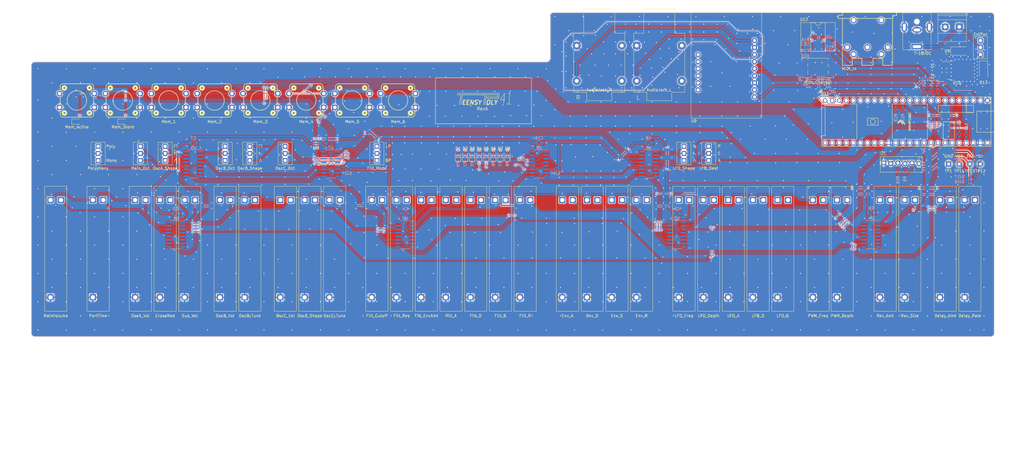
<source format=kicad_pcb>
(kicad_pcb (version 20211014) (generator pcbnew)
  (layers (0 "F.Cu" signal) (31 "B.Cu" signal) (34 "B.Paste" user) (35 "F.Paste" user) (36 "B.SilkS" user "B.Silkscreen") (37 "F.SilkS" user "F.Silkscreen") (38 "B.Mask" user) (39 "F.Mask" user) (44 "Edge.Cuts" user))
  (net 0 "")
  (net 1 "+VDC")
  (net 2 "GND")
  (net 3 "+5V")
  (net 4 "Net-(D1-Pad2)")
  (net 5 "Net-(D2-Pad2)")
  (net 6 "Net-(D3-Pad2)")
  (net 7 "Net-(D4-Pad2)")
  (net 8 "Net-(D5-Pad2)")
  (net 9 "Net-(D6-Pad2)")
  (net 10 "Net-(D7-Pad2)")
  (net 11 "Net-(D8-Pad2)")
  (net 12 "Net-(D13-Pad1)")
  (net 13 "Net-(D10-Pad2)")
  (net 14 "Net-(D11-Pad2)")
  (net 15 "Net-(D12-Pad1)")
  (net 16 "Net-(D12-Pad2)")
  (net 17 "/aud_AGND")
  (net 18 "/aud_Lout")
  (net 19 "/Vin")
  (net 22 "Net-(J3-Pad4)")
  (net 23 "+3V3")
  (net 24 "/i2c_SCL")
  (net 25 "/i2c_SDA")
  (net 26 "/aud_Rout")
  (net 27 "/v0_On")
  (net 28 "/v1_On")
  (net 29 "/v2_On")
  (net 30 "/v3_On")
  (net 31 "/v4_On")
  (net 32 "/v5_On")
  (net 33 "/v6_On")
  (net 34 "/v7_On")
  (net 35 "/mem_ActiveLED")
  (net 36 "/mem_StoreLED")
  (net 37 "/MIDI_In")
  (net 38 "/aFilt_A")
  (net 39 "/aFilt_EnvAmt")
  (net 40 "/aPWM_Depth")
  (net 41 "/aRev_Amt")
  (net 42 "/aDelay_Amt")
  (net 43 "/aCrossMod")
  (net 44 "/aA_Vol")
  (net 45 "/aC_Vol")
  (net 46 "/aC_Tune")
  (net 47 "/aRes")
  (net 48 "/aMainVol")
  (net 49 "/aEnv_D")
  (net 50 "/aEnv_R")
  (net 51 "/aFilt_R")
  (net 52 "/aFilt_D")
  (net 53 "/aPWM_Freq")
  (net 54 "/aRev_Size")
  (net 55 "/aDelay_Rate")
  (net 56 "/aSub_Vol")
  (net 57 "/aB_Vol")
  (net 58 "/aB_Tune")
  (net 59 "/aC_Shape")
  (net 60 "/aCutoff")
  (net 61 "/aEnv_A")
  (net 62 "/aEnv_S")
  (net 63 "/aFilt_S")
  (net 64 "Net-(SJ1-Pad1)")
  (net 65 "/aMux6_X")
  (net 66 "Net-(SJ2-Pad1)")
  (net 67 "VDD")
  (net 68 "Net-(SJ3-Pad1)")
  (net 69 "/aMux7_X")
  (net 70 "Net-(SJ4-Pad1)")
  (net 71 "Net-(SJ5-Pad1)")
  (net 72 "/i2s_wsel")
  (net 73 "Net-(SJ6-Pad1)")
  (net 74 "/i2s_data")
  (net 75 "Net-(SJ7-Pad1)")
  (net 76 "/i2s_bclk")
  (net 77 "/p24")
  (net 78 "/dA_ShapeHi")
  (net 79 "/dA_ShapeLo")
  (net 80 "/dB_ShapeHi")
  (net 81 "/dB_ShapeLo")
  (net 82 "/dMain_OctHi")
  (net 83 "/dMain_OctLo")
  (net 84 "/dB_OctHi")
  (net 85 "/dB_OctLo")
  (net 86 "/dC_OctHi")
  (net 87 "/dC_OctLo")
  (net 88 "/dLFO_DestHi")
  (net 89 "/dLFO_DestLo")
  (net 90 "/dLFO_ShapeHi")
  (net 91 "/dLFO_ShapeLo")
  (net 92 "/dFilt_Mode")
  (net 94 "/dMonoPoly")
  (net 96 "/mem_Active")
  (net 97 "/mem_Store")
  (net 98 "/mem_6")
  (net 99 "/mem_5")
  (net 100 "/mem_4")
  (net 101 "/mem_3")
  (net 102 "/mem_2")
  (net 103 "/mem_1")
  (net 104 "/ChSel1")
  (net 105 "/ChSel2")
  (net 107 "/MIDI_Out")
  (net 108 "/i2s2_data")
  (net 109 "/i2s2_wsel")
  (net 110 "/i2s2_bclk")
  (net 111 "/aMux0_X")
  (net 113 "/aMux_C")
  (net 114 "/aMux_B")
  (net 115 "/aMux_A")
  (net 116 "/aMux1_X")
  (net 118 "/aMux2_X")
  (net 119 "/aMux3_X")
  (net 121 "/aMux4_X")
  (net 123 "/aMux5_X")
  (net 139 "/p41")
  (net 140 "/p40")
  (net 141 "/p39")
  (net 142 "/p27")
  (net 143 "/p26")
  (net 144 "/p25")
  (net 145 "/p13")
  (net 146 "/ChSel8")
  (net 147 "/ChSel4")
  (net 151 "/aPortTime")
  (net 152 "/aLFO_Freq")
  (net 153 "/aLFO_Dec")
  (net 154 "/aLFO_Depth")
  (net 155 "/aLFO_Att")
  (net 156 "/aLFO_Sust")
  (footprint "Button_Switch_SMD:Nidec_Copal_SH-7010B" (layer "F.Cu") (at 318.77 111.76)
    (fp_text reference "SW18")
    (fp_text value "MIDI_ChanSel")
  )
  (footprint "LED_SMD:LED_0805_2012Metric_Pad1.15x1.40mm_HandSolder" (layer "F.Cu") (at 191.77 143.256 90)
    (fp_text reference "D2")
    (fp_text value "voice1")
  )
  (footprint "TestPoint:TestPoint_Loop_D1.80mm_Drill1.0mm_Beaded" (layer "F.Cu") (at 365.76 146.05)
    (fp_text reference "TP1")
    (fp_text value "GND")
  )
  (footprint "Connector_BarrelJack:BarrelJack_CUI_PJ-063AH_Horizontal" (layer "F.Cu") (at 354.33 103.798 180)
    (fp_text reference "J2")
    (fp_text value "7~18VDC")
  )
  (footprint "Capacitor_SMD:C_0805_2012Metric_Pad1.18x1.45mm_HandSolder" (layer "F.Cu") (at 361.696 114.427 90)
    (fp_text reference "C2")
    (fp_text value ".1uF")
  )
  (footprint "elephark:Alps_RS301111J00J" (layer "F.Cu") (at 168.91 176.53)
    (fp_text reference "RV12")
    (fp_text value "Filt_Res")
  )
  (footprint "elephark:Alps_RS301111J00J" (layer "F.Cu") (at 270.51 176.53)
    (fp_text reference "RV3")
    (fp_text value "LFO_Freq")
  )
  (footprint "elephark:Alps_RS301111J00J" (layer "F.Cu") (at 160.02 176.53)
    (fp_text reference "RV28")
    (fp_text value "Filt_Cutoff")
  )
  (footprint "elephark:Alps_RS301111J00J" (layer "F.Cu") (at 255.27 176.53)
    (fp_text reference "RV15")
    (fp_text value "Env_R")
  )
  (footprint "elephark:Alps_RS301111J00J" (layer "F.Cu") (at 83.82 176.53)
    (fp_text reference "RV8")
    (fp_text value "CrossMod")
  )
  (footprint "elephark:Alps_RS301111J00J" (layer "F.Cu") (at 44.45 176.53)
    (fp_text reference "RV13")
    (fp_text value "MainVolume")
  )
  (footprint "SF-Switches:TACTILE_SWITCH_PTH_12MM" (layer "F.Cu") (at 151.13 123.19)
    (fp_text reference "SW13")
    (fp_text value "Mem_5")
  )
  (footprint "SF-Switches:TACTILE_SWITCH_PTH_12MM" (layer "F.Cu") (at 52.07 123.19)
    (fp_text reference "SW10")
    (fp_text value "Mem_Active")
  )
  (footprint "SF-Switches:TACTILE_SWITCH_PTH_12MM" (layer "F.Cu") (at 118.11 123.19)
    (fp_text reference "SW15")
    (fp_text value "Mem_3")
  )
  (footprint "SF-Switches:TACTILE_SWITCH_PTH_12MM" (layer "F.Cu") (at 68.58 123.19)
    (fp_text reference "SW11")
    (fp_text value "Mem_Store")
  )
  (footprint "elephark:Alps_RS301111J00J" (layer "F.Cu") (at 204.47 176.53)
    (fp_text reference "RV31")
    (fp_text value "Filt_S")
  )
  (footprint "elephark:Teensy4.1_2x24" (layer "F.Cu") (at 350.52 130.81 180)
    (fp_text reference "U11")
    (fp_text value "Teensy4.1_2x24")
  )
  (footprint "SF-Switches:TACTILE_SWITCH_PTH_12MM" (layer "F.Cu") (at 134.62 123.19)
    (fp_text reference "SW14")
    (fp_text value "Mem_4")
  )
  (footprint "elephark:Alps_RS301111J00J" (layer "F.Cu") (at 306.07 176.53)
    (fp_text reference "RV20")
    (fp_text value "LFO_S")
  )
  (footprint "LED_SMD:LED_0805_2012Metric_Pad1.15x1.40mm_HandSolder" (layer "F.Cu") (at 196.85 143.256 90)
    (fp_text reference "D4")
    (fp_text value "voice3")
  )
  (footprint "elephark:E-Switch_SPDT" (layer "F.Cu") (at 74.93 142.24)
    (fp_text reference "SW3")
    (fp_text value "Main_Oct")
  )
  (footprint "elephark:E-Switch_SPDT" (layer "F.Cu") (at 270.51 142.24)
    (fp_text reference "SW7")
    (fp_text value "LFO_Shape")
  )
  (footprint "LED_SMD:LED_0805_2012Metric_Pad1.15x1.40mm_HandSolder" (layer "F.Cu") (at 52.07 130.81)
    (fp_text reference "D10")
    (fp_text value "MemActive")
  )
  (footprint "elephark:Alps_RS301111J00J" (layer "F.Cu") (at 127.11 176.53)
    (fp_text reference "RV10")
    (fp_text value "OscC_Vol")
  )
  (footprint "elephark:Alps_RS301111J00J" (layer "F.Cu") (at 213.36 176.53)
    (fp_text reference "RV16")
    (fp_text value "Filt_R")
  )
  (footprint "elephark:E-Switch_SPDT" (layer "F.Cu") (at 83.82 142.24)
    (fp_text reference "SW1")
    (fp_text value "OscA_Shape")
  )
  (footprint "TestPoint:TestPoint_Loop_D1.80mm_Drill1.0mm_Beaded" (layer "F.Cu") (at 377.19 146.05)
    (fp_text reference "TP12")
    (fp_text value "5V")
  )
  (footprint "elephark:Alps_RS301111J00J" (layer "F.Cu") (at 74.93 176.53)
    (fp_text reference "RV9")
    (fp_text value "OscA_Vol")
  )
  (footprint "LED_SMD:LED_0805_2012Metric_Pad1.15x1.40mm_HandSolder" (layer "F.Cu") (at 207.01 143.256 90)
    (fp_text reference "D8")
    (fp_text value "voice7")
  )
  (footprint "elephark:Alps_RS301111J00J" (layer "F.Cu") (at 373.38 176.53)
    (fp_text reference "RV23")
    (fp_text value "Delay_Rate")
  )
  (footprint "Diode_SMD:D_MELF" (layer "F.Cu") (at 369.824 105.41)
    (fp_text reference "D9")
    (fp_text value "SM4001")
  )
  (footprint "LED_SMD:LED_0805_2012Metric_Pad1.15x1.40mm_HandSolder" (layer "F.Cu") (at 199.39 143.256 90)
    (fp_text reference "D5")
    (fp_text value "voice4")
  )
  (footprint "Connector_Audio:Jack_6.35mm_Neutrik_NMJ4HFD2_Horizontal" (layer "F.Cu") (at 231.915 116.155 90)
    (fp_text reference "J6")
    (fp_text value "AudioJack_R")
  )
  (footprint "elephark:Alps_RS301111J00J" (layer "F.Cu") (at 92.71 176.53)
    (fp_text reference "RV24")
    (fp_text value "Sub_Vol")
  )
  (footprint "Package_TO_SOT_SMD:TO-252-2" (layer "F.Cu") (at 368.74 112.395)
    (fp_text reference "U10")
    (fp_text value "L7805")
  )
  (footprint "elephark:Alps_RS301111J00J" (layer "F.Cu") (at 246.38 176.53)
    (fp_text reference "RV30")
    (fp_text value "Env_S")
  )
  (footprint "elephark:Alps_RS301111J00J" (layer "F.Cu") (at 59.69 176.53)
    (fp_text reference "RV32")
    (fp_text value "PortTime")
  )
  (footprint "elephark:Alps_RS301111J00J" (layer "F.Cu") (at 351.79 176.53)
    (fp_text reference "RV22")
    (fp_text value "Rev_Size")
  )
  (footprint "elephark:Alps_RS301111J00J" (layer "F.Cu") (at 364.49 176.53)
    (fp_text reference "RV7")
    (fp_text value "Delay_Amt")
  )
  (footprint "TestPoint:TestPoint_Loop_D1.80mm_Drill1.0mm_Beaded" (layer "F.Cu") (at 373.38 146.05)
    (fp_text reference "TP13")
    (fp_text value "3V3")
  )
  (footprint "elephark:Alps_RS301111J00J" (layer "F.Cu") (at 195.58 176.53)
    (fp_text reference "RV17")
    (fp_text value "Filt_D")
  )
  (footprint "elephark:E-Switch_SPDT" (layer "F.Cu") (at 160.02 142.24)
    (fp_text reference "SW8")
    (fp_text value "Filt_Mode")
  )
  (footprint "SF-Switches:TACTILE_SWITCH_PTH_12MM" (layer "F.Cu") (at 167.64 123.19)
    (fp_text reference "SW12")
    (fp_text value "Mem_6")
  )
  (footprint "SF-Switches:TACTILE_SWITCH_PTH_12MM" (layer "F.Cu") (at 101.6 123.19)
    (fp_text reference "SW16")
    (fp_text value "Mem_2")
  )
  (footprint "elephark:Alps_RS301111J00J" (layer "F.Cu") (at 327.43 176.53)
    (fp_text reference "RV5")
    (fp_text value "PWM_Depth")
  )
  (footprint "Package_DIP:DIP-8_W8.89mm_SMDSocket_LongPads" (layer "F.Cu") (at 318.77 100.33)
    (fp_text reference "U12")
    (fp_text value "6N138")
  )
  (footprint "elephark:Alps_RS301111J00J" (layer "F.Cu") (at 279.4 176.53)
    (fp_text reference "RV18")
    (fp_text value "LFO_Depth")
  )
  (footprint "Capacitor_SMD:C_0805_2012Metric_Pad1.18x1.45mm_HandSolder" (layer "F.Cu") (at 361.696 110.617 -90)
    (fp_text reference "C1")
    (fp_text value ".33uF")
  )
  (footprint "SF-Connectors:DIN5-RA-PTH" (layer "F.Cu") (at 336.55 91.55938 180)
    (fp_text reference "J3")
    (fp_text value "MIDI_In")
  )
  (footprint "Diode_SMD:D_MELF" (layer "F.Cu") (at 378.333 112.268 -90)
    (fp_text reference "D13")
    (fp_text value "SM4001")
  )
  (footprint "LED_SMD:LED_0805_2012Metric_Pad1.15x1.40mm_HandSolder" (layer "F.Cu") (at 204.47 143.256 90)
    (fp_text reference "D7")
    (fp_text value "voice6")
  )
  (footprint "elephark:Alps_RS301111J00J" (layer "F.Cu") (at 342.9 176.53)
    (fp_text reference "RV6")
    (fp_text value "Rev_Amt")
  )
  (footprint "elephark:Alps_RS301111J00J" (layer "F.Cu") (at 318.77 176.53)
    (fp_text reference "RV21")
    (fp_text value "PWM_Freq")
  )
  (footprint "elephark:Alps_RS301111J00J" (layer "F.Cu") (at 237.49 176.53)
    (fp_text reference "RV14")
    (fp_text value "Env_D")
  )
  (footprint "SF-Switches:TACTILE_SWITCH_PTH_12MM" (layer "F.Cu") (at 85.09 123.19)
    (fp_text reference "SW17")
    (fp_text value "Mem_1")
  )
  (footprint "elephark:E-Switch_SPDT" (layer "F.Cu") (at 127 142.24)
    (fp_text reference "SW5")
    (fp_text value "OscC_Oct")
  )
  (footprint "SF-Connectors:MOLEX-1X6_LOCK" (layer "F.Cu") (at 355.092 145.923 180)
    (fp_text reference "J4")
    (fp_text value "I2C")
  )
  (footprint "elephark:Alps_RS301111J00J" (layer "F.Cu") (at 114.3 176.53)
    (fp_text reference "RV26")
    (fp_text value "OscB_Tune")
  )
  (footprint "elephark:Alps_RS301111J00J" (layer "F.Cu") (at 144.78 176.53)
    (fp_text reference "RV11")
    (fp_text value "OscC_Tune")
  )
  (footprint "Connector_Audio:Jack_6.35mm_Neutrik_NMJ4HFD2_Horizontal" (layer "F.Cu") (at 253.505 116.155 90)
    (fp_text reference "J1")
    (fp_text value "AudioJack_L")
  )
  (footprint "elephark:E-Switch_SPDT" (layer "F.Cu") (at 59.69 142.24)
    (fp_text reference "SW9")
    (fp_text value "Polyphony")
  )
  (footprint "elephark:Alps_RS301111J00J" (layer "F.Cu") (at 228.6 176.53)
    (fp_text reference "RV29")
    (fp_text value "Env_A")
  )
  (footprint "LED_SMD:LED_0805_2012Metric_Pad1.15x1.40mm_HandSolder" (layer "F.Cu") (at 201.93 143.256 90)
    (fp_text reference "D6")
    (fp_text value "voice5")
  )
  (footprint "elephark:Adafruit_3678_UDA1334A" (layer "F.Cu") (at 285.75 111.76 180)
    (fp_text reference "U9")
    (fp_text value "Adafruit_3678_UDA1334A")
  )
  (footprint "LED_SMD:LED_0805_2012Metric_Pad1.15x1.40mm_HandSolder" (layer "F.Cu") (at 68.58 130.81)
    (fp_text reference "D11")
    (fp_text value "MemStore")
  )
  (footprint "elephark:Alps_RS301111J00J" (layer "F.Cu") (at 297.18 176.53)
    (fp_text reference "RV4")
    (fp_text value "LFO_D")
  )
  (footprint "elephark:Alps_RS301111J00J" (layer "F.Cu") (at 186.69 176.53)
    (fp_text reference "RV1")
    (fp_text value "Filt_A")
  )
  (footprint "elephark:E-Switch_SPDT" (layer "F.Cu") (at 105.41 142.24)
    (fp_text reference "SW4")
    (fp_text value "OscB_Oct")
  )
  (footprint "elephark:Alps_RS301111J00J" (layer "F.Cu") (at 177.8 176.53)
    (fp_text reference "RV2")
    (fp_text value "Filt_EnvAmt")
  )
  (footprint "LED_SMD:LED_0805_2012Metric_Pad1.15x1.40mm_HandSolder" (layer "F.Cu") (at 194.31 143.256 90)
    (fp_text reference "D3")
    (fp_text value "voice2")
  )
  (footprint "elephark:Alps_RS301111J00J" (layer "F.Cu") (at 288.29 176.53)
    (fp_text reference "RV19")
    (fp_text value "LFO_A")
  )
  (footprint "elephark:E-Switch_SPDT" (layer "F.Cu") (at 114.3 142.24)
    (fp_text reference "SW2")
    (fp_text value "OscB_Shape")
  )
  (footprint "elephark:E-Switch_SPDT" (layer "F.Cu") (at 377.19 104.14)
    (fp_text reference "SW19")
    (fp_text value "SW_SPDT_ON-ON")
  )
  (footprint "elephark:E-Switch_SPDT" (layer "F.Cu") (at 279.4 142.24)
    (fp_text reference "SW6")
    (fp_text value "LFO_Dest")
  )
  (footprint "elephark:Alps_RS301111J00J" (layer "F.Cu") (at 135.89 176.53)
    (fp_text reference "RV27")
    (fp_text value "OscC_Shape")
  )
  (footprint "TestPoint:TestPoint_Loop_D1.80mm_Drill1.0mm_Beaded" (layer "F.Cu") (at 369.57 146.05)
    (fp_text reference "TP14")
    (fp_text value "VDD")
  )
  (footprint "LED_SMD:LED_0805_2012Metric_Pad1.15x1.40mm_HandSolder" (layer "F.Cu") (at 189.23 143.256 90)
    (fp_text reference "D1")
    (fp_text value "voice0")
  )
  (footprint "elephark:Alps_RS301111J00J" (layer "F.Cu") (at 105.41 176.53)
    (fp_text reference "RV25")
    (fp_text value "OscB_Vol")
  )
  (footprint "TerminalBlock_Phoenix:TerminalBlock_Phoenix_MKDS-1,5-2-5.08_1x02_P5.08mm_Horizontal" (layer "F.Cu") (at 369.575 96.723 180)
    (fp_text reference "J5")
    (fp_text value "Screw_Terminal_01x02")
  )
  (footprint "Package_SO:SOIC-16_3.9x9.9mm_P1.27mm" (layer "B.Cu") (at 93.98 146.05 180)
    (fp_text reference "U5")
    (fp_text value "CD4051B")
  )
  (footprint "Resistor_SMD:R_0603_1608Metric" (layer "B.Cu") (at 349.25 126.492 90)
    (fp_text reference "R12")
    (fp_text value "330")
  )
  (footprint "Resistor_SMD:R_0603_1608Metric" (layer "B.Cu") (at 347.472 148.844 90)
    (fp_text reference "R10")
    (fp_text value "4.7k")
  )
  (footprint "Resistor_SMD:R_0603_1608Metric" (layer "B.Cu") (at 346.71 126.492 90)
    (fp_text reference "R13")
    (fp_text value "330")
  )
  (footprint "Resistor_SMD:R_0603_1608Metric" (layer "B.Cu") (at 356.87 119.888 -90)
    (fp_text reference "SJ5")
    (fp_text value "0")
  )
  (footprint "Capacitor_SMD:C_0805_2012Metric_Pad1.18x1.45mm_HandSolder" (layer "B.Cu") (at 93.98 138.43)
    (fp_text reference "C7")
    (fp_text value ".1uF")
  )
  (footprint "Capacitor_SMD:C_0805_2012Metric_Pad1.18x1.45mm_HandSolder" (layer "B.Cu") (at 218.44 138.43)
    (fp_text reference "C10")
    (fp_text value ".1uF")
  )
  (footprint "Resistor_SMD:R_0603_1608Metric" (layer "B.Cu") (at 194.31 143.256 -90)
    (fp_text reference "R3")
    (fp_text value "330")
  )
  (footprint "Resistor_SMD:R_0603_1608Metric" (layer "B.Cu") (at 361.95 119.888 -90)
    (fp_text reference "SJ7")
    (fp_text value "0")
  )
  (footprint "Resistor_SMD:R_0603_1608Metric" (layer "B.Cu") (at 189.23 143.256 -90)
    (fp_text reference "R1")
    (fp_text value "330")
  )
  (footprint "Package_SO:SOIC-16_3.9x9.9mm_P1.27mm" (layer "B.Cu") (at 337.82 171.45 180)
    (fp_text reference "U4")
    (fp_text value "CD4051B")
  )
  (footprint "Resistor_SMD:R_0603_1608Metric" (layer "B.Cu") (at 196.85 143.256 -90)
    (fp_text reference "R4")
    (fp_text value "330")
  )
  (footprint "Resistor_SMD:R_0603_1608Metric" (layer "B.Cu") (at 314.198 102.87 180)
    (fp_text reference "R15")
    (fp_text value "220")
  )
  (footprint "Capacitor_SMD:C_0805_2012Metric_Pad1.18x1.45mm_HandSolder" (layer "B.Cu") (at 257.81 138.43)
    (fp_text reference "C8")
    (fp_text value ".1uF")
  )
  (footprint "Resistor_SMD:R_0603_1608Metric" (layer "B.Cu") (at 204.47 143.256 -90)
    (fp_text reference "R7")
    (fp_text value "330")
  )
  (footprint "Package_SO:SOIC-16_3.9x9.9mm_P1.27mm" (layer "B.Cu") (at 267.97 171.45 180)
    (fp_text reference "U3")
    (fp_text value "CD4051B")
  )
  (footprint "Package_SO:SOIC-16_3.9x9.9mm_P1.27mm" (layer "B.Cu") (at 170.18 171.45 180)
    (fp_text reference "U2")
    (fp_text value "CD4051B")
  )
  (footprint "Resistor_SMD:R_0603_1608Metric" (layer "B.Cu") (at 350.012 148.844 90)
    (fp_text reference "R9")
    (fp_text value "4.7k")
  )
  (footprint "Resistor_SMD:R_0603_1608Metric" (layer "B.Cu") (at 372.11 135.382 -90)
    (fp_text reference "SJ3")
    (fp_text value "0")
  )
  (footprint "Resistor_SMD:R_0603_1608Metric" (layer "B.Cu") (at 201.93 143.256 -90)
    (fp_text reference "R6")
    (fp_text value "330")
  )
  (footprint "Resistor_SMD:R_0603_1608Metric" (layer "B.Cu") (at 207.01 143.256 -90)
    (fp_text reference "R8")
    (fp_text value "330")
  )
  (footprint "Package_SO:SOIC-16_3.9x9.9mm_P1.27mm" (layer "B.Cu") (at 143.445 146.05 180)
    (fp_text reference "U7")
    (fp_text value "CD4051B")
  )
  (footprint "Package_SO:SOIC-16_3.9x9.9mm_P1.27mm" (layer "B.Cu") (at 218.44 146.05 180)
    (fp_text reference "U8")
    (fp_text value "CD4051B")
  )
  (footprint "Resistor_SMD:R_0603_1608Metric" (layer "B.Cu") (at 372.935 150.622 180)
    (fp_text reference "SJ17")
    (fp_text value "0")
  )
  (footprint "Resistor_SMD:R_0603_1608Metric" (layer "B.Cu") (at 191.77 143.256 -90)
    (fp_text reference "R2")
    (fp_text value "330")
  )
  (footprint "Resistor_SMD:R_0603_1608Metric" (layer "B.Cu") (at 224.663 147.955)
    (fp_text reference "SJ4")
    (fp_text value "0")
  )
  (footprint "Capacitor_SMD:C_0805_2012Metric_Pad1.18x1.45mm_HandSolder" (layer "B.Cu") (at 267.97 163.83)
    (fp_text reference "C5")
    (fp_text value ".1uF")
  )
  (footprint "Resistor_SMD:R_0603_1608Metric" (layer "B.Cu") (at 149.733 147.955)
    (fp_text reference "SJ2")
    (fp_text value "0")
  )
  (footprint "Package_SO:SOIC-16_3.9x9.9mm_P1.27mm" (layer "B.Cu") (at 257.81 146.05 180)
    (fp_text reference "U6")
    (fp_text value "CD4051B")
  )
  (footprint "Package_SO:SOIC-16_3.9x9.9mm_P1.27mm" (layer "B.Cu") (at 87.63 171.45 180)
    (fp_text reference "U1")
    (fp_text value "CD4051B")
  )
  (footprint "Resistor_SMD:R_0603_1608Metric" (layer "B.Cu") (at 369.57 135.382 -90)
    (fp_text reference "SJ1")
    (fp_text value "0")
  )
  (footprint "Capacitor_SMD:C_0805_2012Metric_Pad1.18x1.45mm_HandSolder" (layer "B.Cu") (at 337.82 163.576)
    (fp_text reference "C6")
    (fp_text value ".1uF")
  )
  (footprint "Resistor_SMD:R_0603_1608Metric" (layer "B.Cu") (at 372.935 152.4 180)
    (fp_text reference "SJ16")
    (fp_text value "0")
  )
  (footprint "Diode_SMD:D_SOD-323" (layer "B.Cu") (at 314.198 105.664)
    (fp_text reference "D12")
    (fp_text value "1N4148WS")
  )
  (footprint "Capacitor_SMD:C_0805_2012Metric_Pad1.18x1.45mm_HandSolder" (layer "B.Cu") (at 170.18 163.83)
    (fp_text reference "C4")
    (fp_text value ".1uF")
  )
  (footprint "Capacitor_SMD:C_0805_2012Metric_Pad1.18x1.45mm_HandSolder" (layer "B.Cu") (at 140.716 138.684)
    (fp_text reference "C9")
    (fp_text value ".1uF")
  )
  (footprint "Resistor_SMD:R_0603_1608Metric" (layer "B.Cu") (at 359.41 119.888 -90)
    (fp_text reference "SJ6")
    (fp_text value "0")
  )
  (footprint "Resistor_SMD:R_0603_1608Metric" (layer "B.Cu") (at 199.39 143.256 -90)
    (fp_text reference "R5")
    (fp_text value "330")
  )
  (footprint "Resistor_SMD:R_0603_1608Metric" (layer "B.Cu") (at 323.088 105.41 180)
    (fp_text reference "R17")
    (fp_text value "470")
  )
  (footprint "Capacitor_SMD:C_0805_2012Metric_Pad1.18x1.45mm_HandSolder" (layer "B.Cu") (at 87.63 163.83)
    (fp_text reference "C3")
    (fp_text value ".1uF")
  )
  (gr_line (start 199.28078 121.92) (end 199.39 121.158) (layer "F.SilkS") (width 0.15))
  (gr_line (start 274.32 144.272) (end 274.828 145.288) (layer "F.SilkS") (width 0.15))
  (gr_line (start 198.882 121.158) (end 198.2978 121.158) (layer "F.SilkS") (width 0.15))
  (gr_line (start 118.618 139.192) (end 118.618 140.208) (layer "F.SilkS") (width 0.15))
  (gr_line (start 274.066 139.954) (end 274.066 139.192) (layer "F.SilkS") (width 0.15))
  (gr_line (start 203.4286 121.92) (end 203.5302 121.158) (layer "F.SilkS") (width 0.15))
  (gr_line (start 198.374 124.714) (end 198.882 121.158) (layer "F.SilkS") (width 0.15))
  (gr_line (start 207.8228 120.4468) (end 207.518 124.46) (layer "F.SilkS") (width 0.15))
  (gr_line (start 199.20966 122.428) (end 203.8604 122.428) (layer "F.SilkS") (width 0.15))
  (gr_line (start 117.602 142.748) (end 117.602 141.732) (layer "F.SilkS") (width 0.15))
  (gr_line (start 190.754 121.158) (end 198.2978 121.158) (layer "F.SilkS") (width 0.15))
  (gr_line (start 87.122 145.288) (end 87.63 144.272) (layer "F.SilkS") (width 0.15))
  (gr_line (start 274.574 139.7) (end 274.574 140.208) (layer "F.SilkS") (width 0.15))
  (gr_line (start 118.11 144.272) (end 118.618 145.288) (layer "F.SilkS") (width 0.15))
  (gr_line (start 273.812 139.954) (end 274.066 139.954) (layer "F.SilkS") (width 0.15))
  (gr_line (start 203.5302 121.158) (end 199.39 121.158) (layer "F.SilkS") (width 0.15))
  (gr_line (start 199.28078 121.92) (end 203.4286 121.92) (layer "F.SilkS") (width 0.15))
  (gr_line (start 190.246 121.158) (end 188.8998 121.158) (layer "F.SilkS") (width 0.15))
  (gr_line (start 274.574 140.208) (end 274.828 140.208) (layer "F.SilkS") (width 0.15))
  (gr_line (start 190.246 124.714) (end 190.754 121.158) (layer "F.SilkS") (width 0.15))
  (gr_line (start 205.9432 120.65) (end 204.5208 122.8344) (layer "F.SilkS") (width 0.15))
  (gr_line (start 273.812 145.288) (end 274.32 144.272) (layer "F.SilkS") (width 0.15))
  (gr_line (start 87.122 139.192) (end 88.138 139.192) (layer "F.SilkS") (width 0.15))
  (gr_line (start 274.32 139.7) (end 274.574 139.7) (layer "F.SilkS") (width 0.15))
  (gr_line (start 87.122 141.732) (end 88.138 142.748) (layer "F.SilkS") (width 0.15))
  (gr_line (start 274.066 139.192) (end 274.32 139.192) (layer "F.SilkS") (width 0.15))
  (gr_line (start 117.602 140.208) (end 117.602 139.192) (layer "F.SilkS") (width 0.15))
  (gr_line (start 198.374 120.65) (end 204.1144 120.65) (layer "F.SilkS") (width 0.15))
  (gr_line (start 198.882 124.714) (end 199.20966 122.428) (layer "F.SilkS") (width 0.15))
  (gr_line (start 198.374 120.65) (end 188.976 120.65) (layer "F.SilkS") (width 0.15))
  (gr_line (start 117.602 141.732) (end 118.618 142.748) (layer "F.SilkS") (width 0.15))
  (gr_line (start 203.8604 122.428) (end 204.1144 120.65) (layer "F.SilkS") (width 0.15))
  (gr_line (start 207.264 120.8024) (end 207.8228 120.4468) (layer "F.SilkS") (width 0.15))
  (gr_line (start 274.828 139.446) (end 274.828 140.208) (layer "F.SilkS") (width 0.15))
  (gr_line (start 273.812 142.748) (end 273.812 141.732) (layer "F.SilkS") (width 0.15))
  (gr_line (start 117.602 139.192) (end 118.618 139.192) (layer "F.SilkS") (width 0.15))
  (gr_line (start 273.812 141.732) (end 274.828 142.748) (layer "F.SilkS") (width 0.15))
  (gr_line (start 189.738 124.714) (end 190.246 121.158) (layer "F.SilkS") (width 0.15))
  (gr_line (start 206.756 124.4092) (end 208.2292 124.5616) (layer "F.SilkS") (width 0.15))
  (gr_rect (start 181.102 115.062) (end 215.646 131.572) (layer "F.SilkS") (width 0.15) (fill none))
  (gr_line (start 88.138 139.192) (end 88.138 140.208) (layer "F.SilkS") (width 0.15))
  (gr_line (start 274.32 139.192) (end 274.32 139.7) (layer "F.SilkS") (width 0.15))
  (gr_line (start 87.122 140.208) (end 87.122 139.192) (layer "F.SilkS") (width 0.15))
  (gr_line (start 117.602 145.288) (end 118.11 144.272) (layer "F.SilkS") (width 0.15))
  (gr_line (start 205.994 120.7008) (end 205.5876 124.2568) (layer "F.SilkS") (width 0.15))
  (gr_line (start 204.5208 122.8344) (end 206.1464 122.9868) (layer "F.SilkS") (width 0.15))
  (gr_line (start 87.122 142.748) (end 87.122 141.732) (layer "F.SilkS") (width 0.15))
  (gr_line (start 87.63 144.272) (end 88.138 145.288) (layer "F.SilkS") (width 0.15))
  (gr_line (start 36.83 208.28) (end 381 208.28) (layer "Edge.Cuts") (width 0.1))
  (gr_arc (start 222.250001 92.710001) (mid 222.621975 91.811975) (end 223.520001 91.440001) (layer "Edge.Cuts") (width 0.1))
  (gr_arc (start 381 91.44) (mid 381.898026 91.811974) (end 382.27 92.71) (layer "Edge.Cuts") (width 0.1))
  (gr_arc (start 36.83 208.28) (mid 35.931974 207.908026) (end 35.56 207.01) (layer "Edge.Cuts") (width 0.1))
  (gr_line (start 220.98 109.22) (end 36.83 109.22) (layer "Edge.Cuts") (width 0.1))
  (gr_line (start 222.25 92.71) (end 222.25 107.95) (layer "Edge.Cuts") (width 0.1))
  (gr_line (start 35.56 110.49) (end 35.56 207.01) (layer "Edge.Cuts") (width 0.1))
  (gr_arc (start 382.27 207.01) (mid 381.898026 207.908026) (end 381 208.28) (layer "Edge.Cuts") (width 0.1))
  (gr_line (start 382.27 207.01) (end 382.27 92.71) (layer "Edge.Cuts") (width 0.1))
  (gr_line (start 223.52 91.44) (end 381 91.44) (layer "Edge.Cuts") (width 0.1))
  (gr_arc (start 222.249999 107.95) (mid 221.878025 108.848026) (end 220.979999 109.22) (layer "Edge.Cuts") (width 0.1))
  (gr_arc (start 35.56 110.49) (mid 35.931974 109.591974) (end 36.83 109.22) (layer "Edge.Cuts") (width 0.1))
  (gr_text "LP" (at 164.084 139.7) (layer "F.SilkS") (effects (font (size 1 1))))
  (gr_text "Poly" (at 64.262 139.7) (layer "F.SilkS") (effects (font (size 1 1))))
  (gr_text "ExtPwr" (at 377.19 99.314) (layer "F.SilkS") (effects (font (size 1 1))))
  (gr_text "-" (at 364.49 102.616) (layer "F.SilkS") (effects (font (size 1 1))))
  (gr_text "EENSY" (at 190.4492 123.9012) (layer "F.SilkS") (effects (font (size 1.5 1.5) (thickness 0.3) italic) (justify left)))
  (gr_text "P" (at 283.21 139.7) (layer "F.SilkS") (effects (font (size 1 1))))
  (gr_text "R" (at 232.41 122.174) (layer "F.SilkS") (effects (font (size 1.524 1.524))))
  (gr_text "+" (at 369.57 102.616) (layer "F.SilkS") (effects (font (size 1 1))))
  (gr_text "RevA" (at 197.9676 126.1872) (layer "F.SilkS") (effects (font (size 1.143 1.143))))
  (gr_text "C" (at 283.21 142.24) (layer "F.SilkS") (effects (font (size 1 1))))
  (gr_text "Mono" (at 64.516 144.78) (layer "F.SilkS") (effects (font (size 1 1))))
  (gr_text "L" (at 254 122.174) (layer "F.SilkS") (effects (font (size 1.524 1.524))))
  (gr_text "BP" (at 164.084 144.78) (layer "F.SilkS") (effects (font (size 1 1))))
  (gr_text "OLY" (at 199.136 123.9012) (layer "F.SilkS") (effects (font (size 1.5 1.5) (thickness 0.3) italic) (justify left)))
  (gr_text "A" (at 283.21 144.78) (layer "F.SilkS") (effects (font (size 1 1))))
  (segment (start 362.337 110.115) (end 364.54 110.115) (width 0.6096) (layer "F.Cu") (net 1))
  (segment (start 367.424 105.41) (end 364.49 105.41) (width 0.6096) (layer "F.Cu") (net 1))
  (segment (start 364.49 105.41) (end 361.696 108.204) (width 0.6096) (layer "F.Cu") (net 1))
  (segment (start 361.696 109.5795) (end 361.8015 109.5795) (width 0.6096) (layer "F.Cu") (net 1))
  (segment (start 361.696 108.204) (end 361.696 109.5795) (width 0.6096) (layer "F.Cu") (net 1))
  (segment (start 361.8015 109.5795) (end 362.337 110.115) (width 0.6096) (layer "F.Cu") (net 1))
  (via (at 234.188 92.964) (size 0.762) (drill 0.3556) (layers "F.Cu" "B.Cu") (net 2))
  (via (at 58.42 154.94) (size 0.762) (drill 0.3556) (layers "F.Cu" "B.Cu") (net 2))
  (via (at 209.804 157.226) (size 0.762) (drill 0.3556) (layers "F.Cu" "B.Cu") (net 2))
  (via (at 184.785 119.888) (size 0.762) (drill 0.3556) (layers "F.Cu" "B.Cu") (net 2))
  (via (at 167.132 161.544) (size 0.762) (drill 0.3556) (layers "F.Cu" "B.Cu") (net 2))
  (via (at 200.66 195.58) (size 0.762) (drill 0.3556) (layers "F.Cu" "B.Cu") (net 2))
  (via (at 56.388 119.38) (size 0.762) (drill 0.3556) (layers "F.Cu" "B.Cu") (net 2))
  (via (at 369.697 99.06) (size 0.762) (drill 0.3556) (layers "F.Cu" "B.Cu") (net 2))
  (via (at 261.62 205.74) (size 0.762) (drill 0.3556) (layers "F.Cu" "B.Cu") (net 2))
  (via (at 88.392 158.369) (size 0.762) (drill 0.3556) (layers "F.Cu" "B.Cu") (net 2))
  (via (at 330.962 167.894) (size 0.762) (drill 0.3556) (layers "F.Cu" "B.Cu") (net 2))
  (via (at 363.982 132.08) (size 0.762) (drill 0.3556) (layers "F.Cu" "B.Cu") (net 2))
  (via (at 196.215 114.681) (size 0.762) (drill 0.3556) (layers "F.Cu" "B.Cu") (net 2))
  (via (at 356.997 130.81) (size 0.762) (drill 0.3556) (layers "F.Cu" "B.Cu") (net 2))
  (via (at 210.82 175.26) (size 0.762) (drill 0.3556) (layers "F.Cu" "B.Cu") (net 2))
  (via (at 318.008 99.441) (size 0.762) (drill 0.3556) (layers "F.Cu" "B.Cu") (net 2))
  (via (at 165.608 142.621) (size 0.762) (drill 0.3556) (layers "F.Cu" "B.Cu") (net 2))
  (via (at 180.34 111.76) (size 0.762) (drill 0.3556) (layers "F.Cu" "B.Cu") (net 2))
  (via (at 154.94 145.796) (size 0.762) (drill 0.3556) (layers "F.Cu" "B.Cu") (net 2))
  (via (at 357.505 105.283) (size 0.762) (drill 0.3556) (layers "F.Cu" "B.Cu") (net 2))
  (via (at 377.317 127.381) (size 0.762) (drill 0.3556) (layers "F.Cu" "B.Cu") (net 2))
  (via (at 376.936 96.52) (size 0.762) (drill 0.3556) (layers "F.Cu" "B.Cu") (net 2))
  (via (at 302.26 185.42) (size 0.762) (drill 0.3556) (layers "F.Cu" "B.Cu") (net 2))
  (via (at 307.213 170.434) (size 0.762) (drill 0.3556) (layers "F.Cu" "B.Cu") (net 2))
  (via (at 280.162 109.22) (size 0.762) (drill 0.3556) (layers "F.Cu" "B.Cu") (net 2))
  (via (at 72.644 142.24) (size 0.762) (drill 0.3556) (layers "F.Cu" "B.Cu") (net 2))
  (via (at 251.079 123.698) (size 0.762) (drill 0.3556) (layers "F.Cu" "B.Cu") (net 2))
  (via (at 155.702 130.683) (size 0.762) (drill 0.3556) (layers "F.Cu" "B.Cu") (net 2))
  (via (at 276.352 134.747) (size 0.762) (drill 0.3556) (layers "F.Cu" "B.Cu") (net 2))
  (via (at 365.76 129.794) (size 0.762) (drill 0.3556) (layers "F.Cu" "B.Cu") (net 2))
  (via (at 345.44 99.06) (size 0.762) (drill 0.3556) (layers "F.Cu" "B.Cu") (net 2))
  (via (at 282.448 167.894) (size 0.762) (drill 0.3556) (layers "F.Cu" "B.Cu") (net 2))
  (via (at 73.66 129.54) (size 0.762) (drill 0.3556) (layers "F.Cu" "B.Cu") (net 2))
  (via (at 53.213 163.576) (size 0.762) (drill 0.3556) (layers "F.Cu" "B.Cu") (net 2))
  (via (at 375.031 111.125) (size 0.762) (drill 0.3556) (layers "F.Cu" "B.Cu") (net 2))
  (via (at 373.38 165.1) (size 0.762) (drill 0.3556) (layers "F.Cu" "B.Cu") (net 2))
  (via (at 71.12 123.444) (size 0.762) (drill 0.3556) (layers "F.Cu" "B.Cu") (net 2))
  (via (at 88.519 138.684) (size 0.762) (drill 0.3556) (layers "F.Cu" "B.Cu") (net 2))
  (via (at 327.66 126.365) (size 0.762) (drill 0.3556) (layers "F.Cu" "B.Cu") (net 2))
  (via (at 215.9 190.5) (size 0.762) (drill 0.3556) (layers "F.Cu" "B.Cu") (net 2))
  (via (at 263.652 119.126) (size 0.762) (drill 0.3556) (layers "F.Cu" "B.Cu") (net 2))
  (via (at 290.83 137.16) (size 0.762) (drill 0.3556) (layers "F.Cu" "B.Cu") (net 2))
  (via (at 364.998 113.03) (size 0.762) (drill 0.3556) (layers "F.Cu" "B.Cu") (net 2))
  (via (at 63.5 149.86) (size 0.762) (drill 0.3556) (layers "F.Cu" "B.Cu") (net 2))
  (via (at 335.407 149.86) (size 0.762) (drill 0.3556) (layers "F.Cu" "B.Cu") (net 2))
  (via (at 157.353 133.731) (size 0.762) (drill 0.3556) (layers "F.Cu" "B.Cu") (net 2))
  (via (at 179.451 152.146) (size 0.762) (drill 0.3556) (layers "F.Cu" "B.Cu") (net 2))
  (via (at 235.204 128.778) (size 0.762) (drill 0.3556) (layers "F.Cu" "B.Cu") (net 2))
  (via (at 58.42 165.1) (size 0.762) (drill 0.3556) (layers "F.Cu" "B.Cu") (net 2))
  (via (at 292.1 175.26) (size 0.762) (drill 0.3556) (layers "F.Cu" "B.Cu") (net 2))
  (via (at 176.022 132.461) (size 0.762) (drill 0.3556) (layers "F.Cu" "B.Cu") (net 2))
  (via (at 322.58 195.58) (size 0.762) (drill 0.3556) (layers "F.Cu" "B.Cu") (net 2))
  (via (at 155.448 164.846) (size 0.762) (drill 0.3556) (layers "F.Cu" "B.Cu") (net 2))
  (via (at 101.092 137.414) (size 0.762) (drill 0.3556) (layers "F.Cu" "B.Cu") (net 2))
  (via (at 373.888 92.964) (size 0.762) (drill 0.3556) (layers "F.Cu" "B.Cu") (net 2))
  (via (at 221.488 116.078) (size 0.762) (drill 0.3556) (layers "F.Cu" "B.Cu") (net 2))
  (via (at 337.82 190.5) (size 0.762) (drill 0.3556) (layers "F.Cu" "B.Cu") (net 2))
  (via (at 197.739 165.608) (size 0.762) (drill 0.3556) (layers "F.Cu" "B.Cu") (net 2))
  (via (at 311.277 114.046) (size 0.762) (drill 0.3556) (layers "F.Cu" "B.Cu") (net 2))
  (via (at 163.195 155.829) (size 0.762) (drill 0.3556) (layers "F.Cu" "B.Cu") (net 2))
  (via (at 376.047 115.57) (size 0.762) (drill 0.3556) (layers "F.Cu" "B.Cu") (net 2))
  (via (at 335.534 155.702) (size 0.762) (drill 0.3556) (layers "F.Cu" "B.Cu") (net 2))
  (via (at 323.723 131.191) (size 0.762) (drill 0.3556) (layers "F.Cu" "B.Cu") (net 2))
  (via (at 355.092 163.195) (size 0.762) (drill 0.3556) (layers "F.Cu" "B.Cu") (net 2))
  (via (at 307.34 180.34) (size 0.762) (drill 0.3556) (layers "F.Cu" "B.Cu") (net 2))
  (via (at 338.201 158.115) (size 0.762) (drill 0.3556) (layers "F.Cu" "B.Cu") (net 2))
  (via (at 261.62 185.42) (size 0.762) (drill 0.3556) (layers "F.Cu" "B.Cu") (net 2))
  (via (at 248.793 165.735) (size 0.762) (drill 0.3556) (layers "F.Cu" "B.Cu") (net 2))
  (via (at 255.524 137.16) (size 0.762) (drill 0.3556) (layers "F.Cu" "B.Cu") (net 2))
  (via (at 104.14 156.464) (size 0.762) (drill 0.3556) (layers "F.Cu" "B.Cu") (net 2))
  (via (at 82.296 161.925) (size 0.762) (drill 0.3556) (layers "F.Cu" "B.Cu") (net 2))
  (via (at 268.478 174.371) (size 0.762) (drill 0.3556) (layers "F.Cu" "B.Cu") (net 2))
  (via (at 210.185 161.925) (size 0.762) (drill 0.3556) (layers "F.Cu" "B.Cu") (net 2))
  (via (at 259.08 170.18) (size 0.762) (drill 0.3556) (layers "F.Cu" "B.Cu") (net 2))
  (via (at 260.477 162.306) (size 0.762) (drill 0.3556) (layers "F.Cu" "B.Cu") (net 2))
  (via (at 169.418 170.307) (size 0.762) (drill 0.3556) (layers "F.Cu" "B.Cu") (net 2))
  (via (at 281.94 175.26) (size 0.762) (drill 0.3556) (layers "F.Cu" "B.Cu") (net 2))
  (via (at 136.398 139.827) (size 0.762) (drill 0.3556) (layers "F.Cu" "B.Cu") (net 2))
  (via (at 110.236 153.543) (size 0.762) (drill 0.3556) (layers "F.Cu" "B.Cu") (net 2))
  (via (at 161.544 132.461) (size 0.762) (drill 0.3556) (layers "F.Cu" "B.Cu") (net 2))
  (via (at 91.948 170.561) (size 0.762) (drill 0.3556) (layers "F.Cu" "B.Cu") (net 2))
  (via (at 378.46 149.86) (size 0.762) (drill 0.3556) (layers "F.Cu" "B.Cu") (net 2))
  (via (at 267.843 134.747) (size 0.762) (drill 0.3556) (layers "F.Cu" "B.Cu") (net 2))
  (via (at 366.649 150.749) (size 0.762) (drill 0.3556) (layers "F.Cu" "B.Cu") (net 2))
  (via (at 253.492 141.732) (size 0.762) (drill 0.3556) (layers "F.Cu" "B.Cu") (net 2))
  (via (at 244.348 140.208) (size 0.762) (drill 0.3556) (layers "F.Cu" "B.Cu") (net 2))
  (via (at 68.58 111.76) (size 0.762) (drill 0.3556) (layers "F.Cu" "B.Cu") (net 2))
  (via (at 287.02 180.34) (size 0.762) (drill 0.3556) (layers "F.Cu" "B.Cu") (net 2))
  (via (at 270.256 154.559) (size 0.762) (drill 0.3556) (layers "F.Cu" "B.Cu") (net 2))
  (via (at 258.90624 117.76908) (size 0.762) (drill 0.3556) (layers "F.Cu" "B.Cu") (net 2))
  (via (at 73.66 180.34) (size 0.762) (drill 0.3556) (layers "F.Cu" "B.Cu") (net 2))
  (via (at 145.161 114.681) (size 0.762) (drill 0.3556) (layers "F.Cu" "B.Cu") (net 2))
  (via (at 215.519 155.829) (size 0.762) (drill 0.3556) (layers "F.Cu" "B.Cu") (net 2))
  (via (at 273.812 161.163) (size 0.762) (drill 0.3556) (layers "F.Cu" "B.Cu") (net 2))
  (via (at 195.58 200.66) (size 0.762) (drill 0.3556) (layers "F.Cu" "B.Cu") (net 2))
  (via (at 345.059 118.999) (size 0.762) (drill 0.3556) (layers "F.Cu" "B.Cu") (net 2))
  (via (at 73.914 156.464) (size 0.762) (drill 0.3556) (layers "F.Cu" "B.Cu") (net 2))
  (via (at 246.38 190.5) (size 0.762) (drill 0.3556) (layers "F.Cu" "B.Cu") (net 2))
  (via (at 93.218 145.796) (size 0.762) (drill 0.3556) (layers "F.Cu" "B.Cu") (net 2))
  (via (at 318.77 145.542) (size 0.762) (drill 0.3556) (layers "F.Cu" "B.Cu") (net 2))
  (via (at 358.775 140.843) (size 0.762) (drill 0.3556) (layers "F.Cu" "B.Cu") (net 2))
  (via (at 345.186 109.474) (size 0.762) (drill 0.3556) (layers "F.Cu" "B.Cu") (net 2))
  (via (at 202.438 119.888) (size 0.762) (drill 0.3556) (layers "F.Cu" "B.Cu") (net 2))
  (via (at 354.711 111.633) (size 0.762) (drill 0.3556) (layers "F.Cu" "B.Cu") (net 2))
  (via (at 287.02 170.434) (size 0.762) (drill 0.3556) (layers "F.Cu" "B.Cu") (net 2))
  (via (at 365.76 139.446) (size 0.762) (drill 0.3556) (layers "F.Cu" "B.Cu") (net 2))
  (via (at 322.58 158.115) (size 0.762) (drill 0.3556) (layers "F.Cu" "B.Cu") (net 2))
  (via (at 310.388 98.044) (size 0.762) (drill 0.3556) (layers "F.Cu" "B.Cu") (net 2))
  (via (at 254.254 120.142) (size 0.762) (drill 0.3556) (layers "F.Cu" "B.Cu") (net 2))
  (via (at 363.22 205.74) (size 0.762) (drill 0.3556) (layers "F.Cu" "B.Cu") (net 2))
  (via (at 358.14 155.829) (size 0.762) (drill 0.3556) (layers "F.Cu" "B.Cu") (net 2))
  (via (at 43.18 139.7) (size 0.762) (drill 0.3556) (layers "F.Cu" "B.Cu") (net 2))
  (via (at 322.58 175.26) (size 0.762) (drill 0.3556) (layers "F.Cu" "B.Cu") (net 2))
  (via (at 246.38 179.832) (size 0.762) (drill 0.3556) (layers "F.Cu" "B.Cu") (net 2))
  (via (at 144.78 200.66) (size 0.762) (drill 0.3556) (layers "F.Cu" "B.Cu") (net 2))
  (via (at 193.548 138.43) (size 0.762) (drill 0.3556) (layers "F.Cu" "B.Cu") (net 2))
  (via (at 102.87 168.656) (size 0.762) (drill 0.3556) (layers "F.Cu" "B.Cu") (net 2))
  (via (at 337.82 200.66) (size 0.762) (drill 0.3556) (layers "F.Cu" "B.Cu") (net 2))
  (via (at 38.1 195.58) (size 0.762) (drill 0.3556) (layers "F.Cu" "B.Cu") (net 2))
  (via (at 337.693 113.792) (size 0.762) (drill 0.3556) (layers "F.Cu" "B.Cu") (net 2))
  (via (at 149.86 185.42) (size 0.762) (drill 0.3556) (layers "F.Cu" "B.Cu") (net 2))
  (via (at 307.34 137.16) (size 0.762) (drill 0.3556) (layers "F.Cu" "B.Cu") (net 2))
  (via (at 205.232 136.271) (size 0.762) (drill 0.3556) (layers "F.Cu" "B.Cu") (net 2))
  (via (at 68.58 124.46) (size 0.762) (drill 0.3556) (layers "F.Cu" "B.Cu") (net 2))
  (via (at 380.492 110.236) (size 0.762) (drill 0.3556) (layers "F.Cu" "B.Cu") (net 2))
  (via (at 96.52 171.45) (size 0.762) (drill 0.3556) (layers "F.Cu" "B.Cu") (net 2))
  (via (at 167.894 152.019) (size 0.762) (drill 0.3556) (layers "F.Cu" "B.Cu") (net 2))
  (via (at 376.047 109.22) (size 0.762) (drill 0.3556) (layers "F.Cu" "B.Cu") (net 2))
  (via (at 246.38 200.66) (size 0.762) (drill 0.3556) (layers "F.Cu" "B.Cu") (net 2))
  (via (at 378.46 190.5) (size 0.762) (drill 0.3556) (layers "F.Cu" "B.Cu") (net 2))
  (via (at 325.628 97.536) (size 0.762) (drill 0.3556) (layers "F.Cu" "B.Cu") (net 2))
  (via (at 284.226 113.284) (size 0.762) (drill 0.3556) (layers "F.Cu" "B.Cu") (net 2))
  (via (at 312.166 162.56) (size 0.762) (drill 0.3556) (layers "F.Cu" "B.Cu") (net 2))
  (via (at 91.948 175.895) (size 0.762) (drill 0.3556) (layers "F.Cu" "B.Cu") (net 2))
  (via (at 168.783 142.621) (size 0.762) (drill 0.3556) (layers "F.Cu" "B.Cu") (net 2))
  (via (at 307.848 103.124) (size 0.762) (drill 0.3556) (layers "F.Cu" "B.Cu") (net 2))
  (via (at 104.14 200.66) (size 0.762) (drill 0.3556) (layers "F.Cu" "B.Cu") (net 2))
  (via (at 365.76 132.08) (size 0.762) (drill 0.3556) (layers "F.Cu" "B.Cu") (net 2))
  (via (at 281.432 138.811) (size 0.762) (drill 0.3556) (layers "F.Cu" "B.Cu") (net 2))
  (via (at 355.346 115.062) (size 0.762) (drill 0.3556) (layers "F.Cu" "B.Cu") (net 2))
  (via (at 119.38 137.414) (size 0.762) (drill 0.3556) (layers "F.Cu" "B.Cu") (net 2))
  (via (at 80.518 155.575) (size 0.762) (drill 0.3556) (layers "F.Cu" "B.Cu") (net 2))
  (via (at 221.107 167.386) (size 0.762) (drill 0.3556) (layers "F.Cu" "B.Cu") (net 2))
  (via (at 295.148 97.536) (size 0.762) (drill 0.3556) (layers "F.Cu" "B.Cu") (net 2))
  (via (at 155.575 179.705) (size 0.762) (drill 0.3556) (layers "F.Cu" "B.Cu") (net 2))
  (via (at 205.232 138.43) (size 0.762) (drill 0.3556) (layers "F.Cu" "B.Cu") (net 2))
  (via (at 167.894 124.714) (size 0.762) (drill 0.3556) (layers "F.Cu" "B.Cu") (net 2))
  (via (at 93.98 200.66) (size 0.762) (drill 0.3556) (layers "F.Cu" "B.Cu") (net 2))
  (via (at 63.5 200.66) (size 0.762) (drill 0.3556) (layers "F.Cu" "B.Cu") (net 2))
  (via (at 217.932 114.681) (size 0.762) (drill 0.3556) (layers "F.Cu" "B.Cu") (net 2))
  (via (at 335.534 157.988) (size 0.762) (drill 0.3556) (layers "F.Cu" "B.Cu") (net 2))
  (via (at 336.55 125.603) (size 0.762) (drill 0.3556) (layers "F.Cu" "B.Cu") (net 2))
  (via (at 238.252 98.044) (size 0.762) (drill 0.3556) (layers "F.Cu" "B.Cu") (net 2))
  (via (at 337.82 111.633) (size 0.762) (drill 0.3556) (layers "F.Cu" "B.Cu") (net 2))
  (via (at 184.658 128.905) (size 0.762) (drill 0.3556) (layers "F.Cu" "B.Cu") (net 2))
  (via (at 203.581 167.894) (size 0.762) (drill 0.3556) (layers "F.Cu" "B.Cu") (net 2))
  (via (at 337.566 169.672) (size 0.762) (drill 0.3556) (layers "F.Cu" "B.Cu") (net 2))
  (via (at 38.1 144.78) (size 0.762) (drill 0.3556) (layers "F.Cu" "B.Cu") (net 2))
  (via (at 152.4 162.052) (size 0.762) (drill 0.3556) (layers "F.Cu" "B.Cu") (net 2))
  (via (at 242.951 141.859) (size 0.762) (drill 0.3556) (layers "F.Cu" "B.Cu") (net 2))
  (via (at 136.398 146.558) (size 0.762) (drill 0.3556) (layers "F.Cu" "B.Cu") (net 2))
  (via (at 134.62 129.54) (size 0.762) (drill 0.3556) (layers "F.Cu" "B.Cu") (net 2))
  (via (at 98.679 140.97) (size 0.762) (drill 0.3556) (layers "F.Cu" "B.Cu") (net 2))
  (via (at 73.66 170.18) (size 0.762) (drill 0.3556) (layers "F.Cu" "B.Cu") (net 2))
  (via (at 77.216 143.764) (size 0.762) (drill 0.3556) (layers "F.Cu" "B.Cu") (net 2))
  (via (at 263.144 151.13) (size 0.762) (drill 0.3556) (layers "F.Cu" "B.Cu") (net 2))
  (via (at 365.76 127.254) (size 0.762) (drill 0.3556) (layers "F.Cu" "B.Cu") (net 2))
  (via (at 291.465 162.052) (size 0.762) (drill 0.3556) (layers "F.Cu" "B.Cu") (net 2))
  (via (at 48.26 185.42) (size 0.762) (drill 0.3556) (layers "F.Cu" "B.Cu") (net 2))
  (via (at 357.251 116.967) (size 0.762) (drill 0.3556) (layers "F.Cu" "B.Cu") (net 2))
  (via (at 144.399 131.826) (size 0.762) (drill 0.3556) (layers "F.Cu" "B.Cu") (net 2))
  (via (at 378.46 205.74) (size 0.762) (drill 0.3556) (layers "F.Cu" "B.Cu") (net 2))
  (via (at 298.196 128.778) (size 0.762) (drill 0.3556) (layers "F.Cu" "B.Cu") (net 2))
  (via (at 246.888 142.748) (size 0.762) (drill 0.3556) (layers "F.Cu" "B.Cu") (net 2))
  (via (at 73.66 116.84) (size 0.762) (drill 0.3556) (layers "F.Cu" "B.Cu") (net 2))
  (via (at 261.62 175.26) (size 0.762) (drill 0.3556) (layers "F.Cu" "B.Cu") (net 2))
  (via (at 129.54 185.42) (size 0.762) (drill 0.3556) (layers "F.Cu" "B.Cu") (net 2))
  (via (at 164.084 179.959) (size 0.762) (drill 0.3556) (layers "F.Cu" "B.Cu") (net 2))
  (via (at 366.014 107.442) (size 0.762) (drill 0.3556) (layers "F.Cu" "B.Cu") (net 2))
  (via (at 363.982 142.621) (size 0.762) (drill 0.3556) (layers "F.Cu" "B.Cu") (net 2))
  (via (at 235.458 156.591) (size 0.762) (drill 0.3556) (layers "F.Cu" "B.Cu") (net 2))
  (via (at 147.066 155.702) (size 0.762) (drill 0.3556) (layers "F.Cu" "B.Cu") (net 2))
  (via (at 68.58 185.42) (size 0.762) (drill 0.3556) (layers "F.Cu" "B.Cu") (net 2))
  (via (at 205.74 179.832) (size 0.762) (drill 0.3556) (layers "F.Cu" "B.Cu") (net 2))
  (via (at 353.06 175.26) (size 0.762) (drill 0.3556) (layers "F.Cu" "B.Cu") (net 2))
  (via (at 325.247 170.434) (size 0.762) (drill 0.3556) (layers "F.Cu" "B.Cu") (net 2))
  (via (at 170.434 172.212) (size 0.762) (drill 0.3556) (layers "F.Cu" "B.Cu") (net 2))
  (via (at 210.82 111.76) (size 0.762) (drill 0.3556) (layers "F.Cu" "B.Cu") (net 2))
  (via (at 375.412 100.584) (size 0.762) (drill 0.3556) (layers "F.Cu" "B.Cu") (net 2))
  (via (at 139.319 123.444) (size 0.762) (drill 0.3556) (layers "F.Cu" "B.Cu") (net 2))
  (via (at 190.881 114.681) (size 0.762) (drill 0.3556) (layers "F.Cu" "B.Cu") (net 2))
  (via (at 181.61 124.968) (size 0.762) (drill 0.3556) (layers "F.Cu" "B.Cu") (net 2))
  (via (at 346.456 104.648) (size 0.762) (drill 0.3556) (layers "F.Cu" "B.Cu") (net 2))
  (via (at 323.088 120.777) (size 0.762) (drill 0.3556) (layers "F.Cu" "B.Cu") (net 2))
  (via (at 163.449 146.812) (size 0.762) (drill 0.3556) (layers "F.Cu" "B.Cu") (net 2))
  (via (at 243.84 134.62) (size 0.762) (drill 0.3556) (layers "F.Cu" "B.Cu") (net 2))
  (via (at 276.225 128.778) (size 0.762) (drill 0.3556) (layers "F.Cu" "B.Cu") (net 2))
  (via (at 333.375 107.569) (size 0.762) (drill 0.3556) (layers "F.Cu" "B.Cu") (net 2))
  (via (at 370.967 149.098) (size 0.762) (drill 0.3556) (layers "F.Cu" "B.Cu") (net 2))
  (via (at 180.34 195.58) (size 0.762) (drill 0.3556) (layers "F.Cu" "B.Cu") (net 2))
  (via (at 338.074 175.006) (size 0.762) (drill 0.3556) (layers "F.Cu" "B.Cu") (net 2))
  (via (at 125.222 138.938) (size 0.762) (drill 0.3556) (layers "F.Cu" "B.Cu") (net 2))
  (via (at 246.888 137.16) (size 0.762) (drill 0.3556) (layers "F.Cu" "B.Cu") (net 2))
  (via (at 297.18 190.5) (size 0.762) (drill 0.3556) (layers "F.Cu" "B.Cu") (net 2))
  (via (at 83.439 176.53) (size 0.762) (drill 0.3556) (layers "F.Cu" "B.Cu") (net 2))
  (via (at 373.634 116.332) (size 0.762) (drill 0.3556) (layers "F.Cu" "B.Cu") (net 2))
  (via (at 369.824 103.759) (size 0.762) (drill 0.3556) (layers "F.Cu" "B.Cu") (net 2))
  (via (at 303.53 145.669) (size 0.762) (drill 0.3556) (layers "F.Cu" "B.Cu") (net 2))
  (via (at 97.155 169.545) (size 0.762) (drill 0.3556) (layers "F.Cu" "B.Cu") (net 2))
  (via (at 328.041 174.244) (size 0.762) (drill 0.3556) (layers "F.Cu" "B.Cu") (net 2))
  (via (at 278.384 165.354) (size 0.762) (drill 0.3556) (layers "F.Cu" "B.Cu") (net 2))
  (via (at 325.628 92.964) (size 0.762) (drill 0.3556) (layers "F.Cu" "B.Cu") (net 2))
  (via (at 359.918 108.839) (size 0.762) (drill 0.3556) (layers "F.Cu" "B.Cu") (net 2))
  (via (at 205.74 200.66) (size 0.762) (drill 0.3556) (layers "F.Cu" "B.Cu") (net 2))
  (via (at 327.66 136.398) (size 0.762) (drill 0.3556) (layers "F.Cu" "B.Cu") (net 2))
  (via (at 188.214 165.608) (size 0.762) (drill 0.3556) (layers "F.Cu" "B.Cu") (net 2))
  (via (at 347.218 168.783) (size 0.762) (drill 0.3556) (layers "F.Cu" "B.Cu") (net 2))
  (via (at 165.1 190.5) (size 0.762) (drill 0.3556) (layers "F.Cu" "B.Cu") (net 2))
  (via (at 355.981 140.589) (size 0.762) (drill 0.3556) (layers "F.Cu" "B.Cu") (net 2))
  (via (at 139.065 135.636) (size 0.762) (drill 0.3556) (layers "F.Cu" "B.Cu") (net 2))
  (via (at 302.641 117.094) (size 0.762) (drill 0.3556) (layers "F.Cu" "B.Cu") (net 2))
  (via (at 91.313 151.765) (size 0.762) (drill 0.3556) (layers "F.Cu" "B.Cu") (net 2))
  (via (at 321.31 118.999) (size 0.762) (drill 0.3556) (layers "F.Cu" "B.Cu") (net 2))
  (via (at 251.714 163.703) (size 0.762) (drill 0.3556) (layers "F.Cu" "B.Cu") (net 2))
  (via (at 93.98 190.5) (size 0.762) (drill 0.3556) (layers "F.Cu" "B.Cu") (net 2))
  (via (at 185.039 142.494) (size 0.762) (drill 0.3556) (layers "F.Cu" "B.Cu") (net 2))
  (via (at 48.26 175.26) (size 0.762) (drill 0.3556) (layers "F.Cu" "B.Cu") (net 2))
  (via (at 104.14 116.84) (size 0.762) (drill 0.3556) (layers "F.Cu" "B.Cu") (net 2))
  (via (at 287.147 145.542) (size 0.762) (drill 0.3556) (layers "F.Cu" "B.Cu") (net 2))
  (via (at 118.491 148.717) (size 0.762) (drill 0.3556) (layers "F.Cu" "B.Cu") (net 2))
  (via (at 287.147 152.019) (size 0.762) (drill 0.3556) (layers "F.Cu" "B.Cu") (net 2))
  (via (at 236.22 179.832) (size 0.762) (drill 0.3556) (layers "F.Cu" "B.Cu") (net 2))
  (via (at 87.63 165.481) (size 0.762) (drill 0.3556) (layers "F.Cu" "B.Cu") (net 2))
  (via (at 345.313 116.84) (size 0.762) (drill 0.3556) (layers "F.Cu" "B.Cu") (net 2))
  (via (at 360.045 116.967) (size 0.762) (drill 0.3556) (layers "F.Cu" "B.Cu") (net 2))
  (via (at 68.58 144.78) (size 0.762) (drill 0.3556) (layers "F.Cu" "B.Cu") (net 2))
  (via (at 276.225 132.461) (size 0.762) (drill 0.3556) (layers "F.Cu" "B.Cu") (net 2))
  (via (at 265.43 154.686) (size 0.762) (drill 0.3556) (layers "F.Cu" "B.Cu") (net 2))
  (via (at 152.4 160.02) (size 0.762) (drill 0.3556) (layers "F.Cu" "B.Cu") (net 2))
  (via (at 265.43 160.02) (size 0.762) (drill 0.3556) (layers "F.Cu" "B.Cu") (net 2))
  (via (at 55.88 160.02) (size 0.762) (drill 0.3556) (layers "F.Cu" "B.Cu") (net 2))
  (via (at 53.34 180.34) (size 0.762) (drill 0.3556) (layers "F.Cu" "B.Cu") (net 2))
  (via (at 290.068 97.536) (size 0.762) (drill 0.3556) (layers "F.Cu" "B.Cu") (net 2))
  (via (at 311.15 142.24) (size 0.762) (drill 0.3556) (layers "F.Cu" "B.Cu") (net 2))
  (via (at 43.18 180.34) (size 0.762) (drill 0.3556) (layers "F.Cu" "B.Cu") (net 2))
  (via (at 181.991 138.43) (size 0.762) (drill 0.3556) (layers "F.Cu" "B.Cu") (net 2))
  (via (at 274.828 92.964) (size 0.762) (drill 0.3556) (layers "F.Cu" "B.Cu") (net 2))
  (via (at 294.132 120.142) (size 0.762) (drill 0.3556) (layers "F.Cu" "B.Cu") (net 2))
  (via (at 270.256 148.717) (size 0.762) (drill 0.3556) (layers "F.Cu" "B.Cu") (net 2))
  (via (at 376.047 111.76) (size 0.762) (drill 0.3556) (layers "F.Cu" "B.Cu") (net 2))
  (via (at 267.843 128.778) (size 0.762) (drill 0.3556) (layers "F.Cu" "B.Cu") (net 2))
  (via (at 94.615 141.732) (size 0.762) (drill 0.3556) (layers "F.Cu" "B.Cu") (net 2))
  (via (at 226.06 190.5) (size 0.762) (drill 0.3556) (layers "F.Cu" "B.Cu") (net 2))
  (via (at 208.153 128.651) (size 0.762) (drill 0.3556) (layers "F.Cu" "B.Cu") (net 2))
  (via (at 317.5 180.34) (size 0.762) (drill 0.3556) (layers "F.Cu" "B.Cu") (net 2))
  (via (at 252.349 148.209) (size 0.762) (drill 0.3556) (layers "F.Cu" "B.Cu") (net 2))
  (via (at 332.613 153.289) (size 0.762) (drill 0.3556) (layers "F.Cu" "B.Cu") (net 2))
  (via (at 363.474 104.648) (size 0.762) (drill 0.3556) (layers "F.Cu" "B.Cu") (net 2))
  (via (at 139.7 185.42) (size 0.762) (drill 0.3556) (layers "F.Cu" "B.Cu") (net 2))
  (via (at 197.104 161.544) (size 0.762) (drill 0.3556) (layers "F.Cu" "B.Cu") (net 2))
  (via (at 124.46 114.808) (size 0.762) (drill 0.3556) (layers "F.Cu" "B.Cu") (net 2))
  (via (at 171.831 121.793) (size 0.762) (drill 0.3556) (layers "F.Cu" "B.Cu") (net 2))
  (via (at 231.14 195.58) (size 0.762) (drill 0.3556) (layers "F.Cu" "B.Cu") (net 2))
  (via (at 267.843 123.698) (size 0.762) (drill 0.3556) (layers "F.Cu" "B.Cu") (net 2))
  (via (at 251.206 160.655) (size 0.762) (drill 0.3556) (layers "F.Cu" "B.Cu") (net 2))
  (via (at 276.225 123.698) (size 0.762) (drill 0.3556) (layers "F.Cu" "B.Cu") (net 2))
  (via (at 134.239 148.59) (size 0.762) (drill 0.3556) (layers "F.Cu" "B.Cu") (net 2))
  (via (at 335.534 153.162) (size 0.762) (drill 0.3556) (layers "F.Cu" "B.Cu") (net 2))
  (via (at 353.441 116.967) (size 0.762) (drill 0.3556) (layers "F.Cu" "B.Cu") (net 2))
  (via (at 334.645 136.652) (size 0.762) (drill 0.3556) (layers "F.Cu" "B.Cu") (net 2))
  (via (at 327.66 190.5) (size 0.762) (drill 0.3556) (layers "F.Cu" "B.Cu") (net 2))
  (via (at 224.028 136.652) (size 0.762) (drill 0.3556) (layers "F.Cu" "B.Cu") (net 2))
  (via (at 321.691 162.56) (size 0.762) (drill 0.3556) (layers "F.Cu" "B.Cu") (net 2))
  (via (at 184.785 114.681) (size 0.762) (drill 0.3556) (layers "F.Cu" "B.Cu") (net 2))
  (via (at 178.943 128.905) (size 0.762) (drill 0.3556) (layers "F.Cu" "B.Cu") (net 2))
  (via (at 326.39 142.24) (size 0.762) (drill 0.3556) (layers "F.Cu" "B.Cu") (net 2))
  (via (at 375.031 108.458) (size 0.762) (drill 0.3556) (layers "F.Cu" "B.Cu") (net 2))
  (via (at 325.12 116.84) (size 0.762) (drill 0.3556) (layers "F.Cu" "B.Cu") (net 2))
  (via (at 363.347 111.633) (size 0.762) (drill 0.3556) (layers "F.Cu" "B.Cu") (net 2))
  (via (at 270.256 152.019) (size 0.762) (drill 0.3556) (layers "F.Cu" "B.Cu") (net 2))
  (via (at 83.82 200.66) (size 0.762) (drill 0.3556) (layers "F.Cu" "B.Cu") (net 2))
  (via (at 162.56 163.957) (size 0.762) (drill 0.3556) (layers "F.Cu" "B.Cu") (net 2))
  (via (at 168.021 165.735) (size 0.762) (drill 0.3556) (layers "F.Cu" "B.Cu") (net 2))
  (via (at 181.991 136.271) (size 0.762) (drill 0.3556) (layers "F.Cu" "B.Cu") (net 2))
  (via (at 150.876 114.681) (size 0.762) (drill 0.3556) (layers "F.Cu" "B.Cu") (net 2))
  (via (at 286.004 136.652) (size 0.762) (drill 0.3556) (layers "F.Cu" "B.Cu") (net 2))
  (via (at 276.86 200.66) (size 0.762) (drill 0.3556) (layers "F.Cu" "B.Cu") (net 2))
  (via (at 48.26 165.1) (size 0.762) (drill 0.3556) (layers "F.Cu" "B.Cu") (net 2))
  (via (at 375.031 114.935) (size 0.762) (drill 0.3556) (layers "F.Cu" "B.Cu") (net 2))
  (via (at 227.076 120.142) (size 0.762) (drill 0.3556) (layers "F.Cu" "B.Cu") (net 2))
  (via (at 284.988 92.964) (size 0.762) (drill 0.3556) (layers "F.Cu" "B.Cu") (net 2))
  (via (at 73.66 200.66) (size 0.762) (drill 0.3556) (layers "F.Cu" "B.Cu") (net 2))
  (via (at 284.226 134.747) (size 0.762) (drill 0.3556) (layers "F.Cu" "B.Cu") (net 2))
  (via (at 228.854 123.698) (size 0.762) (drill 0.3556) (layers "F.Cu" "B.Cu") (net 2))
  (via (at 248.412 144.272) (size 0.762) (drill 0.3556) (layers "F.Cu" "B.Cu") (net 2))
  (via (at 143.002 120.269) (size 0.762) (drill 0.3556) (layers "F.Cu" "B.Cu") (net 2))
  (via (at 77.851 163.576) (size 0.762) (drill 0.3556) (layers "F.Cu" "B.Cu") (net 2))
  (via (at 158.242 143.764) (size 0.762) (drill 0.3556) (layers "F.Cu" "B.Cu") (net 2))
  (via (at 278.003 152.019) (size 0.762) (drill 0.3556) (layers "F.Cu" "B.Cu") (net 2))
  (via (at 355.981 143.764) (size 0.762) (drill 0.3556) (layers "F.Cu" "B.Cu") (net 2))
  (via (at 231.013 165.481) (size 0.762) (drill 0.3556) (layers "F.Cu" "B.Cu") (net 2))
  (via (at 364.617 124.968) (size 0.762) (drill 0.3556) (layers "F.Cu" "B.Cu") (net 2))
  (via (at 258.953 128.778) (size 0.762) (drill 0.3556) (layers "F.Cu" "B.Cu") (net 2))
  (via (at 102.743 153.416) (size 0.762) (drill 0.3556) (layers "F.Cu" "B.Cu") (net 2))
  (via (at 294.386 132.461) (size 0.762) (drill 0.3556) (layers "F.Cu" "B.Cu") (net 2))
  (via (at 249.682 150.749) (size 0.762) (drill 0.3556) (layers "F.Cu" "B.Cu") (net 2))
  (via (at 298.069 108.839) (size 0.762) (drill 0.3556) (layers "F.Cu" "B.Cu") (net 2))
  (via (at 109.728 138.684) (size 0.762) (drill 0.3556) (layers "F.Cu" "B.Cu") (net 2))
  (via (at 100.584 160.02) (size 0.762) (drill 0.3556) (layers "F.Cu" "B.Cu") (net 2))
  (via (at 209.042 152.146) (size 0.762) (drill 0.3556) (layers "F.Cu" "B.Cu") (net 2))
  (via (at 358.14 121.539) (size 0.762) (drill 0.3556) (layers "F.Cu" "B.Cu") (net 2))
  (via (at 117.348 162.941) (size 0.762) (drill 0.3556) (layers "F.Cu" "B.Cu") (net 2))
  (via (at 260.35 179.832) (size 0.762) (drill 0.3556) (layers "F.Cu" "B.Cu") (net 2))
  (via (at 367.284 142.621) (size 0.762) (drill 0.3556) (layers "F.Cu" "B.Cu") (net 2))
  (via (at 88.138 174.371) (size 0.762) (drill 0.3556) (layers "F.Cu" "B.Cu") (net 2))
  (via (at 154.94 190.5) (size 0.762) (drill 0.3556) (layers "F.Cu" "B.Cu") (net 2))
  (via (at 163.449 121.793) (size 0.762) (drill 0.3556) (layers "F.Cu" "B.Cu") (net 2))
  (via (at 158.623 156.845) (size 0.762) (drill 0.3556) (layers "F.Cu" "B.Cu") (net 2))
  (via (at 358.14 190.5) (size 0.762) (drill 0.3556) (layers "F.Cu" "B.Cu") (net 2))
  (via (at 224.028 92.964) (size 0.762) (drill 0.3556) (layers "F.Cu" "B.Cu") (net 2))
  (via (at 154.051 123.317) (size 0.762) (drill 0.3556) (layers "F.Cu" "B.Cu") (net 2))
  (via (at 132.207 162.814) (size 0.762) (drill 0.3556) (layers "F.Cu" "B.Cu") (net 2))
  (via (at 356.108 102.108) (size 0.762) (drill 0.3556) (layers "F.Cu" "B.Cu") (net 2))
  (via (at 193.548 136.271) (size 0.762) (drill 0.3556) (layers "F.Cu" "B.Cu") (net 2))
  (via (at 341.503 130.683) (size 0.762) (drill 0.3556) (layers "F.Cu" "B.Cu") (net 2))
  (via (at 344.678 155.829) (size 0.762) (drill 0.3556) (layers "F.Cu" "B.Cu") (net 2))
  (via (at 378.841 105.029) (size 0.762) (drill 0.3556) (layers "F.Cu" "B.Cu") (net 2))
  (via (at 342.9 175.26) (size 0.762) (drill 0.3556) (layers "F.Cu" "B.Cu") (net 2))
  (via (at 345.313 111.633) (size 0.762) (drill 0.3556) (layers "F.Cu" "B.Cu") (net 2))
  (via (at 226.568 139.192) (size 0.762) (drill 0.3556) (layers "F.Cu" "B.Cu") (net 2))
  (via (at 319.913 99.441) (size 0.762) (drill 0.3556) (layers "F.Cu" "B.Cu") (net 2))
  (via (at 303.403 132.334) (size 0.762) (drill 0.3556) (layers "F.Cu" "B.Cu") (net 2))
  (via (at 245.872 132.461) (size 0.762) (drill 0.3556) (layers "F.Cu" "B.Cu") (net 2))
  (via (at 226.568 105.664) (size 0.762) (drill 0.3556) (layers "F.Cu" "B.Cu") (net 2))
  (via (at 48.26 124.46) (size 0.762) (drill 0.3556) (layers "F.Cu" "B.Cu") (net 2))
  (via (at 378.46 170.18) (size 0.762) (drill 0.3556) (layers "F.Cu" "B.Cu") (net 2))
  (via (at 124.46 190.5) (size 0.762) (drill 0.3556) (layers "F.Cu" "B.Cu") (net 2))
  (via (at 213.36 119.888) (size 0.762) (drill 0.3556) (layers "F.Cu" "B.Cu") (net 2))
  (via (at 153.162 143.891) (size 0.762) (drill 0.3556) (layers "F.Cu" "B.Cu") (net 2))
  (via (at 260.35 154.686) (size 0.762) (drill 0.3556) (layers "F.Cu" "B.Cu") (net 2))
  (via (at 345.948 92.964) (size 0.762) (drill 0.3556) (layers "F.Cu" "B.Cu") (net 2))
  (via (at 136.779 133.985) (size 0.762) (drill 0.3556) (layers "F.Cu" "B.Cu") (net 2))
  (via (at 94.996 177.673) (size 0.762) (drill 0.3556) (layers "F.Cu" "B.Cu") (net 2))
  (via (at 338.836 99.06) (size 0.762) (drill 0.3556) (layers "F.Cu" "B.Cu") (net 2))
  (via (at 78.74 205.74) (size 0.762) (drill 0.3556) (layers "F.Cu" "B.Cu") (net 2))
  (via (at 353.187 133.985) (size 0.762) (drill 0.3556) (layers "F.Cu" "B.Cu") (net 2))
  (via (at 208.026 119.888) (size 0.762) (drill 0.3556) (layers "F.Cu" "B.Cu") (net 2))
  (via (at 232.156 120.142) (size 0.762) (drill 0.3556) (layers "F.Cu" "B.Cu") (net 2))
  (via (at 99.06 185.42) (size 0.762) (drill 0.3556) (layers "F.Cu" "B.Cu") (net 2))
  (via (at 371.221 161.671) (size 0.762) (drill 0.3556) (layers "F.Cu" "B.Cu") (net 2))
  (via (at 263.144 157.734) (size 0.762) (drill 0.3556) (layers "F.Cu" "B.Cu") (net 2))
  (via (at 351.155 144.653) (size 0.762) (drill 0.3556) (layers "F.Cu" "B.Cu") (net 2))
  (via (at 332.613 155.702) (size 0.762) (drill 0.3556) (layers "F.Cu" "B.Cu") (net 2))
  (via (at 196.215 119.888) (size 0.762) (drill 0.3556) (layers "F.Cu" "B.Cu") (net 2))
  (via (at 88.265 149.733) (size 0.762) (drill 0.3556) (layers "F.Cu" "B.Cu") (net 2))
  (via (at 294.132 109.22) (size 0.762) (drill 0.3556) (layers "F.Cu" "B.Cu") (net 2))
  (via (at 240.665 132.461) (size 0.762) (drill 0.3556) (layers "F.Cu" "B.Cu") (net 2))
  (via (at 367.284 107.442) (size 0.762) (drill 0.3556) (layers "F.Cu" "B.Cu") (net 2))
  (via (at 353.187 113.792) (size 0.762) (drill 0.3556) (layers "F.Cu" "B.Cu") (net 2))
  (via (at 279.4 160.655) (size 0.762) (drill 0.3556) (layers "F.Cu" "B.Cu") (net 2))
  (via (at 353.06 205.74) (size 0.762) (drill 0.3556) (layers "F.Cu" "B.Cu") (net 2))
  (via (at 200.66 175.26) (size 0.762) (drill 0.3556) (layers "F.Cu" "B.Cu") (net 2))
  (via (at 272.288 170.561) (size 0.762) (drill 0.3556) (layers "F.Cu" "B.Cu") (net 2))
  (via (at 123.444 137.16) (size 0.762) (drill 0.3556) (layers "F.Cu" "B.Cu") (net 2))
  (via (at 363.728 136.779) (size 0.762) (drill 0.3556) (layers "F.Cu" "B.Cu") (net 2))
  (via (at 65.024 123.444) (size 0.762) (drill 0.3556) (layers "F.Cu" "B.Cu") (net 2))
  (via (at 124.46 180.34) (size 0.762) (drill 0.3556) (layers "F.Cu" "B.Cu") (net 2))
  (via (at 317.881 101.6) (size 0.762) (drill 0.3556) (layers "F.Cu" "B.Cu") (net 2))
  (via (at 342.011 141.605) (size 0.762) (drill 0.3556) (layers "F.Cu" "B.Cu") (net 2))
  (via (at 263.144 154.686) (size 0.762) (drill 0.3556) (layers "F.Cu" "B.Cu") (net 2))
  (via (at 220.98 111.76) (size 0.762) (drill 0.3556) (layers "F.Cu" "B.Cu") (net 2))
  (via (at 180.34 205.74) (size 0.762) (drill 0.3556) (layers "F.Cu" "B.Cu") (net 2))
  (via (at 292.1 205.74) (size 0.762) (drill 0.3556) (layers "F.Cu" "B.Cu") (net 2))
  (via (at 368.3 170.18) (size 0.762) (drill 0.3556) (layers "F.Cu" "B.Cu") (net 2))
  (via (at 143.002 127.889) (size 0.762) (drill 0.3556) (layers "F.Cu" "B.Cu") (net 2))
  (via (at 335.534 165.608) (size 0.762) (drill 0.3556) (layers "F.Cu" "B.Cu") (net 2))
  (via (at 371.221 163.449) (size 0.762) (drill 0.3556) (layers "F.Cu" "B.Cu") (net 2))
  (via (at 143.764 163.068) (size 0.762) (drill 0.3556) (layers "F.Cu" "B.Cu") (net 2))
  (via (at 311.15 145.542) (size 0.762) (drill 0.3556) (layers "F.Cu" "B.Cu") (net 2))
  (via (at 269.367 161.925) (size 0.762) (drill 0.3556) (layers "F.Cu" "B.Cu") (net 2))
  (via (at 147.066 140.462) (size 0.762) (drill 0.3556) (layers "F.Cu" "B.Cu") (net 2))
  (via (at 363.347 129.794) (size 0.762) (drill 0.3556) (layers "F.Cu" "B.Cu") (net 2))
  (via (at 260.477 160.02) (size 0.762) (drill 0.3556) (layers "F.Cu" "B.Cu") (net 2))
  (via (at 377.952 118.11) (size 0.762) (drill 0.3556) (layers "F.Cu" "B.Cu") (net 2))
  (via (at 134.62 124.46) (size 0.762) (drill 0.3556) (layers "F.Cu" "B.Cu") (net 2))
  (via (at 318.77 142.24) (size 0.762) (drill 0.3556) (layers "F.Cu" "B.Cu") (net 2))
  (via (at 104.14 190.5) (size 0.762) (drill 0.3556) (layers "F.Cu" "B.Cu") (net 2))
  (via (at 210.947 124.968) (size 0.762) (drill 0.3556) (layers "F.Cu" "B.Cu") (net 2))
  (via (at 340.487 118.999) (size 0.762) (drill 0.3556) (layers "F.Cu" "B.Cu") (net 2))
  (via (at 170.053 138.43) (size 0.762) (drill 0.3556) (layers "F.Cu" "B.Cu") (net 2))
  (via (at 245.237 148.59) (size 0.762) (drill 0.3556) (layers "F.Cu" "B.Cu") (net 2))
  (via (at 82.296 124.46) (size 0.762) (drill 0.3556) (layers "F.Cu" "B.Cu") (net 2))
  (via (at 208.661 143.256) (size 0.762) (drill 0.3556) (layers "F.Cu" "B.Cu") (net 2))
  (via (at 254.508 171.45) (size 0.762) (drill 0.3556) (layers "F.Cu" "B.Cu") (net 2))
  (via (at 353.06 195.58) (size 0.762) (drill 0.3556) (layers "F.Cu" "B.Cu") (net 2))
  (via (at 366.649 115.824) (size 0.762) (drill 0.3556) (layers "F.Cu" "B.Cu") (net 2))
  (via (at 302.26 195.58) (size 0.762) (drill 0.3556) (layers "F.Cu" "B.Cu") (net 2))
  (via (at 58.928 146.812) (size 0.762) (drill 0.3556) (layers "F.Cu" "B.Cu") (net 2))
  (via (at 370.84 116.332) (size 0.762) (drill 0.3556) (layers "F.Cu" "B.Cu") (net 2))
  (via (at 224.028 103.124) (size 0.762) (drill 0.3556) (layers "F.Cu" "B.Cu") (net 2))
  (via (at 260.604 138.684) (size 0.762) (drill 0.3556) (layers "F.Cu" "B.Cu") (net 2))
  (via (at 272.796 166.116) (size 0.762) (drill 0.3556) (layers "F.Cu" "B.Cu") (net 2))
  (via (at 254.762 162.433) (size 0.762) (drill 0.3556) (layers "F.Cu" "B.Cu") (net 2))
  (via (at 287.02 167.894) (size 0.762) (drill 0.3556) (layers "F.Cu" "B.Cu") (net 2))
  (via (at 278.257 179.07) (size 0.762) (drill 0.3556) (layers "F.Cu" "B.Cu") (net 2))
  (via (at 317.373 122.301) (size 0.762) (drill 0.3556) (layers "F.Cu" "B.Cu") (net 2))
  (via (at 213.868 128.651) (size 0.762) (drill 0.3556) (layers "F.Cu" "B.Cu") (net 2))
  (via (at 96.901 165.862) (size 0.762) (drill 0.3556) (layers "F.Cu" "B.Cu") (net 2))
  (via (at 150.622 174.752) (size 0.762) (drill 0.3556) (layers "F.Cu" "B.Cu") (net 2))
  (via (at 373.38 205.74) (size 0.762) (drill 0.3556) (layers "F.Cu" "B.Cu") (net 2))
  (via (at 249.428 140.208) (size 0.762) (drill 0.3556) (layers "F.Cu" "B.Cu") (net 2))
  (via (at 339.725 177.673) (size 0.762) (drill 0.3556) (layers "F.Cu" "B.Cu") (net 2))
  (via (at 170.307 165.481) (size 0.762) (drill 0.3556) (layers "F.Cu" "B.Cu") (net 2))
  (via (at 93.98 180.34) (size 0.762) (drill 0.3556) (layers "F.Cu" "B.Cu") (net 2))
  (via (at 337.947 120.777) (size 0.762) (drill 0.3556) (layers "F.Cu" "B.Cu") (net 2))
  (via (at 351.917 125.095) (size 0.762) (drill 0.3556) (layers "F.Cu" "B.Cu") (net 2))
  (via (at 258.064 142.748) (size 0.762) (drill 0.3556) (layers "F.Cu" "B.Cu") (net 2))
  (via (at 338.201 155.829) (size 0.762) (drill 0.3556) (layers "F.Cu" "B.Cu") (net 2))
  (via (at 141.732 135.636) (size 0.762) (drill 0.3556) (layers "F.Cu" "B.Cu") (net 2))
  (via (at 212.852 142.621) (size 0.762) (drill 0.3556) (layers "F.Cu" "B.Cu") (net 2))
  (via (at 289.814 128.778) (size 0.762) (drill 0.3556) (layers "F.Cu" "B.Cu") (net 2))
  (via (at 380.492 98.044) (size 0.762) (drill 0.3556) (layers "F.Cu" "B.Cu") (net 2))
  (via (at 69.596 161.036) (size 0.762) (drill 0.3556) (layers "F.Cu" "B.Cu") (net 2))
  (via (at 96.266 137.414) (size 0.762) (drill 0.3556) (layers "F.Cu" "B.Cu") (net 2))
  (via (at 127 148.717) (size 0.762) (drill 0.3556) (layers "F.Cu" "B.Cu") (net 2))
  (via (at 58.42 205.74) (size 0.762) (drill 0.3556) (layers "F.Cu" "B.Cu") (net 2))
  (via (at 303.149 114.046) (size 0.762) (drill 0.3556) (layers "F.Cu" "B.Cu") (net 2))
  (via (at 358.394 127.254) (size 0.762) (drill 0.3556) (layers "F.Cu" "B.Cu") (net 2))
  (via (at 193.802 125.095) (size 0.762) (drill 0.3556) (layers "F.Cu" "B.Cu") (net 2))
  (via (at 205.359 124.841) (size 0.762) (drill 0.3556) (layers "F.Cu" "B.Cu") (net 2))
  (via (at 91.694 139.573) (size 0.762) (drill 0.3556) (layers "F.Cu" "B.Cu") (net 2))
  (via (at 266.7 200.66) (size 0.762) (drill 0.3556) (layers "F.Cu" "B.Cu") (net 2))
  (via (at 68.58 154.94) (size 0.762) (drill 0.3556) (layers "F.Cu" "B.Cu") (net 2))
  (via (at 235.585 153.67) (size 0.762) (drill 0.3556) (layers "F.Cu" "B.Cu") (net 2))
  (via (at 263.144 140.716) (size 0.762) (drill 0.3556) (layers "F.Cu" "B.Cu") (net 2))
  (via (at 162.814 168.148) (size 0.762) (drill 0.3556) (layers "F.Cu" "B.Cu") (net 2))
  (via (at 287.02 190.5) (size 0.762) (drill 0.3556) (layers "F.Cu" "B.Cu") (net 2))
  (via (at 163.449 161.925) (size 0.762) (drill 0.3556) (layers "F.Cu" "B.Cu") (net 2))
  (via (at 322.58 155.956) (size 0.762) (drill 0.3556) (layers "F.Cu" "B.Cu") (net 2))
  (via (at 141.732 140.208) (size 0.762) (drill 0.3556) (layers "F.Cu" "B.Cu") (net 2))
  (via (at 135.89 169.418) (size 0.762) (drill 0.3556) (layers "F.Cu" "B.Cu") (net 2))
  (via (at 368.046 116.332) (size 0.762) (drill 0.3556) (layers "F.Cu" "B.Cu") (net 2))
  (via (at 175.641 119.888) (size 0.762) (drill 0.3556) (layers "F.Cu" "B.Cu") (net 2))
  (via (at 226.568 112.776) (size 0.762) (drill 0.3556) (layers "F.Cu" "B.Cu") (net 2))
  (via (at 155.829 119.38) (size 0.762) (drill 0.3556) (layers "F.Cu" "B.Cu") (net 2))
  (via (at 251.46 195.58) (size 0.762) (drill 0.3556) (layers "F.Cu" "B.Cu") (net 2))
  (via (at 337.82 107.569) (size 0.762) (drill 0.3556) (layers "F.Cu" "B.Cu") (net 2))
  (via (at 347.472 120.777) (size 0.762) (drill 0.3556) (layers "F.Cu" "B.Cu") (net 2))
  (via (at 358.14 157.988) (size 0.762) (drill 0.3556) (layers "F.Cu" "B.Cu") (net 2))
  (via (at 337.82 180.34) (size 0.762) (drill 0.3556) (layers "F.Cu" "B.Cu") (net 2))
  (via (at 172.847 152.019) (size 0.762) (drill 0.3556) (layers "F.Cu" "B.Cu") (net 2))
  (via (at 153.416 149.098) (size 0.762) (drill 0.3556) (layers "F.Cu" "B.Cu") (net 2))
  (via (at 43.18 200.66) (size 0.762) (drill 0.3556) (layers "F.Cu" "B.Cu") (net 2))
  (via (at 308.356 123.698) (size 0.762) (drill 0.3556) (layers "F.Cu" "B.Cu") (net 2))
  (via (at 175.26 190.5) (size 0.762) (drill 0.3556) (layers "F.Cu" "B.Cu") (net 2))
  (via (at 58.42 175.26) (size 0.762) (drill 0.3556) (layers "F.Cu" "B.Cu") (net 2))
  (via (at 134.62 180.34) (size 0.762) (drill 0.3556) (layers "F.Cu" "B.Cu") (net 2))
  (via (at 88.392 155.829) (size 0.762) (drill 0.3556) (layers "F.Cu" "B.Cu") (net 2))
  (via (at 109.22 111.76) (size 0.762) (drill 0.3556) (layers "F.Cu" "B.Cu") (net 2))
  (via (at 262.636 143.764) (size 0.762) (drill 0.3556) (layers "F.Cu" "B.Cu") (net 2))
  (via (at 287.147 143.637) (size 0.762) (drill 0.3556) (layers "F.Cu" "B.Cu") (net 2))
  (via (at 68.58 119.38) (size 0.762) (drill 0.3556) (layers "F.Cu" "B.Cu") (net 2))
  (via (at 143.51 169.418) (size 0.762) (drill 0.3556) (layers "F.Cu" "B.Cu") (net 2))
  (via (at 250.825 146.431) (size 0.762) (drill 0.3556) (layers "F.Cu" "B.Cu") (net 2))
  (via (at 323.088 154.432) (size 0.762) (drill 0.3556) (layers "F.Cu" "B.Cu") (net 2))
  (via (at 322.58 205.74) (size 0.762) (drill 0.3556) (layers "F.Cu" "B.Cu") (net 2))
  (via (at 359.918 114.173) (size 0.762) (drill 0.3556) (layers "F.Cu" "B.Cu") (net 2))
  (via (at 329.184 118.999) (size 0.762) (drill 0.3556) (layers "F.Cu" "B.Cu") (net 2))
  (via (at 170.18 185.42) (size 0.762) (drill 0.3556) (layers "F.Cu" "B.Cu") (net 2))
  (via (at 241.173 167.513) (size 0.762) (drill 0.3556) (layers "F.Cu" "B.Cu") (net 2))
  (via (at 366.014 120.142) (size 0.762) (drill 0.3556) (layers "F.Cu" "B.Cu") (net 2))
  (via (at 66.294 157.861) (size 0.762) (drill 0.3556) (layers "F.Cu" "B.Cu") (net 2))
  (via (at 317.754 109.601) (size 0.762) (drill 0.3556) (layers "F.Cu" "B.Cu") (net 2))
  (via (at 73.66 149.86) (size 0.762) (drill 0.3556) (layers "F.Cu" "B.Cu") (net 2))
  (via (at 162.56 114.681) (size 0.762) (drill 0.3556) (layers "F.Cu" "B.Cu") (net 2))
  (via (at 307.34 200.66) (size 0.762) (drill 0.3556) (layers "F.Cu" "B.Cu") (net 2))
  (via (at 261.366 151.892) (size 0.762) (drill 0.3556) (layers "F.Cu" "B.Cu") (net 2))
  (via (at 251.46 175.26) (size 0.762) (drill 0.3556) (layers "F.Cu" "B.Cu") (net 2))
  (via (at 88.9 205.74) (size 0.762) (drill 0.3556) (layers "F.Cu" "B.Cu") (net 2))
  (via (at 293.243 145.669) (size 0.762) (drill 0.3556) (layers "F.Cu" "B.Cu") (net 2))
  (via (at 93.599 163.449) (size 0.762) (drill 0.3556) (layers "F.Cu" "B.Cu") (net 2))
  (via (at 344.805 141.478) (size 0.762) (drill 0.3556) (layers "F.Cu" "B.Cu") (net 2))
  (via (at 92.075 155.956) (size 0.762) (drill 0.3556) (layers "F.Cu" "B.Cu") (net 2))
  (via (at 374.269 117.475) (size 0.762) (drill 0.3556) (layers "F.Cu" "B.Cu") (net 2))
  (via (at 129.54 111.76) (size 0.762) (drill 0.3556) (layers "F.Cu" "B.Cu") (net 2))
  (via (at 353.06 185.42) (size 0.762) (drill 0.3556) (layers "F.Cu" "B.Cu") (net 2))
  (via (at 245.872 123.698) (size 0.762) (drill 0.3556) (layers "F.Cu" "B.Cu") (net 2))
  (via (at 376.047 110.49) (size 0.762) (drill 0.3556) (layers "F.Cu" "B.Cu") (net 2))
  (via (at 202.311 128.905) (size 0.762) (drill 0.3556) (layers "F.Cu" "B.Cu") (net 2))
  (via (at 326.517 120.777) (size 0.762) (drill 0.3556) (layers "F.Cu" "B.Cu") (net 2))
  (via (at 358.14 153.543) (size 0.762) (drill 0.3556) (layers "F.Cu" "B.Cu") (net 2))
  (via (at 271.78 205.74) (size 0.762) (drill 0.3556) (layers "F.Cu" "B.Cu") (net 2))
  (via (at 114.3 180.34) (size 0.762) (drill 0.3556) (layers "F.Cu" "B.Cu") (net 2))
  (via (at 220.98 138.43) (size 0.762) (drill 0.3556) (layers "F.Cu" "B.Cu") (net 2))
  (via (at 152.908 168.275) (size 0.762) (drill 0.3556) (layers "F.Cu" "B.Cu") (net 2))
  (via (at 114.3 200.66) (size 0.762) (drill 0.3556) (layers "F.Cu" "B.Cu") (net 2))
  (via (at 108.077 161.29) (size 0.762) (drill 0.3556) (layers "F.Cu" "B.Cu") (net 2))
  (via (at 211.201 132.461) (size 0.762) (drill 0.3556) (layers "F.Cu" "B.Cu") (net 2))
  (via (at 163.322 142.621) (size 0.762) (drill 0.3556) (layers "F.Cu" "B.Cu") (net 2))
  (via (at 189.103 146.939) (size 0.762) (drill 0.3556) (layers "F.Cu" "B.Cu") (net 2))
  (via (at 139.7 205.74) (size 0.762) (drill 0.3556) (layers "F.Cu" "B.Cu") (net 2))
  (via (at 250.952 135.128) (size 0.762) (drill 0.3556) (layers "F.Cu" "B.Cu") (net 2))
  (via (at 272.542 176.276) (size 0.762) (drill 0.3556) (layers "F.Cu" "B.Cu") (net 2))
  (via (at 149.225 130.683) (size 0.762) (drill 0.3556) (layers "F.Cu" "B.Cu") (net 2))
  (via (at 251.079 132.461) (size 0.762) (drill 0.3556) (layers "F.Cu" "B.Cu") (net 2))
  (via (at 241.3 185.42) (size 0.762) (drill 0.3556) (layers "F.Cu" "B.Cu") (net 2))
  (via (at 223.901 132.461) (size 0.762) (drill 0.3556) (layers "F.Cu" "B.Cu") (net 2))
  (via (at 175.895 147.828) (size 0.762) (drill 0.3556) (layers "F.Cu" "B.Cu") (net 2))
  (via (at 74.295 137.668) (size 0.762) (drill 0.3556) (layers "F.Cu" "B.Cu") (net 2))
  (via (at 88.9 195.58) (size 0.762) (drill 0.3556) (layers "F.Cu" "B.Cu") (net 2))
  (via (at 176.022 136.271) (size 0.762) (drill 0.3556) (layers "F.Cu" "B.Cu") (net 2))
  (via (at 200.152 149.606) (size 0.762) (drill 0.3556) (layers "F.Cu" "B.Cu") (net 2))
  (via (at 147.574 163.195) (size 0.762) (drill 0.3556) (layers "F.Cu" "B.Cu") (net 2))
  (via (at 199.39 132.461) (size 0.762) (drill 0.3556) (layers "F.Cu" "B.Cu") (net 2))
  (via (at 229.108 98.044) (size 0.762) (drill 0.3556) (layers "F.Cu" "B.Cu") (net 2))
  (via (at 255.524 139.7) (size 0.762) (drill 0.3556) (layers "F.Cu" "B.Cu") (net 2))
  (via (at 354.076 142.367) (size 0.762) (drill 0.3556) (layers "F.Cu" "B.Cu") (net 2))
  (via (at 87.249 141.224) (size 0.762) (drill 0.3556) (layers "F.Cu" "B.Cu") (net 2))
  (via (at 220.853 123.19) (size 0.762) (drill 0.3556) (layers "F.Cu" "B.Cu") (net 2))
  (via (at 380.492 92.964) (size 0.762) (drill 0.3556) (layers "F.Cu" "B.Cu") (net 2))
  (via (at 95.123 153.289) (size 0.762) (drill 0.3556) (layers "F.Cu" "B.Cu") (net 2))
  (via (at 229.616 128.905) (size 0.762) (drill 0.3556) (layers "F.Cu" "B.Cu") (net 2))
  (via (at 265.557 148.336) (size 0.762) (drill 0.3556) (layers "F.Cu" "B.Cu") (net 2))
  (via (at 312.42 185.42) (size 0.762) (drill 0.3556) (layers "F.Cu" "B.Cu") (net 2))
  (via (at 230.759 150.876) (size 0.762) (drill 0.3556) (layers "F.Cu" "B.Cu") (net 2))
  (via (at 257.429 165.227) (size 0.762) (drill 0.3556) (layers "F.Cu" "B.Cu") (net 2))
  (via (at 82.169 150.622) (size 0.762) (drill 0.3556) (layers "F.Cu" "B.Cu") (net 2))
  (via (at 169.418 177.165) (size 0.762) (drill 0.3556) (layers "F.Cu" "B.Cu") (net 2))
  (via (at 163.322 149.098) (size 0.762) (drill 0.3556) (layers "F.Cu" "B.Cu") (net 2))
  (via (at 263.144 148.336) (size 0.762) (drill 0.3556) (layers "F.Cu" "B.Cu") (net 2))
  (via (at 312.42 205.74) (size 0.762) (drill 0.3556) (layers "F.Cu" "B.Cu") (net 2))
  (via (at 363.22 175.26) (size 0.762) (drill 0.3556) (layers "F.Cu" "B.Cu") (net 2))
  (via (at 276.86 190.5) (size 0.762) (drill 0.3556) (layers "F.Cu" "B.Cu") (net 2))
  (via (at 309.88 132.08) (size 0.762) (drill 0.3556) (layers "F.Cu" "B.Cu") (net 2))
  (via (at 317.5 190.5) (size 0.762) (drill 0.3556) (layers "F.Cu" "B.Cu") (net 2))
  (via (at 287.02 200.66) (size 0.762) (drill 0.3556) (layers "F.Cu" "B.Cu") (net 2))
  (via (at 181.991 156.083) (size 0.762) (drill 0.3556) (layers "F.Cu" "B.Cu") (net 2))
  (via (at 99.06 134.62) (size 0.762) (drill 0.3556) (layers "F.Cu" "B.Cu") (net 2))
  (via (at 180.34 185.42) (size 0.762) (drill 0.3556) (layers "F.Cu" "B.Cu") (net 2))
  (via (at 319.024 97.028) (size 0.762) (drill 0.3556) (layers "F.Cu" "B.Cu") (net 2))
  (via (at 165.608 138.43) (size 0.762) (drill 0.3556) (layers "F.Cu" "B.Cu") (net 2))
  (via (at 88.9 124.46) (size 0.762) (drill 0.3556) (layers "F.Cu" "B.Cu") (net 2))
  (via (at 63.5 155.448) (size 0.762) (drill 0.3556) (layers "F.Cu" "B.Cu") (net 2))
  (via (at 375.92 143.002) (size 0.762) (drill 0.3556) (layers "F.Cu" "B.Cu") (net 2))
  (via (at 68.58 175.26) (size 0.762) (drill 0.3556) (layers "F.Cu" "B.Cu") (net 2))
  (via (at 78.74 111.76) (size 0.762) (drill 0.3556) (layers "F.Cu" "B.Cu") (net 2))
  (via (at 375.539 104.775) (size 0.762) (drill 0.3556) (layers "F.Cu" "B.Cu") (net 2))
  (via (at 363.093 108.585) (size 0.762) (drill 0.3556) (layers "F.Cu" "B.Cu") (net 2))
  (via (at 373.634 108.458) (size 0.762) (drill 0.3556) (layers "F.Cu" "B.Cu") (net 2))
  (via (at 186.436 151.892) (size 0.762) (drill 0.3556) (layers "F.Cu" "B.Cu") (net 2))
  (via (at 160.02 185.42) (size 0.762) (drill 0.3556) (layers "F.Cu" "B.Cu") (net 2))
  (via (at 318.77 120.523) (size 0.762) (drill 0.3556) (layers "F.Cu" "B.Cu") (net 2))
  (via (at 312.42 175.26) (size 0.762) (drill 0.3556) (layers "F.Cu" "B.Cu") (net 2))
  (via (at 375.031 112.395) (size 0.762) (drill 0.3556) (layers "F.Cu" "B.Cu") (net 2))
  (via (at 133.096 137.541) (size 0.762) (drill 0.3556) (layers "F.Cu" "B.Cu") (net 2))
  (via (at 205.74 190.5) (size 0.762) (drill 0.3556) (layers "F.Cu" "B.Cu") (net 2))
  (via (at 165.481 136.271) (size 0.762) (drill 0.3556) (layers "F.Cu" "B.Cu") (net 2))
  (via (at 366.649 113.03) (size 0.762) (drill 0.3556) (layers "F.Cu" "B.Cu") (net 2))
  (via (at 64.643 159.258) (size 0.762) (drill 0.3556) (layers "F.Cu" "B.Cu") (net 2))
  (via (at 296.926 154.559) (size 0.762) (drill 0.3556) (layers "F.Cu" "B.Cu") (net 2))
  (via (at 359.41 134.239) (size 0.762) (drill 0.3556) (layers "F.Cu" "B.Cu") (net 2))
  (via (at 365.76 134.112) (size 0.762) (drill 0.3556) (layers "F.Cu" "B.Cu") (net 2))
  (via (at 63.5 190.5) (size 0.762) (drill 0.3556) (layers "F.Cu" "B.Cu") (net 2))
  (via (at 368.173 108.458) (size 0.762) (drill 0.3556) (layers "F.Cu" "B.Cu") (net 2))
  (via (at 354.584 109.728) (size 0.762) (drill 0.3556) (layers "F.Cu" "B.Cu") (net 2))
  (via (at 240.538 153.67) (size 0.762) (drill 0.3556) (layers "F.Cu" "B.Cu") (net 2))
  (via (at 154.94 200.66) (size 0.762) (drill 0.3556) (layers "F.Cu" "B.Cu") (net 2))
  (via (at 321.945 116.84) (size 0.762) (drill 0.3556) (layers "F.Cu" "B.Cu") (net 2))
  (via (at 128.778 143.002) (size 0.762) (drill 0.3556) (layers "F.Cu" "B.Cu") (net 2))
  (via (at 356.997 125.73) (size 0.762) (drill 0.3556) (layers "F.Cu" "B.Cu") (net 2))
  (via (at 78.74 185.42) (size 0.762) (drill 0.3556) (layers "F.Cu" "B.Cu") (net 2))
  (via (at 50.419 161.798) (size 0.762) (drill 0.3556) (layers "F.Cu" "B.Cu") (net 2))
  (via (at 178.689 169.799) (size 0.762) (drill 0.3556) (layers "F.Cu" "B.Cu") (net 2))
  (via (at 48.26 205.74) (size 0.762) (drill 0.3556) (layers "F.Cu" "B.Cu") (net 2))
  (via (at 220.98 205.74) (size 0.762) (drill 0.3556) (layers "F.Cu" "B.Cu") (net 2))
  (via (at 165.608 156.083) (size 0.762) (drill 0.3556) (layers "F.Cu" "B.Cu") (net 2))
  (via (at 361.061 163.703) (size 0.762) (drill 0.3556) (layers "F.Cu" "B.Cu") (net 2))
  (via (at 110.236 162.941) (size 0.762) (drill 0.3556) (layers "F.Cu" "B.Cu") (net 2))
  (via (at 311.404 117.094) (size 0.762) (drill 0.3556) (layers "F.Cu" "B.Cu") (net 2))
  (via (at 178.943 119.888) (size 0.762) (drill 0.3556) (layers "F.Cu" "B.Cu") (net 2))
  (via (at 297.18 180.34) (size 0.762) (drill 0.3556) (layers "F.Cu" "B.Cu") (net 2))
  (via (at 316.992 116.967) (size 0.762) (drill 0.3556) (layers "F.Cu" "B.Cu") (net 2))
  (via (at 368.3 190.5) (size 0.762) (drill 0.3556) (layers "F.Cu" "B.Cu") (net 2))
  (via (at 237.998 120.142) (size 0.762) (drill 0.3556) (layers "F.Cu" "B.Cu") (net 2))
  (via (at 110.363 158.369) (size 0.762) (drill 0.3556) (layers "F.Cu" "B.Cu") (net 2))
  (via (at 54.356 121.92) (size 0.762) (drill 0.3556) (layers "F.Cu" "B.Cu") (net 2))
  (via (at 368.427 117.856) (size 0.762) (drill 0.3556) (layers "F.Cu" "B.Cu") (net 2))
  (via (at 173.99 114.681) (size 0.762) (drill 0.3556) (layers "F.Cu" "B.Cu") (net 2))
  (via (at 58.42 111.76) (size 0.762) (drill 0.3556) (layers "F.Cu" "B.Cu") (net 2))
  (via (at 326.517 145.542) (size 0.762) (drill 0.3556) (layers "F.Cu" "B.Cu") (net 2))
  (via (at 373.126 101.6) (size 0.762) (drill 0.3556) (layers "F.Cu" "B.Cu") (net 2))
  (via (at 260.223 165.735) (size 0.762) (drill 0.3556) (layers "F.Cu" "B.Cu") (net 2))
  (via (at 189.103 156.083) (size 0.762) (drill 0.3556) (layers "F.Cu" "B.Cu") (net 2))
  (via (at 114.3 158.623) (size 0.762) (drill 0.3556) (layers "F.Cu" "B.Cu") (net 2))
  (via (at 51.816 121.92) (size 0.762) (drill 0.3556) (layers "F.Cu" "B.Cu") (net 2))
  (via (at 51.816 139.7) (size 0.762) (drill 0.3556) (layers "F.Cu" "B.Cu") (net 2))
  (via (at 83.82 116.84) (size 0.762) (drill 0.3556) (layers "F.Cu" "B.Cu") (net 2))
  (via (at 43.18 116.84) (size 0.762) (drill 0.3556) (layers "F.Cu" "B.Cu") (net 2))
  (via (at 368.3 200.66) (size 0.762) (drill 0.3556) (layers "F.Cu" "B.Cu") (net 2))
  (via (at 230.759 148.59) (size 0.762) (drill 0.3556) (layers "F.Cu" "B.Cu") (net 2))
  (via (at 114.3 190.5) (size 0.762) (drill 0.3556) (layers "F.Cu" "B.Cu") (net 2))
  (via (at 181.483 175.26) (size 0.762) (drill 0.3556) (layers "F.Cu" "B.Cu") (net 2))
  (via (at 160.02 111.76) (size 0.762) (drill 0.3556) (layers "F.Cu" "B.Cu") (net 2))
  (via (at 297.18 200.66) (size 0.762) (drill 0.3556) (layers "F.Cu" "B.Cu") (net 2))
  (via (at 324.866 118.999) (size 0.762) (drill 0.3556) (layers "F.Cu" "B.Cu") (net 2))
  (via (at 187.579 132.461) (size 0.762) (drill 0.3556) (layers "F.Cu" "B.Cu") (net 2))
  (via (at 224.409 119.126) (size 0.762) (drill 0.3556) (layers "F.Cu" "B.Cu") (net 2))
  (via (at 200.66 185.42) (size 0.762) (drill 0.3556) (layers "F.Cu" "B.Cu") (net 2))
  (via (at 375.031 109.855) (size 0.762) (drill 0.3556) (layers "F.Cu" "B.Cu") (net 2))
  (via (at 190.5 111.76) (size 0.762) (drill 0.3556) (layers "F.Cu" "B.Cu") (net 2))
  (via (at 380.492 120.904) (size 0.762) (drill 0.3556) (layers "F.Cu" "B.Cu") (net 2))
  (via (at 149.225 119.634) (size 0.762) (drill 0.3556) (layers "F.Cu" "B.Cu") (net 2))
  (via (at 118.618 153.543) (size 0.762) (drill 0.3556) (layers "F.Cu" "B.Cu") (net 2))
  (via (at 98.425 150.495) (size 0.762) (drill 0.3556) (layers "F.Cu" "B.Cu") (net 2))
  (via (at 224.282 144.78) (size 0.762) (drill 0.3556) (layers "F.Cu" "B.Cu") (net 2))
  (via (at 369.443 116.332) (size 0.762) (drill 0.3556) (layers "F.Cu" "B.Cu") (net 2))
  (via (at 370.078 117.348) (size 0.762) (drill 0.3556) (layers "F.Cu" "B.Cu") (net 2))
  (via (at 63.5 180.34) (size 0.762) (drill 0.3556) (layers "F.Cu" "B.Cu") (net 2))
  (via (at 332.867 172.339) (size 0.762) (drill 0.3556) (layers "F.Cu" "B.Cu") (net 2))
  (via (at 327.66 164.846) (size 0.762) (drill 0.3556) (layers "F.Cu" "B.Cu") (net 2))
  (via (at 306.324 154.559) (size 0.762) (drill 0.3556) (layers "F.Cu" "B.Cu") (net 2))
  (via (at 95.631 163.322) (size 0.762) (drill 0.3556) (layers "F.Cu" "B.Cu") (net 2))
  (via (at 267.843 166.243) (size 0.762) (drill 0.3556) (layers "F.Cu" "B.Cu") (net 2))
  (via (at 68.58 205.74) (size 0.762) (drill 0.3556) (layers "F.Cu" "B.Cu") (net 2))
  (via (at 352.171 155.829) (size 0.762) (drill 0.3556) (layers "F.Cu" "B.Cu") (net 2))
  (via (at 245.872 128.778) (size 0.762) (drill 0.3556) (layers "F.Cu" "B.Cu") (net 2))
  (via (at 370.84 108.458) (size 0.762) (drill 0.3556) (layers "F.Cu" "B.Cu") (net 2))
  (via (at 358.648 146.812) (size 0.762) (drill 0.3556) (layers "F.Cu" "B.Cu") (net 2))
  (via (at 212.217 149.098) (size 0.762) (drill 0.3556) (layers "F.Cu" "B.Cu") (net 2))
  (via (at 311.277 109.728) (size 0.762) (drill 0.3556) (layers "F.Cu" "B.Cu") (net 2))
  (via (at 340.233 163.449) (size 0.762) (drill 0.3556) (layers "F.Cu" "B.Cu") (net 2))
  (via (at 73.66 190.5) (size 0.762) (drill 0.3556) (layers "F.Cu" "B.Cu") (net 2))
  (via (at 380.492 116.84) (size 0.762) (drill 0.3556) (layers "F.Cu" "B.Cu") (net 2))
  (via (at 258.064 146.304) (size 0.762) (drill 0.3556) (layers "F.Cu" "B.Cu") (net 2))
  (via (at 332.613 161.925) (size 0.762) (drill 0.3556) (layers "F.Cu" "B.Cu") (net 2))
  (via (at 226.06 200.66) (size 0.762) (drill 0.3556) (layers "F.Cu" "B.Cu") (net 2))
  (via (at 240.538 148.59) (size 0.762) (drill 0.3556) (layers "F.Cu" "B.Cu") (net 2))
  (via (at 317.627 113.919) (size 0.762) (drill 0.3556) (layers "F.Cu" "B.Cu") (net 2))
  (via (at 120.015 169.545) (size 0.762) (drill 0.3556) (layers "F.Cu" "B.Cu") (net 2))
  (via (at 114.3 116.84) (size 0.762) (drill 0.3556) (layers "F.Cu" "B.Cu") (net 2))
  (via (at 265.43 152.019) (size 0.762) (drill 0.3556) (layers "F.Cu" "B.Cu") (net 2))
  (via (at 78.74 134.62) (size 0.762) (drill 0.3556) (layers "F.Cu" "B.Cu") (net 2))
  (via (at 139.7 111.76) (size 0.762) (drill 0.3556) (layers "F.Cu" "B.Cu") (net 2))
  (via (at 358.394 163.703) (size 0.762) (drill 0.3556) (layers "F.Cu" "B.Cu") (net 2))
  (via (at 292.608 143.764) (size 0.762) (drill 0.3556) (layers "F.Cu" "B.Cu") (net 2))
  (via (at 306.324 152.019) (size 0.762) (drill 0.3556) (layers "F.Cu" "B.Cu") (net 2))
  (via (at 155.067 160.02) (size 0.762) (drill 0.3556) (layers "F.Cu" "B.Cu") (net 2))
  (via (at 90.932 179.197) (size 0.762) (drill 0.3556) (layers "F.Cu" "B.Cu") (net 2))
  (via (at 174.625 175.895) (size 0.762) (drill 0.3556) (layers "F.Cu" "B.Cu") (net 2))
  (via (at 277.368 143.764) (size 0.762) (drill 0.3556) (layers "F.Cu" "B.Cu") (net 2))
  (via (at 349.123 162.179) (size 0.762) (drill 0.3556) (layers "F.Cu" "B.Cu") (net 2))
  (via (at 287.528 134.747) (size 0.762) (drill 0.3556) (layers "F.Cu" "B.Cu") (net 2))
  (via (at 217.678 142.113) (size 0.762) (drill 0.3556) (layers "F.Cu" "B.Cu") (net 2))
  (via (at 262.89 179.578) (size 0.762) (drill 0.3556) (layers "F.Cu" "B.Cu") (net 2))
  (via (at 363.347 113.03) (size 0.762) (drill 0.3556) (layers "F.Cu" "B.Cu") (net 2))
  (via (at 110.363 150.749) (size 0.762) (drill 0.3556) (layers "F.Cu" "B.Cu") (net 2))
  (via (at 144.018 148.717) (size 0.762) (drill 0.3556) (layers "F.Cu" "B.Cu") (net 2))
  (via (at 240.665 128.778) (size 0.762) (drill 0.3556) (layers "F.Cu" "B.Cu") (net 2))
  (via (at 297.18 158.496) (size 0.762) (drill 0.3556) (layers "F.Cu" "B.Cu") (net 2))
  (via (at 160.02 160.782) (size 0.762) (drill 0.3556) (layers "F.Cu" "B.Cu") (net 2))
  (via (at 68.58 165.1) (size 0.762) (drill 0.3556) (layers "F.Cu" "B.Cu") (net 2))
  (via (at 322.58 185.42) (size 0.762) (drill 0.3556) (layers "F.Cu" "B.Cu") (net 2))
  (via (at 48.26 134.62) (size 0.762) (drill 0.3556) (layers "F.Cu" "B.Cu") (net 2))
  (via (at 225.679 150.876) (size 0.762) (drill 0.3556) (layers "F.Cu" "B.Cu") (net 2))
  (via (at 342.265 171.831) (size 0.762) (drill 0.3556) (layers "F.Cu" "B.Cu") (net 2))
  (via (at 88.9 185.42) (size 0.762) (drill 0.3556) (layers "F.Cu" "B.Cu") (net 2))
  (via (at 179.07 114.681) (size 0.762) (drill 0.3556) (layers "F.Cu" "B.Cu") (net 2))
  (via (at 93.599 166.243) (size 0.762) (drill 0.3556) (layers "F.Cu" "B.Cu") (net 2))
  (via (at 373.38 185.42) (size 0.762) (drill 0.3556) (layers "F.Cu" "B.Cu") (net 2))
  (via (at 274.066 138.049) (size 0.762) (drill 0.3556) (layers "F.Cu" "B.Cu") (net 2))
  (via (at 364.998 106.553) (size 0.762) (drill 0.3556) (layers "F.Cu" "B.Cu") (net 2))
  (via (at 144.78 190.5) (size 0.762) (drill 0.3556) (layers "F.Cu" "B.Cu") (net 2))
  (via (at 43.18 129.54) (size 0.762) (drill 0.3556) (layers "F.Cu" "B.Cu") (net 2))
  (via (at 99.06 175.26) (size 0.762) (drill 0.3556) (layers "F.Cu" "B.Cu") (net 2))
  (via (at 48.26 154.94) (size 0.762) (drill 0.3556) (layers "F.Cu" "B.Cu") (net 2))
  (via (at 109.22 205.74) (size 0.762) (drill 0.3556) (layers "F.Cu" "B.Cu") (net 2))
  (via (at 377.317 133.477) (size 0.762) (drill 0.3556) (layers "F.Cu" "B.Cu") (net 2))
  (via (at 205.232 132.461) (size 0.762) (drill 0.3556) (layers "F.Cu" "B.Cu") (net 2))
  (via (at 306.832 128.778) (size 0.762) (drill 0.3556) (layers "F.Cu" "B.Cu") (net 2))
  (via (at 235.331 139.065) (size 0.762) (drill 0.3556) (layers "F.Cu" "B.Cu") (net 2))
  (via (at 258.064 140.208) (size 0.762) (drill 0.3556) (layers "F.Cu" "B.Cu") (net 2))
  (via (at 372.237 117.983) (size 0.762) (drill 0.3556) (layers "F.Cu" "B.Cu") (net 2))
  (via (at 220.98 165.481) (size 0.762) (drill 0.3556) (layers "F.Cu" "B.Cu") (net 2))
  (via (at 323.977 164.846) (size 0.762) (drill 0.3556) (layers "F.Cu" "B.Cu") (net 2))
  (via (at 230.632 153.67) (size 0.762) (drill 0.3556) (layers "F.Cu" "B.Cu") (net 2))
  (via (at 216.027 170.561) (size 0.762) (drill 0.3556) (layers "F.Cu" "B.Cu") (net 2))
  (via (at 324.993 106.553) (size 0.762) (drill 0.3556) (layers "F.Cu" "B.Cu") (net 2))
  (via (at 319.913 136.398) (size 0.762) (drill 0.3556) (layers "F.Cu" "B.Cu") (net 2))
  (via (at 241.3 205.74) (size 0.762) (drill 0.3556) (layers "F.Cu" "B.Cu") (net 2))
  (via (at 213.487 114.681) (size 0.762) (drill 0.3556) (layers "F.Cu" "B.Cu") (net 2))
  (via (at 361.823 160.909) (size 0.762) (drill 0.3556) (layers "F.Cu" "B.Cu") (net 2))
  (via (at 185.039 179.959) (size 0.762) (drill 0.3556) (layers "F.Cu" "B.Cu") (net 2))
  (via (at 109.22 195.58) (size 0.762) (drill 0.3556) (layers "F.Cu" "B.Cu") (net 2))
  (via (at 192.024 152.019) (size 0.762) (drill 0.3556) (layers "F.Cu" "B.Cu") (net 2))
  (via (at 131.191 158.115) (size 0.762) (drill 0.3556) (layers "F.Cu" "B.Cu") (net 2))
  (via (at 350.139 136.779) (size 0.762) (drill 0.3556) (layers "F.Cu" "B.Cu") (net 2))
  (via (at 297.053 167.894) (size 0.762) (drill 0.3556) (layers "F.Cu" "B.Cu") (net 2))
  (via (at 145.796 138.303) (size 0.762) (drill 0.3556) (layers "F.Cu" "B.Cu") (net 2))
  (via (at 329.565 116.967) (size 0.762) (drill 0.3556) (layers "F.Cu" "B.Cu") (net 2))
  (via (at 170.18 111.76) (size 0.762) (drill 0.3556) (layers "F.Cu" "B.Cu") (net 2))
  (via (at 361.95 144.272) (size 0.762) (drill 0.3556) (layers "F.Cu" "B.Cu") (net 2))
  (via (at 295.91 142.24) (size 0.762) (drill 0.3556) (layers "F.Cu" "B.Cu") (net 2))
  (via (at 267.843 172.085) (size 0.762) (drill 0.3556) (layers "F.Cu" "B.Cu") (net 2))
  (via (at 224.155 126.492) (size 0.762) (drill 0.3556) (layers "F.Cu" "B.Cu") (net 2))
  (via (at 210.82 205.74) (size 0.762) (drill 0.3556) (layers "F.Cu" "B.Cu") (net 2))
  (via (at 347.98 190.5) (size 0.762) (drill 0.3556) (layers "F.Cu" "B.Cu") (net 2))
  (via (at 370.84 155.321) (size 0.762) (drill 0.3556) (layers "F.Cu" "B.Cu") (net 2))
  (via (at 289.306 109.22) (size 0.762) (drill 0.3556) (layers "F.Cu" "B.Cu") (net 2))
  (via (at 186.436 170.688) (size 0.762) (drill 0.3556) (layers "F.Cu" "B.Cu") (net 2))
  (via (at 159.766 165.1) (size 0.762) (drill 0.3556) (layers "F.Cu" "B.Cu") (net 2))
  (via (at 379.603 127.381) (size 0.762) (drill 0.3556) (layers "F.Cu" "B.Cu") (net 2))
  (via (at 247.904 148.463) (size 0.762) (drill 0.3556) (layers "F.Cu" "B.Cu") (net 2))
  (via (at 226.06 179.832) (size 0.762) (drill 0.3556) (layers "F.Cu" "B.Cu") (net 2))
  (via (at 91.567 137.16) (size 0.762) (drill 0.3556) (layers "F.Cu" "B.Cu") (net 2))
  (via (at 347.218 133.985) (size 0.762) (drill 0.3556) (layers "F.Cu" "B.Cu") (net 2))
  (via (at 347.726 177.927) (size 0.762) (drill 0.3556) (layers "F.Cu" "B.Cu") (net 2))
  (via (at 266.827 162.179) (size 0.762) (drill 0.3556) (layers "F.Cu" "B.Cu") (net 2))
  (via (at 83.82 190.5) (size 0.762) (drill 0.3556) (layers "F.Cu" "B.Cu") (net 2))
  (via (at 364.49 158.496) (size 0.762) (drill 0.3556) (layers "F.Cu" "B.Cu") (net 2))
  (via (at 241.3 195.58) (size 0.762) (drill 0.3556) (layers "F.Cu" "B.Cu") (net 2))
  (via (at 302.768 119.507) (size 0.762) (drill 0.3556) (layers "F.Cu" "B.Cu") (net 2))
  (via (at 87.376 172.085) (size 0.762) (drill 0.3556) (layers "F.Cu" "B.Cu") (net 2))
  (via (at 100.584 162.052) (size 0.762) (drill 0.3556) (layers "F.Cu" "B.Cu") (net 2))
  (via (at 248.158 120.142) (size 0.762) (drill 0.3556) (layers "F.Cu" "B.Cu") (net 2))
  (via (at 361.95 147.447) (size 0.762) (drill 0.3556) (layers "F.Cu" "B.Cu") (net 2))
  (via (at 149.098 146.685) (size 0.762) (drill 0.3556) (layers "F.Cu" "B.Cu") (net 2))
  (via (at 342.9 185.42) (size 0.762) (drill 0.3556) (layers "F.Cu" "B.Cu") (net 2))
  (via (at 200.66 111.76) (size 0.762) (drill 0.3556) (layers "F.Cu" "B.Cu") (net 2))
  (via (at 226.695 156.591) (size 0.762) (drill 0.3556) (layers "F.Cu" "B.Cu") (net 2))
  (via (at 372.11 129.921) (size 0.762) (drill 0.3556) (layers "F.Cu" "B.Cu") (net 2))
  (via (at 140.208 157.988) (size 0.762) (drill 0.3556) (layers "F.Cu" "B.Cu") (net 2))
  (via (at 156.464 114.681) (size 0.762) (drill 0.3556) (layers "F.Cu" "B.Cu") (net 2))
  (via (at 223.012 149.225) (size 0.762) (drill 0.3556) (layers "F.Cu" "B.Cu") (net 2))
  (via (at 156.337 162.052) (size 0.762) (drill 0.3556) (layers "F.Cu" "B.Cu") (net 2))
  (via (at 251.46 205.74) (size 0.762) (drill 0.3556) (layers "F.Cu" "B.Cu") (net 2))
  (via (at 231.14 205.74) (size 0.762) (drill 0.3556) (layers "F.Cu" "B.Cu") (net 2))
  (via (at 97.028 160.02) (size 0.762) (drill 0.3556) (layers "F.Cu" "B.Cu") (net 2))
  (via (at 182.245 147.955) (size 0.762) (drill 0.3556) (layers "F.Cu" "B.Cu") (net 2))
  (via (at 159.258 137.668) (size 0.762) (drill 0.3556) (layers "F.Cu" "B.Cu") (net 2))
  (via (at 102.997 140.462) (size 0.762) (drill 0.3556) (layers "F.Cu" "B.Cu") (net 2))
  (via (at 328.549 170.053) (size 0.762) (drill 0.3556) (layers "F.Cu" "B.Cu") (net 2))
  (via (at 344.17 125.222) (size 0.762) (drill 0.3556) (layers "F.Cu" "B.Cu") (net 2))
  (via (at 78.232 168.021) (size 0.762) (drill 0.3556) (layers "F.Cu" "B.Cu") (net 2))
  (via (at 138.811 162.687) (size 0.762) (drill 0.3556) (layers "F.Cu" "B.Cu") (net 2))
  (via (at 358.14 180.34) (size 0.762) (drill 0.3556) (layers "F.Cu" "B.Cu") (net 2))
  (via (at 335.28 118.999) (size 0.762) (drill 0.3556) (layers "F.Cu" "B.Cu") (net 2))
  (via (at 276.098 145.669) (size 0.762) (drill 0.3556) (layers "F.Cu" "B.Cu") (net 2))
  (via (at 129.54 134.62) (size 0.762) (drill 0.3556) (layers "F.Cu" "B.Cu") (net 2))
  (via (at 375.412 120.142) (size 0.762) (drill 0.3556) (layers "F.Cu" "B.Cu") (net 2))
  (via (at 63.5 129.54) (size 0.762) (drill 0.3556) (layers "F.Cu" "B.Cu") (net 2))
  (via (at 256.54 190.5) (size 0.762) (drill 0.3556) (layers "F.Cu" "B.Cu") (net 2))
  (via (at 211.201 138.43) (size 0.762) (drill 0.3556) (layers "F.Cu" "B.Cu") (net 2))
  (via (at 263.652 113.03) (size 0.762) (drill 0.3556) (layers "F.Cu" "B.Cu") (net 2))
  (via (at 284.099 123.698) (size 0.762) (drill 0.3556) (layers "F.Cu" "B.Cu") (net 2))
  (via (at 120.396 157.988) (size 0.762) (drill 0.3556) (layers "F.Cu" "B.Cu") (net 2))
  (via (at 119.38 195.58) (size 0.762) (drill 0.3556) (layers "F.Cu" "B.Cu") (net 2))
  (via (at 332.613 158.115) (size 0.762) (drill 0.3556) (layers "F.Cu" "B.Cu") (net 2))
  (via (at 266.192 140.716) (size 0.762) (drill 0.3556) (layers "F.Cu" "B.Cu") (net 2))
  (via (at 303.53 142.24) (size 0.762) (drill 0.3556) (layers "F.Cu" "B.Cu") (net 2))
  (via (at 68.58 195.58) (size 0.762) (drill 0.3556) (layers "F.Cu" "B.Cu") (net 2))
  (via (at 172.847 142.494) (size 0.762) (drill 0.3556) (layers "F.Cu" "B.Cu") (net 2))
  (via (at 265.43 157.861) (size 0.762) (drill 0.3556) (layers "F.Cu" "B.Cu") (net 2))
  (via (at 366.649 101.473) (size 0.762) (drill 0.3556) (layers "F.Cu" "B.Cu") (net 2))
  (via (at 357.378 114.3) (size 0.762) (drill 0.3556) (layers "F.Cu" "B.Cu") (net 2))
  (via (at 124.714 162.941) (size 0.762) (drill 0.3556) (layers "F.Cu" "B.Cu") (net 2))
  (via (at 94.488 149.098) (size 0.762) (drill 0.3556) (layers "F.Cu" "B.Cu") (net 2))
  (via (at 53.34 149.86) (size 0.762) (drill 0.3556) (layers "F.Cu" "B.Cu") (net 2))
  (via (at 351.536 164.211) (size 0.762) (drill 0.3556) (layers "F.Cu" "B.Cu") (net 2))
  (via (at 118.11 116.713) (size 0.762) (drill 0.3556) (layers "F.Cu" "B.Cu") (net 2))
  (via (at 295.148 92.964) (size 0.762) (drill 0.3556) (layers "F.Cu" "B.Cu") (net 2))
  (via (at 315.341 154.559) (size 0.762) (drill 0.3556) (layers "F.Cu" "B.Cu") (net 2))
  (via (at 84.455 148.209) (size 0.762) (drill 0.3556) (layers "F.Cu" "B.Cu") (net 2))
  (via (at 366.649 114.427) (size 0.762) (drill 0.3556) (layers "F.Cu" "B.Cu") (net 2))
  (via (at 315.214 131.572) (size 0.762) (drill 0.3556) (layers "F.Cu" "B.Cu") (net 2))
  (via (at 348.996 141.097) (size 0.762) (drill 0.3556) (layers "F.Cu" "B.Cu") (net 2))
  (via (at 347.98 180.34) (size 0.762) (drill 0.3556) (layers "F.Cu" "B.Cu") (net 2))
  (via (at 281.94 205.74) (size 0.762) (drill 0.3556) (layers "F.Cu" "B.Cu") (net 2))
  (via (at 151.892 135.763) (size 0.762) (drill 0.3556) (layers "F.Cu" "B.Cu") (net 2))
  (via (at 107.315 169.545) (size 0.762) (drill 0.3556) (layers "F.Cu" "B.Cu") (net 2))
  (via (at 38.1 175.26) (size 0.762) (drill 0.3556) (layers "F.Cu" "B.Cu") (net 2))
  (via (at 312.42 195.58) (size 0.762) (drill 0.3556) (layers "F.Cu" "B.Cu") (net 2))
  (via (at 187.579 138.43) (size 0.762) (drill 0.3556) (layers "F.Cu" "B.Cu") (net 2))
  (via (at 120.396 140.716) (size 0.762) (drill 0.3556) (layers "F.Cu" "B.Cu") (net 2))
  (via (at 88.392 152.908) (size 0.762) (drill 0.3556) (layers "F.Cu" "B.Cu") (net 2))
  (via (at 364.998 161.671) (size 0.762) (drill 0.3556) (layers "F.Cu" "B.Cu") (net 2))
  (via (at 273.558 103.124) (size 0.762) (drill 0.3556) (layers "F.Cu" "B.Cu") (net 2))
  (via (at 212.09 165.481) (size 0.762) (drill 0.3556) (layers "F.Cu" "B.Cu") (net 2))
  (via (at 244.602 156.591) (size 0.762) (drill 0.3556) (layers "F.Cu" "B.Cu") (net 2))
  (via (at 190.5 205.74) (size 0.762) (drill 0.3556) (layers "F.Cu" "B.Cu") (net 2))
  (via (at 376.047 113.03) (size 0.762) (drill 0.3556) (layers "F.Cu" "B.Cu") (net 2))
  (via (at 364.871 108.585) (size 0.762) (drill 0.3556) (layers "F.Cu" "B.Cu") (net 2))
  (via (at 236.22 190.5) (size 0.762) (drill 0.3556) (layers "F.Cu" "B.Cu") (net 2))
  (via (at 235.204 123.698) (size 0.762) (drill 0.3556) (layers "F.Cu" "B.Cu") (net 2))
  (via (at 296.926 152.019) (size 0.762) (drill 0.3556) (layers "F.Cu" "B.Cu") (net 2))
  (via (at 332.74 205.74) (size 0.762) (drill 0.3556) (layers "F.Cu" "B.Cu") (net 2))
  (via (at 160.02 195.58) (size 0.762) (drill 0.3556) (layers "F.Cu" "B.Cu") (net 2))
  (via (at 348.996 143.51) (size 0.762) (drill 0.3556) (layers "F.Cu" "B.Cu") (net 2))
  (via (at 103.505 148.717) (size 0.762) (drill 0.3556) (layers "F.Cu" "B.Cu") (net 2))
  (via (at 85.598 142.748) (size 0.762) (drill 0.3556) (layers "F.Cu" "B.Cu") (net 2))
  (via (at 83.82 129.54) (size 0.762) (drill 0.3556) (layers "F.Cu" "B.Cu") (net 2))
  (via (at 104.14 129.54) (size 0.762) (drill 0.3556) (layers "F.Cu" "B.Cu") (net 2))
  (via (at 360.299 121.793) (size 0.762) (drill 0.3556) (layers "F.Cu" "B.Cu") (net 2))
  (via (at 210.82 185.42) (size 0.762) (drill 0.3556) (layers "F.Cu" "B.Cu") (net 2))
  (via (at 171.323 128.778) (size 0.762) (drill 0.3556) (layers "F.Cu" "B.Cu") (net 2))
  (via (at 139.065 132.461) (size 0.762) (drill 0.3556) (layers "F.Cu" "B.Cu") (net 2))
  (via (at 139.7 195.58) (size 0.762) (drill 0.3556) (layers "F.Cu" "B.Cu") (net 2))
  (via (at 219.202 128.651) (size 0.762) (drill 0.3556) (layers "F.Cu" "B.Cu") (net 2))
  (via (at 342.9 195.58) (size 0.762) (drill 0.3556) (layers "F.Cu" "B.Cu") (net 2))
  (via (at 78.74 195.58) (size 0.762) (drill 0.3556) (layers "F.Cu" "B.Cu") (net 2))
  (via (at 93.98 116.84) (size 0.762) (drill 0.3556) (layers "F.Cu" "B.Cu") (net 2))
  (via (at 99.06 205.74) (size 0.762) (drill 0.3556) (layers "F.Cu" "B.Cu") (net 2))
  (via (at 38.1 122.936) (size 0.762) (drill 0.3556) (layers "F.Cu" "B.Cu") (net 2))
  (via (at 236.347 170.434) (size 0.762) (drill 0.3556) (layers "F.Cu" "B.Cu") (net 2))
  (via (at 150.749 156.845) (size 0.762) (drill 0.3556) (layers "F.Cu" "B.Cu") (net 2))
  (via (at 347.98 200.66) (size 0.762) (drill 0.3556) (layers "F.Cu" "B.Cu") (net 2))
  (via (at 119.38 185.42) (size 0.762) (drill 0.3556) (layers "F.Cu" "B.Cu") (net 2))
  (via (at 375.031 116.332) (size 0.762) (drill 0.3556) (layers "F.Cu" "B.Cu") (net 2))
  (via (at 301.117 162.433) (size 0.762) (drill 0.3556) (layers "F.Cu" "B.Cu") (net 2))
  (via (at 292.481 157.988) (size 0.762) (drill 0.3556) (layers "F.Cu" "B.Cu") (net 2))
  (via (at 317.754 167.894) (size 0.762) (drill 0.3556) (layers "F.Cu" "B.Cu") (net 2))
  (via (at 107.188 165.354) (size 0.762) (drill 0.3556) (layers "F.Cu" "B.Cu") (net 2))
  (via (at 165.735 147.828) (size 0.762) (drill 0.3556) (layers "F.Cu" "B.Cu") (net 2))
  (via (at 348.742 118.999) (size 0.762) (drill 0.3556) (layers "F.Cu" "B.Cu") (net 2))
  (via (at 363.22 185.42) (size 0.762) (drill 0.3556) (layers "F.Cu" "B.Cu") (net 2))
  (via (at 179.705 165.608) (size 0.762) (drill 0.3556) (layers "F.Cu" "B.Cu") (net 2))
  (via (at 246.507 170.18) (size 0.762) (drill 0.3556) (layers "F.Cu" "B.Cu") (net 2))
  (via (at 351.536 102.108) (size 0.762) (drill 0.3556) (layers "F.Cu" "B.Cu") (net 2))
  (via (at 78.74 175.26) (size 0.762) (drill 0.3556) (layers "F.Cu" "B.Cu") (net 2))
  (via (at 51.054 157.861) (size 0.762) (drill 0.3556) (layers "F.Cu" "B.Cu") (net 2))
  (via (at 348.742 147.193) (size 0.762) (drill 0.3556) (layers "F.Cu" "B.Cu") (net 2))
  (via (at 366.649 111.633) (size 0.762) (drill 0.3556) (layers "F.Cu" "B.Cu") (net 2))
  (via (at 53.34 200.66) (size 0.762) (drill 0.3556) (layers "F.Cu" "B.Cu") (net 2))
  (via (at 371.983 124.968) (size 0.762) (drill 0.3556) (layers "F.Cu" "B.Cu") (net 2))
  (via (at 373.38 195.58) (size 0.762) (drill 0.3556) (layers "F.Cu" "B.Cu") (net 2))
  (via (at 245.364 153.67) (size 0.762) (drill 0.3556) (layers "F.Cu" "B.Cu") (net 2))
  (via (at 136.525 137.668) (size 0.762) (drill 0.3556) (layers "F.Cu" "B.Cu") (net 2))
  (via (at 127 153.416) (size 0.762) (drill 0.3556) (layers "F.Cu" "B.Cu") (net 2))
  (via (at 317.5 200.66) (size 0.762) (drill 0.3556) (layers "F.Cu" "B.Cu") (net 2))
  (via (at 193.548 132.461) (size 0.762) (drill 0.3556) (layers "F.Cu" "B.Cu") (net 2))
  (via (at 79.248 146.304) (size 0.762) (drill 0.3556) (layers "F.Cu" "B.Cu") (net 2))
  (via (at 362.712 140.462) (size 0.762) (drill 0.3556) (layers "F.Cu" "B.Cu") (net 2))
  (via (at 280.162 118.11) (size 0.762) (drill 0.3556) (layers "F.Cu" "B.Cu") (net 2))
  (via (at 99.06 111.76) (size 0.762) (drill 0.3556) (layers "F.Cu" "B.Cu") (net 2))
  (via (at 160.02 175.26) (size 0.762) (drill 0.3556) (layers "F.Cu" "B.Cu") (net 2))
  (via (at 333.629 176.784) (size 0.762) (drill 0.3556) (layers "F.Cu" "B.Cu") (net 2))
  (via (at 164.973 167.259) (size 0.762) (drill 0.3556) (layers "F.Cu" "B.Cu") (net 2))
  (via (at 120.523 143.51) (size 0.762) (drill 0.3556) (layers "F.Cu" "B.Cu") (net 2))
  (via (at 379.603 133.35) (size 0.762) (drill 0.3556) (layers "F.Cu" "B.Cu") (net 2))
  (via (at 158.496 149.098) (size 0.762) (drill 0.3556) (layers "F.Cu" "B.Cu") (net 2))
  (via (at 216.535 124.841) (size 0.762) (drill 0.3556) (layers "F.Cu" "B.Cu") (net 2))
  (via (at 361.061 153.416) (size 0.762) (drill 0.3556) (layers "F.Cu" "B.Cu") (net 2))
  (via (at 331.216 98.552) (size 0.762) (drill 0.3556) (layers "F.Cu" "B.Cu") (net 2))
  (via (at 165.481 132.461) (size 0.762) (drill 0.3556) (layers "F.Cu" "B.Cu") (net 2))
  (via (at 208.026 114.681) (size 0.762) (drill 0.3556) (layers "F.Cu" "B.Cu") (net 2))
  (via (at 357.759 144.653) (size 0.762) (drill 0.3556) (layers "F.Cu" "B.Cu") (net 2))
  (via (at 353.06 118.999) (size 0.762) (drill 0.3556) (layers "F.Cu" "B.Cu") (net 2))
  (via (at 370.078 107.442) (size 0.762) (drill 0.3556) (layers "F.Cu" "B.Cu") (net 2))
  (via (at 81.407 167.132) (size 0.762) (drill 0.3556) (layers "F.Cu" "B.Cu") (net 2))
  (via (at 287.02 118.11) (size 0.762) (drill 0.3556) (layers "F.Cu" "B.Cu") (net 2))
  (via (at 320.167 109.601) (size 0.762) (drill 0.3556) (layers "F.Cu" "B.Cu") (net 2))
  (via (at 335.788 92.964) (size 0.762) (drill 0.3556) (layers "F.Cu" "B.Cu") (net 2))
  (via (at 281.94 195.58) (size 0.762) (drill 0.3556) (layers "F.Cu" "B.Cu") (net 2))
  (via (at 53.34 116.84) (size 0.762) (drill 0.3556) (layers "F.Cu" "B.Cu") (net 2))
  (via (at 91.567 165.989) (size 0.762) (drill 0.3556) (layers "F.Cu" "B.Cu") (net 2))
  (via (at 302.768 98.044) (size 0.762) (drill 0.3556) (layers "F.Cu" "B.Cu") (net 2))
  (via (at 330.327 109.347) (size 0.762) (drill 0.3556) (layers "F.Cu" "B.Cu") (net 2))
  (via (at 329.946 111.506) (size 0.762) (drill 0.3556) (layers "F.Cu" "B.Cu") (net 2))
  (via (at 104.14 180.34) (size 0.762) (drill 0.3556) (layers "F.Cu" "B.Cu") (net 2))
  (via (at 322.961 152.019) (size 0.762) (drill 0.3556) (layers "F.Cu" "B.Cu") (net 2))
  (via (at 38.1 111.76) (size 0.762) (drill 0.3556) (layers "F.Cu" "B.Cu") (net 2))
  (via (at 325.247 113.792) (size 0.762) (drill 0.3556) (layers "F.Cu" "B.Cu") (net 2))
  (via (at 299.72 102.616) (size 0.762) (drill 0.3556) (layers "F.Cu" "B.Cu") (net 2))
  (via (at 149.733 168.783) (size 0.762) (drill 0.3556) (layers "F.Cu" "B.Cu") (net 2))
  (via (at 372.237 108.458) (size 0.762) (drill 0.3556) (layers "F.Cu" "B.Cu") (net 2))
  (via (at 359.918 110.617) (size 0.762) (drill 0.3556) (layers "F.Cu" "B.Cu") (net 2))
  (via (at 380.492 104.14) (size 0.762) (drill 0.3556) (layers "F.Cu" "B.Cu") (net 2))
  (via (at 195.58 179.832) (size 0.762) (drill 0.3556) (layers "F.Cu" "B.Cu") (net 2))
  (via (at 119.38 111.76) (size 0.762) (drill 0.3556) (layers "F.Cu" "B.Cu") (net 2))
  (via (at 145.669 162.179) (size 0.762) (drill 0.3556) (layers "F.Cu" "B.Cu") (net 2))
  (via (at 195.58 190.5) (size 0.762) (drill 0.3556) (layers "F.Cu" "B.Cu") (net 2))
  (via (at 74.041 163.703) (size 0.762) (drill 0.3556) (layers "F.Cu" "B.Cu") (net 2))
  (via (at 83.312 171.704) (size 0.762) (drill 0.3556) (layers "F.Cu" "B.Cu") (net 2))
  (via (at 354.457 168.402) (size 0.762) (drill 0.3556) (layers "F.Cu" "B.Cu") (net 2))
  (via (at 257.175 151.511) (size 0.762) (drill 0.3556) (layers "F.Cu" "B.Cu") (net 2))
  (via (at 109.474 144.526) (size 0.762) (drill 0.3556) (layers "F.Cu" "B.Cu") (net 2))
  (via (at 304.8 109.728) (size 0.762) (drill 0.3556) (layers "F.Cu" "B.Cu") (net 2))
  (via (at 88.9 134.62) (size 0.762) (drill 0.3556) (layers "F.Cu" "B.Cu") (net 2))
  (via (at 129.54 195.58) (size 0.762) (drill 0.3556) (layers "F.Cu" "B.Cu") (net 2))
  (via (at 251.46 185.42) (size 0.762) (drill 0.3556) (layers "F.Cu" "B.Cu") (net 2))
  (via (at 229.87 139.065) (size 0.762) (drill 0.3556) (layers "F.Cu" "B.Cu") (net 2))
  (via (at 168.529 114.681) (size 0.762) (drill 0.3556) (layers "F.Cu" "B.Cu") (net 2))
  (via (at 320.04 104.775) (size 0.762) (drill 0.3556) (layers "F.Cu" "B.Cu") (net 2))
  (via (at 202.438 114.681) (size 0.762) (drill 0.3556) (layers "F.Cu" "B.Cu") (net 2))
  (via (at 315.341 152.019) (size 0.762) (drill 0.3556) (layers "F.Cu" "B.Cu") (net 2))
  (via (at 190.627 128.905) (size 0.762) (drill 0.3556) (layers "F.Cu" "B.Cu") (net 2))
  (via (at 175.26 200.66) (size 0.762) (drill 0.3556) (layers "F.Cu" "B.Cu") (net 2))
  (via (at 93.98 129.54) (size 0.762) (drill 0.3556) (layers "F.Cu" "B.Cu") (net 2))
  (via (at 332.74 140.97) (size 0.762) (drill 0.3556) (layers "F.Cu" "B.Cu") (net 2))
  (via (at 104.14 161.036) (size 0.762) (drill 0.3556) (layers "F.Cu" "B.Cu") (net 2))
  (via (at 53.34 170.18) (size 0.762) (drill 0.3556) (layers "F.Cu" "B.Cu") (net 2))
  (via (at 258.953 123.698) (size 0.762) (drill 0.3556) (layers "F.Cu" "B.Cu") (net 2))
  (via (at 187.96 124.968) (size 0.762) (drill 0.3556) (layers "F.Cu" "B.Cu") (net 2))
  (via (at 276.606 138.684) (size 0.762) (drill 0.3556) (layers "F.Cu" "B.Cu") (net 2))
  (via (at 229.616 136.652) (size 0.762) (drill 0.3556) (layers "F.Cu" "B.Cu") (net 2))
  (via (at 200.279 158.242) (size 0.762) (drill 0.3556) (layers "F.Cu" "B.Cu") (net 2))
  (via (at 63.5 116.84) (size 0.762) (drill 0.3556) (layers "F.Cu" "B.Cu") (net 2))
  (via (at 363.347 127.254) (size 0.762) (drill 0.3556) (layers "F.Cu" "B.Cu") (net 2))
  (via (at 192.786 167.767) (size 0.762) (drill 0.3556) (layers "F.Cu" "B.Cu") (net 2))
  (via (at 373.253 120.523) (size 0.762) (drill 0.3556) (layers "F.Cu" "B.Cu") (net 2))
  (via (at 175.895 156.21) (size 0.762) (drill 0.3556) (layers "F.Cu" "B.Cu") (net 2))
  (via (at 254.508 92.964) (size 0.762) (drill 0.3556) (layers "F.Cu" "B.Cu") (net 2))
  (via (at 354.076 127.508) (size 0.762) (drill 0.3556) (layers "F.Cu" "B.Cu") (net 2))
  (via (at 202.819 161.036) (size 0.762) (drill 0.3556) (layers "F.Cu" "B.Cu") (net 2))
  (via (at 156.464 152.654) (size 0.762) (drill 0.3556) (layers "F.Cu" "B.Cu") (net 2))
  (via (at 297.561 123.444) (size 0.762) (drill 0.3556) (layers "F.Cu" "B.Cu") (net 2))
  (via (at 215.9 200.66) (size 0.762) (drill 0.3556) (layers "F.Cu" "B.Cu") (net 2))
  (via (at 216.408 132.461) (size 0.762) (drill 0.3556) (layers "F.Cu" "B.Cu") (net 2))
  (via (at 313.309 157.988) (size 0.762) (drill 0.3556) (layers "F.Cu" "B.Cu") (net 2))
  (via (at 307.213 167.894) (size 0.762) (drill 0.3556) (layers "F.Cu" "B.Cu") (net 2))
  (via (at 224.409 139.192) (size 0.762) (drill 0.3556) (layers "F.Cu" "B.Cu") (net 2))
  (via (at 369.062 153.543) (size 0.762) (drill 0.3556) (layers "F.Cu" "B.Cu") (net 2))
  (via (at 124.46 200.66) (size 0.762) (drill 0.3556) (layers "F.Cu" "B.Cu") (net 2))
  (via (at 258.953 132.461) (size 0.762) (drill 0.3556) (layers "F.Cu" "B.Cu") (net 2))
  (via (at 268.732 118.618) (size 0.762) (drill 0.3556) (layers "F.Cu" "B.Cu") (net 2))
  (via (at 264.668 92.964) (size 0.762) (drill 0.3556) (layers "F.Cu" "B.Cu") (net 2))
  (via (at 342.9 205.74) (size 0.762) (drill 0.3556) (layers "F.Cu" "B.Cu") (net 2))
  (via (at 319.913 126.365) (size 0.762) (drill 0.3556) (layers "F.Cu" "B.Cu") (net 2))
  (via (at 68.58 134.62) (size 0.762) (drill 0.3556) (layers "F.Cu" "B.Cu") (net 2))
  (via (at 339.344 141.986) (size 0.762) (drill 0.3556) (layers "F.Cu" "B.Cu") (net 2))
  (via (at 317.754 104.775) (size 0.762) (drill 0.3556) (layers "F.Cu" "B.Cu") (net 2))
  (via (at 110.363 148.59) (size 0.762) (drill 0.3556) (layers "F.Cu" "B.Cu") (net 2))
  (via (at 109.22 185.42) (size 0.762) (drill 0.3556) (layers "F.Cu" "B.Cu") (net 2))
  (via (at 231.521 143.51) (size 0.762) (drill 0.3556) (layers "F.Cu" "B.Cu") (net 2))
  (via (at 170.18 147.828) (size 0.762) (drill 0.3556) (layers "F.Cu" "B.Cu") (net 2))
  (via (at 282.448 179.07) (size 0.762) (drill 0.3556) (layers "F.Cu" "B.Cu") (net 2))
  (via (at 358.521 149.098) (size 0.762) (drill 0.3556) (layers "F.Cu" "B.Cu") (net 2))
  (via (at 352.171 153.416) (size 0.762) (drill 0.3556) (layers "F.Cu" "B.Cu") (net 2))
  (via (at 116.205 142.24) (size 0.762) (drill 0.3556) (layers "F.Cu" "B.Cu") (net 2))
  (via (at 171.323 162.052) (size 0.762) (drill 0.3556) (layers "F.Cu" "B.Cu") (net 2))
  (via (at 149.86 195.58) (size 0.762) (drill 0.3556) (layers "F.Cu" "B.Cu") (net 2))
  (via (at 368.3 180.34) (size 0.762) (drill 0.3556) (layers "F.Cu" "B.Cu") (net 2))
  (via (at 271.78 185.42) (size 0.762) (drill 0.3556) (layers "F.Cu" "B.Cu") (net 2))
  (via (at 364.998 111.633) (size 0.762) (drill 0.3556) (layers "F.Cu" "B.Cu") (net 2))
  (via (at 302.26 205.74) (size 0.762) (drill 0.3556) (layers "F.Cu" "B.Cu") (net 2))
  (via (at 88.9 111.76) (size 0.762) (drill 0.3556) (layers "F.Cu" "B.Cu") (net 2))
  (via (at 124.46 129.54) (size 0.762) (drill 0.3556) (layers "F.Cu" "B.Cu") (net 2))
  (via (at 267.843 132.461) (size 0.762) (drill 0.3556) (layers "F.Cu" "B.Cu") (net 2))
  (via (at 199.644 124.714) (size 0.762) (drill 0.3556) (layers "F.Cu" "B.Cu") (net 2))
  (via (at 363.728 117.856) (size 0.762) (drill 0.3556) (layers "F.Cu" "B.Cu") (net 2))
  (via (at 373.38 175.26) (size 0.762) (drill 0.3556) (layers "F.Cu" "B.Cu") (net 2))
  (via (at 63.754 140.716) (size 0.762) (drill 0.3556) (layers "F.Cu" "B.Cu") (net 2))
  (via (at 78.867 153.924) (size 0.762) (drill 0.3556) (layers "F.Cu" "B.Cu") (net 2))
  (via (at 280.289 180.975) (size 0.762) (drill 0.3556) (layers "F.Cu" "B.Cu") (net 2))
  (via (at 251.079 128.778) (size 0.762) (drill 0.3556) (layers "F.Cu" "B.Cu") (net 2))
  (via (at 102.489 150.622) (size 0.762) (drill 0.3556) (layers "F.Cu" "B.Cu") (net 2))
  (via (at 334.01 147.32) (size 0.762) (drill 0.3556) (layers "F.Cu" "B.Cu") (net 2))
  (via (at 163.957 128.524) (size 0.762) (drill 0.3556) (layers "F.Cu" "B.Cu") (net 2))
  (via (at 369.443 108.458) (size 0.762) (drill 0.3556) (layers "F.Cu" "B.Cu") (net 2))
  (via (at 250.19 157.988) (size 0.762) (drill 0.3556) (layers "F.Cu" "B.Cu") (net 2))
  (via (at 317.754 170.434) (size 0.762) (drill 0.3556) (layers "F.Cu" "B.Cu") (net 2))
  (via (at 281.686 103.124) (size 0.762) (drill 0.3556) (layers "F.Cu" "B.Cu") (net 2))
  (via (at 356.362 161.036) (size 0.762) (drill 0.3556) (layers "F.Cu" "B.Cu") (net 2))
  (via (at 190.5 175.26) (size 0.762) (drill 0.3556) (layers "F.Cu" "B.Cu") (net 2))
  (via (at 63.5 170.18) (size 0.762) (drill 0.3556) (layers "F.Cu" "B.Cu") (net 2))
  (via (at 84.074 151.892) (size 0.762) (drill 0.3556) (layers "F.Cu" "B.Cu") (net 2))
  (via (at 85.344 165.1) (size 0.762) (drill 0.3556) (layers "F.Cu" "B.Cu") (net 2))
  (via (at 213.741 151.511) (size 0.762) (drill 0.3556) (layers "F.Cu" "B.Cu") (net 2))
  (via (at 133.985 114.681) (size 0.762) (drill 0.3556) (layers "F.Cu" "B.Cu") (net 2))
  (via (at 266.7 190.5) (size 0.762) (drill 0.3556) (layers "F.Cu" "B.Cu") (net 2))
  (via (at 360.934 125.857) (size 0.762) (drill 0.3556) (layers "F.Cu" "B.Cu") (net 2))
  (via (at 364.998 163.449) (size 0.762) (drill 0.3556) (layers "F.Cu" "B.Cu") (net 2))
  (via (at 284.226 132.461) (size 0.762) (drill 0.3556) (layers "F.Cu" "B.Cu") (net 2))
  (via (at 216.154 139.573) (size 0.762) (drill 0.3556) (layers "F.Cu" "B.Cu") (net 2))
  (via (at 302.26 175.26) (size 0.762) (drill 0.3556) (layers "F.Cu" "B.Cu") (net 2))
  (via (at 240.665 123.698) (size 0.762) (drill 0.3556) (layers "F.Cu" "B.Cu") (net 2))
  (via (at 103.124 144.145) (size 0.762) (drill 0.3556) (layers "F.Cu" "B.Cu") (net 2))
  (via (at 314.96 137.16) (size 0.762) (drill 0.3556) (layers "F.Cu" "B.Cu") (net 2))
  (via (at 361.95 150.622) (size 0.762) (drill 0.3556) (layers "F.Cu" "B.Cu") (net 2))
  (via (at 375.031 113.665) (size 0.762) (drill 0.3556) (layers "F.Cu" "B.Cu") (net 2))
  (via (at 245.491 144.526) (size 0.762) (drill 0.3556) (layers "F.Cu" "B.Cu") (net 2))
  (via (at 170.18 205.74) (size 0.762) (drill 0.3556) (layers "F.Cu" "B.Cu") (net 2))
  (via (at 361.95 134.239) (size 0.762) (drill 0.3556) (layers "F.Cu" "B.Cu") (net 2))
  (via (at 96.393 156.337) (size 0.762) (drill 0.3556) (layers "F.Cu" "B.Cu") (net 2))
  (via (at 149.86 205.74) (size 0.762) (drill 0.3556) (layers "F.Cu" "B.Cu") (net 2))
  (via (at 196.469 128.905) (size 0.762) (drill 0.3556) (layers "F.Cu" "B.Cu") (net 2))
  (via (at 85.217 162.687) (size 0.762) (drill 0.3556) (layers "F.Cu" "B.Cu") (net 2))
  (via (at 63.246 161.925) (size 0.762) (drill 0.3556) (layers "F.Cu" "B.Cu") (net 2))
  (via (at 265.938 165.608) (size 0.762) (drill 0.3556) (layers "F.Cu" "B.Cu") (net 2))
  (via (at 118.618 150.749) (size 0.762) (drill 0.3556) (layers "F.Cu" "B.Cu") (net 2))
  (via (at 184.658 168.148) (size 0.762) (drill 0.3556) (layers "F.Cu" "B.Cu") (net 2))
  (via (at 268.224 113.792) (size 0.762) (drill 0.3556) (layers "F.Cu" "B.Cu") (net 2))
  (via (at 294.894 156.718) (size 0.762) (drill 0.3556) (layers "F.Cu" "B.Cu") (net 2))
  (via (at 204.47 170.688) (size 0.762) (drill 0.3556) (layers "F.Cu" "B.Cu") (net 2))
  (via (at 137.922 148.209) (size 0.762) (drill 0.3556) (layers "F.Cu" "B.Cu") (net 2))
  (via (at 281.432 142.748) (size 0.762) (drill 0.3556) (layers "F.Cu" "B.Cu") (net 2))
  (via (at 42.926 156.972) (size 0.762) (drill 0.3556) (layers "F.Cu" "B.Cu") (net 2))
  (via (at 376.555 148.59) (size 0.762) (drill 0.3556) (layers "F.Cu" "B.Cu") (net 2))
  (via (at 359.41 129.794) (size 0.762) (drill 0.3556) (layers "F.Cu" "B.Cu") (net 2))
  (via (at 207.264 156.972) (size 0.762) (drill 0.3556) (layers "F.Cu" "B.Cu") (net 2))
  (via (at 332.74 195.58) (size 0.762) (drill 0.3556) (layers "F.Cu" "B.Cu") (net 2))
  (via (at 231.14 175.26) (size 0.762) (drill 0.3556) (layers "F.Cu" "B.Cu") (net 2))
  (via (at 376.047 117.475) (size 0.762) (drill 0.3556) (layers "F.Cu" "B.Cu") (net 2))
  (via (at 93.599 173.228) (size 0.762) (drill 0.3556) (layers "F.Cu" "B.Cu") (net 2))
  (via (at 256.54 179.832) (size 0.762) (drill 0.3556) (layers "F.Cu" "B.Cu") (net 2))
  (via (at 131.572 155.956) (size 0.762) (drill 0.3556) (layers "F.Cu" "B.Cu") (net 2))
  (via (at 155.194 136.144) (size 0.762) (drill 0.3556) (layers "F.Cu" "B.Cu") (net 2))
  (via (at 106.299 137.287) (size 0.762) (drill 0.3556) (layers "F.Cu" "B.Cu") (net 2))
  (via (at 160.02 205.74) (size 0.762) (drill 0.3556) (layers "F.Cu" "B.Cu") (net 2))
  (via (at 241.3 175.26) (size 0.762) (drill 0.3556) (layers "F.Cu" "B.Cu") (net 2))
  (via (at 220.98 185.42) (size 0.762) (drill 0.3556) (layers "F.Cu" "B.Cu") (net 2))
  (via (at 266.192 143.764) (size 0.762) (drill 0.3556) (layers "F.Cu" "B.Cu") (net 2))
  (via (at 240.284 139.192) (size 0.762) (drill 0.3556) (layers "F.Cu" "B.Cu") (net 2))
  (via (at 373.888 98.044) (size 0.762) (drill 0.3556) (layers "F.Cu" "B.Cu") (net 2))
  (via (at 247.904 167.386) (size 0.762) (drill 0.3556) (layers "F.Cu" "B.Cu") (net 2))
  (via (at 378.46 180.34) (size 0.762) (drill 0.3556) (layers "F.Cu" "B.Cu") (net 2))
  (via (at 99.06 195.58) (size 0.762) (drill 0.3556) (layers "F.Cu" "B.Cu") (net 2))
  (via (at 327.66 180.34) (size 0.762) (drill 0.3556) (layers "F.Cu" "B.Cu") (net 2))
  (via (at 220.98 175.26) (size 0.762) (drill 0.3556) (layers "F.Cu" "B.Cu") (net 2))
  (via (at 170.815 174.371) (size 0.762) (drill 0.3556) (layers "F.Cu" "B.Cu") (net 2))
  (via (at 366.649 110.236) (size 0.762) (drill 0.3556) (layers "F.Cu" "B.Cu") (net 2))
  (via (at 327.66 200.66) (size 0.762) (drill 0.3556) (layers "F.Cu" "B.Cu") (net 2))
  (via (at 170.053 136.271) (size 0.762) (drill 0.3556) (layers "F.Cu" "B.Cu") (net 2))
  (via (at 143.383 152.146) (size 0.762) (drill 0.3556) (layers "F.Cu" "B.Cu") (net 2))
  (via (at 130.429 144.526) (size 0.762) (drill 0.3556) (layers "F.Cu" "B.Cu") (net 2))
  (via (at 43.18 149.86) (size 0.762) (drill 0.3556) (layers "F.Cu" "B.Cu") (net 2))
  (via (at 297.688 113.919) (size 0.762) (drill 0.3556) (layers "F.Cu" "B.Cu") (net 2))
  (via (at 325.247 167.64) (size 0.762) (drill 0.3556) (layers "F.Cu" "B.Cu") (net 2))
  (via (at 251.46 141.732) (size 0.762) (drill 0.3556) (layers "F.Cu" "B.Cu") (net 2))
  (via (at 135.509 153.289) (size 0.762) (drill 0.3556) (layers "F.Cu" "B.Cu") (net 2))
  (via (at 129.54 205.74) (size 0.762) (drill 0.3556) (layers "F.Cu" "B.Cu") (net 2))
  (via (at 335.788 142.748) (size 0.762) (drill 0.3556) (layers "F.Cu" "B.Cu") (net 2))
  (via (at 38.1 205.74) (size 0.762) (drill 0.3556) (layers "F.Cu" "B.Cu") (net 2))
  (via (at 338.963 146.431) (size 0.762) (drill 0.3556) (layers "F.Cu" "B.Cu") (net 2))
  (via (at 361.696 102.616) (size 0.762) (drill 0.3556) (layers "F.Cu" "B.Cu") (net 2))
  (via (at 271.78 195.58) (size 0.762) (drill 0.3556) (layers "F.Cu" "B.Cu") (net 2))
  (via (at 287.528 138.684) (size 0.762) (drill 0.3556) (layers "F.Cu" "B.Cu") (net 2))
  (via (at 372.745 107.442) (size 0.762) (drill 0.3556) (layers "F.Cu" "B.Cu") (net 2))
  (via (at 273.558 109.474) (size 0.762) (drill 0.3556) (layers "F.Cu" "B.Cu") (net 2))
  (via (at 119.38 134.62) (size 0.762) (drill 0.3556) (layers "F.Cu" "B.Cu") (net 2))
  (via (at 320.04 102.235) (size 0.762) (drill 0.3556) (layers "F.Cu" "B.Cu") (net 2))
  (via (at 294.132 114.3) (size 0.762) (drill 0.3556) (layers "F.Cu" "B.Cu") (net 2))
  (via (at 185.42 190.5) (size 0.762) (drill 0.3556) (layers "F.Cu" "B.Cu") (net 2))
  (via (at 147.955 149.225) (size 0.762) (drill 0.3556) (layers "F.Cu" "B.Cu") (net 2))
  (via (at 289.814 123.698) (size 0.762) (drill 0.3556) (layers "F.Cu" "B.Cu") (net 2))
  (via (at 343.789 163.449) (size 0.762) (drill 0.3556) (layers "F.Cu" "B.Cu") (net 2))
  (via (at 359.918 112.395) (size 0.762) (drill 0.3556) (layers "F.Cu" "B.Cu") (net 2))
  (via (at 58.928 122.428) (size 0.762) (drill 0.3556) (layers "F.Cu" "B.Cu") (net 2))
  (via (at 206.629 165.481) (size 0.762) (drill 0.3556) (layers "F.Cu" "B.Cu") (net 2))
  (via (at 372.237 116.332) (size 0.762) (drill 0.3556) (layers "F.Cu" "B.Cu") (net 2))
  (via (at 367.284 140.462) (size 0.762) (drill 0.3556) (layers "F.Cu" "B.Cu") (net 2))
  (via (at 366.649 108.839) (size 0.762) (drill 0.3556) (layers "F.Cu" "B.Cu") (net 2))
  (via (at 253.365 151.384) (size 0.762) (drill 0.3556) (layers "F.Cu" "B.Cu") (net 2))
  (via (at 361.061 172.593) (size 0.762) (drill 0.3556) (layers "F.Cu" "B.Cu") (net 2))
  (via (at 106.172 162.433) (size 0.762) (drill 0.3556) (layers "F.Cu" "B.Cu") (net 2))
  (via (at 358.14 200.66) (size 0.762) (drill 0.3556) (layers "F.Cu" "B.Cu") (net 2))
  (via (at 202.311 156.845) (size 0.762) (drill 0.3556) (layers "F.Cu" "B.Cu") (net 2))
  (via (at 179.832 173.355) (size 0.762) (drill 0.3556) (layers "F.Cu" "B.Cu") (net 2))
  (via (at 250.698 153.67) (size 0.762) (drill 0.3556) (layers "F.Cu" "B.Cu") (net 2))
  (via (at 51.816 119.38) (size 0.762) (drill 0.3556) (layers "F.Cu" "B.Cu") (net 2))
  (via (at 355.219 118.618) (size 0.762) (drill 0.3556) (layers "F.Cu" "B.Cu") (net 2))
  (via (at 287.147 154.559) (size 0.762) (drill 0.3556) (layers "F.Cu" "B.Cu") (net 2))
  (via (at 328.803 152.146) (size 0.762) (drill 0.3556) (layers "F.Cu" "B.Cu") (net 2))
  (via (at 226.568 144.907) (size 0.762) (drill 0.3556) (layers "F.Cu" "B.Cu") (net 2))
  (via (at 90.17 163.83) (size 0.762) (drill 0.3556) (layers "F.Cu" "B.Cu") (net 2))
  (via (at 145.923 135.636) (size 0.762) (drill 0.3556) (layers "F.Cu" "B.Cu") (net 2))
  (via (at 38.1 165.1) (size 0.762) (drill 0.3556) (layers "F.Cu" "B.Cu") (net 2))
  (via (at 292.1 185.42) (size 0.762) (drill 0.3556) (layers "F.Cu" "B.Cu") (net 2))
  (via (at 368.808 157.988) (size 0.762) (drill 0.3556) (layers "F.Cu" "B.Cu") (net 2))
  (via (at 329.438 113.792) (size 0.762) (drill 0.3556) (layers "F.Cu" "B.Cu") (net 2))
  (via (at 259.08 135.128) (size 0.762) (drill 0.3556) (layers "F.Cu" "B.Cu") (net 2))
  (via (at 194.691 156.21) (size 0.762) (drill 0.3556) (layers "F.Cu" "B.Cu") (net 2))
  (via (at 163.322 138.43) (size 0.762) (drill 0.3556) (layers "F.Cu" "B.Cu") (net 2))
  (via (at 366.268 92.964) (size 0.762) (drill 0.3556) (layers "F.Cu" "B.Cu") (net 2))
  (via (at 218.948 148.717) (size 0.762) (drill 0.3556) (layers "F.Cu" "B.Cu") (net 2))
  (via (at 226.568 170.688) (size 0.762) (drill 0.3556) (layers "F.Cu" "B.Cu") (net 2))
  (via (at 98.425 153.543) (size 0.762) (drill 0.3556) (layers "F.Cu" "B.Cu") (net 2))
  (via (at 307.34 190.5) (size 0.762) (drill 0.3556) (layers "F.Cu" "B.Cu") (net 2))
  (via (at 128.397 169.545) (size 0.762) (drill 0.3556) (layers "F.Cu" "B.Cu") (net 2))
  (via (at 156.337 140.716) (size 0.762) (drill 0.3556) (layers "F.Cu" "B.Cu") (net 2))
  (via (at 292.1 195.58) (size 0.762) (drill 0.3556) (layers "F.Cu" "B.Cu") (net 2))
  (via (at 127 150.749) (size 0.762) (drill 0.3556) (layers "F.Cu" "B.Cu") (net 2))
  (via (at 236.22 200.66) (size 0.762) (drill 0.3556) (layers "F.Cu" "B.Cu") (net 2))
  (via (at 219.202 152.908) (size 0.762) (drill 0.3556) (layers "F.Cu" "B.Cu") (net 2))
  (via (at 134.62 200.66) (size 0.762) (drill 0.3556) (layers "F.Cu" "B.Cu") (net 2))
  (via (at 75.819 162.179) (size 0.762) (drill 0.3556) (layers "F.Cu" "B.Cu") (net 2))
  (via (at 353.187 131.064) (size 0.762) (drill 0.3556) (layers "F.Cu" "B.Cu") (net 2))
  (via (at 109.22 175.26) (size 0.762) (drill 0.3556) (layers "F.Cu" "B.Cu") (net 2))
  (via (at 299.72 137.16) (size 0.762) (drill 0.3556) (layers "F.Cu" "B.Cu") (net 2))
  (via (at 139.7 175.26) (size 0.762) (drill 0.3556) (layers "F.Cu" "B.Cu") (net 2))
  (via (at 332.74 185.42) (size 0.762) (drill 0.3556) (layers "F.Cu" "B.Cu") (net 2))
  (via (at 353.441 148.082) (size 0.762) (drill 0.3556) (layers "F.Cu" "B.Cu") (net 2))
  (via (at 263.144 162.306) (size 0.762) (drill 0.3556) (layers "F.Cu" "B.Cu") (net 2))
  (via (at 273.558 118.364) (size 0.762) (drill 0.3556) (layers "F.Cu" "B.Cu") (net 2))
  (via (at 58.42 134.62) (size 0.762) (drill 0.3556) (layers "F.Cu" "B.Cu") (net 2))
  (via (at 345.694 163.322) (size 0.762) (drill 0.3556) (layers "F.Cu" "B.Cu") (net 2))
  (via (at 274.955 168.656) (size 0.762) (drill 0.3556) (layers "F.Cu" "B.Cu") (net 2))
  (via (at 357.124 111.506) (size 0.762) (drill 0.3556) (layers "F.Cu" "B.Cu") (net 2))
  (via (at 267.462 177.165) (size 0.762) (drill 0.3556) (layers "F.Cu" "B.Cu") (net 2))
  (via (at 377.19 116.586) (size 0.762) (drill 0.3556) (layers "F.Cu" "B.Cu") (net 2))
  (via (at 190.5 185.42) (size 0.762) (drill 0.3556) (layers "F.Cu" "B.Cu") (net 2))
  (via (at 240.538 150.876) (size 0.762) (drill 0.3556) (layers "F.Cu" "B.Cu") (net 2))
  (via (at 58.42 185.42) (size 0.762) (drill 0.3556) (layers "F.Cu" "B.Cu") (net 2))
  (via (at 271.78 179.324) (size 0.762) (drill 0.3556) (layers "F.Cu" "B.Cu") (net 2))
  (via (at 130.683 140.97) (size 0.762) (drill 0.3556) (layers "F.Cu" "B.Cu") (net 2))
  (via (at 135.382 150.749) (size 0.762) (drill 0.3556) (layers "F.Cu" "B.Cu") (net 2))
  (via (at 355.854 153.416) (size 0.762) (drill 0.3556) (layers "F.Cu" "B.Cu") (net 2))
  (via (at 129.54 175.26) (size 0.762) (drill 0.3556) (layers "F.Cu" "B.Cu") (net 2))
  (via (at 194.437 148.209) (size 0.762) (drill 0.3556) (layers "F.Cu" "B.Cu") (net 2))
  (via (at 144.78 180.34) (size 0.762) (drill 0.3556) (layers "F.Cu" "B.Cu") (net 2))
  (via (at 148.463 123.444) (size 0.762) (drill 0.3556) (layers "F.Cu" "B.Cu") (net 2))
  (via (at 211.201 136.271) (size 0.762) (drill 0.3556) (layers "F.Cu" "B.Cu") (net 2))
  (via (at 53.34 190.5) (size 0.762) (drill 0.3556) (layers "F.Cu" "B.Cu") (net 2))
  (via (at 365.633 136.144) (size 0.762) (drill 0.3556) (layers "F.Cu" "B.Cu") (net 2))
  (via (at 44.45 160.909) (size 0.762) (drill 0.3556) (layers "F.Cu" "B.Cu") (net 2))
  (via (at 190.5 195.58) (size 0.762) (drill 0.3556) (layers "F.Cu" "B.Cu") (net 2))
  (via (at 176.022 138.43) (size 0.762) (drill 0.3556) (layers "F.Cu" "B.Cu") (net 2))
  (via (at 256.54 200.66) (size 0.762) (drill 0.3556) (layers "F.Cu" "B.Cu") (net 2))
  (via (at 241.046 165.481) (size 0.762) (drill 0.3556) (layers "F.Cu" "B.Cu") (net 2))
  (via (at 48.26 111.76) (size 0.762) (drill 0.3556) (layers "F.Cu" "B.Cu") (net 2))
  (via (at 245.364 150.876) (size 0.762) (drill 0.3556) (layers "F.Cu" "B.Cu") (net 2))
  (via (at 134.62 190.5) (size 0.762) (drill 0.3556) (layers "F.Cu" "B.Cu") (net 2))
  (via (at 297.053 170.434) (size 0.762) (drill 0.3556) (layers "F.Cu" "B.Cu") (net 2))
  (via (at 263.652 137.16) (size 0.762) (drill 0.3556) (layers "F.Cu" "B.Cu") (net 2))
  (via (at 114.3 129.54) (size 0.762) (drill 0.3556) (layers "F.Cu" "B.Cu") (net 2))
  (via (at 305.308 92.964) (size 0.762) (drill 0.3556) (layers "F.Cu" "B.Cu") (net 2))
  (via (at 345.313 113.792) (size 0.762) (drill 0.3556) (layers "F.Cu" "B.Cu") (net 2))
  (via (at 160.02 171.577) (size 0.762) (drill 0.3556) (layers "F.Cu" "B.Cu") (net 2))
  (via (at 80.772 163.449) (size 0.762) (drill 0.3556) (layers "F.Cu" "B.Cu") (net 2))
  (via (at 147.32 152.019) (size 0.762) (drill 0.3556) (layers "F.Cu" "B.Cu") (net 2))
  (via (at 342.392 120.777) (size 0.762) (drill 0.3556) (layers "F.Cu" "B.Cu") (net 2))
  (via (at 149.86 111.76) (size 0.762) (drill 0.3556) (layers "F.Cu" "B.Cu") (net 2))
  (via (at 375.92 108.077) (size 0.762) (drill 0.3556) (layers "F.Cu" "B.Cu") (net 2))
  (via (at 170.434 155.956) (size 0.762) (drill 0.3556) (layers "F.Cu" "B.Cu") (net 2))
  (via (at 64.008 119.38) (size 0.762) (drill 0.3556) (layers "F.Cu" "B.Cu") (net 2))
  (via (at 226.695 148.717) (size 0.762) (drill 0.3556) (layers "F.Cu" "B.Cu") (net 2))
  (via (at 150.241 153.67) (size 0.762) (drill 0.3556) (layers "F.Cu" "B.Cu") (net 2))
  (via (at 263.144 160.02) (size 0.762) (drill 0.3556) (layers "F.Cu" "B.Cu") (net 2))
  (via (at 374.65 153.67) (size 0.762) (drill 0.3556) (layers "F.Cu" "B.Cu") (net 2))
  (via (at 255.27 156.845) (size 0.762) (drill 0.3556) (layers "F.Cu" "B.Cu") (net 2))
  (via (at 140.208 155.956) (size 0.762) (drill 0.3556) (layers "F.Cu" "B.Cu") (net 2))
  (via (at 279.273 175.895) (size 0.762) (drill 0.3556) (layers "F.Cu" "B.Cu") (net 2))
  (via (at 263.271 166.116) (size 0.762) (drill 0.3556) (layers "F.Cu" "B.Cu") (net 2))
  (via (at 325.12 109.601) (size 0.762) (drill 0.3556) (layers "F.Cu" "B.Cu") (net 2))
  (via (at 137.16 142.367) (size 0.762) (drill 0.3556) (layers "F.Cu" "B.Cu") (net 2))
  (via (at 374.396 133.35) (size 0.762) (drill 0.3556) (layers "F.Cu" "B.Cu") (net 2))
  (via (at 112.268 156.464) (size 0.762) (drill 0.3556) (layers "F.Cu" "B.Cu") (net 2))
  (via (at 151.638 127.508) (size 0.762) (drill 0.3556) (layers "F.Cu" "B.Cu") (net 2))
  (via (at 275.844 142.24) (size 0.762) (drill 0.3556) (layers "F.Cu" "B.Cu") (net 2))
  (via (at 141.097 161.036) (size 0.762) (drill 0.3556) (layers "F.Cu" "B.Cu") (net 2))
  (via (at 82.042 140.843) (size 0.762) (drill 0.3556) (layers "F.Cu" "B.Cu") (net 2))
  (via (at 83.82 180.34) (size 0.762) (drill 0.3556) (layers "F.Cu" "B.Cu") (net 2))
  (via (at 209.804 166.243) (size 0.762) (drill 0.3556) (layers "F.Cu" "B.Cu") (net 2))
  (via (at 275.844 173.228) (size 0.762) (drill 0.3556) (layers "F.Cu" "B.Cu") (net 2))
  (via (at 281.94 185.42) (size 0.762) (drill 0.3556) (layers "F.Cu" "B.Cu") (net 2))
  (via (at 43.18 190.5) (size 0.762) (drill 0.3556) (layers "F.Cu" "B.Cu") (net 2))
  (via (at 179.197 142.494) (size 0.762) (drill 0.3556) (layers "F.Cu" "B.Cu") (net 2))
  (via (at 278.003 154.559) (size 0.762) (drill 0.3556) (layers "F.Cu" "B.Cu") (net 2))
  (via (at 112.522 140.97) (size 0.762) (drill 0.3556) (layers "F.Cu" "B.Cu") (net 2))
  (via (at 38.1 185.42) (size 0.762) (drill 0.3556) (layers "F.Cu" "B.Cu") (net 2))
  (via (at 235.204 136.652) (size 0.762) (drill 0.3556) (layers "F.Cu" "B.Cu") (net 2))
  (via (at 215.773 161.29) (size 0.762) (drill 0.3556) (layers "F.Cu" "B.Cu") (net 2))
  (via (at 315.468 92.964) (size 0.762) (drill 0.3556) (layers "F.Cu" "B.Cu") (net 2))
  (via (at 235.458 150.876) (size 0.762) (drill 0.3556) (layers "F.Cu" "B.Cu") (net 2))
  (via (at 187.579 136.271) (size 0.762) (drill 0.3556) (layers "F.Cu" "B.Cu") (net 2))
  (via (at 159.893 168.148) (size 0.762) (drill 0.3556) (layers "F.Cu" "B.Cu") (net 2))
  (via (at 376.047 114.3) (size 0.762) (drill 0.3556) (layers "F.Cu" "B.Cu") (net 2))
  (via (at 378.46 200.66) (size 0.762) (drill 0.3556) (layers "F.Cu" "B.Cu") (net 2))
  (via (at 199.39 138.43) (size 0.762) (drill 0.3556) (layers "F.Cu" "B.Cu") (net 2))
  (via (at 351.536 105.156) (size 0.762) (drill 0.3556) (layers "F.Cu" "B.Cu") (net 2))
  (via (at 165.1 200.66) (size 0.762) (drill 0.3556) (layers "F.Cu" "B.Cu") (net 2))
  (via (at 185.42 200.66) (size 0.762) (drill 0.3556) (layers "F.Cu" "B.Cu") (net 2))
  (via (at 205.994 148.971) (size 0.762) (drill 0.3556) (layers "F.Cu" "B.Cu") (net 2))
  (via (at 139.319 151.384) (size 0.762) (drill 0.3556) (layers "F.Cu" "B.Cu") (net 2))
  (via (at 99.06 124.46) (size 0.762) (drill 0.3556) (layers "F.Cu" "B.Cu") (net 2))
  (via (at 327.279 103.124) (size 0.762) (drill 0.3556) (layers "F.Cu" "B.Cu") (net 2))
  (via (at 281.432 162.052) (size 0.762) (drill 0.3556) (layers "F.Cu" "B.Cu") (net 2))
  (via (at 333.248 120.777) (size 0.762) (drill 0.3556) (layers "F.Cu" "B.Cu") (net 2))
  (via (at 153.797 156.083) (size 0.762) (drill 0.3556) (layers "F.Cu" "B.Cu") (net 2))
  (via (at 337.82 165.227) (size 0.762) (drill 0.3556) (layers "F.Cu" "B.Cu") (net 2))
  (via (at 343.154 166.751) (size 0.762) (drill 0.3556) (layers "F.Cu" "B.Cu") (net 2))
  (via (at 243.078 120.142) (size 0.762) (drill 0.3556) (layers "F.Cu" "B.Cu") (net 2))
  (via (at 344.678 153.416) (size 0.762) (drill 0.3556) (layers "F.Cu" "B.Cu") (net 2))
  (via (at 268.478 108.204) (size 0.762) (drill 0.3556) (layers "F.Cu" "B.Cu") (net 2))
  (via (at 355.6 136.906) (size 0.762) (drill 0.3556) (layers "F.Cu" "B.Cu") (net 2))
  (via (at 89.789 141.986) (size 0.762) (drill 0.3556) (layers "F.Cu" "B.Cu") (net 2))
  (via (at 109.22 134.62) (size 0.762) (drill 0.3556) (layers "F.Cu" "B.Cu") (net 2))
  (via (at 170.053 132.461) (size 0.762) (drill 0.3556) (layers "F.Cu" "B.Cu") (net 2))
  (via (at 220.98 195.58) (size 0.762) (drill 0.3556) (layers "F.Cu" "B.Cu") (net 2))
  (via (at 48.387 158.496) (size 0.762) (drill 0.3556) (layers "F.Cu" "B.Cu") (net 2))
  (via (at 331.343 131.064) (size 0.762) (drill 0.3556) (layers "F.Cu" "B.Cu") (net 2))
  (via (at 203.835 152.146) (size 0.762) (drill 0.3556) (layers "F.Cu" "B.Cu") (net 2))
  (via (at 310.007 126.365) (size 0.762) (drill 0.3556) (layers "F.Cu" "B.Cu") (net 2))
  (via (at 326.263 105.41) (size 0.762) (drill 0.3556) (layers "F.Cu" "B.Cu") (net 2))
  (via (at 38.1 134.62) (size 0.762) (drill 0.3556) (layers "F.Cu" "B.Cu") (net 2))
  (via (at 355.981 149.098) (size 0.762) (drill 0.3556) (layers "F.Cu" "B.Cu") (net 2))
  (via (at 235.204 132.461) (size 0.762) (drill 0.3556) (layers "F.Cu" "B.Cu") (net 2))
  (via (at 244.348 92.964) (size 0.762) (drill 0.3556) (layers "F.Cu" "B.Cu") (net 2))
  (via (at 60.452 121.412) (size 0.762) (drill 0.3556) (layers "F.Cu" "B.Cu") (net 2))
  (via (at 231.14 167.513) (size 0.762) (drill 0.3556) (layers "F.Cu" "B.Cu") (net 2))
  (via (at 173.482 179.959) (size 0.762) (drill 0.3556) (layers "F.Cu" "B.Cu") (net 2))
  (via (at 200.66 205.74) (size 0.762) (drill 0.3556) (layers "F.Cu" "B.Cu") (net 2))
  (via (at 341.63 135.128) (size 0.762) (drill 0.3556) (layers "F.Cu" "B.Cu") (net 2))
  (via (at 217.678 119.888) (size 0.762) (drill 0.3556) (layers "F.Cu" "B.Cu") (net 2))
  (via (at 261.62 195.58) (size 0.762) (drill 0.3556) (layers "F.Cu" "B.Cu") (net 2))
  (via (at 361.061 155.829) (size 0.762) (drill 0.3556) (layers "F.Cu" "B.Cu") (net 2))
  (via (at 337.693 116.967) (size 0.762) (drill 0.3556) (layers "F.Cu" "B.Cu") (net 2))
  (via (at 279.146 170.561) (size 0.762) (drill 0.3556) (layers "F.Cu" "B.Cu") (net 2))
  (via (at 240.792 136.652) (size 0.762) (drill 0.3556) (layers "F.Cu" "B.Cu") (net 2))
  (via (at 347.218 158.242) (size 0.762) (drill 0.3556) (layers "F.Cu" "B.Cu") (net 2))
  (via (at 43.18 170.18) (size 0.762) (drill 0.3556) (layers "F.Cu" "B.Cu") (net 2))
  (via (at 278.003 147.447) (size 0.762) (drill 0.3556) (layers "F.Cu" "B.Cu") (net 2))
  (via (at 96.266 173.609) (size 0.762) (drill 0.3556) (layers "F.Cu" "B.Cu") (net 2))
  (via (at 273.812 143.764) (size 0.762) (drill 0.3556) (layers "F.Cu" "B.Cu") (net 2))
  (via (at 170.18 195.58) (size 0.762) (drill 0.3556) (layers "F.Cu" "B.Cu") (net 2))
  (via (at 215.9 179.832) (size 0.762) (drill 0.3556) (layers "F.Cu" "B.Cu") (net 2))
  (via (at 133.477 143.51) (size 0.762) (drill 0.3556) (layers "F.Cu" "B.Cu") (net 2))
  (via (at 174.498 170.561) (size 0.762) (drill 0.3556) (layers "F.Cu" "B.Cu") (net 2))
  (via (at 152.019 139.446) (size 0.762) (drill 0.3556) (layers "F.Cu" "B.Cu") (net 2))
  (via (at 81.788 145.288) (size 0.762) (drill 0.3556) (layers "F.Cu" "B.Cu") (net 2))
  (via (at 311.404 119.634) (size 0.762) (drill 0.3556) (layers "F.Cu" "B.Cu") (net 2))
  (via (at 119.38 205.74) (size 0.762) (drill 0.3556) (layers "F.Cu" "B.Cu") (net 2))
  (via (at 225.552 153.67) (size 0.762) (drill 0.3556) (layers "F.Cu" "B.Cu") (net 2))
  (via (at 271.145 164.338) (size 0.762) (drill 0.3556) (layers "F.Cu" "B.Cu") (net 2))
  (via (at 124.968 142.748) (size 0.762) (drill 0.3556) (layers "F.Cu" "B.Cu") (net 2))
  (via (at 237.744 143.383) (size 0.762) (drill 0.3556) (layers "F.Cu" "B.Cu") (net 2))
  (via (at 38.1 154.94) (size 0.762) (drill 0.3556) (layers "F.Cu" "B.Cu") (net 2))
  (via (at 229.616 132.461) (size 0.762) (drill 0.3556) (layers "F.Cu" "B.Cu") (net 2))
  (via (at 328.676 154.432) (size 0.762) (drill 0.3556) (layers "F.Cu" "B.Cu") (net 2))
  (via (at 190.881 119.888) (size 0.762) (drill 0.3556) (layers "F.Cu" "B.Cu") (net 2))
  (via (at 356.108 92.964) (size 0.762) (drill 0.3556) (layers "F.Cu" "B.Cu") (net 2))
  (via (at 351.409 147.193) (size 0.762) (drill 0.3556) (layers "F.Cu" "B.Cu") (net 2))
  (via (at 260.223 157.734) (size 0.762) (drill 0.3556) (layers "F.Cu" "B.Cu") (net 2))
  (via (at 231.14 185.42) (size 0.762) (drill 0.3556) (layers "F.Cu" "B.Cu") (net 2))
  (via (at 378.46 160.02) (size 0.762) (drill 0.3556) (layers "F.Cu" "B.Cu") (net 2))
  (via (at 195.326 170.688) (size 0.762) (drill 0.3556) (layers "F.Cu" "B.Cu") (net 2))
  (via (at 98.298 146.939) (size 0.762) (drill 0.3556) (layers "F.Cu" "B.Cu") (net 2))
  (via (at 48.26 195.58) (size 0.762) (drill 0.3556) (layers "F.Cu" "B.Cu") (net 2))
  (via (at 119.38 175.26) (size 0.762) (drill 0.3556) (layers "F.Cu" "B.Cu") (net 2))
  (via (at 353.695 121.666) (size 0.762) (drill 0.3556) (layers "F.Cu" "B.Cu") (net 2))
  (via (at 87.503 160.782) (size 0.762) (drill 0.3556) (layers "F.Cu" "B.Cu") (net 2))
  (via (at 211.074 154.178) (size 0.762) (drill 0.3556) (layers "F.Cu" "B.Cu") (net 2))
  (via (at 112.395 169.545) (size 0.762) (drill 0.3556) (layers "F.Cu" "B.Cu") (net 2))
  (via (at 338.074 153.416) (size 0.762) (drill 0.3556) (layers "F.Cu" "B.Cu") (net 2))
  (via (at 91.44 161.544) (size 0.762) (drill 0.3556) (layers "F.Cu" "B.Cu") (net 2))
  (via (at 102.489 165.989) (size 0.762) (drill 0.3556) (layers "F.Cu" "B.Cu") (net 2))
  (via (at 161.544 136.271) (size 0.762) (drill 0.3556) (layers "F.Cu" "B.Cu") (net 2))
  (via (at 258.064 148.336) (size 0.762) (drill 0.3556) (layers "F.Cu" "B.Cu") (net 2))
  (via (at 96.52 140.081) (size 0.762) (drill 0.3556) (layers "F.Cu" "B.Cu") (net 2))
  (via (at 87.122 177.038) (size 0.762) (drill 0.3556) (layers "F.Cu" "B.Cu") (net 2))
  (via (at 148.844 160.02) (size 0.762) (drill 0.3556) (layers "F.Cu" "B.Cu") (net 2))
  (via (at 350.393 121.031) (size 0.762) (drill 0.3556) (layers "F.Cu" "B.Cu") (net 2))
  (via (at 337.82 109.601) (size 0.762) (drill 0.3556) (layers "F.Cu" "B.Cu") (net 2))
  (via (at 98.806 143.764) (size 0.762) (drill 0.3556) (layers "F.Cu" "B.Cu") (net 2))
  (via (at 216.408 136.652) (size 0.762) (drill 0.3556) (layers "F.Cu" "B.Cu") (net 2))
  (via (at 139.446 114.681) (size 0.762) (drill 0.3556) (layers "F.Cu" "B.Cu") (net 2))
  (via (at 297.942 120.65) (size 0.762) (drill 0.3556) (layers "F.Cu" "B.Cu") (net 2))
  (via (at 284.099 128.778) (size 0.762) (drill 0.3556) (layers "F.Cu" "B.Cu") (net 2))
  (via (at 358.267 172.593) (size 0.762) (drill 0.3556) (layers "F.Cu" "B.Cu") (net 2))
  (via (at 318.008 118.999) (size 0.762) (drill 0.3556) (layers "F.Cu" "B.Cu") (net 2))
  (via (at 366.268 155.829) (size 0.762) (drill 0.3556) (layers "F.Cu" "B.Cu") (net 2))
  (via (at 155.448 170.688) (size 0.762) (drill 0.3556) (layers "F.Cu" "B.Cu") (net 2))
  (via (at 326.009 162.941) (size 0.762) (drill 0.3556) (layers "F.Cu" "B.Cu") (net 2))
  (via (at 129.794 137.16) (size 0.762) (drill 0.3556) (layers "F.Cu" "B.Cu") (net 2))
  (via (at 262.509 181.737) (size 0.762) (drill 0.3556) (layers "F.Cu" "B.Cu") (net 2))
  (via (at 181.991 132.461) (size 0.762) (drill 0.3556) (layers "F.Cu" "B.Cu") (net 2))
  (via (at 235.458 148.59) (size 0.762) (drill 0.3556) (layers "F.Cu" "B.Cu") (net 2))
  (via (at 275.971 164.211) (size 0.762) (drill 0.3556) (layers "F.Cu" "B.Cu") (net 2))
  (via (at 48.26 144.78) (size 0.762) (drill 0.3556) (layers "F.Cu" "B.Cu") (net 2))
  (via (at 199.39 136.271) (size 0.762) (drill 0.3556) (layers "F.Cu" "B.Cu") (net 2))
  (segment (start 358.013 145.923) (end 362.458 141.478) (width 0.6096) (layer "F.Cu") (net 3))
  (segment (start 368.046 119.126) (end 365.76 116.84) (width 0.6096) (layer "F.Cu") (net 3))
  (segment (start 379.73 135.128) (end 379.73 138.43) (width 0.6096) (layer "F.Cu") (net 3))
  (segment (start 372.618 141.478) (end 377.19 146.05) (width 0.6096) (layer "F.Cu") (net 3))
  (segment (start 361.696 115.57) (end 361.696 115.4645) (width 0.6096) (layer "F.Cu") (net 3))
  (segment (start 354.076 118.11) (end 356.7215 115.4645) (width 0.6096) (layer "F.Cu") (net 3))
  (segment (start 378.46 121.92) (end 378.46 120.396) (width 0.6096) (layer "F.Cu") (net 3))
  (segment (start 361.696 115.4645) (end 361.696 115.443) (width 0.6096) (layer "F.Cu") (net 3))
  (segment (start 362.458 141.478) (end 372.618 141.478) (width 0.6096) (layer "F.Cu") (net 3))
  (segment (start 361.696 115.443) (end 362.464 114.675) (width 0.6096) (layer "F.Cu") (net 3))
  (segment (start 362.966 116.84) (end 361.696 115.57) (width 0.6096) (layer "F.Cu") (net 3))
  (segment (start 378.395911 124.395911) (end 378.395911 121.984089) (width 0.4064) (layer "F.Cu") (net 3))
  (segment (start 365.76 116.84) (end 362.966 116.84) (width 0.6096) (layer "F.Cu") (net 3))
  (segment (start 378.46 124.46) (end 378.46 133.858) (width 0.6096) (layer "F.Cu") (net 3))
  (segment (start 378.46 124.46) (end 378.395911 124.395911) (width 0.4064) (layer "F.Cu") (net 3))
  (segment (start 356.7215 115.4645) (end 361.696 115.4645) (width 0.6096) (layer "F.Cu") (net 3))
  (segment (start 362.464 114.675) (end 364.54 114.675) (width 0.6096) (layer "F.Cu") (net 3))
  (segment (start 377.19 119.126) (end 368.046 119.126) (width 0.6096) (layer "F.Cu") (net 3))
  (segment (start 378.395911 121.984089) (end 378.46 121.92) (width 0.4064) (layer "F.Cu") (net 3))
  (segment (start 378.46 133.858) (end 379.73 135.128) (width 0.6096) (layer "F.Cu") (net 3))
  (segment (start 378.46 120.396) (end 377.19 119.126) (width 0.6096) (layer "F.Cu") (net 3))
  (segment (start 355.092 145.923) (end 358.013 145.923) (width 0.6096) (layer "F.Cu") (net 3))
  (via (at 354.076 118.11) (size 0.9144) (drill 0.508) (layers "F.Cu" "B.Cu") (net 3))
  (segment (start 375.221 148.019) (end 377.19 146.05) (width 0.6096) (layer "B.Cu") (net 3))
  (segment (start 375.221 150.939) (end 375.221 148.019) (width 0.6096) (layer "B.Cu") (net 3))
  (segment (start 377.19 142.748) (end 379.73 140.208) (width 0.6096) (layer "B.Cu") (net 3))
  (segment (start 353.949 117.983) (end 354.076 118.11) (width 0.6096) (layer "B.Cu") (net 3))
  (segment (start 377.19 146.05) (end 377.19 142.748) (width 0.6096) (layer "B.Cu") (net 3))
  (segment (start 298.704 121.92) (end 302.641 117.983) (width 0.6096) (layer "B.Cu") (net 3))
  (segment (start 379.73 140.208) (end 379.73 138.43) (width 0.6096) (layer "B.Cu") (net 3))
  (segment (start 375.221 150.939) (end 373.76 152.4) (width 0.6096) (layer "B.Cu") (net 3))
  (segment (start 295.91 121.92) (end 298.704 121.92) (width 0.6096) (layer "B.Cu") (net 3))
  (segment (start 302.641 117.983) (end 353.949 117.983) (width 0.6096) (layer "B.Cu") (net 3))
  (segment (start 189.23 140.97) (end 189.23 142.231) (width 0.2032) (layer "F.Cu") (net 4))
  (via (at 189.23 140.97) (size 0.762) (drill 0.3556) (layers "F.Cu" "B.Cu") (net 4))
  (segment (start 189.23 142.431) (end 189.23 140.97) (width 0.2032) (layer "B.Cu") (net 4))
  (segment (start 191.77 140.97) (end 191.77 142.231) (width 0.2032) (layer "F.Cu") (net 5))
  (via (at 191.77 140.97) (size 0.762) (drill 0.3556) (layers "F.Cu" "B.Cu") (net 5))
  (segment (start 191.77 142.431) (end 191.77 140.97) (width 0.2032) (layer "B.Cu") (net 5))
  (segment (start 194.31 140.97) (end 194.31 142.231) (width 0.2032) (layer "F.Cu") (net 6))
  (via (at 194.31 140.97) (size 0.762) (drill 0.3556) (layers "F.Cu" "B.Cu") (net 6))
  (segment (start 194.31 142.431) (end 194.31 140.97) (width 0.2032) (layer "B.Cu") (net 6))
  (segment (start 196.85 140.97) (end 196.85 142.231) (width 0.2032) (layer "F.Cu") (net 7))
  (via (at 196.85 140.97) (size 0.762) (drill 0.3556) (layers "F.Cu" "B.Cu") (net 7))
  (segment (start 196.85 142.431) (end 196.85 140.97) (width 0.2032) (layer "B.Cu") (net 7))
  (segment (start 199.39 140.97) (end 199.39 142.231) (width 0.2032) (layer "F.Cu") (net 8))
  (via (at 199.39 140.97) (size 0.762) (drill 0.3556) (layers "F.Cu" "B.Cu") (net 8))
  (segment (start 199.39 142.431) (end 199.39 140.97) (width 0.2032) (layer "B.Cu") (net 8))
  (segment (start 201.93 140.97) (end 201.93 142.231) (width 0.2032) (layer "F.Cu") (net 9))
  (via (at 201.93 140.97) (size 0.762) (drill 0.3556) (layers "F.Cu" "B.Cu") (net 9))
  (segment (start 201.93 142.431) (end 201.93 140.97) (width 0.2032) (layer "B.Cu") (net 9))
  (segment (start 204.47 140.97) (end 204.47 142.231) (width 0.2032) (layer "F.Cu") (net 10))
  (via (at 204.47 140.97) (size 0.762) (drill 0.3556) (layers "F.Cu" "B.Cu") (net 10))
  (segment (start 204.47 142.431) (end 204.47 140.97) (width 0.2032) (layer "B.Cu") (net 10))
  (segment (start 207.01 140.97) (end 207.01 142.231) (width 0.2032) (layer "F.Cu") (net 11))
  (via (at 207.01 140.97) (size 0.762) (drill 0.3556) (layers "F.Cu" "B.Cu") (net 11))
  (segment (start 207.01 142.431) (end 207.01 140.97) (width 0.2032) (layer "B.Cu") (net 11))
  (segment (start 373.494 106.68) (end 372.224 105.41) (width 0.6096) (layer "F.Cu") (net 12))
  (segment (start 377.19 108.725) (end 378.333 109.868) (width 0.6096) (layer "F.Cu") (net 12))
  (segment (start 377.19 106.68) (end 373.494 106.68) (width 0.6096) (layer "F.Cu") (net 12))
  (segment (start 377.19 106.68) (end 377.19 108.725) (width 0.6096) (layer "F.Cu") (net 12))
  (segment (start 53.095 128.533) (end 53.086 128.524) (width 0.2032) (layer "F.Cu") (net 13))
  (segment (start 53.095 130.81) (end 53.095 128.533) (width 0.2032) (layer "F.Cu") (net 13))
  (via (at 53.086 128.524) (size 0.762) (drill 0.3556) (layers "F.Cu" "B.Cu") (net 13))
  (segment (start 347.98 122.428) (end 347.06608 121.51408) (width 0.2032) (layer "B.Cu") (net 13))
  (segment (start 316.467782 124.66416) (end 228.443624 124.66416) (width 0.2032) (layer "B.Cu") (net 13))
  (segment (start 347.98 126.047) (end 347.98 122.428) (width 0.2032) (layer "B.Cu") (net 13))
  (segment (start 135.029509 115.62464) (end 134.623586 116.03056) (width 0.2032) (layer "B.Cu") (net 13))
  (segment (start 118.601782 117.80616) (end 104.377783 117.80616) (width 0.2032) (layer "B.Cu") (net 13))
  (segment (start 103.971862 118.21208) (end 56.28592 118.21208) (width 0.2032) (layer "B.Cu") (net 13))
  (segment (start 319.617863 121.51408) (end 316.467782 124.66416) (width 0.2032) (layer "B.Cu") (net 13))
  (segment (start 104.377783 117.80616) (end 103.971862 118.21208) (width 0.2032) (layer "B.Cu") (net 13))
  (segment (start 349.25 127.317) (end 347.98 126.047) (width 0.2032) (layer "B.Cu") (net 13))
  (segment (start 219.404104 115.62464) (end 135.029509 115.62464) (width 0.2032) (layer "B.Cu") (net 13))
  (segment (start 120.377383 116.03056) (end 118.601782 117.80616) (width 0.2032) (layer "B.Cu") (net 13))
  (segment (start 53.086 121.412) (end 53.086 128.524) (width 0.2032) (layer "B.Cu") (net 13))
  (segment (start 228.443624 124.66416) (end 219.404104 115.62464) (width 0.2032) (layer "B.Cu") (net 13))
  (segment (start 347.06608 121.51408) (end 319.617863 121.51408) (width 0.2032) (layer "B.Cu") (net 13))
  (segment (start 56.28592 118.21208) (end 53.086 121.412) (width 0.2032) (layer "B.Cu") (net 13))
  (segment (start 134.623586 116.03056) (end 120.377383 116.03056) (width 0.2032) (layer "B.Cu") (net 13))
  (segment (start 69.596 123.1133) (end 69.596 120.00534) (width 0.2032) (layer "F.Cu") (net 14))
  (segment (start 69.605 130.81) (end 69.605 128.533) (width 0.2032) (layer "F.Cu") (net 14))
  (segment (start 69.605 128.533) (end 69.596 128.524) (width 0.2032) (layer "F.Cu") (net 14))
  (via (at 69.596 123.1133) (size 0.762) (drill 0.3556) (layers "F.Cu" "B.Cu") (net 14))
  (via (at 69.596 120.00534) (size 0.762) (drill 0.3556) (layers "F.Cu" "B.Cu") (net 14))
  (via (at 69.596 128.524) (size 0.762) (drill 0.3556) (layers "F.Cu" "B.Cu") (net 14))
  (segment (start 346.71 127.317) (end 345.567 126.174) (width 0.2032) (layer "B.Cu") (net 14))
  (segment (start 70.993 118.618) (end 104.14 118.618) (width 0.2032) (layer "B.Cu") (net 14))
  (segment (start 345.567 126.174) (end 345.567 122.555) (width 0.2032) (layer "B.Cu") (net 14))
  (segment (start 316.63592 125.07008) (end 228.275486 125.07008) (width 0.2032) (layer "B.Cu") (net 14))
  (segment (start 120.54552 116.43648) (end 134.791725 116.43648) (width 0.2032) (layer "B.Cu") (net 14))
  (segment (start 104.14 118.618) (end 104.54592 118.21208) (width 0.2032) (layer "B.Cu") (net 14))
  (segment (start 69.60566 120.00534) (end 70.993 118.618) (width 0.2032) (layer "B.Cu") (net 14))
  (segment (start 135.197646 116.03056) (end 134.791725 116.43648) (width 0.2032) (layer "B.Cu") (net 14))
  (segment (start 104.54592 118.21208) (end 118.76992 118.21208) (width 0.2032) (layer "B.Cu") (net 14))
  (segment (start 118.76992 118.21208) (end 120.54552 116.43648) (width 0.2032) (layer "B.Cu") (net 14))
  (segment (start 319.786 121.92) (end 316.63592 125.07008) (width 0.2032) (layer "B.Cu") (net 14))
  (segment (start 345.567 122.555) (end 344.932 121.92) (width 0.2032) (layer "B.Cu") (net 14))
  (segment (start 219.235966 116.03056) (end 135.197646 116.03056) (width 0.2032) (layer "B.Cu") (net 14))
  (segment (start 69.596 128.524) (end 69.596 123.1133) (width 0.2032) (layer "B.Cu") (net 14))
  (segment (start 344.932 121.92) (end 319.786 121.92) (width 0.2032) (layer "B.Cu") (net 14))
  (segment (start 69.596 120.00534) (end 69.60566 120.00534) (width 0.2032) (layer "B.Cu") (net 14))
  (segment (start 228.275486 125.07008) (end 219.235966 116.03056) (width 0.2032) (layer "B.Cu") (net 14))
  (segment (start 316.738 99.06) (end 314.325 99.06) (width 0.2032) (layer "F.Cu") (net 15))
  (segment (start 316.865 98.933) (end 316.738 99.06) (width 0.2032) (layer "F.Cu") (net 15))
  (via (at 316.865 98.933) (size 0.762) (drill 0.3556) (layers "F.Cu" "B.Cu") (net 15))
  (segment (start 316.865 99.378) (end 316.865 98.933) (width 0.2032) (layer "B.Cu") (net 15))
  (segment (start 313.148 103.095) (end 313.373 102.87) (width 0.2032) (layer "B.Cu") (net 15))
  (segment (start 313.373 102.87) (end 316.865 99.378) (width 0.2032) (layer "B.Cu") (net 15))
  (segment (start 313.148 105.664) (end 313.148 103.095) (width 0.2032) (layer "B.Cu") (net 15))
  (segment (start 316.611 101.6) (end 314.325 101.6) (width 0.2032) (layer "F.Cu") (net 16))
  (via (at 316.611 101.6) (size 0.762) (drill 0.3556) (layers "F.Cu" "B.Cu") (net 16))
  (segment (start 316.611 104.301) (end 316.611 101.6) (width 0.2032) (layer "B.Cu") (net 16))
  (segment (start 316.611 101.6) (end 317.473551 100.737449) (width 0.2032) (layer "B.Cu") (net 16))
  (segment (start 322.794391 100.737449) (end 330.514942 108.458) (width 0.2032) (layer "B.Cu") (net 16))
  (segment (start 330.514942 108.458) (end 339.6488 108.458) (width 0.2032) (layer "B.Cu") (net 16))
  (segment (start 339.6488 108.458) (end 341.54872 106.55808) (width 0.2032) (layer "B.Cu") (net 16))
  (segment (start 317.473551 100.737449) (end 322.794391 100.737449) (width 0.2032) (layer "B.Cu") (net 16))
  (segment (start 315.248 105.664) (end 316.611 104.301) (width 0.2032) (layer "B.Cu") (net 16))
  (segment (start 295.402 107.95) (end 296.418 107.95) (width 0.2032) (layer "F.Cu") (net 17))
  (via (at 255.524 118.618) (size 0.762) (drill 0.3556) (layers "F.Cu" "B.Cu") (net 17))
  (via (at 252.222 114.046) (size 0.762) (drill 0.3556) (layers "F.Cu" "B.Cu") (net 17))
  (via (at 297.942 106.426) (size 0.762) (drill 0.3556) (layers "F.Cu" "B.Cu") (net 17))
  (via (at 265.176 101.092) (size 0.762) (drill 0.3556) (layers "F.Cu" "B.Cu") (net 17))
  (via (at 233.172 114.046) (size 0.762) (drill 0.3556) (layers "F.Cu" "B.Cu") (net 17))
  (via (at 262.89 111.252) (size 0.762) (drill 0.3556) (layers "F.Cu" "B.Cu") (net 17))
  (via (at 253.238 98.552) (size 0.762) (drill 0.3556) (layers "F.Cu" "B.Cu") (net 17))
  (via (at 269.494 101.092) (size 0.762) (drill 0.3556) (layers "F.Cu" "B.Cu") (net 17))
  (via (at 272.542 98.552) (size 0.762) (drill 0.3556) (layers "F.Cu" "B.Cu") (net 17))
  (via (at 282.448 95.758) (size 0.762) (drill 0.3556) (layers "F.Cu" "B.Cu") (net 17))
  (via (at 256.794 106.172) (size 0.762) (drill 0.3556) (layers "F.Cu" "B.Cu") (net 17))
  (via (at 249.428 95.758) (size 0.762) (drill 0.3556) (layers "F.Cu" "B.Cu") (net 17))
  (via (at 273.558 101.092) (size 0.762) (drill 0.3556) (layers "F.Cu" "B.Cu") (net 17))
  (via (at 245.872 102.108) (size 0.762) (drill 0.3556) (layers "F.Cu" "B.Cu") (net 17))
  (via (at 289.56 99.06) (size 0.762) (drill 0.3556) (layers "F.Cu" "B.Cu") (net 17))
  (via (at 251.714 118.618) (size 0.762) (drill 0.3556) (layers "F.Cu" "B.Cu") (net 17))
  (via (at 265.938 108.204) (size 0.762) (drill 0.3556) (layers "F.Cu" "B.Cu") (net 17))
  (via (at 247.904 110.49) (size 0.762) (drill 0.3556) (layers "F.Cu" "B.Cu") (net 17))
  (via (at 249.428 98.552) (size 0.762) (drill 0.3556) (layers "F.Cu" "B.Cu") (net 17))
  (via (at 250.952 102.108) (size 0.762) (drill 0.3556) (layers "F.Cu" "B.Cu") (net 17))
  (via (at 286.258 95.758) (size 0.762) (drill 0.3556) (layers "F.Cu" "B.Cu") (net 17))
  (via (at 285.496 104.648) (size 0.762) (drill 0.3556) (layers "F.Cu" "B.Cu") (net 17))
  (via (at 268.732 105.664) (size 0.762) (drill 0.3556) (layers "F.Cu" "B.Cu") (net 17))
  (via (at 235.712 104.648) (size 0.762) (drill 0.3556) (layers "F.Cu" "B.Cu") (net 17))
  (via (at 245.618 98.552) (size 0.762) (drill 0.3556) (layers "F.Cu" "B.Cu") (net 17))
  (via (at 241.808 106.426) (size 0.762) (drill 0.3556) (layers "F.Cu" "B.Cu") (net 17))
  (via (at 267.462 95.758) (size 0.762) (drill 0.3556) (layers "F.Cu" "B.Cu") (net 17))
  (via (at 230.632 114.046) (size 0.762) (drill 0.3556) (layers "F.Cu" "B.Cu") (net 17))
  (via (at 228.092 112.776) (size 0.762) (drill 0.3556) (layers "F.Cu" "B.Cu") (net 17))
  (via (at 230.378 99.822) (size 0.762) (drill 0.3556) (layers "F.Cu" "B.Cu") (net 17))
  (via (at 256.286 102.108) (size 0.762) (drill 0.3556) (layers "F.Cu" "B.Cu") (net 17))
  (via (at 257.81 95.758) (size 0.762) (drill 0.3556) (layers "F.Cu" "B.Cu") (net 17))
  (via (at 258.826 111.506) (size 0.762) (drill 0.3556) (layers "F.Cu" "B.Cu") (net 17))
  (via (at 262.382 98.552) (size 0.762) (drill 0.3556) (layers "F.Cu" "B.Cu") (net 17))
  (via (at 289.56 102.616) (size 0.762) (drill 0.3556) (layers "F.Cu" "B.Cu") (net 17))
  (via (at 238.506 118.618) (size 0.762) (drill 0.3556) (layers "F.Cu" "B.Cu") (net 17))
  (via (at 241.554 102.108) (size 0.762) (drill 0.3556) (layers "F.Cu" "B.Cu") (net 17))
  (via (at 240.792 114.3) (size 0.762) (drill 0.3556) (layers "F.Cu" "B.Cu") (net 17))
  (via (at 253.238 95.758) (size 0.762) (drill 0.3556) (layers "F.Cu" "B.Cu") (net 17))
  (via (at 267.462 98.552) (size 0.762) (drill 0.3556) (layers "F.Cu" "B.Cu") (net 17))
  (via (at 228.092 102.108) (size 0.762) (drill 0.3556) (layers "F.Cu" "B.Cu") (net 17))
  (via (at 265.176 104.394) (size 0.762) (drill 0.3556) (layers "F.Cu" "B.Cu") (net 17))
  (via (at 277.622 95.758) (size 0.762) (drill 0.3556) (layers "F.Cu" "B.Cu") (net 17))
  (via (at 233.68 118.618) (size 0.762) (drill 0.3556) (layers "F.Cu" "B.Cu") (net 17))
  (via (at 236.22 114.046) (size 0.762) (drill 0.3556) (layers "F.Cu" "B.Cu") (net 17))
  (via (at 252.222 110.49) (size 0.762) (drill 0.3556) (layers "F.Cu" "B.Cu") (net 17))
  (via (at 277.622 101.346) (size 0.762) (drill 0.3556) (layers "F.Cu" "B.Cu") (net 17))
  (via (at 296.926 99.06) (size 0.762) (drill 0.3556) (layers "F.Cu" "B.Cu") (net 17))
  (via (at 286.512 100.838) (size 0.762) (drill 0.3556) (layers "F.Cu" "B.Cu") (net 17))
  (via (at 262.382 95.758) (size 0.762) (drill 0.3556) (layers "F.Cu" "B.Cu") (net 17))
  (via (at 243.332 110.49) (size 0.762) (drill 0.3556) (layers "F.Cu" "B.Cu") (net 17))
  (via (at 297.942 103.378) (size 0.762) (drill 0.3556) (layers "F.Cu" "B.Cu") (net 17))
  (via (at 290.576 105.41) (size 0.762) (drill 0.3556) (layers "F.Cu" "B.Cu") (net 17))
  (via (at 254.762 114.046) (size 0.762) (drill 0.3556) (layers "F.Cu" "B.Cu") (net 17))
  (via (at 242.824 95.758) (size 0.762) (drill 0.3556) (layers "F.Cu" "B.Cu") (net 17))
  (via (at 288.544 107.696) (size 0.762) (drill 0.3556) (layers "F.Cu" "B.Cu") (net 17))
  (via (at 262.128 107.95) (size 0.762) (drill 0.3556) (layers "F.Cu" "B.Cu") (net 17))
  (via (at 258.064 108.458) (size 0.762) (drill 0.3556) (layers "F.Cu" "B.Cu") (net 17))
  (via (at 230.886 109.22) (size 0.762) (drill 0.3556) (layers "F.Cu" "B.Cu") (net 17))
  (via (at 297.942 100.076) (size 0.762) (drill 0.3556) (layers "F.Cu" "B.Cu") (net 17))
  (via (at 228.092 118.618) (size 0.762) (drill 0.3556) (layers "F.Cu" "B.Cu") (net 17))
  (via (at 250.19 106.426) (size 0.762) (drill 0.3556) (layers "F.Cu" "B.Cu") (net 17))
  (via (at 260.604 102.362) (size 0.762) (drill 0.3556) (layers "F.Cu" "B.Cu") (net 17))
  (via (at 261.874 104.648) (size 0.762) (drill 0.3556) (layers "F.Cu" "B.Cu") (net 17))
  (via (at 238.506 110.49) (size 0.762) (drill 0.3556) (layers "F.Cu" "B.Cu") (net 17))
  (via (at 294.132 107.696) (size 0.762) (drill 0.3556) (layers "F.Cu" "B.Cu") (net 17))
  (via (at 254.762 111.506) (size 0.762) (drill 0.3556) (layers "F.Cu" "B.Cu") (net 17))
  (via (at 237.236 106.426) (size 0.762) (drill 0.3556) (layers "F.Cu" "B.Cu") (net 17))
  (via (at 248.158 118.618) (size 0.762) (drill 0.3556) (layers "F.Cu" "B.Cu") (net 17))
  (via (at 228.092 107.188) (size 0.762) (drill 0.3556) (layers "F.Cu" "B.Cu") (net 17))
  (via (at 277.622 98.552) (size 0.762) (drill 0.3556) (layers "F.Cu" "B.Cu") (net 17))
  (via (at 245.872 114.3) (size 0.762) (drill 0.3556) (layers "F.Cu" "B.Cu") (net 17))
  (via (at 293.37 99.06) (size 0.762) (drill 0.3556) (layers "F.Cu" "B.Cu") (net 17))
  (via (at 238.76 99.822) (size 0.762) (drill 0.3556) (layers "F.Cu" "B.Cu") (net 17))
  (via (at 245.872 106.426) (size 0.762) (drill 0.3556) (layers "F.Cu" "B.Cu") (net 17))
  (via (at 259.334 114.808) (size 0.762) (drill 0.3556) (layers "F.Cu" "B.Cu") (net 17))
  (via (at 243.332 118.618) (size 0.762) (drill 0.3556) (layers "F.Cu" "B.Cu") (net 17))
  (via (at 234.442 99.822) (size 0.762) (drill 0.3556) (layers "F.Cu" "B.Cu") (net 17))
  (via (at 233.172 110.49) (size 0.762) (drill 0.3556) (layers "F.Cu" "B.Cu") (net 17))
  (via (at 257.81 98.552) (size 0.762) (drill 0.3556) (layers "F.Cu" "B.Cu") (net 17))
  (via (at 282.448 98.552) (size 0.762) (drill 0.3556) (layers "F.Cu" "B.Cu") (net 17))
  (via (at 282.194 101.346) (size 0.762) (drill 0.3556) (layers "F.Cu" "B.Cu") (net 17))
  (via (at 272.542 95.758) (size 0.762) (drill 0.3556) (layers "F.Cu" "B.Cu") (net 17))
  (segment (start 295.402 107.95) (end 296.418 107.95) (width 0.2032) (layer "B.Cu") (net 17))
  (segment (start 283.337 99.822) (end 264.795 99.822) (width 0.6096) (layer "B.Cu") (net 18))
  (segment (start 264.795 99.822) (end 253.505 111.112) (width 0.6096) (layer "B.Cu") (net 18))
  (segment (start 290.195 106.68) (end 283.337 99.822) (width 0.6096) (layer "B.Cu") (net 18))
  (segment (start 295.91 106.68) (end 290.195 106.68) (width 0.6096) (layer "B.Cu") (net 18))
  (segment (start 253.505 111.112) (end 253.505 116.155) (width 0.6096) (layer "B.Cu") (net 18))
  (segment (start 369.575 96.723) (end 369.773 96.723) (width 0.6096) (layer "B.Cu") (net 19))
  (segment (start 354.33 103.798) (end 362.5 103.798) (width 0.6096) (layer "B.Cu") (net 19))
  (segment (start 369.773 96.723) (end 377.19 104.14) (width 0.6096) (layer "B.Cu") (net 19))
  (segment (start 362.5 103.798) (end 369.575 96.723) (width 0.6096) (layer "B.Cu") (net 19))
  (segment (start 322.962529 100.331529) (end 329.18908 106.55808) (width 0.2032) (layer "B.Cu") (net 22))
  (segment (start 315.023 101.794058) (end 316.485529 100.331529) (width 0.2032) (layer "B.Cu") (net 22))
  (segment (start 315.023 102.87) (end 315.023 101.794058) (width 0.2032) (layer "B.Cu") (net 22))
  (segment (start 329.18908 106.55808) (end 331.55128 106.55808) (width 0.2032) (layer "B.Cu") (net 22))
  (segment (start 316.485529 100.331529) (end 322.962529 100.331529) (width 0.2032) (layer "B.Cu") (net 22))
  (segment (start 266.501999 161.163) (end 268.635 159.029999) (width 0.4064) (layer "F.Cu") (net 23))
  (segment (start 268.635 159.029999) (end 268.635 158.974) (width 0.4064) (layer "F.Cu") (net 23))
  (segment (start 204.47 160.909) (end 209.605999 160.909) (width 0.4064) (layer "F.Cu") (net 23))
  (segment (start 202.595 159.034) (end 204.47 160.909) (width 0.4064) (layer "F.Cu") (net 23))
  (segment (start 270.891 156.718) (end 275.213001 156.718) (width 0.4064) (layer "F.Cu") (net 23))
  (segment (start 90.835 159.029999) (end 90.835 159.034) (width 0.4064) (layer "F.Cu") (net 23))
  (segment (start 371.094 143.764) (end 373.38 146.05) (width 0.6096) (layer "F.Cu") (net 23))
  (segment (start 156.138999 161.036) (end 158.145 159.029999) (width 0.4064) (layer "F.Cu") (net 23))
  (segment (start 144.907 161.036) (end 156.138999 161.036) (width 0.4064) (layer "F.Cu") (net 23))
  (segment (start 338.840001 156.845) (end 341.025 159.029999) (width 0.4064) (layer "F.Cu") (net 23))
  (segment (start 349.986001 159.029999) (end 352.044 156.972) (width 0.4064) (layer "F.Cu") (net 23))
  (segment (start 325.555 159.029999) (end 325.602001 159.029999) (width 0.4064) (layer "F.Cu") (net 23))
  (segment (start 75.438 156.591) (end 79.506001 156.591) (width 0.4064) (layer "F.Cu") (net 23))
  (segment (start 101.401999 161.163) (end 103.535 159.029999) (width 0.4064) (layer "F.Cu") (net 23))
  (segment (start 209.605999 160.909) (end 211.485 159.029999) (width 0.4064) (layer "F.Cu") (net 23))
  (segment (start 275.213001 156.718) (end 277.525 159.029999) (width 0.4064) (layer "F.Cu") (net 23))
  (segment (start 158.216001 159.029999) (end 160.274 156.972) (width 0.4064) (layer "F.Cu") (net 23))
  (segment (start 253.395 159.029999) (end 253.395 159.034) (width 0.4064) (layer "F.Cu") (net 23))
  (segment (start 373.38 157.154999) (end 371.505 159.029999) (width 0.6096) (layer "F.Cu") (net 23))
  (segment (start 92.964 161.163) (end 101.401999 161.163) (width 0.4064) (layer "F.Cu") (net 23))
  (segment (start 255.524 161.163) (end 266.501999 161.163) (width 0.4064) (layer "F.Cu") (net 23))
  (segment (start 142.905 159.034) (end 144.907 161.036) (width 0.4064) (layer "F.Cu") (net 23))
  (segment (start 73.055 159.029999) (end 73.055 158.974) (width 0.4064) (layer "F.Cu") (net 23))
  (segment (start 202.595 159.029999) (end 202.595 159.034) (width 0.4064) (layer "F.Cu") (net 23))
  (segment (start 73.055 158.974) (end 75.438 156.591) (width 0.4064) (layer "F.Cu") (net 23))
  (segment (start 352.552 145.669) (end 354.711 147.828) (width 0.6096) (layer "F.Cu") (net 23))
  (segment (start 373.38 146.05) (end 373.38 157.154999) (width 0.6096) (layer "F.Cu") (net 23))
  (segment (start 160.274 156.972) (end 164.977001 156.972) (width 0.4064) (layer "F.Cu") (net 23))
  (segment (start 360.557001 156.972) (end 362.615 159.029999) (width 0.4064) (layer "F.Cu") (net 23))
  (segment (start 352.044 156.972) (end 360.557001 156.972) (width 0.4064) (layer "F.Cu") (net 23))
  (segment (start 90.835 159.034) (end 92.964 161.163) (width 0.4064) (layer "F.Cu") (net 23))
  (segment (start 79.506001 156.591) (end 81.945 159.029999) (width 0.4064) (layer "F.Cu") (net 23))
  (segment (start 363.982 143.764) (end 371.094 143.764) (width 0.6096) (layer "F.Cu") (net 23))
  (segment (start 268.635 158.974) (end 270.891 156.718) (width 0.4064) (layer "F.Cu") (net 23))
  (segment (start 349.915 159.029999) (end 349.986001 159.029999) (width 0.4064) (layer "F.Cu") (net 23))
  (segment (start 327.787 156.845) (end 338.840001 156.845) (width 0.4064) (layer "F.Cu") (net 23))
  (segment (start 354.711 147.828) (end 359.918 147.828) (width 0.6096) (layer "F.Cu") (net 23))
  (segment (start 253.395 159.034) (end 255.524 161.163) (width 0.4064) (layer "F.Cu") (net 23))
  (segment (start 164.977001 156.972) (end 167.035 159.029999) (width 0.4064) (layer "F.Cu") (net 23))
  (segment (start 359.918 147.828) (end 363.982 143.764) (width 0.6096) (layer "F.Cu") (net 23))
  (segment (start 142.905 159.029999) (end 142.905 159.034) (width 0.4064) (layer "F.Cu") (net 23))
  (segment (start 325.602001 159.029999) (end 327.787 156.845) (width 0.4064) (layer "F.Cu") (net 23))
  (segment (start 158.145 159.029999) (end 158.216001 159.029999) (width 0.4064) (layer "F.Cu") (net 23))
  (segment (start 354.457 112.649) (end 359.65916 117.85116) (width 0.4064) (layer "B.Cu") (net 23))
  (segment (start 193.776001 159.029999) (end 195.707 157.099) (width 0.4064) (layer "B.Cu") (net 23))
  (segment (start 362.615 158.974) (end 364.617 156.972) (width 0.4064) (layer "B.Cu") (net 23))
  (segment (start 228.854 156.972) (end 233.557001 156.972) (width 0.4064) (layer "B.Cu") (net 23))
  (segment (start 362.331 117.856) (end 365.633 121.158) (width 0.4064) (layer "B.Cu") (net 23))
  (segment (start 50.419 159.004) (end 48.26 156.845) (width 0.4064) (layer "B.Cu") (net 23))
  (segment (start 342.9 157.099) (end 347.984001 157.099) (width 0.4064) (layer "B.Cu") (net 23))
  (segment (start 244.505 159.029999) (end 244.505 158.974) (width 0.4064) (layer "B.Cu") (net 23))
  (segment (start 105.664 156.845) (end 110.240001 156.845) (width 0.4064) (layer "B.Cu") (net 23))
  (segment (start 235.686001 159.029999) (end 237.744 156.972) (width 0.4064) (layer "B.Cu") (net 23))
  (segment (start 233.557001 156.972) (end 235.615 159.029999) (width 0.4064) (layer "B.Cu") (net 23))
  (segment (start 195.707 157.099) (end 200.664001 157.099) (width 0.4064) (layer "B.Cu") (net 23))
  (segment (start 295.305 158.974) (end 297.307 156.972) (width 0.4064) (layer "B.Cu") (net 23))
  (segment (start 185.013001 159.029999) (end 186.944 157.099) (width 0.4064) (layer "B.Cu") (net 23))
  (segment (start 112.425 159.029999) (end 112.425 158.974) (width 0.4064) (layer "B.Cu") (net 23))
  (segment (start 341.025 158.974) (end 342.9 157.099) (width 0.4064) (layer "B.Cu") (net 23))
  (segment (start 312.064999 159.029999) (end 316.895 159.029999) (width 0.4064) (layer "B.Cu") (net 23))
  (segment (start 117.983 156.972) (end 120.040999 159.029999) (width 0.4064) (layer "B.Cu") (net 23))
  (segment (start 81.945 158.974) (end 84.074 156.845) (width 0.4064) (layer "B.Cu") (net 23))
  (segment (start 329.819 112.649) (end 354.457 112.649) (width 0.4064) (layer "B.Cu") (net 23))
  (segment (start 373.38 146.05) (end 373.38 150.242) (width 0.6096) (layer "B.Cu") (net 23))
  (segment (start 341.025 159.029999) (end 341.025 158.974) (width 0.4064) (layer "B.Cu") (net 23))
  (segment (start 347.984001 157.099) (end 349.915 159.029999) (width 0.4064) (layer "B.Cu") (net 23))
  (segment (start 125.235 159.029999) (end 125.235 158.991) (width 0.4064) (layer "B.Cu") (net 23))
  (segment (start 277.525 158.974) (end 279.4 157.099) (width 0.4064) (layer "B.Cu") (net 23))
  (segment (start 81.945 159.029999) (end 81.945 158.974) (width 0.4064) (layer "B.Cu") (net 23))
  (segment (start 140.720001 156.845) (end 142.905 159.029999) (width 0.4064) (layer "B.Cu") (net 23))
  (segment (start 226.796001 159.029999) (end 228.854 156.972) (width 0.4064) (layer "B.Cu") (net 23))
  (segment (start 224.667001 156.972) (end 226.725 159.029999) (width 0.4064) (layer "B.Cu") (net 23))
  (segment (start 374.65 144.78) (end 374.65 138.43) (width 0.6096) (layer "B.Cu") (net 23))
  (segment (start 286.415 159.029999) (end 286.415 158.974) (width 0.4064) (layer "B.Cu") (net 23))
  (segment (start 295.305 159.029999) (end 295.305 158.974) (width 0.4064) (layer "B.Cu") (net 23))
  (segment (start 365.633 121.158) (end 370.078 121.158) (width 0.4064) (layer "B.Cu") (net 23))
  (segment (start 114.427 156.972) (end 117.983 156.972) (width 0.4064) (layer "B.Cu") (net 23))
  (segment (start 167.035 159.029999) (end 167.035 158.974) (width 0.4064) (layer "B.Cu") (net 23))
  (segment (start 175.925 159.029999) (end 175.996001 159.029999) (width 0.4064) (layer "B.Cu") (net 23))
  (segment (start 211.485 158.974) (end 213.487 156.972) (width 0.4064) (layer "B.Cu") (net 23))
  (segment (start 293.247001 156.972) (end 295.305 159.029999) (width 0.4064) (layer "B.Cu") (net 23))
  (segment (start 57.815 159.029999) (end 57.815 158.974) (width 0.4064) (layer "B.Cu") (net 23))
  (segment (start 48.26 156.845) (end 44.759999 156.845) (width 0.4064) (layer "B.Cu") (net 23))
  (segment (start 226.725 159.029999) (end 226.796001 159.029999) (width 0.4064) (layer "B.Cu") (net 23))
  (segment (start 352.552 148.082) (end 352.552 145.669) (width 0.4064) (layer "B.Cu") (net 23))
  (segment (start 251.337001 156.972) (end 253.395 159.029999) (width 0.4064) (layer "B.Cu") (net 23))
  (segment (start 84.074 156.845) (end 88.650001 156.845) (width 0.4064) (layer "B.Cu") (net 23))
  (segment (start 364.617 156.972) (end 369.447001 156.972) (width 0.4064) (layer "B.Cu") (net 23))
  (segment (start 57.789001 159.004) (end 50.419 159.004) (width 0.4064) (layer "B.Cu") (net 23))
  (segment (start 310.007 156.972) (end 312.064999 159.029999) (width 0.4064) (layer "B.Cu") (net 23))
  (segment (start 134.015 158.974) (end 136.144 156.845) (width 0.4064) (layer "B.Cu") (net 23))
  (segment (start 186.944 157.099) (end 191.774001 157.099) (width 0.4064) (layer "B.Cu") (net 23))
  (segment (start 125.235 158.991) (end 127.254 156.972) (width 0.4064) (layer "B.Cu") (net 23))
  (segment (start 127.254 156.972) (end 132.08 156.972) (width 0.4064) (layer "B.Cu") (net 23))
  (segment (start 279.4 157.099) (end 284.484001 157.099) (width 0.4064) (layer "B.Cu") (net 23))
  (segment (start 373.38 146.05) (end 374.65 144.78) (width 0.6096) (layer "B.Cu") (net 23))
  (segment (start 286.415 158.974) (end 288.417 156.972) (width 0.4064) (layer "B.Cu") (net 23))
  (segment (start 213.487 156.972) (end 224.667001 156.972) (width 0.4064) (layer "B.Cu") (net 23))
  (segment (start 360.127742 117.856) (end 362.331 117.856) (width 0.4064) (layer "B.Cu") (net 23))
  (segment (start 373.315911 137.095911) (end 374.65 138.43) (width 0.4064) (layer "B.Cu") (net 23))
  (segment (start 60.198 156.591) (end 63.5 156.591) (width 0.4064) (layer "B.Cu") (net 23))
  (segment (start 319.024 156.972) (end 323.497001 156.972) (width 0.4064) (layer "B.Cu") (net 23))
  (segment (start 347.472 149.669) (end 350.012 149.669) (width 0.4064) (layer "B.Cu") (net 23))
  (segment (start 370.078 121.158) (end 370.84 121.92) (width 0.4064) (layer "B.Cu") (net 23))
  (segment (start 323.913 106.743) (end 329.819 112.649) (width 0.4064) (layer "B.Cu") (net 23))
  (segment (start 182.884001 157.099) (end 184.815 159.029999) (width 0.4064) (layer "B.Cu") (net 23))
  (segment (start 57.815 159.029999) (end 57.789001 159.004) (width 0.4064) (layer "B.Cu") (net 23))
  (segment (start 306.197 156.972) (end 310.007 156.972) (width 0.4064) (layer "B.Cu") (net 23))
  (segment (start 350.965 149.669) (end 352.552 148.082) (width 0.4064) (layer "B.Cu") (net 23))
  (segment (start 103.535 158.974) (end 105.664 156.845) (width 0.4064) (layer "B.Cu") (net 23))
  (segment (start 211.485 159.029999) (end 211.485 158.974) (width 0.4064) (layer "B.Cu") (net 23))
  (segment (start 284.484001 157.099) (end 286.415 159.029999) (width 0.4064) (layer "B.Cu") (net 23))
  (segment (start 44.759999 156.845) (end 42.575 159.029999) (width 0.4064) (layer "B.Cu") (net 23))
  (segment (start 168.91 157.099) (end 173.994001 157.099) (width 0.4064) (layer "B.Cu") (net 23))
  (segment (start 134.015 159.029999) (end 134.015 158.974) (width 0.4064) (layer "B.Cu") (net 23))
  (segment (start 184.815 159.029999) (end 185.013001 159.029999) (width 0.4064) (layer "B.Cu") (net 23))
  (segment (start 246.507 156.972) (end 251.337001 156.972) (width 0.4064) (layer "B.Cu") (net 23))
  (segment (start 370.84 130.303178) (end 373.315911 132.779089) (width 0.4064) (layer "B.Cu") (net 23))
  (segment (start 373.38 150.242) (end 373.76 150.622) (width 0.6096) (layer "B.Cu") (net 23))
  (segment (start 110.240001 156.845) (end 112.425 159.029999) (width 0.4064) (layer "B.Cu") (net 23))
  (segment (start 304.195 159.029999) (end 304.195 158.974) (width 0.4064) (layer "B.Cu") (net 23))
  (segment (start 167.035 158.974) (end 168.91 157.099) (width 0.4064) (layer "B.Cu") (net 23))
  (segment (start 242.447001 156.972) (end 244.505 159.029999) (width 0.4064) (layer "B.Cu") (net 23))
  (segment (start 244.505 158.974) (end 246.507 156.972) (width 0.4064) (layer "B.Cu") (net 23))
  (segment (start 175.996001 159.029999) (end 177.927 157.099) (width 0.4064) (layer "B.Cu") (net 23))
  (segment (start 237.744 156.972) (end 242.447001 156.972) (width 0.4064) (layer "B.Cu") (net 23))
  (segment (start 359.65916 117.85116) (end 360.122901 117.85116) (width 0.4064) (layer "B.Cu") (net 23))
  (segment (start 297.307 156.972) (end 302.137001 156.972) (width 0.4064) (layer "B.Cu") (net 23))
  (segment (start 177.927 157.099) (end 182.884001 157.099) (width 0.4064) (layer "B.Cu") (net 23))
  (segment (start 373.315911 132.779089) (end 373.315911 137.095911) (width 0.4064) (layer "B.Cu") (net 23))
  (segment (start 134.015 158.907) (end 134.015 159.029999) (width 0.4064) (layer "B.Cu") (net 23))
  (segment (start 277.525 159.029999) (end 277.525 158.974) (width 0.4064) (layer "B.Cu") (net 23))
  (segment (start 136.144 156.845) (end 140.720001 156.845) (width 0.4064) (layer "B.Cu") (net 23))
  (segment (start 88.650001 156.845) (end 90.835 159.029999) (width 0.4064) (layer "B.Cu") (net 23))
  (segment (start 302.137001 156.972) (end 304.195 159.029999) (width 0.4064) (layer "B.Cu") (net 23))
  (segment (start 235.615 159.029999) (end 235.686001 159.029999) (width 0.4064) (layer "B.Cu") (net 23))
  (segment (start 63.5 156.591) (end 65.938999 159.029999) (width 0.4064) (layer "B.Cu") (net 23))
  (segment (start 103.535 159.029999) (end 103.535 158.974) (width 0.4064) (layer "B.Cu") (net 23))
  (segment (start 350.012 149.669) (end 350.965 149.669) (width 0.4064) (layer "B.Cu") (net 23))
  (segment (start 112.425 158.974) (end 114.427 156.972) (width 0.4064) (layer "B.Cu") (net 23))
  (segment (start 316.966001 159.029999) (end 319.024 156.972) (width 0.4064) (layer "B.Cu") (net 23))
  (segment (start 200.664001 157.099) (end 202.595 159.029999) (width 0.4064) (layer "B.Cu") (net 23))
  (segment (start 191.774001 157.099) (end 193.705 159.029999) (width 0.4064) (layer "B.Cu") (net 23))
  (segment (start 362.615 159.029999) (end 362.615 158.974) (width 0.4064) (layer "B.Cu") (net 23))
  (segment (start 288.417 156.972) (end 293.247001 156.972) (width 0.4064) (layer "B.Cu") (net 23))
  (segment (start 65.938999 159.029999) (end 73.055 159.029999) (width 0.4064) (layer "B.Cu") (net 23))
  (segment (start 316.895 159.029999) (end 316.966001 159.029999) (width 0.4064) (layer "B.Cu") (net 23))
  (segment (start 173.994001 157.099) (end 175.925 159.029999) (width 0.4064) (layer "B.Cu") (net 23))
  (segment (start 323.913 105.41) (end 323.913 106.743) (width 0.4064) (layer "B.Cu") (net 23))
  (segment (start 132.08 156.972) (end 134.015 158.907) (width 0.4064) (layer "B.Cu") (net 23))
  (segment (start 193.705 159.029999) (end 193.776001 159.029999) (width 0.4064) (layer "B.Cu") (net 23))
  (segment (start 57.815 158.974) (end 60.198 156.591) (width 0.4064) (layer "B.Cu") (net 23))
  (segment (start 323.497001 156.972) (end 325.555 159.029999) (width 0.4064) (layer "B.Cu") (net 23))
  (segment (start 369.447001 156.972) (end 371.505 159.029999) (width 0.4064) (layer "B.Cu") (net 23))
  (segment (start 120.040999 159.029999) (end 125.235 159.029999) (width 0.4064) (layer "B.Cu") (net 23))
  (segment (start 360.122901 117.85116) (end 360.127742 117.856) (width 0.4064) (layer "B.Cu") (net 23))
  (segment (start 370.84 121.92) (end 370.84 130.303178) (width 0.4064) (layer "B.Cu") (net 23))
  (segment (start 304.195 158.974) (end 306.197 156.972) (width 0.4064) (layer "B.Cu") (net 23))
  (segment (start 354.625137 143.78892) (end 350.647 143.78892) (width 0.2032) (layer "F.Cu") (net 24))
  (segment (start 358.427029 139.987029) (end 354.625137 143.78892) (width 0.2032) (layer "F.Cu") (net 24))
  (segment (start 361.95 138.43) (end 360.392971 139.987029) (width 0.2032) (layer "F.Cu") (net 24))
  (segment (start 350.647 143.78892) (end 350.012 144.42392) (width 0.2032) (layer "F.Cu") (net 24))
  (segment (start 360.392971 139.987029) (end 358.427029 139.987029) (width 0.2032) (layer "F.Cu") (net 24))
  (segment (start 350.012 144.42392) (end 350.012 145.923) (width 0.2032) (layer "F.Cu") (net 24))
  (segment (start 350.012 148.019) (end 350.012 145.923) (width 0.2032) (layer "B.Cu") (net 24))
  (segment (start 347.472 145.669) (end 348.742 144.399) (width 0.2032) (layer "F.Cu") (net 25))
  (segment (start 348.742 144.399) (end 349.462862 144.399) (width 0.2032) (layer "F.Cu") (net 25))
  (segment (start 350.478862 143.383) (end 354.457 143.383) (width 0.2032) (layer "F.Cu") (net 25))
  (segment (start 349.462862 144.399) (end 350.478862 143.383) (width 0.2032) (layer "F.Cu") (net 25))
  (segment (start 354.457 143.383) (end 359.41 138.43) (width 0.2032) (layer "F.Cu") (net 25))
  (segment (start 347.472 148.019) (end 347.472 145.669) (width 0.2032) (layer "B.Cu") (net 25))
  (segment (start 295.91 101.6) (end 289.306 101.6) (width 0.6096) (layer "B.Cu") (net 26))
  (segment (start 284.734 97.028) (end 244.983 97.028) (width 0.6096) (layer "B.Cu") (net 26))
  (segment (start 231.915 110.096) (end 231.915 116.155) (width 0.6096) (layer "B.Cu") (net 26))
  (segment (start 244.983 97.028) (end 231.915 110.096) (width 0.6096) (layer "B.Cu") (net 26))
  (segment (start 289.306 101.6) (end 284.734 97.028) (width 0.6096) (layer "B.Cu") (net 26))
  (segment (start 193.948805 146.32892) (end 190.01692 146.32892) (width 0.2032) (layer "B.Cu") (net 27))
  (segment (start 214.757 145.415) (end 214.597851 145.574149) (width 0.2032) (layer "B.Cu") (net 27))
  (segment (start 215.965 145.415) (end 214.757 145.415) (width 0.2032) (layer "B.Cu") (net 27))
  (segment (start 208.513205 147.6986) (end 200.400775 147.6986) (width 0.2032) (layer "B.Cu") (net 27))
  (segment (start 214.597851 145.574149) (end 213.680633 145.574149) (width 0.2032) (layer "B.Cu") (net 27))
  (segment (start 209.071976 148.257371) (end 208.513205 147.6986) (width 0.2032) (layer "B.Cu") (net 27))
  (segment (start 197.973306 147.29268) (end 198.937996 148.257371) (width 0.2032) (layer "B.Cu") (net 27))
  (segment (start 213.680633 145.574149) (end 210.997411 148.25737) (width 0.2032) (layer "B.Cu") (net 27))
  (segment (start 200.400775 147.6986) (end 199.842003 148.257371) (width 0.2032) (layer "B.Cu") (net 27))
  (segment (start 210.997411 148.25737) (end 209.071976 148.257371) (width 0.2032) (layer "B.Cu") (net 27))
  (segment (start 199.842003 148.257371) (end 198.937996 148.257371) (width 0.2032) (layer "B.Cu") (net 27))
  (segment (start 197.973306 147.29268) (end 194.912564 147.29268) (width 0.2032) (layer "B.Cu") (net 27))
  (segment (start 189.23 145.542) (end 189.23 144.081) (width 0.2032) (layer "B.Cu") (net 27))
  (segment (start 190.01692 146.32892) (end 189.23 145.542) (width 0.2032) (layer "B.Cu") (net 27))
  (segment (start 193.948805 146.32892) (end 194.912564 147.29268) (width 0.2032) (layer "B.Cu") (net 27))
  (segment (start 194.116942 145.923) (end 192.532 145.923) (width 0.2032) (layer "B.Cu") (net 28))
  (segment (start 210.829274 147.85145) (end 209.240114 147.851451) (width 0.2032) (layer "B.Cu") (net 28))
  (segment (start 213.36 145.320724) (end 210.829274 147.85145) (width 0.2032) (layer "B.Cu") (net 28))
  (segment (start 199.106134 147.851451) (end 198.141443 146.88676) (width 0.2032) (layer "B.Cu") (net 28))
  (segment (start 199.673866 147.851451) (end 199.106134 147.851451) (width 0.2032) (layer "B.Cu") (net 28))
  (segment (start 213.868 144.145) (end 213.36 144.653) (width 0.2032) (layer "B.Cu") (net 28))
  (segment (start 215.965 144.145) (end 213.868 144.145) (width 0.2032) (layer "B.Cu") (net 28))
  (segment (start 209.240114 147.851451) (end 208.681343 147.29268) (width 0.2032) (layer "B.Cu") (net 28))
  (segment (start 192.532 145.923) (end 191.77 145.161) (width 0.2032) (layer "B.Cu") (net 28))
  (segment (start 208.681343 147.29268) (end 200.232637 147.29268) (width 0.2032) (layer "B.Cu") (net 28))
  (segment (start 198.141443 146.88676) (end 195.080702 146.88676) (width 0.2032) (layer "B.Cu") (net 28))
  (segment (start 213.36 144.653) (end 213.36 145.320724) (width 0.2032) (layer "B.Cu") (net 28))
  (segment (start 191.77 145.161) (end 191.77 144.081) (width 0.2032) (layer "B.Cu") (net 28))
  (segment (start 200.232637 147.29268) (end 199.673866 147.851451) (width 0.2032) (layer "B.Cu") (net 28))
  (segment (start 195.080702 146.88676) (end 194.116942 145.923) (width 0.2032) (layer "B.Cu") (net 28))
  (segment (start 194.31 145.542) (end 194.31 144.081) (width 0.2032) (layer "B.Cu") (net 29))
  (segment (start 209.576389 147.039611) (end 209.576389 147.029047) (width 0.2032) (layer "B.Cu") (net 29))
  (segment (start 212.54816 144.316726) (end 212.54816 144.984448) (width 0.2032) (layer "B.Cu") (net 29))
  (segment (start 212.54816 144.984448) (end 210.492997 147.039611) (width 0.2032) (layer "B.Cu") (net 29))
  (segment (start 195.24884 146.48084) (end 194.31 145.542) (width 0.2032) (layer "B.Cu") (net 29))
  (segment (start 213.989886 142.875) (end 212.54816 144.316726) (width 0.2032) (layer "B.Cu") (net 29))
  (segment (start 210.492997 147.039611) (end 209.576389 147.039611) (width 0.2032) (layer "B.Cu") (net 29))
  (segment (start 209.576389 147.029047) (end 209.028182 146.48084) (width 0.2032) (layer "B.Cu") (net 29))
  (segment (start 209.028182 146.48084) (end 195.24884 146.48084) (width 0.2032) (layer "B.Cu") (net 29))
  (segment (start 215.965 142.875) (end 213.989886 142.875) (width 0.2032) (layer "B.Cu") (net 29))
  (segment (start 196.85 147.97798) (end 196.85 145.79554) (width 0.2032) (layer "F.Cu") (net 30))
  (via (at 196.85 145.79554) (size 0.762) (drill 0.3556) (layers "F.Cu" "B.Cu") (net 30))
  (via (at 196.85 147.97798) (size 0.762) (drill 0.3556) (layers "F.Cu" "B.Cu") (net 30))
  (segment (start 197.836784 147.730216) (end 197.805168 147.6986) (width 0.2032) (layer "B.Cu") (net 30))
  (segment (start 197.231 147.6986) (end 197.12938 147.6986) (width 0.2032) (layer "B.Cu") (net 30))
  (segment (start 196.85 145.79554) (end 196.85 144.081) (width 0.2032) (layer "B.Cu") (net 30))
  (segment (start 214.63 146.685) (end 214.37024 146.94476) (width 0.2032) (layer "B.Cu") (net 30))
  (segment (start 208.903838 148.663291) (end 211.165549 148.66329) (width 0.2032) (layer "B.Cu") (net 30))
  (segment (start 208.903838 148.663291) (end 208.364773 148.124226) (width 0.2032) (layer "B.Cu") (net 30))
  (segment (start 197.836784 147.730216) (end 198.769858 148.66329) (width 0.2032) (layer "B.Cu") (net 30))
  (segment (start 197.12938 147.6986) (end 196.85 147.97798) (width 0.2032) (layer "B.Cu") (net 30))
  (segment (start 212.88408 146.94476) (end 211.165549 148.66329) (width 0.2032) (layer "B.Cu") (net 30))
  (segment (start 200.181216 148.492216) (end 200.181215 148.492216) (width 0.2032) (layer "B.Cu") (net 30))
  (segment (start 200.181215 148.492216) (end 200.01014 148.663291) (width 0.2032) (layer "B.Cu") (net 30))
  (segment (start 208.364773 148.124226) (end 208.345067 148.10452) (width 0.2032) (layer "B.Cu") (net 30))
  (segment (start 197.805168 147.6986) (end 197.231 147.6986) (width 0.2032) (layer "B.Cu") (net 30))
  (segment (start 200.01014 148.663291) (end 198.769858 148.66329) (width 0.2032) (layer "B.Cu") (net 30))
  (segment (start 215.965 146.685) (end 214.63 146.685) (width 0.2032) (layer "B.Cu") (net 30))
  (segment (start 200.568913 148.10452) (end 208.345067 148.10452) (width 0.2032) (layer "B.Cu") (net 30))
  (segment (start 214.37024 146.94476) (end 212.88408 146.94476) (width 0.2032) (layer "B.Cu") (net 30))
  (segment (start 200.568913 148.10452) (end 200.181216 148.492216) (width 0.2032) (layer "B.Cu") (net 30))
  (segment (start 199.39 147.16614) (end 199.39 145.79554) (width 0.2032) (layer "F.Cu") (net 31))
  (via (at 199.39 147.16614) (size 0.762) (drill 0.3556) (layers "F.Cu" "B.Cu") (net 31))
  (via (at 199.39 145.79554) (size 0.762) (drill 0.3556) (layers "F.Cu" "B.Cu") (net 31))
  (segment (start 210.661134 147.445531) (end 209.408252 147.445531) (width 0.2032) (layer "B.Cu") (net 31))
  (segment (start 213.928942 143.51) (end 217.805 143.51) (width 0.2032) (layer "B.Cu") (net 31))
  (segment (start 212.95408 144.484863) (end 213.928942 143.51) (width 0.2032) (layer "B.Cu") (net 31))
  (segment (start 199.39 145.79554) (end 199.39 144.081) (width 0.2032) (layer "B.Cu") (net 31))
  (segment (start 209.408252 147.445531) (end 208.913642 146.950921) (width 0.2032) (layer "B.Cu") (net 31))
  (segment (start 208.913642 146.940358) (end 208.860044 146.88676) (width 0.2032) (layer "B.Cu") (net 31))
  (segment (start 208.913642 146.950921) (end 208.913642 146.940358) (width 0.2032) (layer "B.Cu") (net 31))
  (segment (start 210.661134 147.445531) (end 212.95408 145.152586) (width 0.2032) (layer "B.Cu") (net 31))
  (segment (start 199.66938 146.88676) (end 208.860044 146.88676) (width 0.2032) (layer "B.Cu") (net 31))
  (segment (start 219.71 141.605) (end 217.805 143.51) (width 0.2032) (layer "B.Cu") (net 31))
  (segment (start 212.95408 144.484863) (end 212.95408 145.152586) (width 0.2032) (layer "B.Cu") (net 31))
  (segment (start 220.915 141.605) (end 219.71 141.605) (width 0.2032) (layer "B.Cu") (net 31))
  (segment (start 199.66938 146.88676) (end 199.39 147.16614) (width 0.2032) (layer "B.Cu") (net 31))
  (segment (start 211.490727 146.3543) (end 209.870819 146.3543) (width 0.2032) (layer "F.Cu") (net 32))
  (segment (start 213.042266 147.905839) (end 211.490727 146.3543) (width 0.2032) (layer "F.Cu") (net 32))
  (via (at 209.870819 146.3543) (size 0.762) (drill 0.3556) (layers "F.Cu" "B.Cu") (net 32))
  (via (at 213.042266 147.905839) (size 0.762) (drill 0.3556) (layers "F.Cu" "B.Cu") (net 32))
  (segment (start 209.870819 146.243819) (end 209.70192 146.07492) (width 0.2032) (layer "B.Cu") (net 32))
  (segment (start 202.71692 146.07492) (end 201.93 145.288) (width 0.2032) (layer "B.Cu") (net 32))
  (segment (start 219.964 146.685) (end 219.71 146.685) (width 0.2032) (layer "B.Cu") (net 32))
  (segment (start 209.70192 146.07492) (end 202.71692 146.07492) (width 0.2032) (layer "B.Cu") (net 32))
  (segment (start 201.93 145.288) (end 201.93 144.081) (width 0.2032) (layer "B.Cu") (net 32))
  (segment (start 213.20232 147.35068) (end 213.042266 147.510734) (width 0.2032) (layer "B.Cu") (net 32))
  (segment (start 219.71 146.685) (end 219.04432 147.35068) (width 0.2032) (layer "B.Cu") (net 32))
  (segment (start 209.870819 146.3543) (end 209.870819 146.243819) (width 0.2032) (layer "B.Cu") (net 32))
  (segment (start 213.20232 147.35068) (end 219.04432 147.35068) (width 0.2032) (layer "B.Cu") (net 32))
  (segment (start 220.915 146.685) (end 219.964 146.685) (width 0.2032) (layer "B.Cu") (net 32))
  (segment (start 213.042266 147.510734) (end 213.042266 147.905839) (width 0.2032) (layer "B.Cu") (net 32))
  (segment (start 213.726881 144.888849) (end 212.622894 143.784862) (width 0.2032) (layer "F.Cu") (net 33))
  (segment (start 212.622894 143.784862) (end 212.110862 143.784862) (width 0.2032) (layer "F.Cu") (net 33))
  (segment (start 214.122 144.888849) (end 213.726881 144.888849) (width 0.2032) (layer "F.Cu") (net 33))
  (via (at 212.110862 143.784862) (size 0.762) (drill 0.3556) (layers "F.Cu" "B.Cu") (net 33))
  (via (at 214.122 144.888849) (size 0.762) (drill 0.3556) (layers "F.Cu" "B.Cu") (net 33))
  (segment (start 204.851 145.669) (end 211.28955 145.669) (width 0.2032) (layer "B.Cu") (net 33))
  (segment (start 204.47 144.081) (end 204.47 145.288) (width 0.2032) (layer "B.Cu") (net 33))
  (segment (start 219.837 142.875) (end 217.932 144.78) (width 0.2032) (layer "B.Cu") (net 33))
  (segment (start 212.110862 144.847688) (end 212.110862 143.784862) (width 0.2032) (layer "B.Cu") (net 33))
  (segment (start 204.47 145.288) (end 204.851 145.669) (width 0.2032) (layer "B.Cu") (net 33))
  (segment (start 211.28955 145.669) (end 212.110862 144.847688) (width 0.2032) (layer "B.Cu") (net 33))
  (segment (start 214.230849 144.78) (end 214.122 144.888849) (width 0.2032) (layer "B.Cu") (net 33))
  (segment (start 220.915 142.875) (end 219.837 142.875) (width 0.2032) (layer "B.Cu") (net 33))
  (segment (start 214.230849 144.78) (end 217.932 144.78) (width 0.2032) (layer "B.Cu") (net 33))
  (segment (start 212.734147 144.470173) (end 213.964499 145.700525) (width 0.2032) (layer "F.Cu") (net 34))
  (segment (start 211.074 144.272) (end 211.272173 144.470173) (width 0.2032) (layer "F.Cu") (net 34))
  (segment (start 213.964499 145.700525) (end 213.964499 146.25946) (width 0.2032) (layer "F.Cu") (net 34))
  (segment (start 211.272173 144.470173) (end 212.734147 144.470173) (width 0.2032) (layer "F.Cu") (net 34))
  (via (at 213.964499 146.25946) (size 0.762) (drill 0.3556) (layers "F.Cu" "B.Cu") (net 34))
  (via (at 211.074 144.272) (size 0.762) (drill 0.3556) (layers "F.Cu" "B.Cu") (net 34))
  (segment (start 214.173959 146.05) (end 219.202 146.05) (width 0.2032) (layer "B.Cu") (net 34))
  (segment (start 220.915 145.415) (end 219.837 145.415) (width 0.2032) (layer "B.Cu") (net 34))
  (segment (start 214.173959 146.05) (end 213.964499 146.25946) (width 0.2032) (layer "B.Cu") (net 34))
  (segment (start 219.837 145.415) (end 219.202 146.05) (width 0.2032) (layer "B.Cu") (net 34))
  (segment (start 207.201 144.272) (end 207.01 144.081) (width 0.2032) (layer "B.Cu") (net 34))
  (segment (start 211.074 144.272) (end 207.201 144.272) (width 0.2032) (layer "B.Cu") (net 34))
  (segment (start 349.25 125.667) (end 349.25 123.19) (width 0.2032) (layer "B.Cu") (net 35))
  (segment (start 346.71 125.667) (end 346.71 123.19) (width 0.2032) (layer "B.Cu") (net 36))
  (segment (start 320.929 101.6) (end 323.215 101.6) (width 0.2032) (layer "F.Cu") (net 37))
  (via (at 320.929 101.6) (size 0.762) (drill 0.3556) (layers "F.Cu" "B.Cu") (net 37))
  (segment (start 377.19 123.19) (end 373.634 119.634) (width 0.2032) (layer "B.Cu") (net 37))
  (segment (start 330.457345 110.766129) (end 324.321896 104.63068) (width 0.2032) (layer "B.Cu") (net 37))
  (segment (start 363.601 116.586) (end 360.807 116.586) (width 0.2032) (layer "B.Cu") (net 37))
  (segment (start 323.10532 104.63068) (end 322.326 105.41) (width 0.2032) (layer "B.Cu") (net 37))
  (segment (start 360.807 116.586) (end 354.987129 110.766129) (width 0.2032) (layer "B.Cu") (net 37))
  (segment (start 354.987129 110.766129) (end 330.457345 110.766129) (width 0.2032) (layer "B.Cu") (net 37))
  (segment (start 322.263 105.41) (end 320.929 104.076) (width 0.2032) (layer "B.Cu") (net 37))
  (segment (start 320.929 104.076) (end 320.929 101.6) (width 0.2032) (layer "B.Cu") (net 37))
  (segment (start 324.321896 104.63068) (end 323.10532 104.63068) (width 0.2032) (layer "B.Cu") (net 37))
  (segment (start 322.326 105.41) (end 322.263 105.41) (width 0.2032) (layer "B.Cu") (net 37))
  (segment (start 373.634 119.634) (end 366.649 119.634) (width 0.2032) (layer "B.Cu") (net 37))
  (segment (start 366.649 119.634) (end 363.601 116.586) (width 0.2032) (layer "B.Cu") (net 37))
  (segment (start 171.831 172.085) (end 170.815 171.069) (width 0.2032) (layer "B.Cu") (net 38))
  (segment (start 172.655 172.085) (end 171.831 172.085) (width 0.2032) (layer "B.Cu") (net 38))
  (segment (start 173.669942 167.64) (end 179.663863 161.64608) (width 0.2032) (layer "B.Cu") (net 38))
  (segment (start 170.815 171.069) (end 170.815 168.497495) (width 0.2032) (layer "B.Cu") (net 38))
  (segment (start 171.672495 167.64) (end 173.669942 167.64) (width 0.2032) (layer "B.Cu") (net 38))
  (segment (start 170.815 168.497495) (end 171.672495 167.64) (width 0.2032) (layer "B.Cu") (net 38))
  (segment (start 185.948919 161.64608) (end 188.565 159.029999) (width 0.2032) (layer "B.Cu") (net 38))
  (segment (start 179.663863 161.64608) (end 185.948919 161.64608) (width 0.2032) (layer "B.Cu") (net 38))
  (segment (start 172.655 167.005) (end 172.655 166.049999) (width 0.2032) (layer "B.Cu") (net 39))
  (segment (start 172.655 166.049999) (end 179.675 159.029999) (width 0.2032) (layer "B.Cu") (net 39))
  (segment (start 325.049362 165.551638) (end 326.592581 164.008419) (width 0.2032) (layer "F.Cu") (net 40))
  (via (at 325.049362 165.551638) (size 0.762) (drill 0.3556) (layers "F.Cu" "B.Cu") (net 40))
  (via (at 326.592581 164.008419) (size 0.762) (drill 0.3556) (layers "F.Cu" "B.Cu") (net 40))
  (segment (start 326.592581 164.008419) (end 329.305 161.296) (width 0.2032) (layer "B.Cu") (net 40))
  (segment (start 329.305 161.296) (end 329.305 159.029999) (width 0.2032) (layer "B.Cu") (net 40))
  (segment (start 325.444466 165.551638) (end 330.249669 170.35684) (width 0.2032) (layer "B.Cu") (net 40))
  (segment (start 330.249669 170.35684) (end 332.28184 170.35684) (width 0.2032) (layer "B.Cu") (net 40))
  (segment (start 332.28184 170.35684) (end 334.01 172.085) (width 0.2032) (layer "B.Cu") (net 40))
  (segment (start 334.01 172.085) (end 335.345 172.085) (width 0.2032) (layer "B.Cu") (net 40))
  (segment (start 325.049362 165.551638) (end 325.444466 165.551638) (width 0.2032) (layer "B.Cu") (net 40))
  (segment (start 344.775 163.86) (end 344.775 159.029999) (width 0.2032) (layer "B.Cu") (net 41))
  (segment (start 341.63 167.005) (end 344.775 163.86) (width 0.2032) (layer "B.Cu") (net 41))
  (segment (start 340.295 167.005) (end 341.63 167.005) (width 0.2032) (layer "B.Cu") (net 41))
  (segment (start 358.521 161.544) (end 360.758203 161.544) (width 0.2032) (layer "F.Cu") (net 42))
  (segment (start 360.758203 161.544) (end 360.810662 161.596459) (width 0.2032) (layer "F.Cu") (net 42))
  (via (at 358.521 161.544) (size 0.762) (drill 0.3556) (layers "F.Cu" "B.Cu") (net 42))
  (via (at 360.810662 161.596459) (size 0.762) (drill 0.3556) (layers "F.Cu" "B.Cu") (net 42))
  (segment (start 351.409 161.925) (end 358.14 161.925) (width 0.2032) (layer "B.Cu") (net 42))
  (segment (start 361.368283 162.15408) (end 363.240918 162.15408) (width 0.2032) (layer "B.Cu") (net 42))
  (segment (start 358.14 161.925) (end 358.521 161.544) (width 0.2032) (layer "B.Cu") (net 42))
  (segment (start 363.240918 162.15408) (end 366.365 159.029999) (width 0.2032) (layer "B.Cu") (net 42))
  (segment (start 345.059 168.275) (end 351.409 161.925) (width 0.2032) (layer "B.Cu") (net 42))
  (segment (start 340.295 168.275) (end 345.059 168.275) (width 0.2032) (layer "B.Cu") (net 42))
  (segment (start 360.810662 161.596459) (end 361.368283 162.15408) (width 0.2032) (layer "B.Cu") (net 42))
  (segment (start 85.155 172.085) (end 86.106 172.085) (width 0.2032) (layer "B.Cu") (net 43))
  (segment (start 86.868 168.148) (end 89.154 165.862) (width 0.2032) (layer "B.Cu") (net 43))
  (segment (start 90.424 165.862) (end 91.694 164.592) (width 0.2032) (layer "B.Cu") (net 43))
  (segment (start 86.868 171.323) (end 86.868 168.148) (width 0.2032) (layer "B.Cu") (net 43))
  (segment (start 89.154 165.862) (end 90.424 165.862) (width 0.2032) (layer "B.Cu") (net 43))
  (segment (start 87.401999 159.029999) (end 85.695 159.029999) (width 0.2032) (layer "B.Cu") (net 43))
  (segment (start 86.106 172.085) (end 86.868 171.323) (width 0.2032) (layer "B.Cu") (net 43))
  (segment (start 91.694 163.322) (end 87.401999 159.029999) (width 0.2032) (layer "B.Cu") (net 43))
  (segment (start 91.694 164.592) (end 91.694 163.322) (width 0.2032) (layer "B.Cu") (net 43))
  (segment (start 76.805 159.029999) (end 76.805 163.987942) (width 0.2032) (layer "B.Cu") (net 44))
  (segment (start 76.805 163.987942) (end 81.092058 168.275) (width 0.2032) (layer "B.Cu") (net 44))
  (segment (start 81.092058 168.275) (end 85.155 168.275) (width 0.2032) (layer "B.Cu") (net 44))
  (segment (start 93.8027 169.418) (end 93.980997 169.239703) (width 0.2032) (layer "F.Cu") (net 45))
  (segment (start 93.980997 169.239703) (end 95.98514 169.239703) (width 0.2032) (layer "F.Cu") (net 45))
  (via (at 93.8027 169.418) (size 0.762) (drill 0.3556) (layers "F.Cu" "B.Cu") (net 45))
  (via (at 95.98514 169.239703) (size 0.762) (drill 0.3556) (layers "F.Cu" "B.Cu") (net 45))
  (segment (start 88.519 169.418) (end 89.027 168.91) (width 0.2032) (layer "B.Cu") (net 45))
  (segment (start 89.027 170.815) (end 88.519 170.307) (width 0.2032) (layer "B.Cu") (net 45))
  (segment (start 109.073195 162.07692) (end 125.938079 162.07692) (width 0.2032) (layer "B.Cu") (net 45))
  (segment (start 93.2947 168.91) (end 93.8027 169.418) (width 0.2032) (layer "B.Cu") (net 45))
  (segment (start 88.519 170.307) (end 88.519 169.418) (width 0.2032) (layer "B.Cu") (net 45))
  (segment (start 90.105 170.815) (end 89.027 170.815) (width 0.2032) (layer "B.Cu") (net 45))
  (segment (start 125.938079 162.07692) (end 128.985 159.029999) (width 0.2032) (layer "B.Cu") (net 45))
  (segment (start 93.284058 168.91) (end 93.2947 168.91) (width 0.2032) (layer "B.Cu") (net 45))
  (segment (start 103.396776 167.75334) (end 109.073195 162.07692) (width 0.2032) (layer "B.Cu") (net 45))
  (segment (start 89.027 168.91) (end 93.284058 168.91) (width 0.2032) (layer "B.Cu") (net 45))
  (segment (start 95.98514 169.239703) (end 95.989614 169.239703) (width 0.2032) (layer "B.Cu") (net 45))
  (segment (start 97.475977 167.75334) (end 103.396776 167.75334) (width 0.2032) (layer "B.Cu") (net 45))
  (segment (start 95.989614 169.239703) (end 97.475977 167.75334) (width 0.2032) (layer "B.Cu") (net 45))
  (segment (start 162.4833 169.418) (end 160.42786 169.418) (width 0.2032) (layer "F.Cu") (net 46))
  (segment (start 160.42786 169.418) (end 160.30086 169.291) (width 0.2032) (layer "F.Cu") (net 46))
  (via (at 160.30086 169.291) (size 0.762) (drill 0.3556) (layers "F.Cu" "B.Cu") (net 46))
  (via (at 162.4833 169.418) (size 0.762) (drill 0.3556) (layers "F.Cu" "B.Cu") (net 46))
  (segment (start 160.30086 169.291) (end 152.146 169.291) (width 0.2032) (layer "B.Cu") (net 46))
  (segment (start 152.146 169.291) (end 146.655 163.8) (width 0.2032) (layer "B.Cu") (net 46))
  (segment (start 162.6103 169.545) (end 162.4833 169.418) (width 0.2032) (layer "B.Cu") (net 46))
  (segment (start 162.6103 169.545) (end 167.705 169.545) (width 0.2032) (layer "B.Cu") (net 46))
  (segment (start 146.655 163.8) (end 146.655 159.029999) (width 0.2032) (layer "B.Cu") (net 46))
  (segment (start 170.40908 170.83992) (end 170.40908 167.91892) (width 0.2032) (layer "B.Cu") (net 47))
  (segment (start 169.164 172.085) (end 170.40908 170.83992) (width 0.2032) (layer "B.Cu") (net 47))
  (segment (start 167.705 172.085) (end 169.164 172.085) (width 0.2032) (layer "B.Cu") (net 47))
  (segment (start 173.99 163.83) (end 173.99 162.234999) (width 0.2032) (layer "B.Cu") (net 47))
  (segment (start 170.815 167.005) (end 173.99 163.83) (width 0.2032) (layer "B.Cu") (net 47))
  (segment (start 173.99 162.234999) (end 170.785 159.029999) (width 0.2032) (layer "B.Cu") (net 47))
  (segment (start 170.815 167.513) (end 170.815 167.005) (width 0.2032) (layer "B.Cu") (net 47))
  (segment (start 170.40908 167.91892) (end 170.815 167.513) (width 0.2032) (layer "B.Cu") (net 47))
  (segment (start 50.006921 162.71192) (end 46.325 159.029999) (width 0.2032) (layer "B.Cu") (net 48))
  (segment (start 74.380862 162.71192) (end 50.006921 162.71192) (width 0.2032) (layer "B.Cu") (net 48))
  (segment (start 82.483943 170.815) (end 74.380862 162.71192) (width 0.2032) (layer "B.Cu") (net 48))
  (segment (start 85.155 170.815) (end 82.483943 170.815) (width 0.2032) (layer "B.Cu") (net 48))
  (segment (start 258.704116 168.275) (end 252.431276 162.00216) (width 0.2032) (layer "B.Cu") (net 49))
  (segment (start 265.495 168.275) (end 258.704116 168.275) (width 0.2032) (layer "B.Cu") (net 49))
  (segment (start 252.431276 162.00216) (end 242.337161 162.00216) (width 0.2032) (layer "B.Cu") (net 49))
  (segment (start 242.337161 162.00216) (end 239.365 159.029999) (width 0.2032) (layer "B.Cu") (net 49))
  (segment (start 265.811 156.718) (end 260.75786 156.718) (width 0.2032) (layer "F.Cu") (net 50))
  (via (at 260.75786 156.718) (size 0.762) (drill 0.3556) (layers "F.Cu" "B.Cu") (net 50))
  (via (at 265.811 156.718) (size 0.762) (drill 0.3556) (layers "F.Cu" "B.Cu") (net 50))
  (segment (start 265.811 156.718) (end 274.066 156.718) (width 0.2032) (layer "B.Cu") (net 50))
  (segment (start 274.066 156.718) (end 275.048971 157.700971) (width 0.2032) (layer "B.Cu") (net 50))
  (segment (start 259.456999 156.718) (end 257.145 159.029999) (width 0.2032) (layer "B.Cu") (net 50))
  (segment (start 274.126942 167.005) (end 270.445 167.005) (width 0.2032) (layer "B.Cu") (net 50))
  (segment (start 275.048971 157.700971) (end 275.048971 166.082971) (width 0.2032) (layer "B.Cu") (net 50))
  (segment (start 260.75786 156.718) (end 259.456999 156.718) (width 0.2032) (layer "B.Cu") (net 50))
  (segment (start 275.048971 166.082971) (end 274.126942 167.005) (width 0.2032) (layer "B.Cu") (net 50))
  (segment (start 258.367841 169.08684) (end 262.55884 169.08684) (width 0.2032) (layer "B.Cu") (net 51))
  (segment (start 264.287 170.815) (end 262.55884 169.08684) (width 0.2032) (layer "B.Cu") (net 51))
  (segment (start 215.235 159.029999) (end 219.019001 162.814) (width 0.2032) (layer "B.Cu") (net 51))
  (segment (start 252.095 162.814) (end 258.367841 169.08684) (width 0.2032) (layer "B.Cu") (net 51))
  (segment (start 219.019001 162.814) (end 252.095 162.814) (width 0.2032) (layer "B.Cu") (net 51))
  (segment (start 265.495 170.815) (end 264.287 170.815) (width 0.2032) (layer "B.Cu") (net 51))
  (segment (start 197.455 159.669) (end 197.455 159.029999) (width 0.2032) (layer "B.Cu") (net 52))
  (segment (start 195.072 162.052) (end 197.455 159.669) (width 0.2032) (layer "B.Cu") (net 52))
  (segment (start 179.832 162.052) (end 195.072 162.052) (width 0.2032) (layer "B.Cu") (net 52))
  (segment (start 173.609 168.275) (end 179.832 162.052) (width 0.2032) (layer "B.Cu") (net 52))
  (segment (start 172.655 168.275) (end 173.609 168.275) (width 0.2032) (layer "B.Cu") (net 52))
  (segment (start 330.75408 169.13908) (end 333.01892 169.13908) (width 0.2032) (layer "B.Cu") (net 53))
  (segment (start 333.01892 169.13908) (end 333.883 168.275) (width 0.2032) (layer "B.Cu") (net 53))
  (segment (start 333.883 168.275) (end 335.345 168.275) (width 0.2032) (layer "B.Cu") (net 53))
  (segment (start 320.645 159.029999) (end 330.75408 169.13908) (width 0.2032) (layer "B.Cu") (net 53))
  (segment (start 353.06 162.6103) (end 353.665 162.0053) (width 0.2032) (layer "F.Cu") (net 54))
  (segment (start 353.665 162.0053) (end 353.665 159.029999) (width 0.2032) (layer "F.Cu") (net 54))
  (via (at 353.06 162.6103) (size 0.762) (drill 0.3556) (layers "F.Cu" "B.Cu") (net 54))
  (segment (start 339.01568 170.476815) (end 339.312495 170.18) (width 0.2032) (layer "B.Cu") (net 54))
  (segment (start 339.471 172.085) (end 339.217 172.085) (width 0.2032) (layer "B.Cu") (net 54))
  (segment (start 343.789 170.18) (end 351.3587 162.6103) (width 0.2032) (layer "B.Cu") (net 54))
  (segment (start 339.217 172.085) (end 339.01568 171.88368) (width 0.2032) (layer "B.Cu") (net 54))
  (segment (start 340.295 172.085) (end 339.471 172.085) (width 0.2032) (layer "B.Cu") (net 54))
  (segment (start 339.312495 170.18) (end 343.789 170.18) (width 0.2032) (layer "B.Cu") (net 54))
  (segment (start 351.3587 162.6103) (end 353.06 162.6103) (width 0.2032) (layer "B.Cu") (net 54))
  (segment (start 339.01568 171.88368) (end 339.01568 170.476815) (width 0.2032) (layer "B.Cu") (net 54))
  (segment (start 358.580889 162.56) (end 360.763329 162.56) (width 0.2032) (layer "F.Cu") (net 55))
  (via (at 360.763329 162.56) (size 0.762) (drill 0.3556) (layers "F.Cu" "B.Cu") (net 55))
  (via (at 358.580889 162.56) (size 0.762) (drill 0.3556) (layers "F.Cu" "B.Cu") (net 55))
  (segment (start 371.724998 162.56) (end 375.255 159.029999) (width 0.2032) (layer "B.Cu") (net 55))
  (segment (start 353.559891 163.355029) (end 351.188029 163.355029) (width 0.2032) (layer "B.Cu") (net 55))
  (segment (start 354.584 162.33092) (end 358.351809 162.33092) (width 0.2032) (layer "B.Cu") (net 55))
  (segment (start 343.728057 170.815) (end 340.295 170.815) (width 0.2032) (layer "B.Cu") (net 55))
  (segment (start 351.188029 163.355029) (end 343.728057 170.815) (width 0.2032) (layer "B.Cu") (net 55))
  (segment (start 354.584 162.33092) (end 353.559891 163.355029) (width 0.2032) (layer "B.Cu") (net 55))
  (segment (start 360.763329 162.56) (end 371.724998 162.56) (width 0.2032) (layer "B.Cu") (net 55))
  (segment (start 358.351809 162.33092) (end 358.580889 162.56) (width 0.2032) (layer "B.Cu") (net 55))
  (segment (start 94.585 164.114) (end 94.585 159.029999) (width 0.2032) (layer "B.Cu") (net 56))
  (segment (start 90.105 167.005) (end 91.694 167.005) (width 0.2032) (layer "B.Cu") (net 56))
  (segment (start 91.694 167.005) (end 94.585 164.114) (width 0.2032) (layer "B.Cu") (net 56))
  (segment (start 95.85814 167.386) (end 95.98514 167.259) (width 0.2032) (layer "F.Cu") (net 57))
  (segment (start 93.8027 167.386) (end 95.85814 167.386) (width 0.2032) (layer "F.Cu") (net 57))
  (via (at 95.98514 167.259) (size 0.762) (drill 0.3556) (layers "F.Cu" "B.Cu") (net 57))
  (via (at 93.8027 167.386) (size 0.762) (drill 0.3556) (layers "F.Cu" "B.Cu") (net 57))
  (segment (start 96.30264 166.9415) (end 103.0605 166.9415) (width 0.2032) (layer "B.Cu") (net 57))
  (segment (start 103.0605 166.9415) (end 107.285 162.717) (width 0.2032) (layer "B.Cu") (net 57))
  (segment (start 87.757 169.005495) (end 89.122495 167.64) (width 0.2032) (layer "B.Cu") (net 57))
  (segment (start 93.405942 167.64) (end 93.5487 167.64) (width 0.2032) (layer "B.Cu") (net 57))
  (segment (start 90.105 172.085) (end 88.773 172.085) (width 0.2032) (layer "B.Cu") (net 57))
  (segment (start 107.285 162.717) (end 107.285 159.029999) (width 0.2032) (layer "B.Cu") (net 57))
  (segment (start 89.122495 167.64) (end 93.405942 167.64) (width 0.2032) (layer "B.Cu") (net 57))
  (segment (start 88.773 172.085) (end 87.757 171.069) (width 0.2032) (layer "B.Cu") (net 57))
  (segment (start 93.5487 167.64) (end 93.8027 167.386) (width 0.2032) (layer "B.Cu") (net 57))
  (segment (start 87.757 171.069) (end 87.757 169.005495) (width 0.2032) (layer "B.Cu") (net 57))
  (segment (start 95.98514 167.259) (end 96.30264 166.9415) (width 0.2032) (layer "B.Cu") (net 57))
  (segment (start 93.8027 168.350703) (end 93.878403 168.275) (width 0.2032) (layer "F.Cu") (net 58))
  (segment (start 93.878403 168.275) (end 95.98514 168.275) (width 0.2032) (layer "F.Cu") (net 58))
  (via (at 93.8027 168.350703) (size 0.762) (drill 0.3556) (layers "F.Cu" "B.Cu") (net 58))
  (via (at 95.98514 168.275) (size 0.762) (drill 0.3556) (layers "F.Cu" "B.Cu") (net 58))
  (segment (start 96.91272 167.34742) (end 95.98514 168.275) (width 0.2032) (layer "B.Cu") (net 58))
  (segment (start 90.105 168.275) (end 93.345 168.275) (width 0.2032) (layer "B.Cu") (net 58))
  (segment (start 103.228636 167.34742) (end 108.905057 161.671) (width 0.2032) (layer "B.Cu") (net 58))
  (segment (start 108.905057 161.671) (end 113.533999 161.671) (width 0.2032) (layer "B.Cu") (net 58))
  (segment (start 93.345 168.275) (end 93.726997 168.275) (width 0.2032) (layer "B.Cu") (net 58))
  (segment (start 96.91272 167.34742) (end 103.228636 167.34742) (width 0.2032) (layer "B.Cu") (net 58))
  (segment (start 93.726997 168.275) (end 93.8027 168.350703) (width 0.2032) (layer "B.Cu") (net 58))
  (segment (start 113.533999 161.671) (end 116.175 159.029999) (width 0.2032) (layer "B.Cu") (net 58))
  (segment (start 162.4833 170.382703) (end 162.3563 170.255703) (width 0.2032) (layer "F.Cu") (net 59))
  (segment (start 162.3563 170.255703) (end 160.30086 170.255703) (width 0.2032) (layer "F.Cu") (net 59))
  (via (at 160.30086 170.255703) (size 0.762) (drill 0.3556) (layers "F.Cu" "B.Cu") (net 59))
  (via (at 162.4833 170.382703) (size 0.762) (drill 0.3556) (layers "F.Cu" "B.Cu") (net 59))
  (segment (start 160.30086 170.255703) (end 160.070783 170.255703) (width 0.2032) (layer "B.Cu") (net 59))
  (segment (start 159.512 169.69692) (end 151.977863 169.69692) (width 0.2032) (layer "B.Cu") (net 59))
  (segment (start 160.070783 170.255703) (end 159.512 169.69692) (width 0.2032) (layer "B.Cu") (net 59))
  (segment (start 140.660001 161.925) (end 137.765 159.029999) (width 0.2032) (layer "B.Cu") (net 59))
  (segment (start 167.705 170.815) (end 162.915597 170.815) (width 0.2032) (layer "B.Cu") (net 59))
  (segment (start 144.205942 161.925) (end 151.977863 169.69692) (width 0.2032) (layer "B.Cu") (net 59))
  (segment (start 162.915597 170.815) (end 162.4833 170.382703) (width 0.2032) (layer "B.Cu") (net 59))
  (segment (start 144.205942 161.925) (end 140.660001 161.925) (width 0.2032) (layer "B.Cu") (net 59))
  (segment (start 163.83 163.703) (end 161.895 161.768) (width 0.2032) (layer "B.Cu") (net 60))
  (segment (start 167.705 168.275) (end 164.719 168.275) (width 0.2032) (layer "B.Cu") (net 60))
  (segment (start 161.895 161.768) (end 161.895 159.029999) (width 0.2032) (layer "B.Cu") (net 60))
  (segment (start 163.83 167.386) (end 163.83 163.703) (width 0.2032) (layer "B.Cu") (net 60))
  (segment (start 164.719 168.275) (end 163.83 167.386) (width 0.2032) (layer "B.Cu") (net 60))
  (segment (start 230.475 159.101) (end 233.78208 162.40808) (width 0.2032) (layer "B.Cu") (net 61))
  (segment (start 263.04192 168.68092) (end 263.906 169.545) (width 0.2032) (layer "B.Cu") (net 61))
  (segment (start 258.535978 168.68092) (end 263.04192 168.68092) (width 0.2032) (layer "B.Cu") (net 61))
  (segment (start 233.78208 162.40808) (end 252.263137 162.40808) (width 0.2032) (layer "B.Cu") (net 61))
  (segment (start 252.263137 162.40808) (end 258.535978 168.68092) (width 0.2032) (layer "B.Cu") (net 61))
  (segment (start 230.475 159.029999) (end 230.475 159.101) (width 0.2032) (layer "B.Cu") (net 61))
  (segment (start 263.906 169.545) (end 265.495 169.545) (width 0.2032) (layer "B.Cu") (net 61))
  (segment (start 250.821241 161.59624) (end 248.255 159.029999) (width 0.2032) (layer "B.Cu") (net 62))
  (segment (start 265.495 172.085) (end 266.573 172.085) (width 0.2032) (layer "B.Cu") (net 62))
  (segment (start 252.599414 161.59624) (end 250.821241 161.59624) (width 0.2032) (layer "B.Cu") (net 62))
  (segment (start 266.508185 167.67068) (end 258.673854 167.67068) (width 0.2032) (layer "B.Cu") (net 62))
  (segment (start 267.208 171.45) (end 267.208 168.370495) (width 0.2032) (layer "B.Cu") (net 62))
  (segment (start 258.673854 167.67068) (end 252.599414 161.59624) (width 0.2032) (layer "B.Cu") (net 62))
  (segment (start 267.208 168.370495) (end 266.508185 167.67068) (width 0.2032) (layer "B.Cu") (net 62))
  (segment (start 266.573 172.085) (end 267.208 171.45) (width 0.2032) (layer "B.Cu") (net 62))
  (segment (start 171.22092 169.361575) (end 171.672495 168.91) (width 0.2032) (layer "B.Cu") (net 63))
  (segment (start 171.672495 168.91) (end 173.637505 168.91) (width 0.2032) (layer "B.Cu") (net 63))
  (segment (start 171.704 170.815) (end 171.22092 170.33192) (width 0.2032) (layer "B.Cu") (net 63))
  (segment (start 173.637505 168.91) (end 180.089585 162.45792) (width 0.2032) (layer "B.Cu") (net 63))
  (segment (start 172.655 170.815) (end 171.704 170.815) (width 0.2032) (layer "B.Cu") (net 63))
  (segment (start 171.22092 170.33192) (end 171.22092 169.361575) (width 0.2032) (layer "B.Cu") (net 63))
  (segment (start 180.089585 162.45792) (end 202.917079 162.45792) (width 0.2032) (layer "B.Cu") (net 63))
  (segment (start 202.917079 162.45792) (end 206.345 159.029999) (width 0.2032) (layer "B.Cu") (net 63))
  (segment (start 369.546089 131.040089) (end 369.57 131.064) (width 0.2032) (layer "F.Cu") (net 64))
  (segment (start 358.33177 131.040089) (end 369.546089 131.040089) (width 0.2032) (layer "F.Cu") (net 64))
  (via (at 358.33177 131.040089) (size 0.762) (drill 0.3556) (layers "F.Cu" "B.Cu") (net 64))
  (via (at 369.57 131.064) (size 0.762) (drill 0.3556) (layers "F.Cu" "B.Cu") (net 64))
  (segment (start 342.116666 135.96716) (end 346.205589 131.87824) (width 0.2032) (layer "B.Cu") (net 64))
  (segment (start 335.28 140.208) (end 335.28 137.414) (width 0.2032) (layer "B.Cu") (net 64))
  (segment (start 147.67608 141.309863) (end 148.42273 140.563213) (width 0.2032) (layer "B.Cu") (net 64))
  (segment (start 145.92 144.145) (end 147.32 144.145) (width 0.2032) (layer "B.Cu") (net 64))
  (segment (start 147.32 144.145) (end 147.67608 143.78892) (width 0.2032) (layer "B.Cu") (net 64))
  (segment (start 358.229724 131.040089) (end 358.33177 131.040089) (width 0.2032) (layer "B.Cu") (net 64))
  (segment (start 148.42273 140.563213) (end 152.222497 140.563213) (width 0.2032) (layer "B.Cu") (net 64))
  (segment (start 284.7364 133.3524) (end 294.767 143.383) (width 0.2032) (layer "B.Cu") (net 64))
  (segment (start 336.72684 135.96716) (end 342.116666 135.96716) (width 0.2032) (layer "B.Cu") (net 64))
  (segment (start 335.28 137.414) (end 336.72684 135.96716) (width 0.2032) (layer "B.Cu") (net 64))
  (segment (start 369.57 131.064) (end 369.57 134.557) (width 0.2032) (layer "B.Cu") (net 64))
  (segment (start 294.767 143.383) (end 332.105 143.383) (width 0.2032) (layer "B.Cu") (net 64))
  (segment (start 332.105 143.383) (end 335.28 140.208) (width 0.2032) (layer "B.Cu") (net 64))
  (segment (start 357.391572 131.87824) (end 358.229724 131.040089) (width 0.2032) (layer "B.Cu") (net 64))
  (segment (start 159.433314 133.3524) (end 284.7364 133.3524) (width 0.2032) (layer "B.Cu") (net 64))
  (segment (start 152.222497 140.563213) (end 159.433314 133.3524) (width 0.2032) (layer "B.Cu") (net 64))
  (segment (start 346.205589 131.87824) (end 357.391572 131.87824) (width 0.2032) (layer "B.Cu") (net 64))
  (segment (start 147.67608 143.78892) (end 147.67608 141.309863) (width 0.2032) (layer "B.Cu") (net 64))
  (segment (start 369.57 138.43) (end 369.57 136.207) (width 0.2032) (layer "B.Cu") (net 65))
  (segment (start 148.908 147.955) (end 145.92 147.955) (width 0.2032) (layer "B.Cu") (net 66))
  (segment (start 155.702 134.874) (end 158.115 134.874) (width 0.6096) (layer "F.Cu") (net 67))
  (segment (start 88.392 148.336) (end 88.392 141.859) (width 0.6096) (layer "F.Cu") (net 67))
  (segment (start 323.215 96.52) (end 321.31 96.52) (width 0.4064) (layer "F.Cu") (net 67))
  (segment (start 158.115 134.874) (end 160.528 137.287) (width 0.6096) (layer "F.Cu") (net 67))
  (segment (start 319.024 98.806) (end 319.024 119.126) (width 0.4064) (layer "F.Cu") (net 67))
  (segment (start 139.7 137.033) (end 145.796 137.033) (width 0.6096) (layer "F.Cu") (net 67))
  (segment (start 336.6555 154.559) (end 330.962 154.559) (width 0.6096) (layer "F.Cu") (net 67))
  (segment (start 358.648 128.524) (end 368.554 128.524) (width 0.4064) (layer "F.Cu") (net 67))
  (segment (start 355.219 154.686) (end 361.569 154.686) (width 0.6096) (layer "F.Cu") (net 67))
  (segment (start 319.024 98.806) (end 321.31 96.52) (width 0.4064) (layer "F.Cu") (net 67))
  (segment (start 336.7825 154.686) (end 336.6555 154.559) (width 0.6096) (layer "F.Cu") (net 67))
  (segment (start 247.015 144.399) (end 247.015 144.272) (width 0.6096) (layer "F.Cu") (net 67))
  (segment (start 160.528 137.287) (end 160.655 137.287) (width 0.6096) (layer "F.Cu") (net 67))
  (segment (start 264.414 147.828) (end 264.541 147.701) (width 0.6096) (layer "F.Cu") (net 67))
  (segment (start 247.015 144.272) (end 250.571 140.716) (width 0.6096) (layer "F.Cu") (net 67))
  (segment (start 88.392 141.859) (end 88.519 141.732) (width 0.6096) (layer "F.Cu") (net 67))
  (segment (start 319.024 119.126) (end 319.786 119.888) (width 0.4064) (layer "F.Cu") (net 67))
  (segment (start 264.541 147.701) (end 264.541 140.081) (width 0.6096) (layer "F.Cu") (net 67))
  (via (at 361.569 154.686) (size 0.9144) (drill 0.508) (layers "F.Cu" "B.Cu") (net 67))
  (via (at 250.571 140.716) (size 0.9144) (drill 0.508) (layers "F.Cu" "B.Cu") (net 67))
  (via (at 139.7 137.033) (size 0.9144) (drill 0.508) (layers "F.Cu" "B.Cu") (net 67))
  (via (at 319.786 119.888) (size 0.9144) (drill 0.508) (layers "F.Cu" "B.Cu") (net 67))
  (via (at 264.414 147.828) (size 0.9144) (drill 0.508) (layers "F.Cu" "B.Cu") (net 67))
  (via (at 330.962 154.559) (size 0.9144) (drill 0.508) (layers "F.Cu" "B.Cu") (net 67))
  (via (at 358.648 128.524) (size 0.9144) (drill 0.508) (layers "F.Cu" "B.Cu") (net 67))
  (via (at 88.519 141.732) (size 0.9144) (drill 0.508) (layers "F.Cu" "B.Cu") (net 67))
  (via (at 355.219 154.686) (size 0.9144) (drill 0.508) (layers "F.Cu" "B.Cu") (net 67))
  (via (at 368.554 128.524) (size 0.9144) (drill 0.508) (layers "F.Cu" "B.Cu") (net 67))
  (via (at 160.655 137.287) (size 0.9144) (drill 0.508) (layers "F.Cu" "B.Cu") (net 67))
  (via (at 247.015 144.399) (size 0.9144) (drill 0.508) (layers "F.Cu" "B.Cu") (net 67))
  (via (at 155.702 134.874) (size 0.9144) (drill 0.508) (layers "F.Cu" "B.Cu") (net 67))
  (via (at 336.7825 154.686) (size 0.9144) (drill 0.508) (layers "F.Cu" "B.Cu") (net 67))
  (via (at 145.796 137.033) (size 0.9144) (drill 0.508) (layers "F.Cu" "B.Cu") (net 67))
  (via (at 264.541 140.081) (size 0.9144) (drill 0.508) (layers "F.Cu" "B.Cu") (net 67))
  (via (at 88.392 148.336) (size 0.9144) (drill 0.508) (layers "F.Cu" "B.Cu") (net 67))
  (segment (start 90.424 138.43) (end 92.9425 138.43) (width 0.6096) (layer "B.Cu") (net 67))
  (segment (start 266.9325 166.3915) (end 266.9325 163.83) (width 0.4064) (layer "B.Cu") (net 67))
  (segment (start 225.488 138.113) (end 225.552 138.049) (width 0.6096) (layer "B.Cu") (net 67))
  (segment (start 361.569 154.686) (end 369.824 154.686) (width 0.6096) (layer "B.Cu") (net 67))
  (segment (start 168.529 167.005) (end 169.1425 166.3915) (width 0.4064) (layer "B.Cu") (net 67))
  (segment (start 86.106 167.005) (end 86.5925 166.5185) (width 0.4064) (layer "B.Cu") (net 67))
  (segment (start 256.7725 141.1185) (end 256.7725 138.43) (width 0.4064) (layer "B.Cu") (net 67))
  (segment (start 140.97 141.605) (end 140.081 141.605) (width 0.4064) (layer "B.Cu") (net 67))
  (segment (start 217.4025 140.9915) (end 217.4025 138.43) (width 0.4064) (layer "B.Cu") (net 67))
  (segment (start 135.763 138.684) (end 139.6785 138.684) (width 0.6096) (layer "B.Cu") (net 67))
  (segment (start 91.505 141.605) (end 92.456 141.605) (width 0.4064) (layer "B.Cu") (net 67))
  (segment (start 164.465 137.414) (end 214.63 137.414) (width 0.6096) (layer "B.Cu") (net 67))
  (segment (start 264.414 147.828) (end 264.287 147.955) (width 0.6096) (layer "B.Cu") (net 67))
  (segment (start 92.456 141.605) (end 92.9425 141.1185) (width 0.4064) (layer "B.Cu") (net 67))
  (segment (start 250.571 140.716) (end 252.857 138.43) (width 0.6096) (layer "B.Cu") (net 67))
  (segment (start 372.11 148.59) (end 369.57 146.05) (width 0.6096) (layer "B.Cu") (net 67))
  (segment (start 350.584089 122.690494) (end 350.584089 125.540089) (width 0.4064) (layer "B.Cu") (net 67))
  (segment (start 336.042 167.005) (end 336.7825 166.2645) (width 0.4064) (layer "B.Cu") (net 67))
  (segment (start 152.527 137.033) (end 145.796 137.033) (width 0.6096) (layer "B.Cu") (net 67))
  (segment (start 368.364089 128.713911) (end 368.364089 144.844089) (width 0.4064) (layer "B.Cu") (net 67))
  (segment (start 336.7825 163.576) (end 336.7825 154.686) (width 0.6096) (layer "B.Cu") (net 67))
  (segment (start 139.6785 137.0545) (end 139.7 137.033) (width 0.6096) (layer "B.Cu") (net 67))
  (segment (start 215.965 141.605) (end 216.789 141.605) (width 0.4064) (layer "B.Cu") (net 67))
  (segment (start 335.345 167.005) (end 336.042 167.005) (width 0.4064) (layer "B.Cu") (net 67))
  (segment (start 264.287 161.1845) (end 266.9325 163.83) (width 0.6096) (layer "B.Cu") (net 67))
  (segment (start 252.857 138.43) (end 256.7725 138.43) (width 0.6096) (layer "B.Cu") (net 67))
  (segment (start 264.287 153.289) (end 264.287 161.1845) (width 0.6096) (layer "B.Cu") (net 67))
  (segment (start 88.519 141.732) (end 88.519 140.335) (width 0.6096) (layer "B.Cu") (net 67))
  (segment (start 92.9425 138.43) (end 92.9425 137.4355) (width 0.6096) (layer "B.Cu") (net 67))
  (segment (start 221.615 137.033) (end 222.631 138.049) (width 0.6096) (layer "B.Cu") (net 67))
  (segment (start 336.7825 154.686) (end 355.219 154.686) (width 0.6096) (layer "B.Cu") (net 67))
  (segment (start 350.584089 125.540089) (end 353.568 128.524) (width 0.4064) (layer "B.Cu") (net 67))
  (segment (start 169.1425 166.3915) (end 169.1425 163.83) (width 0.4064) (layer "B.Cu") (net 67))
  (segment (start 372.11 150.622) (end 372.11 148.59) (width 0.6096) (layer "B.Cu") (net 67))
  (segment (start 88.519 140.335) (end 90.424 138.43) (width 0.6096) (layer "B.Cu") (net 67))
  (segment (start 222.631 138.049) (end 225.552 138.049) (width 0.6096) (layer "B.Cu") (net 67))
  (segment (start 216.789 141.605) (end 217.4025 140.9915) (width 0.4064) (layer "B.Cu") (net 67))
  (segment (start 217.4025 138.43) (end 217.4025 138.3245) (width 0.6096) (layer "B.Cu") (net 67))
  (segment (start 167.64 163.83) (end 164.465 160.655) (width 0.6096) (layer "B.Cu") (net 67))
  (segment (start 329.184 153.289) (end 264.287 153.289) (width 0.6096) (layer "B.Cu") (net 67))
  (segment (start 256.7725 137.8165) (end 257.937 136.652) (width 0.6096) (layer "B.Cu") (net 67))
  (segment (start 256.286 141.605) (end 256.7725 141.1185) (width 0.4064) (layer "B.Cu") (net 67))
  (segment (start 261.239 136.652) (end 264.414 139.827) (width 0.6096) (layer "B.Cu") (net 67))
  (segment (start 217.4025 138.3245) (end 218.694 137.033) (width 0.6096) (layer "B.Cu") (net 67))
  (segment (start 264.414 139.827) (end 264.541 139.954) (width 0.6096) (layer "B.Cu") (net 67))
  (segment (start 86.5925 166.5185) (end 86.5925 163.83) (width 0.4064) (layer "B.Cu") (net 67))
  (segment (start 347.781595 119.888) (end 350.584089 122.690494) (width 0.4064) (layer "B.Cu") (net 67))
  (segment (start 368.364089 144.844089) (end 369.57 146.05) (width 0.4064) (layer "B.Cu") (net 67))
  (segment (start 92.9425 141.1185) (end 92.9425 138.43) (width 0.4064) (layer "B.Cu") (net 67))
  (segment (start 225.488 147.955) (end 225.488 138.113) (width 0.6096) (layer "B.Cu") (net 67))
  (segment (start 94.234 136.144) (end 133.223 136.144) (width 0.6096) (layer "B.Cu") (net 67))
  (segment (start 369.824 154.686) (end 372.11 152.4) (width 0.6096) (layer "B.Cu") (net 67))
  (segment (start 139.6785 141.2025) (end 139.6785 138.684) (width 0.4064) (layer "B.Cu") (net 67))
  (segment (start 154.686 134.874) (end 152.527 137.033) (width 0.6096) (layer "B.Cu") (net 67))
  (segment (start 85.155 167.005) (end 86.106 167.005) (width 0.4064) (layer "B.Cu") (net 67))
  (segment (start 169.1425 163.83) (end 167.64 163.83) (width 0.6096) (layer "B.Cu") (net 67))
  (segment (start 86.5925 163.83) (end 82.55 163.83) (width 0.6096) (layer "B.Cu") (net 67))
  (segment (start 319.786 119.888) (end 347.781595 119.888) (width 0.4064) (layer "B.Cu") (net 67))
  (segment (start 160.782 137.414) (end 164.465 137.414) (width 0.6096) (layer "B.Cu") (net 67))
  (segment (start 218.694 137.033) (end 221.615 137.033) (width 0.6096) (layer "B.Cu") (net 67))
  (segment (start 368.554 128.524) (end 368.364089 128.713911) (width 0.4064) (layer "B.Cu") (net 67))
  (segment (start 85.979 148.336) (end 88.392 148.336) (width 0.6096) (layer "B.Cu") (net 67))
  (segment (start 264.287 147.955) (end 264.287 153.289) (width 0.6096) (layer "B.Cu") (net 67))
  (segment (start 155.702 134.874) (end 154.686 134.874) (width 0.6096) (layer "B.Cu") (net 67))
  (segment (start 214.63 137.414) (end 215.646 138.43) (width 0.6096) (layer "B.Cu") (net 67))
  (segment (start 372.11 152.4) (end 372.11 150.622) (width 0.6096) (layer "B.Cu") (net 67))
  (segment (start 82.55 163.83) (end 79.375 160.655) (width 0.6096) (layer "B.Cu") (net 67))
  (segment (start 330.962 154.559) (end 330.454 154.559) (width 0.6096) (layer "B.Cu") (net 67))
  (segment (start 139.6785 138.684) (end 139.6785 137.0545) (width 0.6096) (layer "B.Cu") (net 67))
  (segment (start 160.655 137.287) (end 160.782 137.414) (width 0.6096) (layer "B.Cu") (net 67))
  (segment (start 353.568 128.524) (end 358.648 128.524) (width 0.4064) (layer "B.Cu") (net 67))
  (segment (start 92.9425 137.4355) (end 94.234 136.144) (width 0.6096) (layer "B.Cu") (net 67))
  (segment (start 240.665 138.049) (end 247.015 144.399) (width 0.6096) (layer "B.Cu") (net 67))
  (segment (start 150.558 147.955) (end 164.465 147.955) (width 0.6096) (layer "B.Cu") (net 67))
  (segment (start 255.335 141.605) (end 256.286 141.605) (width 0.4064) (layer "B.Cu") (net 67))
  (segment (start 164.465 160.655) (end 164.465 147.955) (width 0.6096) (layer "B.Cu") (net 67))
  (segment (start 164.465 147.955) (end 164.465 137.414) (width 0.6096) (layer "B.Cu") (net 67))
  (segment (start 264.541 139.954) (end 264.541 140.081) (width 0.6096) (layer "B.Cu") (net 67))
  (segment (start 133.223 136.144) (end 135.763 138.684) (width 0.6096) (layer "B.Cu") (net 67))
  (segment (start 215.646 138.43) (end 217.4025 138.43) (width 0.6096) (layer "B.Cu") (net 67))
  (segment (start 257.937 136.652) (end 261.239 136.652) (width 0.6096) (layer "B.Cu") (net 67))
  (segment (start 256.7725 138.43) (end 256.7725 137.8165) (width 0.6096) (layer "B.Cu") (net 67))
  (segment (start 79.375 154.94) (end 85.979 148.336) (width 0.6096) (layer "B.Cu") (net 67))
  (segment (start 330.454 154.559) (end 329.184 153.289) (width 0.6096) (layer "B.Cu") (net 67))
  (segment (start 225.552 138.049) (end 240.665 138.049) (width 0.6096) (layer "B.Cu") (net 67))
  (segment (start 79.375 160.655) (end 79.375 154.94) (width 0.6096) (layer "B.Cu") (net 67))
  (segment (start 140.081 141.605) (end 139.6785 141.2025) (width 0.4064) (layer "B.Cu") (net 67))
  (segment (start 336.7825 166.2645) (end 336.7825 163.576) (width 0.4064) (layer "B.Cu") (net 67))
  (segment (start 265.495 167.005) (end 266.319 167.005) (width 0.4064) (layer "B.Cu") (net 67))
  (segment (start 266.319 167.005) (end 266.9325 166.3915) (width 0.4064) (layer "B.Cu") (net 67))
  (segment (start 167.705 167.005) (end 168.529 167.005) (width 0.4064) (layer "B.Cu") (net 67))
  (segment (start 359.156 133.096) (end 372.11 133.096) (width 0.2032) (layer "F.Cu") (net 68))
  (via (at 359.156 133.096) (size 0.762) (drill 0.3556) (layers "F.Cu" "B.Cu") (net 68))
  (via (at 372.11 133.096) (size 0.762) (drill 0.3556) (layers "F.Cu" "B.Cu") (net 68))
  (segment (start 263.144 146.304) (end 266.506942 146.304) (width 0.2032) (layer "B.Cu") (net 68))
  (segment (start 274.386058 146.558) (end 281.432 146.558) (width 0.2032) (layer "B.Cu") (net 68))
  (segment (start 266.506942 146.304) (end 268.055862 147.85292) (width 0.2032) (layer "B.Cu") (net 68))
  (segment (start 372.11 133.096) (end 372.11 134.557) (width 0.2032) (layer "B.Cu") (net 68))
  (segment (start 222.123 144.145) (end 224.663 146.685) (width 0.2032) (layer "B.Cu") (net 68))
  (segment (start 283.38924 144.60076) (end 332.609414 144.600759) (width 0.2032) (layer "B.Cu") (net 68))
  (segment (start 224.663 146.685) (end 224.663 148.318216) (width 0.2032) (layer "B.Cu") (net 68))
  (segment (start 332.609414 144.600759) (end 336.063332 141.14684) (width 0.2032) (layer "B.Cu") (net 68))
  (segment (start 346.71 133.096) (end 359.156 133.096) (width 0.2032) (layer "B.Cu") (net 68))
  (segment (start 262.09732 147.35068) (end 263.144 146.304) (width 0.2032) (layer "B.Cu") (net 68))
  (segment (start 342.9 139.446) (end 342.9 136.906) (width 0.2032) (layer "B.Cu") (net 68))
  (segment (start 248.158 149.606) (end 250.41332 147.35068) (width 0.2032) (layer "B.Cu") (net 68))
  (segment (start 342.9 136.906) (end 346.71 133.096) (width 0.2032) (layer "B.Cu") (net 68))
  (segment (start 268.055862 147.85292) (end 273.091137 147.85292) (width 0.2032) (layer "B.Cu") (net 68))
  (segment (start 281.432 146.558) (end 283.38924 144.60076) (width 0.2032) (layer "B.Cu") (net 68))
  (segment (start 341.19916 141.14684) (end 342.9 139.446) (width 0.2032) (layer "B.Cu") (net 68))
  (segment (start 273.091137 147.85292) (end 274.386058 146.558) (width 0.2032) (layer "B.Cu") (net 68))
  (segment (start 250.41332 147.35068) (end 262.09732 147.35068) (width 0.2032) (layer "B.Cu") (net 68))
  (segment (start 220.915 144.145) (end 222.123 144.145) (width 0.2032) (layer "B.Cu") (net 68))
  (segment (start 224.663 148.318216) (end 225.950784 149.606) (width 0.2032) (layer "B.Cu") (net 68))
  (segment (start 336.063332 141.14684) (end 341.19916 141.14684) (width 0.2032) (layer "B.Cu") (net 68))
  (segment (start 225.950784 149.606) (end 248.158 149.606) (width 0.2032) (layer "B.Cu") (net 68))
  (segment (start 372.11 138.43) (end 372.11 136.207) (width 0.2032) (layer "B.Cu") (net 69))
  (segment (start 220.915 147.955) (end 223.838 147.955) (width 0.2032) (layer "B.Cu") (net 70))
  (segment (start 353.61784 115.74684) (end 356.87 118.999) (width 0.2032) (layer "B.Cu") (net 71))
  (segment (start 302.370782 115.74684) (end 353.61784 115.74684) (width 0.2032) (layer "B.Cu") (net 71))
  (segment (start 299.526942 112.903) (end 302.370782 115.74684) (width 0.2032) (layer "B.Cu") (net 71))
  (segment (start 295.91 114.3) (end 297.307 112.903) (width 0.2032) (layer "B.Cu") (net 71))
  (segment (start 356.87 118.999) (end 356.87 119.063) (width 0.2032) (layer "B.Cu") (net 71))
  (segment (start 297.307 112.903) (end 299.526942 112.903) (width 0.2032) (layer "B.Cu") (net 71))
  (segment (start 361.861689 122.085689) (end 365.036689 122.085689) (width 0.2032) (layer "B.Cu") (net 72))
  (segment (start 366.62408 124.94308) (end 366.62408 136.29592) (width 0.2032) (layer "B.Cu") (net 72))
  (segment (start 360.934 121.158) (end 361.861689 122.085689) (width 0.2032) (layer "B.Cu") (net 72))
  (segment (start 365.76 122.809) (end 365.76 124.079) (width 0.2032) (layer "B.Cu") (net 72))
  (segment (start 357.695 119.888) (end 360.299 119.888) (width 0.2032) (layer "B.Cu") (net 72))
  (segment (start 356.87 120.713) (end 357.695 119.888) (width 0.2032) (layer "B.Cu") (net 72))
  (segment (start 366.62408 136.29592) (end 364.49 138.43) (width 0.2032) (layer "B.Cu") (net 72))
  (segment (start 360.934 120.523) (end 360.934 121.158) (width 0.2032) (layer "B.Cu") (net 72))
  (segment (start 365.036689 122.085689) (end 365.76 122.809) (width 0.2032) (layer "B.Cu") (net 72))
  (segment (start 365.76 124.079) (end 366.62408 124.94308) (width 0.2032) (layer "B.Cu") (net 72))
  (segment (start 360.299 119.888) (end 360.934 120.523) (width 0.2032) (layer "B.Cu") (net 72))
  (segment (start 359.346 118.999) (end 357.994216 118.999) (width 0.2032) (layer "B.Cu") (net 73))
  (segment (start 359.41 119.063) (end 359.346 118.999) (width 0.2032) (layer "B.Cu") (net 73))
  (segment (start 298.958 111.76) (end 295.91 111.76) (width 0.2032) (layer "B.Cu") (net 73))
  (segment (start 356.803738 118.35868) (end 353.785978 115.34092) (width 0.2032) (layer "B.Cu") (net 73))
  (segment (start 357.994216 118.999) (end 357.353896 118.35868) (width 0.2032) (layer "B.Cu") (net 73))
  (segment (start 353.785978 115.34092) (end 302.53892 115.34092) (width 0.2032) (layer "B.Cu") (net 73))
  (segment (start 302.53892 115.34092) (end 298.958 111.76) (width 0.2032) (layer "B.Cu") (net 73))
  (segment (start 357.353896 118.35868) (end 356.803738 118.35868) (width 0.2032) (layer "B.Cu") (net 73))
  (segment (start 359.41 123.19) (end 359.41 120.713) (width 0.2032) (layer "B.Cu") (net 74))
  (segment (start 357.927954 118.35868) (end 357.522033 117.95276) (width 0.2032) (layer "B.Cu") (net 75))
  (segment (start 359.91268 118.35868) (end 357.927954 118.35868) (width 0.2032) (layer "B.Cu") (net 75))
  (segment (start 302.707058 114.935) (end 296.992058 109.22) (width 0.2032) (layer "B.Cu") (net 75))
  (segment (start 360.617 119.063) (end 359.91268 118.35868) (width 0.2032) (layer "B.Cu") (net 75))
  (segment (start 296.992058 109.22) (end 295.91 109.22) (width 0.2032) (layer "B.Cu") (net 75))
  (segment (start 356.971876 117.95276) (end 353.954116 114.935) (width 0.2032) (layer "B.Cu") (net 75))
  (segment (start 357.522033 117.95276) (end 356.971876 117.95276) (width 0.2032) (layer "B.Cu") (net 75))
  (segment (start 353.954116 114.935) (end 302.707058 114.935) (width 0.2032) (layer "B.Cu") (net 75))
  (segment (start 361.95 119.063) (end 360.617 119.063) (width 0.2032) (layer "B.Cu") (net 75))
  (segment (start 362.903 121.666) (end 361.95 120.713) (width 0.2032) (layer "B.Cu") (net 76))
  (segment (start 367.067734 121.666) (end 362.903 121.666) (width 0.2032) (layer "B.Cu") (net 76))
  (segment (start 367.03 138.43) (end 367.03 124.890622) (width 0.2032) (layer "B.Cu") (net 76))
  (segment (start 367.03 124.890622) (end 368.134311 123.786311) (width 0.2032) (layer "B.Cu") (net 76))
  (segment (start 368.134311 123.786311) (end 368.134311 122.732578) (width 0.2032) (layer "B.Cu") (net 76))
  (segment (start 368.134311 122.732578) (end 367.067734 121.666) (width 0.2032) (layer "B.Cu") (net 76))
  (segment (start 90.424 144.145) (end 89.916 143.637) (width 0.2032) (layer "B.Cu") (net 78))
  (segment (start 84.963 143.637) (end 83.82 144.78) (width 0.2032) (layer "B.Cu") (net 78))
  (segment (start 89.916 143.637) (end 84.963 143.637) (width 0.2032) (layer "B.Cu") (net 78))
  (segment (start 91.505 144.145) (end 90.424 144.145) (width 0.2032) (layer "B.Cu") (net 78))
  (segment (start 87.35108 143.23108) (end 83.82 139.7) (width 0.2032) (layer "B.Cu") (net 79))
  (segment (start 91.505 142.875) (end 90.043 142.875) (width 0.2032) (layer "B.Cu") (net 79))
  (segment (start 89.68692 143.23108) (end 87.35108 143.23108) (width 0.2032) (layer "B.Cu") (net 79))
  (segment (start 90.043 142.875) (end 89.68692 143.23108) (width 0.2032) (layer "B.Cu") (net 79))
  (segment (start 148.340523 142.357361) (end 149.615167 142.357361) (width 0.2032) (layer "F.Cu") (net 80))
  (segment (start 137.285736 144.45078) (end 137.379823 144.356693) (width 0.2032) (layer "F.Cu") (net 80))
  (segment (start 146.341191 144.356693) (end 148.340523 142.357361) (width 0.2032) (layer "F.Cu") (net 80))
  (segment (start 137.379823 144.356693) (end 146.341191 144.356693) (width 0.2032) (layer "F.Cu") (net 80))
  (via (at 137.285736 144.45078) (size 0.762) (drill 0.3556) (layers "F.Cu" "B.Cu") (net 80))
  (via (at 149.615167 142.357361) (size 0.762) (drill 0.3556) (layers "F.Cu" "B.Cu") (net 80))
  (segment (start 159.937726 134.57016) (end 241.509274 134.57016) (width 0.2032) (layer "B.Cu") (net 80))
  (segment (start 129.413 138.938) (end 129.413 141.538942) (width 0.2032) (layer "B.Cu") (net 80))
  (segment (start 137.006356 144.73016) (end 137.285736 144.45078) (width 0.2032) (layer "B.Cu") (net 80))
  (segment (start 117.729 144.78) (end 124.50984 137.99916) (width 0.2032) (layer "B.Cu") (net 80))
  (segment (start 132.604218 144.73016) (end 137.006356 144.73016) (width 0.2032) (layer "B.Cu") (net 80))
  (segment (start 114.3 144.78) (end 117.729 144.78) (width 0.2032) (layer "B.Cu") (net 80))
  (segment (start 129.413 141.538942) (end 132.604218 144.73016) (width 0.2032) (layer "B.Cu") (net 80))
  (segment (start 149.615167 142.357361) (end 152.150523 142.357361) (width 0.2032) (layer "B.Cu") (net 80))
  (segment (start 251.084114 144.145) (end 255.335 144.145) (width 0.2032) (layer "B.Cu") (net 80))
  (segment (start 152.150523 142.357361) (end 159.937726 134.57016) (width 0.2032) (layer "B.Cu") (net 80))
  (segment (start 241.509274 134.57016) (end 251.084114 144.145) (width 0.2032) (layer "B.Cu") (net 80))
  (segment (start 128.47416 137.99916) (end 129.413 138.938) (width 0.2032) (layer "B.Cu") (net 80))
  (segment (start 124.50984 137.99916) (end 128.47416 137.99916) (width 0.2032) (layer "B.Cu") (net 80))
  (segment (start 137.46578 143.503027) (end 137.913526 143.950773) (width 0.2032) (layer "F.Cu") (net 81))
  (segment (start 146.173053 143.950773) (end 148.469382 141.654444) (width 0.2032) (layer "F.Cu") (net 81))
  (segment (start 148.469382 141.654444) (end 148.95444 141.654444) (width 0.2032) (layer "F.Cu") (net 81))
  (segment (start 137.913526 143.950773) (end 146.173053 143.950773) (width 0.2032) (layer "F.Cu") (net 81))
  (via (at 137.46578 143.503027) (size 0.762) (drill 0.3556) (layers "F.Cu" "B.Cu") (net 81))
  (via (at 148.95444 141.654444) (size 0.762) (drill 0.3556) (layers "F.Cu" "B.Cu") (net 81))
  (segment (start 128.642297 137.59324) (end 129.81892 138.769863) (width 0.2032) (layer "B.Cu") (net 81))
  (segment (start 148.95444 141.654444) (end 152.279382 141.654444) (width 0.2032) (layer "B.Cu") (net 81))
  (segment (start 136.443099 144.32424) (end 137.264312 143.503027) (width 0.2032) (layer "B.Cu") (net 81))
  (segment (start 114.3 139.7) (end 122.234942 139.7) (width 0.2032) (layer "B.Cu") (net 81))
  (segment (start 129.81892 138.769863) (end 129.81892 141.370804) (width 0.2032) (layer "B.Cu") (net 81))
  (segment (start 132.772356 144.32424) (end 136.443099 144.32424) (width 0.2032) (layer "B.Cu") (net 81))
  (segment (start 152.279382 141.654444) (end 159.769588 134.16424) (width 0.2032) (layer "B.Cu") (net 81))
  (segment (start 159.769588 134.16424) (end 241.677411 134.16424) (width 0.2032) (layer "B.Cu") (net 81))
  (segment (start 137.264312 143.503027) (end 137.46578 143.503027) (width 0.2032) (layer "B.Cu") (net 81))
  (segment (start 122.234942 139.7) (end 124.341703 137.59324) (width 0.2032) (layer "B.Cu") (net 81))
  (segment (start 124.341703 137.59324) (end 128.642297 137.59324) (width 0.2032) (layer "B.Cu") (net 81))
  (segment (start 129.81892 141.370804) (end 132.772356 144.32424) (width 0.2032) (layer "B.Cu") (net 81))
  (segment (start 250.388172 142.875) (end 255.335 142.875) (width 0.2032) (layer "B.Cu") (net 81))
  (segment (start 241.677411 134.16424) (end 250.388172 142.875) (width 0.2032) (layer "B.Cu") (net 81))
  (segment (start 81.43192 146.83692) (end 79.375 144.78) (width 0.2032) (layer "B.Cu") (net 82))
  (segment (start 86.233 146.685) (end 86.08108 146.83692) (width 0.2032) (layer "B.Cu") (net 82))
  (segment (start 79.375 144.78) (end 74.93 144.78) (width 0.2032) (layer "B.Cu") (net 82))
  (segment (start 91.505 146.685) (end 86.233 146.685) (width 0.2032) (layer "B.Cu") (net 82))
  (segment (start 86.08108 146.83692) (end 81.43192 146.83692) (width 0.2032) (layer "B.Cu") (net 82))
  (segment (start 85.852 146.431) (end 81.661 146.431) (width 0.2032) (layer "B.Cu") (net 83))
  (segment (start 90.17 145.415) (end 89.30592 146.27908) (width 0.2032) (layer "B.Cu") (net 83))
  (segment (start 91.505 145.415) (end 90.17 145.415) (width 0.2032) (layer "B.Cu") (net 83))
  (segment (start 81.661 146.431) (end 74.93 139.7) (width 0.2032) (layer "B.Cu") (net 83))
  (segment (start 86.00392 146.27908) (end 85.852 146.431) (width 0.2032) (layer "B.Cu") (net 83))
  (segment (start 89.30592 146.27908) (end 86.00392 146.27908) (width 0.2032) (layer "B.Cu") (net 83))
  (segment (start 97.663 142.875) (end 98.171 142.367) (width 0.2032) (layer "B.Cu") (net 84))
  (segment (start 102.997 142.367) (end 105.41 144.78) (width 0.2032) (layer "B.Cu") (net 84))
  (segment (start 96.455 142.875) (end 97.663 142.875) (width 0.2032) (layer "B.Cu") (net 84))
  (segment (start 98.171 142.367) (end 102.997 142.367) (width 0.2032) (layer "B.Cu") (net 84))
  (segment (start 97.917 141.605) (end 96.455 141.605) (width 0.2032) (layer "B.Cu") (net 85))
  (segment (start 103.14892 141.96108) (end 98.27308 141.96108) (width 0.2032) (layer "B.Cu") (net 85))
  (segment (start 105.41 139.7) (end 103.14892 141.96108) (width 0.2032) (layer "B.Cu") (net 85))
  (segment (start 98.27308 141.96108) (end 97.917 141.605) (width 0.2032) (layer "B.Cu") (net 85))
  (segment (start 138.295933 145.84989) (end 137.59489 145.84989) (width 0.2032) (layer "F.Cu") (net 86))
  (segment (start 138.857823 145.288) (end 138.295933 145.84989) (width 0.2032) (layer "F.Cu") (net 86))
  (segment (start 149.606 143.764) (end 148.082 143.764) (width 0.2032) (layer "F.Cu") (net 86))
  (segment (start 148.082 143.764) (end 146.558 145.288) (width 0.2032) (layer "F.Cu") (net 86))
  (segment (start 146.558 145.288) (end 138.857823 145.288) (width 0.2032) (layer "F.Cu") (net 86))
  (via (at 149.606 143.764) (size 0.762) (drill 0.3556) (layers "F.Cu" "B.Cu") (net 86))
  (via (at 137.59489 145.84989) (size 0.762) (drill 0.3556) (layers "F.Cu" "B.Cu") (net 86))
  (segment (start 160.274 135.382) (end 241.173 135.382) (width 0.2032) (layer "B.Cu") (net 86))
  (segment (start 151.892 143.764) (end 160.274 135.382) (width 0.2032) (layer "B.Cu") (net 86))
  (segment (start 137.287 145.542) (end 137.59489 145.84989) (width 0.2032) (layer "B.Cu") (net 86))
  (segment (start 241.173 135.382) (end 252.476 146.685) (width 0.2032) (layer "B.Cu") (net 86))
  (segment (start 127 144.78) (end 127.762 145.542) (width 0.2032) (layer "B.Cu") (net 86))
  (segment (start 127.762 145.542) (end 137.287 145.542) (width 0.2032) (layer "B.Cu") (net 86))
  (segment (start 252.476 146.685) (end 255.335 146.685) (width 0.2032) (layer "B.Cu") (net 86))
  (segment (start 149.606 143.764) (end 151.892 143.764) (width 0.2032) (layer "B.Cu") (net 86))
  (segment (start 148.648614 143.35808) (end 148.950316 143.056378) (width 0.2032) (layer "F.Cu") (net 87))
  (segment (start 147.913863 143.35808) (end 148.648614 143.35808) (width 0.2032) (layer "F.Cu") (net 87))
  (segment (start 138.294582 144.88208) (end 146.389862 144.88208) (width 0.2032) (layer "F.Cu") (net 87))
  (segment (start 138.134658 145.042004) (end 138.294582 144.88208) (width 0.2032) (layer "F.Cu") (net 87))
  (segment (start 146.389862 144.88208) (end 147.913863 143.35808) (width 0.2032) (layer "F.Cu") (net 87))
  (via (at 138.134658 145.042004) (size 0.762) (drill 0.3556) (layers "F.Cu" "B.Cu") (net 87))
  (via (at 148.950316 143.056378) (size 0.762) (drill 0.3556) (layers "F.Cu" "B.Cu") (net 87))
  (segment (start 152.025564 143.056378) (end 160.105862 134.97608) (width 0.2032) (layer "B.Cu") (net 87))
  (segment (start 138.040582 145.13608) (end 138.134658 145.042004) (width 0.2032) (layer "B.Cu") (net 87))
  (segment (start 160.105862 134.97608) (end 241.341137 134.97608) (width 0.2032) (layer "B.Cu") (net 87))
  (segment (start 132.43608 145.13608) (end 138.040582 145.13608) (width 0.2032) (layer "B.Cu") (net 87))
  (segment (start 148.950316 143.056378) (end 152.025564 143.056378) (width 0.2032) (layer "B.Cu") (net 87))
  (segment (start 251.780058 145.415) (end 255.335 145.415) (width 0.2032) (layer "B.Cu") (net 87))
  (segment (start 127 139.7) (end 132.43608 145.13608) (width 0.2032) (layer "B.Cu") (net 87))
  (segment (start 241.341137 134.97608) (end 251.780058 145.415) (width 0.2032) (layer "B.Cu") (net 87))
  (segment (start 268.224 147.447) (end 266.59792 145.82092) (width 0.2032) (layer "B.Cu") (net 88))
  (segment (start 260.30992 146.70992) (end 260.285 146.685) (width 0.2032) (layer "B.Cu") (net 88))
  (segment (start 279.4 144.78) (end 275.59 144.78) (width 0.2032) (layer "B.Cu") (net 88))
  (segment (start 262.48408 145.82092) (end 261.59508 146.70992) (width 0.2032) (layer "B.Cu") (net 88))
  (segment (start 275.59 144.78) (end 272.923 147.447) (width 0.2032) (layer "B.Cu") (net 88))
  (segment (start 272.923 147.447) (end 268.224 147.447) (width 0.2032) (layer "B.Cu") (net 88))
  (segment (start 261.59508 146.70992) (end 260.30992 146.70992) (width 0.2032) (layer "B.Cu") (net 88))
  (segment (start 266.59792 145.82092) (end 262.48408 145.82092) (width 0.2032) (layer "B.Cu") (net 88))
  (segment (start 272.754862 147.04108) (end 268.392138 147.04108) (width 0.2032) (layer "B.Cu") (net 89))
  (segment (start 266.766057 145.415) (end 260.285 145.415) (width 0.2032) (layer "B.Cu") (net 89))
  (segment (start 277.017472 142.778472) (end 272.754862 147.04108) (width 0.2032) (layer "B.Cu") (net 89))
  (segment (start 277.017472 142.082528) (end 277.017472 142.778472) (width 0.2032) (layer "B.Cu") (net 89))
  (segment (start 268.392138 147.04108) (end 266.766057 145.415) (width 0.2032) (layer "B.Cu") (net 89))
  (segment (start 279.4 139.7) (end 277.017472 142.082528) (width 0.2032) (layer "B.Cu") (net 89))
  (segment (start 261.874 142.875) (end 262.382 142.367) (width 0.2032) (layer "B.Cu") (net 90))
  (segment (start 262.382 142.367) (end 268.097 142.367) (width 0.2032) (layer "B.Cu") (net 90))
  (segment (start 260.285 142.875) (end 261.874 142.875) (width 0.2032) (layer "B.Cu") (net 90))
  (segment (start 268.097 142.367) (end 270.51 144.78) (width 0.2032) (layer "B.Cu") (net 90))
  (segment (start 260.285 141.605) (end 262.128 141.605) (width 0.2032) (layer "B.Cu") (net 91))
  (segment (start 262.48408 141.96108) (end 268.24892 141.96108) (width 0.2032) (layer "B.Cu") (net 91))
  (segment (start 262.128 141.605) (end 262.48408 141.96108) (width 0.2032) (layer "B.Cu") (net 91))
  (segment (start 268.24892 141.96108) (end 270.51 139.7) (width 0.2032) (layer "B.Cu") (net 91))
  (segment (start 135.001 149.987) (end 137.63732 147.35068) (width 0.2032) (layer "B.Cu") (net 92))
  (segment (start 103.057942 149.987) (end 135.001 149.987) (width 0.2032) (layer "B.Cu") (net 92))
  (segment (start 147.16232 147.35068) (end 149.733 144.78) (width 0.2032) (layer "B.Cu") (net 92))
  (segment (start 103.057942 149.987) (end 98.485942 145.415) (width 0.2032) (layer "B.Cu") (net 92))
  (segment (start 149.733 144.78) (end 160.02 144.78) (width 0.2032) (layer "B.Cu") (net 92))
  (segment (start 98.485942 145.415) (end 96.455 145.415) (width 0.2032) (layer "B.Cu") (net 92))
  (segment (start 137.63732 147.35068) (end 147.16232 147.35068) (width 0.2032) (layer "B.Cu") (net 92))
  (segment (start 62.23 147.32) (end 59.69 144.78) (width 0.2032) (layer "B.Cu") (net 94))
  (segment (start 93.726 146.685) (end 93.091 147.32) (width 0.2032) (layer "B.Cu") (net 94))
  (segment (start 96.455 146.685) (end 93.726 146.685) (width 0.2032) (layer "B.Cu") (net 94))
  (segment (start 93.091 147.32) (end 62.23 147.32) (width 0.2032) (layer "B.Cu") (net 94))
  (segment (start 45.8216 120.69064) (end 58.3184 120.69064) (width 0.2032) (layer "F.Cu") (net 96))
  (segment (start 119.507 118.618483) (end 119.431297 118.54278) (width 0.2032) (layer "F.Cu") (net 96))
  (segment (start 137.592297 140.334734) (end 137.592297 136.906) (width 0.2032) (layer "F.Cu") (net 96))
  (segment (start 119.507 124.206) (end 119.507 118.618483) (width 0.2032) (layer "F.Cu") (net 96))
  (segment (start 137.601993 140.34443) (end 137.592297 140.334734) (width 0.2032) (layer "F.Cu") (net 96))
  (via (at 119.431297 118.54278) (size 0.762) (drill 0.3556) (layers "F.Cu" "B.Cu") (net 96))
  (via (at 119.507 124.206) (size 0.762) (drill 0.3556) (layers "F.Cu" "B.Cu") (net 96))
  (via (at 137.601993 140.34443) (size 0.762) (drill 0.3556) (layers "F.Cu" "B.Cu") (net 96))
  (via (at 137.592297 136.906) (size 0.762) (drill 0.3556) (layers "F.Cu" "B.Cu") (net 96))
  (segment (start 135.365783 116.43648) (end 134.959862 116.8424) (width 0.2032) (layer "B.Cu") (net 96))
  (segment (start 138.15108 140.893517) (end 137.601993 140.34443) (width 0.2032) (layer "B.Cu") (net 96))
  (segment (start 60.05576 122.428) (end 58.3184 120.69064) (width 0.2032) (layer "B.Cu") (net 96))
  (segment (start 136.4004 127.967688) (end 137.707601 129.274889) (width 0.2032) (layer "B.Cu") (net 96))
  (segment (start 135.393102 123.49384) (end 136.4004 124.501138) (width 0.2032) (layer "B.Cu") (net 96))
  (segment (start 119.431297 118.538306) (end 119.431297 118.54278) (width 0.2032) (layer "B.Cu") (net 96))
  (segment (start 119.42984 123.49384) (end 135.393102 123.49384) (width 0.2032) (layer "B.Cu") (net 96))
  (segment (start 75.991702 122.428) (end 60.05576 122.428) (width 0.2032) (layer "B.Cu") (net 96))
  (segment (start 139.827 145.415) (end 138.15108 143.73908) (width 0.2032) (layer "B.Cu") (net 96))
  (segment (start 137.707601 129.274889) (end 137.707601 136.790696) (width 0.2032) (layer "B.Cu") (net 96))
  (segment (start 134.959862 116.8424) (end 121.411069 116.8424) (width 0.2032) (layer "B.Cu") (net 96))
  (segment (start 228.107348 125.476) (end 219.067828 116.43648) (width 0.2032) (layer "B.Cu") (net 96))
  (segment (start 119.507 123.571) (end 119.507 124.206) (width 0.2032) (layer "B.Cu") (net 96))
  (segment (start 120.396 117.857469) (end 120.112134 117.857469) (width 0.2032) (layer "B.Cu") (net 96))
  (segment (start 329.184 125.476) (end 228.107348 125.476) (width 0.2032) (layer "B.Cu") (net 96))
  (segment (start 121.411069 116.8424) (end 120.396 117.857469) (width 0.2032) (layer "B.Cu") (net 96))
  (segment (start 219.067828 116.43648) (end 135.365783 116.43648) (width 0.2032) (layer "B.Cu") (net 96))
  (segment (start 137.707601 136.790696) (end 137.592297 136.906) (width 0.2032) (layer "B.Cu") (net 96))
  (segment (start 138.15108 143.73908) (end 138.15108 140.893517) (width 0.2032) (layer "B.Cu") (net 96))
  (segment (start 119.42984 123.49384) (end 119.507 123.571) (width 0.2032) (layer "B.Cu") (net 96))
  (segment (start 119.42984 123.49384) (end 77.057542 123.49384) (width 0.2032) (layer "B.Cu") (net 96))
  (segment (start 331.47 123.19) (end 329.184 125.476) (width 0.2032) (layer "B.Cu") (net 96))
  (segment (start 140.97 145.415) (end 139.827 145.415) (width 0.2032) (layer "B.Cu") (net 96))
  (segment (start 120.112134 117.857469) (end 119.431297 118.538306) (width 0.2032) (layer "B.Cu") (net 96))
  (segment (start 77.057542 123.49384) (end 75.991702 122.428) (width 0.2032) (layer "B.Cu") (net 96))
  (segment (start 136.4004 124.501138) (end 136.4004 127.967688) (width 0.2032) (layer "B.Cu") (net 96))
  (segment (start 120.269 122.301) (end 120.269 118.66978) (width 0.2032) (layer "F.Cu") (net 97))
  (segment (start 120.269 118.66978) (end 120.396 118.54278) (width 0.2032) (layer "F.Cu") (net 97))
  (segment (start 138.557 140.208) (end 138.557 136.906) (width 0.2032) (layer "F.Cu") (net 97))
  (via (at 120.269 122.301) (size 0.762) (drill 0.3556) (layers "F.Cu" "B.Cu") (net 97))
  (via (at 138.557 136.906) (size 0.762) (drill 0.3556) (layers "F.Cu" "B.Cu") (net 97))
  (via (at 120.396 118.54278) (size 0.762) (drill 0.3556) (layers "F.Cu" "B.Cu") (net 97))
  (via (at 138.557 140.208) (size 0.762) (drill 0.3556) (layers "F.Cu" "B.Cu") (net 97))
  (segment (start 138.557 142.875) (end 138.557 140.208) (width 0.2032) (layer "B.Cu") (net 97))
  (segment (start 121.69046 117.24832) (end 120.396 118.54278) (width 0.2032) (layer "B.Cu") (net 97))
  (segment (start 138.113521 136.458047) (end 138.113521 129.106751) (width 0.2032) (layer "B.Cu") (net 97))
  (segment (start 135.128 117.24832) (end 121.69046 117.24832) (width 0.2032) (layer "B.Cu") (net 97))
  (segment (start 332.867 137.287) (end 319.548218 137.287) (width 0.2032) (layer "B.Cu") (net 97))
  (segment (start 308.143138 125.88192) (end 227.93921 125.88192) (width 0.2032) (layer "B.Cu") (net 97))
  (segment (start 120.24408 123.08792) (end 120.24408 122.45292) (width 0.2032) (layer "B.Cu") (net 97))
  (segment (start 218.89969 116.8424) (end 135.53392 116.8424) (width 0.2032) (layer "B.Cu") (net 97))
  (segment (start 120.269 122.428) (end 120.269 122.301) (width 0.2032) (layer "B.Cu") (net 97))
  (segment (start 77.22568 123.08792) (end 74.8284 120.69064) (width 0.2032) (layer "B.Cu") (net 97))
  (segment (start 136.80632 127.79955) (end 136.80632 124.333) (width 0.2032) (layer "B.Cu") (net 97))
  (segment (start 136.80632 124.333) (end 135.56124 123.08792) (width 0.2032) (layer "B.Cu") (net 97))
  (segment (start 138.557 136.901526) (end 138.113521 136.458047) (width 0.2032) (layer "B.Cu") (net 97))
  (segment (start 139.827 144.145) (end 138.557 142.875) (width 0.2032) (layer "B.Cu") (net 97))
  (segment (start 140.97 144.145) (end 139.827 144.145) (width 0.2032) (layer "B.Cu") (net 97))
  (segment (start 138.113521 129.106751) (end 136.80632 127.79955) (width 0.2032) (layer "B.Cu") (net 97))
  (segment (start 334.01 138.43) (end 332.867 137.287) (width 0.2032) (layer "B.Cu") (net 97))
  (segment (start 135.53392 116.8424) (end 135.128 117.24832) (width 0.2032) (layer "B.Cu") (net 97))
  (segment (start 120.24408 122.45292) (end 120.269 122.428) (width 0.2032) (layer "B.Cu") (net 97))
  (segment (start 138.557 136.906) (end 138.557 136.901526) (width 0.2032) (layer "B.Cu") (net 97))
  (segment (start 227.93921 125.88192) (end 218.89969 116.8424) (width 0.2032) (layer "B.Cu") (net 97))
  (segment (start 62.3316 120.69064) (end 74.8284 120.69064) (width 0.2032) (layer "B.Cu") (net 97))
  (segment (start 120.24408 123.08792) (end 77.22568 123.08792) (width 0.2032) (layer "B.Cu") (net 97))
  (segment (start 319.548218 137.287) (end 308.143138 125.88192) (width 0.2032) (layer "B.Cu") (net 97))
  (segment (start 135.56124 123.08792) (end 120.24408 123.08792) (width 0.2032) (layer "B.Cu") (net 97))
  (segment (start 139.484143 130.075915) (end 140.495029 129.065029) (width 0.2032) (layer "F.Cu") (net 98))
  (segment (start 140.495029 129.065029) (end 141.285267 129.065029) (width 0.2032) (layer "F.Cu") (net 98))
  (segment (start 139.484143 130.843472) (end 139.484143 130.075915) (width 0.2032) (layer "F.Cu") (net 98))
  (segment (start 139.182611 131.145004) (end 139.484143 130.843472) (width 0.2032) (layer "F.Cu") (net 98))
  (segment (start 141.285267 129.065029) (end 141.311229 129.039067) (width 0.2032) (layer "F.Cu") (net 98))
  (via (at 139.182611 131.145004) (size 0.762) (drill 0.3556) (layers "F.Cu" "B.Cu") (net 98))
  (via (at 141.311229 129.039067) (size 0.762) (drill 0.3556) (layers "F.Cu" "B.Cu") (net 98))
  (segment (start 141.311229 129.039067) (end 141.314392 129.035904) (width 0.2032) (layer "B.Cu") (net 98))
  (segment (start 141.314392 128.245666) (end 143.02692 126.533137) (width 0.2032) (layer "B.Cu") (net 98))
  (segment (start 143.774178 122.37212) (end 159.71012 122.37212) (width 0.2032) (layer "B.Cu") (net 98))
  (segment (start 141.314392 129.035904) (end 141.314392 128.245666) (width 0.2032) (layer "B.Cu") (net 98))
  (segment (start 139.577714 131.145004) (end 139.182611 131.145004) (width 0.2032) (layer "B.Cu") (net 98))
  (segment (start 142.113 142.875) (end 142.77532 142.21268) (width 0.2032) (layer "B.Cu") (net 98))
  (segment (start 159.71012 122.37212) (end 161.3916 120.69064) (width 0.2032) (layer "B.Cu") (net 98))
  (segment (start 143.02692 123.119378) (end 143.774178 122.37212) (width 0.2032) (layer "B.Cu") (net 98))
  (segment (start 142.77532 134.34261) (end 139.577714 131.145004) (width 0.2032) (layer "B.Cu") (net 98))
  (segment (start 142.77532 142.21268) (end 142.77532 134.34261) (width 0.2032) (layer "B.Cu") (net 98))
  (segment (start 161.3916 120.69064) (end 173.8884 120.69064) (width 0.2032) (layer "B.Cu") (net 98))
  (segment (start 143.02692 126.533137) (end 143.02692 123.119378) (width 0.2032) (layer "B.Cu") (net 98))
  (segment (start 140.97 142.875) (end 142.113 142.875) (width 0.2032) (layer "B.Cu") (net 98))
  (segment (start 138.798832 130.187167) (end 138.798833 130.187167) (width 0.2032) (layer "F.Cu") (net 99))
  (segment (start 138.798833 130.187167) (end 140.629081 128.356919) (width 0.2032) (layer "F.Cu") (net 99))
  (via (at 138.798832 130.187167) (size 0.762) (drill 0.3556) (layers "F.Cu" "B.Cu") (net 99))
  (via (at 140.629081 128.356919) (size 0.762) (drill 0.3556) (layers "F.Cu" "B.Cu") (net 99))
  (segment (start 140.97 146.685) (end 141.859 146.685) (width 0.2032) (layer "B.Cu") (net 99))
  (segment (start 139.193935 130.187167) (end 143.18124 134.174472) (width 0.2032) (layer "B.Cu") (net 99))
  (segment (start 142.621 122.95124) (end 144.8816 120.69064) (width 0.2032) (layer "B.Cu") (net 99))
  (segment (start 143.18124 145.36276) (end 143.18124 134.174472) (width 0.2032) (layer "B.Cu") (net 99))
  (segment (start 227.09852 127.91152) (end 307.302448 127.91152) (width 0.2032) (layer "B.Cu") (net 99))
  (segment (start 140.629081 128.356919) (end 142.621 126.365) (width 0.2032) (layer "B.Cu") (net 99))
  (segment (start 142.621 126.365) (end 142.621 122.95124) (width 0.2032) (layer "B.Cu") (net 99))
  (segment (start 329.10924 140.79076) (end 331.47 138.43) (width 0.2032) (layer "B.Cu") (net 99))
  (segment (start 307.302448 127.91152) (end 320.181691 140.79076) (width 0.2032) (layer "B.Cu") (net 99))
  (segment (start 141.859 146.685) (end 143.18124 145.36276) (width 0.2032) (layer "B.Cu") (net 99))
  (segment (start 320.181691 140.79076) (end 329.10924 140.79076) (width 0.2032) (layer "B.Cu") (net 99))
  (segment (start 159.19704 118.872) (end 218.059 118.872) (width 0.2032) (layer "B.Cu") (net 99))
  (segment (start 139.193935 130.187167) (end 138.798832 130.187167) (width 0.2032) (layer "B.Cu") (net 99))
  (segment (start 157.3784 120.69064) (end 159.19704 118.872) (width 0.2032) (layer "B.Cu") (net 99))
  (segment (start 157.3784 120.69064) (end 144.8816 120.69064) (width 0.2032) (layer "B.Cu") (net 99))
  (segment (start 227.09852 127.91152) (end 218.059 118.872) (width 0.2032) (layer "B.Cu") (net 99))
  (segment (start 128.3716 120.69064) (end 140.8684 120.69064) (width 0.2032) (layer "F.Cu") (net 100))
  (segment (start 144.80492 133.501921) (end 144.80492 141.24892) (width 0.2032) (layer "B.Cu") (net 100))
  (segment (start 328.93 138.43) (end 326.97516 140.38484) (width 0.2032) (layer "B.Cu") (net 100))
  (segment (start 138.43 127.127) (end 144.80492 133.501921) (width 0.2032) (layer "B.Cu") (net 100))
  (segment (start 320.349828 140.38484) (end 307.470586 127.5056) (width 0.2032) (layer "B.Cu") (net 100))
  (segment (start 140.8684 120.69064) (end 138.43 123.12904) (width 0.2032) (layer "B.Cu") (net 100))
  (segment (start 143.09296 118.46608) (end 140.8684 120.69064) (width 0.2032) (layer "B.Cu") (net 100))
  (segment (start 218.227138 118.46608) (end 143.09296 118.46608) (width 0.2032) (layer "B.Cu") (net 100))
  (segment (start 227.266658 127.5056) (end 218.227138 118.46608) (width 0.2032) (layer "B.Cu") (net 100))
  (segment (start 138.43 123.12904) (end 138.43 127.127) (width 0.2032) (layer "B.Cu") (net 100))
  (segment (start 326.97516 140.38484) (end 320.349828 140.38484) (width 0.2032) (layer "B.Cu") (net 100))
  (segment (start 145.161 141.605) (end 145.92 141.605) (width 0.2032) (layer "B.Cu") (net 100))
  (segment (start 307.470586 127.5056) (end 227.266658 127.5056) (width 0.2032) (layer "B.Cu") (net 100))
  (segment (start 144.80492 141.24892) (end 145.161 141.605) (width 0.2032) (layer "B.Cu") (net 100))
  (segment (start 122.21054 118.54278) (end 121.994459 118.54278) (width 0.2032) (layer "F.Cu") (net 101))
  (segment (start 124.3584 120.69064) (end 122.21054 118.54278) (width 0.2032) (layer "F.Cu") (net 101))
  (via (at 121.994459 118.54278) (size 0.762) (drill 0.3556) (layers "F.Cu" "B.Cu") (net 101))
  (segment (start 137.21224 124.164863) (end 135.729377 122.682) (width 0.2032) (layer "B.Cu") (net 101))
  (segment (start 135.729377 122.682) (end 126.34976 122.682) (width 0.2032) (layer "B.Cu") (net 101))
  (segment (start 324.84108 139.97892) (end 326.39 138.43) (width 0.2032) (layer "B.Cu") (net 101))
  (segment (start 121.994459 118.54278) (end 122.477079 118.06016) (width 0.2032) (layer "B.Cu") (net 101))
  (segment (start 145.92 146.685) (end 145.034 146.685) (width 0.2032) (layer "B.Cu") (net 101))
  (segment (start 111.8616 120.69064) (end 124.3584 120.69064) (width 0.2032) (layer "B.Cu") (net 101))
  (segment (start 143.58716 145.23816) (end 143.58716 134.006334) (width 0.2032) (layer "B.Cu") (net 101))
  (segment (start 142.112982 118.872) (end 142.924822 118.06016) (width 0.2032) (layer "B.Cu") (net 101))
  (segment (start 135.07816 118.06016) (end 135.89 118.872) (width 0.2032) (layer "B.Cu") (net 101))
  (segment (start 122.477079 118.06016) (end 135.07816 118.06016) (width 0.2032) (layer "B.Cu") (net 101))
  (segment (start 227.434796 127.09968) (end 307.638724 127.09968) (width 0.2032) (layer "B.Cu") (net 101))
  (segment (start 135.89 118.872) (end 142.112982 118.872) (width 0.2032) (layer "B.Cu") (net 101))
  (segment (start 145.034 146.685) (end 143.58716 145.23816) (width 0.2032) (layer "B.Cu") (net 101))
  (segment (start 142.924822 118.06016) (end 218.395276 118.06016) (width 0.2032) (layer "B.Cu") (net 101))
  (segment (start 307.638724 127.09968) (end 320.517965 139.97892) (width 0.2032) (layer "B.Cu") (net 101))
  (segment (start 320.517965 139.97892) (end 324.84108 139.97892) (width 0.2032) (layer "B.Cu") (net 101))
  (segment (start 218.395276 118.06016) (end 227.434796 127.09968) (width 0.2032) (layer "B.Cu") (net 101))
  (segment (start 137.21224 127.631412) (end 143.58716 134.006334) (width 0.2032) (layer "B.Cu") (net 101))
  (segment (start 126.34976 122.682) (end 124.3584 120.69064) (width 0.2032) (layer "B.Cu") (net 101))
  (segment (start 137.21224 127.631412) (end 137.21224 124.164863) (width 0.2032) (layer "B.Cu") (net 101))
  (segment (start 307.806862 126.69376) (end 227.602934 126.69376) (width 0.2032) (layer "B.Cu") (net 102))
  (segment (start 113.538 118.618) (end 109.92104 118.618) (width 0.2032) (layer "B.Cu") (net 102))
  (segment (start 114.14808 119.22808) (end 113.538 118.618) (width 0.2032) (layer "B.Cu") (net 102))
  (segment (start 145.92 142.875) (end 144.907 142.875) (width 0.2032) (layer "B.Cu") (net 102))
  (segment (start 142.756684 117.65424) (end 141.944844 118.46608) (width 0.2032) (layer "B.Cu") (net 102))
  (segment (start 121.913822 117.65424) (end 135.246297 117.65424) (width 0.2032) (layer "B.Cu") (net 102))
  (segment (start 122.301 119.22808) (end 121.18292 119.22808) (width 0.2032) (layer "B.Cu") (net 102))
  (segment (start 122.91108 118.618) (end 122.301 119.22808) (width 0.2032) (layer "B.Cu") (net 102))
  (segment (start 95.3516 120.69064) (end 107.8484 120.69064) (width 0.2032) (layer "B.Cu") (net 102))
  (segment (start 141.944844 118.46608) (end 136.058138 118.46608) (width 0.2032) (layer "B.Cu") (net 102))
  (segment (start 144.907 142.875) (end 144.399 142.367) (width 0.2032) (layer "B.Cu") (net 102))
  (segment (start 144.399 133.670058) (end 138.02408 127.295138) (width 0.2032) (layer "B.Cu") (net 102))
  (segment (start 218.563414 117.65424) (end 142.756684 117.65424) (width 0.2032) (layer "B.Cu") (net 102))
  (segment (start 322.707 139.573) (end 320.686102 139.573) (width 0.2032) (layer "B.Cu") (net 102))
  (segment (start 323.85 138.43) (end 322.707 139.573) (width 0.2032) (layer "B.Cu") (net 102))
  (segment (start 227.602934 126.69376) (end 218.563414 117.65424) (width 0.2032) (layer "B.Cu") (net 102))
  (segment (start 320.686102 139.573) (end 307.806862 126.69376) (width 0.2032) (layer "B.Cu") (net 102))
  (segment (start 134.874 118.618) (end 122.91108 118.618) (width 0.2032) (layer "B.Cu") (net 102))
  (segment (start 121.18292 118.385142) (end 121.18292 119.22808) (width 0.2032) (layer "B.Cu") (net 102))
  (segment (start 136.058138 118.46608) (end 135.246297 117.65424) (width 0.2032) (layer "B.Cu") (net 102))
  (segment (start 144.399 142.367) (end 144.399 133.670058) (width 0.2032) (layer "B.Cu") (net 102))
  (segment (start 109.92104 118.618) (end 107.8484 120.69064) (width 0.2032) (layer "B.Cu") (net 102))
  (segment (start 121.18292 119.22808) (end 114.14808 119.22808) (width 0.2032) (layer "B.Cu") (net 102))
  (segment (start 138.02408 127.295138) (end 138.02408 121.76808) (width 0.2032) (layer "B.Cu") (net 102))
  (segment (start 121.913822 117.65424) (end 121.18292 118.385142) (width 0.2032) (layer "B.Cu") (net 102))
  (segment (start 138.02408 121.76808) (end 134.874 118.618) (width 0.2032) (layer "B.Cu") (net 102))
  (segment (start 133.858 119.888) (end 136.00072 117.74528) (width 0.2032) (layer "F.Cu") (net 103))
  (segment (start 136.00072 117.74528) (end 136.3065 117.74528) (width 0.2032) (layer "F.Cu") (net 103))
  (via (at 136.3065 117.74528) (size 0.762) (drill 0.3556) (layers "F.Cu" "B.Cu") (net 103))
  (via (at 133.858 119.888) (size 0.762) (drill 0.3556) (layers "F.Cu" "B.Cu") (net 103))
  (segment (start 137.61816 121.936218) (end 137.61816 127.463275) (width 0.2032) (layer "B.Cu") (net 103))
  (segment (start 93.32976 122.682) (end 108.585 122.682) (width 0.2032) (layer "B.Cu") (net 103))
  (segment (start 145.034 145.415) (end 145.92 145.415) (width 0.2032) (layer "B.Cu") (net 103))
  (segment (start 142.588547 117.24832) (end 141.776706 118.06016) (width 0.2032) (layer "B.Cu") (net 103))
  (segment (start 321.31 138.43) (end 320.11716 138.43) (width 0.2032) (layer "B.Cu") (net 103))
  (segment (start 123.220471 119.095529) (end 133.761471 119.095529) (width 0.2032) (layer "B.Cu") (net 103))
  (segment (start 143.99308 133.838196) (end 143.99308 144.37408) (width 0.2032) (layer "B.Cu") (net 103))
  (segment (start 307.975 126.28784) (end 227.771072 126.28784) (width 0.2032) (layer "B.Cu") (net 103))
  (segment (start 91.3384 120.69064) (end 93.32976 122.682) (width 0.2032) (layer "B.Cu") (net 103))
  (segment (start 78.8416 120.69064) (end 91.3384 120.69064) (width 0.2032) (layer "B.Cu") (net 103))
  (segment (start 218.731552 117.24832) (end 142.588547 117.24832) (width 0.2032) (layer "B.Cu") (net 103))
  (segment (start 113.979942 119.634) (end 122.682 119.634) (width 0.2032) (layer "B.Cu") (net 103))
  (segment (start 227.771072 126.28784) (end 218.731552 117.24832) (width 0.2032) (layer "B.Cu") (net 103))
  (segment (start 133.761471 119.791471) (end 133.858 119.888) (width 0.2032) (layer "B.Cu") (net 103))
  (segment (start 108.585 122.682) (end 109.855 121.412) (width 0.2032) (layer "B.Cu") (net 103))
  (segment (start 113.441471 119.095529) (end 113.979942 119.634) (width 0.2032) (layer "B.Cu") (net 103))
  (segment (start 109.855 120.142) (end 110.901471 119.095529) (width 0.2032) (layer "B.Cu") (net 103))
  (segment (start 122.682 119.634) (end 123.220471 119.095529) (width 0.2032) (layer "B.Cu") (net 103))
  (segment (start 143.99308 144.37408) (end 145.034 145.415) (width 0.2032) (layer "B.Cu") (net 103))
  (segment (start 109.855 121.412) (end 109.855 120.142) (width 0.2032) (layer "B.Cu") (net 103))
  (segment (start 137.61816 127.463275) (end 143.99308 133.838196) (width 0.2032) (layer "B.Cu") (net 103))
  (segment (start 110.901471 119.095529) (end 113.441471 119.095529) (width 0.2032) (layer "B.Cu") (net 103))
  (segment (start 133.761471 119.095529) (end 133.761471 119.791471) (width 0.2032) (layer "B.Cu") (net 103))
  (segment (start 141.776706 118.06016) (end 136.62138 118.06016) (width 0.2032) (layer "B.Cu") (net 103))
  (segment (start 136.62138 118.06016) (end 136.3065 117.74528) (width 0.2032) (layer "B.Cu") (net 103))
  (segment (start 320.11716 138.43) (end 307.975 126.28784) (width 0.2032) (layer "B.Cu") (net 103))
  (segment (start 134.777471 119.095529) (end 137.61816 121.936218) (width 0.2032) (layer "B.Cu") (net 103))
  (segment (start 133.761471 119.095529) (end 134.777471 119.095529) (width 0.2032) (layer "B.Cu") (net 103))
  (segment (start 328.93 123.19) (end 327.419769 124.700231) (width 0.2032) (layer "F.Cu") (net 104))
  (segment (start 312.674 109.22) (end 314.77 109.22) (width 0.2032) (layer "F.Cu") (net 104))
  (segment (start 312.166 115.607733) (end 312.166 109.728) (width 0.2032) (layer "F.Cu") (net 104))
  (segment (start 327.419769 124.700231) (end 321.258498 124.700231) (width 0.2032) (layer "F.Cu") (net 104))
  (segment (start 312.166 109.728) (end 312.674 109.22) (width 0.2032) (layer "F.Cu") (net 104))
  (segment (start 321.258498 124.700231) (end 312.166 115.607733) (width 0.2032) (layer "F.Cu") (net 104))
  (segment (start 322.77 118.360942) (end 322.77 114.3) (width 0.2032) (layer "F.Cu") (net 105))
  (segment (start 326.39 123.19) (end 326.39 121.980943) (width 0.2032) (layer "F.Cu") (net 105))
  (segment (start 326.39 121.980943) (end 322.77 118.360942) (width 0.2032) (layer "F.Cu") (net 105))
  (segment (start 280.213297 179.606865) (end 280.213297 168.8597) (width 0.2032) (layer "F.Cu") (net 111))
  (segment (start 328.403287 165.821996) (end 328.403287 165.819124) (width 0.2032) (layer "F.Cu") (net 111))
  (segment (start 93.853997 170.434) (end 95.98514 170.434) (width 0.2032) (layer "F.Cu") (net 111))
  (segment (start 326.574475 167.650808) (end 328.403287 165.821996) (width 0.2032) (layer "F.Cu") (net 111))
  (segment (start 280.190361 179.629801) (end 280.213297 179.606865) (width 0.2032) (layer "F.Cu") (net 111))
  (segment (start 93.8027 170.382703) (end 93.853997 170.434) (width 0.2032) (layer "F.Cu") (net 111))
  (via (at 280.190361 179.629801) (size 0.762) (drill 0.3556) (layers "F.Cu" "B.Cu") (net 111))
  (via (at 328.403287 165.819124) (size 0.762) (drill 0.3556) (layers "F.Cu" "B.Cu") (net 111))
  (via (at 280.213297 168.8597) (size 0.762) (drill 0.3556) (layers "F.Cu" "B.Cu") (net 111))
  (via (at 95.98514 170.434) (size 0.762) (drill 0.3556) (layers "F.Cu" "B.Cu") (net 111))
  (via (at 93.8027 170.382703) (size 0.762) (drill 0.3556) (layers "F.Cu" "B.Cu") (net 111))
  (via (at 326.574475 167.650808) (size 0.762) (drill 0.3556) (layers "F.Cu" "B.Cu") (net 111))
  (segment (start 333.64266 162.160226) (end 333.64266 149.08434) (width 0.2032) (layer "B.Cu") (net 111))
  (segment (start 345.2495 142.4305) (end 349.25 138.43) (width 0.2032) (layer "B.Cu") (net 111))
  (segment (start 328.403287 165.819124) (end 328.406451 165.81596) (width 0.2032) (layer "B.Cu") (net 111))
  (segment (start 325.492123 168.73316) (end 282.020637 168.73316) (width 0.2032) (layer "B.Cu") (net 111))
  (segment (start 333.64266 149.08434) (end 340.2965 142.4305) (width 0.2032) (layer "B.Cu") (net 111))
  (segment (start 328.406451 165.81596) (end 329.986926 165.81596) (width 0.2032) (layer "B.Cu") (net 111))
  (segment (start 326.574475 167.650808) (end 325.492123 168.73316) (width 0.2032) (layer "B.Cu") (net 111))
  (segment (start 144.78 170.434) (end 95.98514 170.434) (width 0.2032) (layer "B.Cu") (net 111))
  (segment (start 93.726997 170.307) (end 93.8027 170.382703) (width 0.2032) (layer "B.Cu") (net 111))
  (segment (start 340.2965 142.4305) (end 345.2495 142.4305) (width 0.2032) (layer "B.Cu") (net 111))
  (segment (start 329.986926 165.81596) (end 333.64266 162.160226) (width 0.2032) (layer "B.Cu") (net 111))
  (segment (start 93.472 170.307) (end 93.726997 170.307) (width 0.2032) (layer "B.Cu") (net 111))
  (segment (start 155.21892 180.87292) (end 144.78 170.434) (width 0.2032) (layer "B.Cu") (net 111))
  (segment (start 278.947242 180.87292) (end 155.21892 180.87292) (width 0.2032) (layer "B.Cu") (net 111))
  (segment (start 280.894134 168.174389) (end 280.213297 168.855226) (width 0.2032) (layer "B.Cu") (net 111))
  (segment (start 280.190361 179.629801) (end 278.947242 180.87292) (width 0.2032) (layer "B.Cu") (net 111))
  (segment (start 281.461866 168.174389) (end 280.894134 168.174389) (width 0.2032) (layer "B.Cu") (net 111))
  (segment (start 92.71 169.545) (end 93.472 170.307) (width 0.2032) (layer "B.Cu") (net 111))
  (segment (start 280.213297 168.855226) (end 280.213297 168.8597) (width 0.2032) (layer "B.Cu") (net 111))
  (segment (start 90.105 169.545) (end 92.71 169.545) (width 0.2032) (layer "B.Cu") (net 111))
  (segment (start 282.020637 168.73316) (end 281.461866 168.174389) (width 0.2032) (layer "B.Cu") (net 111))
  (segment (start 260.285513 167.025461) (end 260.325594 166.98538) (width 0.2032) (layer "F.Cu") (net 113))
  (segment (start 260.285513 169.77214) (end 260.285513 167.025461) (width 0.2032) (layer "F.Cu") (net 113))
  (via (at 260.285513 169.77214) (size 0.762) (drill 0.3556) (layers "F.Cu" "B.Cu") (net 113))
  (via (at 260.325594 166.98538) (size 0.762) (drill 0.3556) (layers "F.Cu" "B.Cu") (net 113))
  (segment (start 98.980282 162.517833) (end 98.980282 156.511283) (width 0.2032) (layer "B.Cu") (net 113))
  (segment (start 91.505 150.495) (end 93.244389 150.495) (width 0.2032) (layer "B.Cu") (net 113))
  (segment (start 95.29984 166.198276) (end 98.980282 162.517833) (width 0.2032) (layer "B.Cu") (net 113))
  (segment (start 95.29984 176.104275) (end 95.29984 166.198276) (width 0.2032) (layer "B.Cu") (net 113))
  (segment (start 150.539724 155.37084) (end 148.030221 155.37084) (width 0.2032) (layer "B.Cu") (net 113))
  (segment (start 153.36616 158.197276) (end 150.539724 155.37084) (width 0.2032) (layer "B.Cu") (net 113))
  (segment (start 186.010275 169.59484) (end 205.187275 169.59484) (width 0.2032) (layer "B.Cu") (net 113))
  (segment (start 90.424 150.495) (end 91.505 150.495) (width 0.2032) (layer "B.Cu") (net 113))
  (segment (start 265.495 175.895) (end 264.668 175.895) (width 0.2032) (layer "B.Cu") (net 113))
  (segment (start 359.266189 172.858695) (end 353.358724 178.76616) (width 0.2032) (layer "B.Cu") (net 113))
  (segment (start 167.705 175.895) (end 164.713885 175.895) (width 0.2032) (layer "B.Cu") (net 113))
  (segment (start 167.705 175.895) (end 169.889379 175.895) (width 0.2032) (layer "B.Cu") (net 113))
  (segment (start 160.98616 172.167275) (end 160.98616 165.055276) (width 0.2032) (layer "B.Cu") (net 113))
  (segment (start 155.75184 163.87984) (end 153.36616 161.49416) (width 0.2032) (layer "B.Cu") (net 113))
  (segment (start 208.96484 165.817275) (end 208.96484 154.895276) (width 0.2032) (layer "B.Cu") (net 113))
  (segment (start 261.44316 165.862) (end 261.44316 154.418782) (width 0.2032) (layer "B.Cu") (net 113))
  (segment (start 360.27408 127.742196) (end 360.27408 135.27992) (width 0.2032) (layer "B.Cu") (net 113))
  (segment (start 143.15438 150.495) (end 140.97 150.495) (width 0.2032) (layer "B.Cu") (net 113))
  (segment (start 360.27408 150.961862) (end 359.266189 151.969755) (width 0.2032) (layer "B.Cu") (net 113))
  (segment (start 327.157116 175.895) (end 324.821276 178.23084) (width 0.2032) (layer "B.Cu") (net 113))
  (segment (start 93.094022 178.310093) (end 95.29984 176.104275) (width 0.2032) (layer "B.Cu") (net 113))
  (segment (start 267.67938 175.895) (end 265.495 175.895) (width 0.2032) (layer "B.Cu") (net 113))
  (segment (start 351.79 123.19) (end 353.46592 124.86592) (width 0.2032) (layer "B.Cu") (net 113))
  (segment (start 260.285513 171.512513) (end 260.285513 169.77214) (width 0.2032) (layer "B.Cu") (net 113))
  (segment (start 335.345 175.895) (end 332.74 175.895) (width 0.2032) (layer "B.Cu") (net 113))
  (segment (start 353.358724 178.76616) (end 333.83316 178.76616) (width 0.2032) (layer "B.Cu") (net 113))
  (segment (start 250.460217 152.70384) (end 220.358219 152.70384) (width 0.2032) (layer "B.Cu") (net 113))
  (segment (start 213.365116 150.495) (end 215.965 150.495) (width 0.2032) (layer "B.Cu") (net 113))
  (segment (start 164.713885 175.895) (end 160.98616 172.167275) (width 0.2032) (layer "B.Cu") (net 113))
  (segment (start 95.072231 152.32284) (end 136.099275 152.32284) (width 0.2032) (layer "B.Cu") (net 113))
  (segment (start 332.74 175.895) (end 327.157116 175.895) (width 0.2032) (layer "B.Cu") (net 113))
  (segment (start 357.397804 124.86592) (end 360.27408 127.742196) (width 0.2032) (layer "B.Cu") (net 113))
  (segment (start 177.374274 178.23084) (end 186.010275 169.59484) (width 0.2032) (layer "B.Cu") (net 113))
  (segment (start 324.821276 178.23084) (end 270.015219 178.23084) (width 0.2032) (layer "B.Cu") (net 113))
  (segment (start 87.33938 175.895) (end 89.754473 178.310093) (width 0.2032) (layer "B.Cu") (net 113))
  (segment (start 332.613 177.546) (end 332.613 176.022) (width 0.2032) (layer "B.Cu") (net 113))
  (segment (start 148.030221 155.37084) (end 143.15438 150.495) (width 0.2032) (layer "B.Cu") (net 113))
  (segment (start 261.44316 154.418782) (end 257.519378 150.495) (width 0.2032) (layer "B.Cu") (net 113))
  (segment (start 136.099275 152.32284) (end 137.927116 150.495) (width 0.2032) (layer "B.Cu") (net 113))
  (segment (start 359.266189 151.969755) (end 359.266189 172.858695) (width 0.2032) (layer "B.Cu") (net 113))
  (segment (start 260.325594 166.98538) (end 260.325594 166.979566) (width 0.2032) (layer "B.Cu") (net 113))
  (segment (start 208.96484 154.895276) (end 213.365116 150.495) (width 0.2032) (layer "B.Cu") (net 113))
  (segment (start 332.613 176.022) (end 332.74 175.895) (width 0.2032) (layer "B.Cu") (net 113))
  (segment (start 257.519378 150.495) (end 255.335 150.495) (width 0.2032) (layer "B.Cu") (net 113))
  (segment (start 353.46592 124.86592) (end 357.397804 124.86592) (width 0.2032) (layer "B.Cu") (net 113))
  (segment (start 360.27408 135.27992) (end 358.267 137.287) (width 0.2032) (layer "B.Cu") (net 113))
  (segment (start 153.36616 161.49416) (end 153.36616 158.197276) (width 0.2032) (layer "B.Cu") (net 113))
  (segment (start 92.202 154.178) (end 90.043 152.019) (width 0.2032) (layer "B.Cu") (net 113))
  (segment (start 93.244389 150.495) (end 95.072231 152.32284) (width 0.2032) (layer "B.Cu") (net 113))
  (segment (start 360.27408 141.07208) (end 360.27408 150.961862) (width 0.2032) (layer "B.Cu") (net 113))
  (segment (start 260.285513 171.512513) (end 264.668 175.895) (width 0.2032) (layer "B.Cu") (net 113))
  (segment (start 358.267 139.065) (end 360.27408 141.07208) (width 0.2032) (layer "B.Cu") (net 113))
  (segment (start 160.98616 165.055276) (end 159.810724 163.87984) (width 0.2032) (layer "B.Cu") (net 113))
  (segment (start 87.33938 175.895) (end 85.155 175.895) (width 0.2032) (layer "B.Cu") (net 113))
  (segment (start 358.267 137.287) (end 358.267 139.065) (width 0.2032) (layer "B.Cu") (net 113))
  (segment (start 205.187275 169.59484) (end 208.96484 165.817275) (width 0.2032) (layer "B.Cu") (net 113))
  (segment (start 137.927116 150.495) (end 140.97 150.495) (width 0.2032) (layer "B.Cu") (net 113))
  (segment (start 267.67938 175.895) (end 270.015219 178.23084) (width 0.2032) (layer "B.Cu") (net 113))
  (segment (start 252.669058 150.495) (end 250.460217 152.70384) (width 0.2032) (layer "B.Cu") (net 113))
  (segment (start 159.810724 163.87984) (end 155.75184 163.87984) (width 0.2032) (layer "B.Cu") (net 113))
  (segment (start 89.754473 178.310093) (end 93.094022 178.310093) (width 0.2032) (layer "B.Cu") (net 113))
  (segment (start 90.043 150.876) (end 90.424 150.495) (width 0.2032) (layer "B.Cu") (net 113))
  (segment (start 96.646999 154.178) (end 92.202 154.178) (width 0.2032) (layer "B.Cu") (net 113))
  (segment (start 218.149379 150.495) (end 215.965 150.495) (width 0.2032) (layer "B.Cu") (net 113))
  (segment (start 220.358219 152.70384) (end 218.149379 150.495) (width 0.2032) (layer "B.Cu") (net 113))
  (segment (start 172.225221 178.23084) (end 177.374274 178.23084) (width 0.2032) (layer "B.Cu") (net 113))
  (segment (start 98.980282 156.511283) (end 96.646999 154.178) (width 0.2032) (layer "B.Cu") (net 113))
  (segment (start 90.043 152.019) (end 90.043 150.876) (width 0.2032) (layer "B.Cu") (net 113))
  (segment (start 260.325594 166.979566) (end 261.44316 165.862) (width 0.2032) (layer "B.Cu") (net 113))
  (segment (start 255.335 150.495) (end 252.669058 150.495) (width 0.2032) (layer "B.Cu") (net 113))
  (segment (start 169.889379 175.895) (end 172.225221 178.23084) (width 0.2032) (layer "B.Cu") (net 113))
  (segment (start 333.83316 178.76616) (end 332.613 177.546) (width 0.2032) (layer "B.Cu") (net 113))
  (segment (start 331.978 175.2097) (end 331.978 176.53) (width 0.2032) (layer "F.Cu") (net 114))
  (segment (start 261.290297 169.732059) (end 261.290297 166.98538) (width 0.2032) (layer "F.Cu") (net 114))
  (segment (start 261.250216 169.77214) (end 261.290297 169.732059) (width 0.2032) (layer "F.Cu") (net 114))
  (segment (start 331.978 176.53) (end 331.9277 176.5803) (width 0.2032) (layer "F.Cu") (net 114))
  (via (at 261.290297 166.98538) (size 0.762) (drill 0.3556) (layers "F.Cu" "B.Cu") (net 114))
  (via (at 331.978 175.2097) (size 0.762) (drill 0.3556) (layers "F.Cu" "B.Cu") (net 114))
  (via (at 261.250216 169.77214) (size 0.762) (drill 0.3556) (layers "F.Cu" "B.Cu") (net 114))
  (via (at 331.9277 176.5803) (size 0.762) (drill 0.3556) (layers "F.Cu" "B.Cu") (net 114))
  (segment (start 161.39208 164.887138) (end 159.978862 163.47392) (width 0.2032) (layer "B.Cu") (net 114))
  (segment (start 261.250216 171.903158) (end 261.250216 169.77214) (width 0.2032) (layer "B.Cu") (net 114))
  (segment (start 217.453437 149.225) (end 220.526357 152.29792) (width 0.2032) (layer "B.Cu") (net 114))
  (segment (start 261.84908 166.243) (end 261.84908 154.250644) (width 0.2032) (layer "B.Cu") (net 114))
  (segment (start 214.061058 149.225) (end 215.965 149.225) (width 0.2032) (layer "B.Cu") (net 114))
  (segment (start 333.665022 179.17208) (end 353.526862 179.17208) (width 0.2032) (layer "B.Cu") (net 114))
  (segment (start 153.77208 161.326022) (end 153.77208 158.029138) (width 0.2032) (layer "B.Cu") (net 114))
  (segment (start 94.89392 175.936138) (end 94.89392 166.030138) (width 0.2032) (layer "B.Cu") (net 114))
  (segment (start 360.68 151.13) (end 359.672109 152.137892) (width 0.2032) (layer "B.Cu") (net 114))
  (segment (start 98.574362 162.349696) (end 98.574362 156.679421) (width 0.2032) (layer "B.Cu") (net 114))
  (segment (start 208.55892 165.649138) (end 208.55892 154.727138) (width 0.2032) (layer "B.Cu") (net 114))
  (segment (start 354.33 123.19) (end 355.6 124.46) (width 0.2032) (layer "B.Cu") (net 114))
  (segment (start 92.548447 149.225) (end 91.505 149.225) (width 0.2032) (layer "B.Cu") (net 114))
  (segment (start 90.551 149.225) (end 91.505 149.225) (width 0.2032) (layer "B.Cu") (net 114))
  (segment (start 153.77208 158.029138) (end 150.707862 154.96492) (width 0.2032) (layer "B.Cu") (net 114))
  (segment (start 169.193437 174.625) (end 172.393358 177.82492) (width 0.2032) (layer "B.Cu") (net 114))
  (segment (start 98.574362 156.679421) (end 96.478862 154.58392) (width 0.2032) (layer "B.Cu") (net 114))
  (segment (start 89.63708 150.13892) (end 90.551 149.225) (width 0.2032) (layer "B.Cu") (net 114))
  (segment (start 92.033863 154.58392) (end 89.63708 152.187137) (width 0.2032) (layer "B.Cu") (net 114))
  (segment (start 95.240368 151.91692) (end 92.548447 149.225) (width 0.2032) (layer "B.Cu") (net 114))
  (segment (start 266.983437 174.625) (end 265.495 174.625) (width 0.2032) (layer "B.Cu") (net 114))
  (segment (start 253.365 149.225) (end 255.335 149.225) (width 0.2032) (layer "B.Cu") (net 114))
  (segment (start 164.017942 174.625) (end 161.39208 171.999138) (width 0.2032) (layer "B.Cu") (net 114))
  (segment (start 185.842138 169.18892) (end 205.019138 169.18892) (width 0.2032) (layer "B.Cu") (net 114))
  (segment (start 215.965 149.225) (end 217.453437 149.225) (width 0.2032) (layer "B.Cu") (net 114))
  (segment (start 138.623058 149.225) (end 135.931137 151.91692) (width 0.2032) (layer "B.Cu") (net 114))
  (segment (start 332.5627 174.625) (end 331.978 175.2097) (width 0.2032) (layer "B.Cu") (net 114))
  (segment (start 326.988978 175.48908) (end 331.69862 175.48908) (width 0.2032) (layer "B.Cu") (net 114))
  (segment (start 92.925885 177.904173) (end 94.89392 175.936138) (width 0.2032) (layer "B.Cu") (net 114))
  (segment (start 148.198358 154.96492) (end 142.458438 149.225) (width 0.2032) (layer "B.Cu") (net 114))
  (segment (start 161.39208 171.999138) (end 161.39208 164.887138) (width 0.2032) (layer "B.Cu") (net 114))
  (segment (start 220.526357 152.29792) (end 250.29208 152.29792) (width 0.2032) (layer "B.Cu") (net 114))
  (segment (start 177.206137 177.82492) (end 185.842138 169.18892) (width 0.2032) (layer "B.Cu") (net 114))
  (segment (start 355.6 124.46) (end 357.565942 124.46) (width 0.2032) (layer "B.Cu") (net 114))
  (segment (start 135.931137 151.91692) (end 95.240368 151.91692) (width 0.2032) (layer "B.Cu") (net 114))
  (segment (start 261.290297 166.98538) (end 261.290297 166.801783) (width 0.2032) (layer "B.Cu") (net 114))
  (segment (start 332.5627 174.625) (end 335.345 174.625) (width 0.2032) (layer "B.Cu") (net 114))
  (segment (start 96.478862 154.58392) (end 92.033863 154.58392) (width 0.2032) (layer "B.Cu") (net 114))
  (segment (start 360.68 127.574058) (end 360.68 151.13) (width 0.2032) (layer "B.Cu") (net 114))
  (segment (start 250.29208 152.29792) (end 253.365 149.225) (width 0.2032) (layer "B.Cu") (net 114))
  (segment (start 331.9277 177.434758) (end 331.9277 176.5803) (width 0.2032) (layer "B.Cu") (net 114))
  (segment (start 208.55892 154.727138) (end 214.061058 149.225) (width 0.2032) (layer "B.Cu") (net 114))
  (segment (start 94.89392 166.030138) (end 98.574362 162.349696) (width 0.2032) (layer "B.Cu") (net 114))
  (segment (start 331.69862 175.48908) (end 331.978 175.2097) (width 0.2032) (layer "B.Cu") (net 114))
  (segment (start 353.526862 179.17208) (end 359.672109 173.026833) (width 0.2032) (layer "B.Cu") (net 114))
  (segment (start 326.988978 175.48908) (end 324.653138 177.82492) (width 0.2032) (layer "B.Cu") (net 114))
  (segment (start 159.978862 163.47392) (end 155.919978 163.47392) (width 0.2032) (layer "B.Cu") (net 114))
  (segment (start 89.92261 177.904173) (end 92.925885 177.904173) (width 0.2032) (layer "B.Cu") (net 114))
  (segment (start 205.019138 169.18892) (end 208.55892 165.649138) (width 0.2032) (layer "B.Cu") (net 114))
  (segment (start 86.643438 174.625) (end 89.92261 177.904173) (width 0.2032) (layer "B.Cu") (net 114))
  (segment (start 331.9277 177.434758) (end 333.665022 179.17208) (width 0.2032) (layer "B.Cu") (net 114))
  (segment (start 167.705 174.625) (end 164.017942 174.625) (width 0.2032) (layer "B.Cu") (net 114))
  (segment (start 155.919978 163.47392) (end 153.77208 161.326022) (width 0.2032) (layer "B.Cu") (net 114))
  (segment (start 86.643438 174.625) (end 85.155 174.625) (width 0.2032) (layer "B.Cu") (net 114))
  (segment (start 167.705 174.625) (end 169.193437 174.625) (width 0.2032) (layer "B.Cu") (net 114))
  (segment (start 261.290297 166.801783) (end 261.84908 166.243) (width 0.2032) (layer "B.Cu") (net 114))
  (segment (start 324.653138 177.82492) (end 270.183357 177.82492) (width 0.2032) (layer "B.Cu") (net 114))
  (segment (start 140.97 149.225) (end 138.623058 149.225) (width 0.2032) (layer "B.Cu") (net 114))
  (segment (start 261.84908 154.250644) (end 256.823436 149.225) (width 0.2032) (layer "B.Cu") (net 114))
  (segment (start 359.672109 152.137892) (end 359.672109 173.026833) (width 0.2032) (layer "B.Cu") (net 114))
  (segment (start 172.393358 177.82492) (end 177.206137 177.82492) (width 0.2032) (layer "B.Cu") (net 114))
  (segment (start 357.565942 124.46) (end 360.68 127.574058) (width 0.2032) (layer "B.Cu") (net 114))
  (segment (start 89.63708 152.187137) (end 89.63708 150.13892) (width 0.2032) (layer "B.Cu") (net 114))
  (segment (start 142.458438 149.225) (end 140.97 149.225) (width 0.2032) (layer "B.Cu") (net 114))
  (segment (start 265.495 174.625) (end 263.972058 174.625) (width 0.2032) (layer "B.Cu") (net 114))
  (segment (start 263.972058 174.625) (end 261.250216 171.903158) (width 0.2032) (layer "B.Cu") (net 114))
  (segment (start 270.183357 177.82492) (end 266.983437 174.625) (width 0.2032) (layer "B.Cu") (net 114))
  (segment (start 256.823436 149.225) (end 255.335 149.225) (width 0.2032) (layer "B.Cu") (net 114))
  (segment (start 150.707862 154.96492) (end 148.198358 154.96492) (width 0.2032) (layer "B.Cu") (net 114))
  (segment (start 262.214919 167.025461) (end 262.255 166.98538) (width 0.2032) (layer "F.Cu") (net 115))
  (segment (start 331.02633 174.80378) (end 331.02633 176.516967) (width 0.2032) (layer "F.Cu") (net 115))
  (segment (start 262.214919 169.77214) (end 262.214919 167.025461) (width 0.2032) (layer "F.Cu") (net 115))
  (segment (start 331.02633 176.516967) (end 330.962997 176.5803) (width 0.2032) (layer "F.Cu") (net 115))
  (via (at 262.255 166.98538) (size 0.762) (drill 0.3556) (layers "F.Cu" "B.Cu") (net 115))
  (via (at 331.02633 174.80378) (size 0.762) (drill 0.3556) (layers "F.Cu" "B.Cu") (net 115))
  (via (at 330.962997 176.5803) (size 0.762) (drill 0.3556) (layers "F.Cu" "B.Cu") (net 115))
  (via (at 262.214919 169.77214) (size 0.762) (drill 0.3556) (layers "F.Cu" "B.Cu") (net 115))
  (segment (start 160.147 163.068) (end 156.088116 163.068) (width 0.2032) (layer "B.Cu") (net 115))
  (segment (start 363.068189 138.873544) (end 363.068189 137.311811) (width 0.2032) (layer "B.Cu") (net 115))
  (segment (start 208.153 154.559) (end 214.757 147.955) (width 0.2032) (layer "B.Cu") (net 115))
  (segment (start 161.798 171.831) (end 161.798 164.719) (width 0.2032) (layer "B.Cu") (net 115))
  (segment (start 333.496884 179.578) (end 353.695 179.578) (width 0.2032) (layer "B.Cu") (net 115))
  (segment (start 360.078029 173.194971) (end 360.078029 152.306029) (width 0.2032) (layer "B.Cu") (net 115))
  (segment (start 95.408505 151.511) (end 135.763 151.511) (width 0.2032) (layer "B.Cu") (net 115))
  (segment (start 94.488 165.862) (end 94.488 175.768) (width 0.2032) (layer "B.Cu") (net 115))
  (segment (start 208.153 165.481) (end 208.153 154.559) (width 0.2032) (layer "B.Cu") (net 115))
  (segment (start 96.310724 154.98984) (end 98.168442 156.847558) (width 0.2032) (layer "B.Cu") (net 115))
  (segment (start 150.876 154.559) (end 148.366495 154.559) (width 0.2032) (layer "B.Cu") (net 115))
  (segment (start 361.08592 135.329542) (end 361.08592 127.405921) (width 0.2032) (layer "B.Cu") (net 115))
  (segment (start 266.287495 173.355) (end 265.495 173.355) (width 0.2032) (layer "B.Cu") (net 115))
  (segment (start 361.08592 151.298138) (end 361.08592 140.855813) (width 0.2032) (layer "B.Cu") (net 115))
  (segment (start 324.485 177.419) (end 326.820841 175.08316) (width 0.2032) (layer "B.Cu") (net 115))
  (segment (start 265.495 173.355) (end 263.276116 173.355) (width 0.2032) (layer "B.Cu") (net 115))
  (segment (start 89.23116 152.355275) (end 91.865726 154.98984) (width 0.2032) (layer "B.Cu") (net 115))
  (segment (start 98.168442 162.181558) (end 94.488 165.862) (width 0.2032) (layer "B.Cu") (net 115))
  (segment (start 92.757747 177.498253) (end 90.090747 177.498253) (width 0.2032) (layer "B.Cu") (net 115))
  (segment (start 148.366495 154.559) (end 141.762495 147.955) (width 0.2032) (layer "B.Cu") (net 115))
  (segment (start 330.74695 175.08316) (end 331.02633 174.80378) (width 0.2032) (layer "B.Cu") (net 115))
  (segment (start 90.424 147.955) (end 89.23116 149.14784) (width 0.2032) (layer "B.Cu") (net 115))
  (segment (start 167.705 173.355) (end 163.322 173.355) (width 0.2032) (layer "B.Cu") (net 115))
  (segment (start 161.798 164.719) (end 160.147 163.068) (width 0.2032) (layer "B.Cu") (net 115))
  (segment (start 135.763 151.511) (end 139.319 147.955) (width 0.2032) (layer "B.Cu") (net 115))
  (segment (start 139.319 147.955) (end 140.97 147.955) (width 0.2032) (layer "B.Cu") (net 115))
  (segment (start 216.757495 147.955) (end 215.965 147.955) (width 0.2032) (layer "B.Cu") (net 115))
  (segment (start 326.820841 175.08316) (end 330.74695 175.08316) (width 0.2032) (layer "B.Cu") (net 115))
  (segment (start 353.695 179.578) (end 360.078029 173.194971) (width 0.2032) (layer "B.Cu") (net 115))
  (segment (start 361.08592 140.855813) (end 363.068189 138.873544) (width 0.2032) (layer "B.Cu") (net 115))
  (segment (start 91.505 147.955) (end 90.424 147.955) (width 0.2032) (layer "B.Cu") (net 115))
  (segment (start 254 147.955) (end 250.063 151.892) (width 0.2032) (layer "B.Cu") (net 115))
  (segment (start 330.962997 176.5803) (end 330.962997 177.044113) (width 0.2032) (layer "B.Cu") (net 115))
  (segment (start 332.47511 173.355) (end 335.345 173.355) (width 0.2032) (layer "B.Cu") (net 115))
  (segment (start 255.335 147.955) (end 254 147.955) (width 0.2032) (layer "B.Cu") (net 115))
  (segment (start 91.865726 154.98984) (end 96.310724 154.98984) (width 0.2032) (layer "B.Cu") (net 115))
  (segment (start 256.127495 147.955) (end 262.255 154.082506) (width 0.2032) (layer "B.Cu") (net 115))
  (segment (start 255.335 147.955) (end 256.127495 147.955) (width 0.2032) (layer "B.Cu") (net 115))
  (segment (start 94.488 175.768) (end 92.757747 177.498253) (width 0.2032) (layer "B.Cu") (net 115))
  (segment (start 220.694495 151.892) (end 216.757495 147.955) (width 0.2032) (layer "B.Cu") (net 115))
  (segment (start 204.851 168.783) (end 208.153 165.481) (width 0.2032) (layer "B.Cu") (net 115))
  (segment (start 324.485 177.419) (end 270.351495 177.419) (width 0.2032) (layer "B.Cu") (net 115))
  (segment (start 332.47511 173.355) (end 331.02633 174.80378) (width 0.2032) (layer "B.Cu") (net 115))
  (segment (start 168.497495 173.355) (end 172.561495 177.419) (width 0.2032) (layer "B.Cu") (net 115))
  (segment (start 185.674 168.783) (end 204.851 168.783) (width 0.2032) (layer "B.Cu") (net 115))
  (segment (start 156.088116 163.068) (end 154.178 161.157884) (width 0.2032) (layer "B.Cu") (net 115))
  (segment (start 214.757 147.955) (end 215.965 147.955) (width 0.2032) (layer "B.Cu") (net 115))
  (segment (start 98.168442 156.847558) (end 98.168442 162.181558) (width 0.2032) (layer "B.Cu") (net 115))
  (segment (start 154.178 157.861) (end 150.876 154.559) (width 0.2032) (layer "B.Cu") (net 115))
  (segment (start 91.852505 147.955) (end 95.408505 151.511) (width 0.2032) (layer "B.Cu") (net 115))
  (segment (start 263.276116 173.355) (end 262.214919 172.293803) (width 0.2032) (layer "B.Cu") (net 115))
  (segment (start 360.078029 152.306029) (end 361.08592 151.298138) (width 0.2032) (layer "B.Cu") (net 115))
  (segment (start 172.561495 177.419) (end 177.038 177.419) (width 0.2032) (layer "B.Cu") (net 115))
  (segment (start 177.038 177.419) (end 185.674 168.783) (width 0.2032) (layer "B.Cu") (net 115))
  (segment (start 270.351495 177.419) (end 266.287495 173.355) (width 0.2032) (layer "B.Cu") (net 115))
  (segment (start 262.214919 172.293803) (end 262.214919 169.77214) (width 0.2032) (layer "B.Cu") (net 115))
  (segment (start 262.255 154.082506) (end 262.255 166.98538) (width 0.2032) (layer "B.Cu") (net 115))
  (segment (start 154.178 161.157884) (end 154.178 157.861) (width 0.2032) (layer "B.Cu") (net 115))
  (segment (start 167.705 173.355) (end 168.497495 173.355) (width 0.2032) (layer "B.Cu") (net 115))
  (segment (start 141.762495 147.955) (end 140.97 147.955) (width 0.2032) (layer "B.Cu") (net 115))
  (segment (start 89.23116 149.14784) (end 89.23116 152.355275) (width 0.2032) (layer "B.Cu") (net 115))
  (segment (start 90.090747 177.498253) (end 85.947495 173.355) (width 0.2032) (layer "B.Cu") (net 115))
  (segment (start 163.322 173.355) (end 161.798 171.831) (width 0.2032) (layer "B.Cu") (net 115))
  (segment (start 363.068189 137.311811) (end 361.08592 135.329542) (width 0.2032) (layer "B.Cu") (net 115))
  (segment (start 91.505 147.955) (end 91.852505 147.955) (width 0.2032) (layer "B.Cu") (net 115))
  (segment (start 361.08592 127.405921) (end 356.87 123.19) (width 0.2032) (layer "B.Cu") (net 115))
  (segment (start 250.063 151.892) (end 220.694495 151.892) (width 0.2032) (layer "B.Cu") (net 115))
  (segment (start 85.947495 173.355) (end 85.155 173.355) (width 0.2032) (layer "B.Cu") (net 115))
  (segment (start 330.962997 177.044113) (end 333.496884 179.578) (width 0.2032) (layer "B.Cu") (net 115))
  (segment (start 327.224605 168.363536) (end 329.085434 166.502707) (width 0.2032) (layer "F.Cu") (net 116))
  (segment (start 281.051 178.91614) (end 281.051 168.9867) (width 0.2032) (layer "F.Cu") (net 116))
  (segment (start 329.085434 166.502707) (end 329.085434 166.501271) (width 0.2032) (layer "F.Cu") (net 116))
  (segment (start 281.051 168.9867) (end 281.178 168.8597) (width 0.2032) (layer "F.Cu") (net 116))
  (segment (start 207.4677 164.592) (end 209.677 164.592) (width 0.2032) (layer "F.Cu") (net 116))
  (via (at 281.178 168.8597) (size 0.762) (drill 0.3556) (layers "F.Cu" "B.Cu") (net 116))
  (via (at 329.085434 166.501271) (size 0.762) (drill 0.3556) (layers "F.Cu" "B.Cu") (net 116))
  (via (at 207.4677 164.592) (size 0.762) (drill 0.3556) (layers "F.Cu" "B.Cu") (net 116))
  (via (at 327.224605 168.363536) (size 0.762) (drill 0.3556) (layers "F.Cu" "B.Cu") (net 116))
  (via (at 209.677 164.592) (size 0.762) (drill 0.3556) (layers "F.Cu" "B.Cu") (net 116))
  (via (at 281.051 178.91614) (size 0.762) (drill 0.3556) (layers "F.Cu" "B.Cu") (net 116))
  (segment (start 329.186233 166.400472) (end 329.976472 166.400472) (width 0.2032) (layer "B.Cu") (net 116))
  (segment (start 281.45738 169.13908) (end 326.449061 169.13908) (width 0.2032) (layer "B.Cu") (net 116))
  (segment (start 211.582 166.497) (end 209.677 164.592) (width 0.2032) (layer "B.Cu") (net 116))
  (segment (start 278.384 180.467) (end 262.255 180.467) (width 0.2032) (layer "B.Cu") (net 116))
  (segment (start 174.244 169.545) (end 179.197 164.592) (width 0.2032) (layer "B.Cu") (net 116))
  (segment (start 329.085434 166.501271) (end 329.186233 166.400472) (width 0.2032) (layer "B.Cu") (net 116))
  (segment (start 329.976472 166.400472) (end 334.04858 162.328364) (width 0.2032) (layer "B.Cu") (net 116))
  (segment (start 281.178 168.8597) (end 281.45738 169.13908) (width 0.2032) (layer "B.Cu") (net 116))
  (segment (start 345.417638 142.83642) (end 348.427057 139.827) (width 0.2032) (layer "B.Cu") (net 116))
  (segment (start 334.04858 162.328364) (end 334.04858 149.252478) (width 0.2032) (layer "B.Cu") (net 116))
  (segment (start 262.255 180.467) (end 248.285 166.497) (width 0.2032) (layer "B.Cu") (net 116))
  (segment (start 172.655 169.545) (end 174.244 169.545) (width 0.2032) (layer "B.Cu") (net 116))
  (segment (start 334.04858 149.252478) (end 340.464638 142.83642) (width 0.2032) (layer "B.Cu") (net 116))
  (segment (start 281.051 178.91614) (end 279.93486 178.91614) (width 0.2032) (layer "B.Cu") (net 116))
  (segment (start 340.464638 142.83642) (end 345.417638 142.83642) (width 0.2032) (layer "B.Cu") (net 116))
  (segment (start 179.197 164.592) (end 207.4677 164.592) (width 0.2032) (layer "B.Cu") (net 116))
  (segment (start 348.427057 139.827) (end 350.393 139.827) (width 0.2032) (layer "B.Cu") (net 116))
  (segment (start 248.285 166.497) (end 211.582 166.497) (width 0.2032) (layer "B.Cu") (net 116))
  (segment (start 279.93486 178.91614) (end 278.384 180.467) (width 0.2032) (layer "B.Cu") (net 116))
  (segment (start 326.449061 169.13908) (end 327.224605 168.363536) (width 0.2032) (layer "B.Cu") (net 116))
  (segment (start 350.393 139.827) (end 351.79 138.43) (width 0.2032) (layer "B.Cu") (net 116))
  (segment (start 327.937333 169.013667) (end 329.767582 167.183419) (width 0.2032) (layer "F.Cu") (net 118))
  (via (at 327.937333 169.013667) (size 0.762) (drill 0.3556) (layers "F.Cu" "B.Cu") (net 118))
  (via (at 329.767582 167.183419) (size 0.762) (drill 0.3556) (layers "F.Cu" "B.Cu") (net 118))
  (segment (start 350.561138 140.23292) (end 350.840058 139.954) (width 0.2032) (layer "B.Cu") (net 118))
  (segment (start 334.4545 162.496502) (end 334.4545 149.420616) (width 0.2032) (layer "B.Cu") (net 118))
  (segment (start 334.4545 149.420616) (end 340.632776 143.24234) (width 0.2032) (layer "B.Cu") (net 118))
  (segment (start 329.767582 167.183419) (end 334.4545 162.496502) (width 0.2032) (layer "B.Cu") (net 118))
  (segment (start 345.585776 143.24234) (end 348.595195 140.23292) (width 0.2032) (layer "B.Cu") (net 118))
  (segment (start 348.595195 140.23292) (end 350.561138 140.23292) (width 0.2032) (layer "B.Cu") (net 118))
  (segment (start 340.632776 143.24234) (end 345.585776 143.24234) (width 0.2032) (layer "B.Cu") (net 118))
  (segment (start 270.445 169.545) (end 327.406 169.545) (width 0.2032) (layer "B.Cu") (net 118))
  (segment (start 352.806 139.954) (end 354.33 138.43) (width 0.2032) (layer "B.Cu") (net 118))
  (segment (start 327.406 169.545) (end 327.937333 169.013667) (width 0.2032) (layer "B.Cu") (net 118))
  (segment (start 350.840058 139.954) (end 352.806 139.954) (width 0.2032) (layer "B.Cu") (net 118))
  (segment (start 338.582 168.370495) (end 339.281815 167.67068) (width 0.2032) (layer "B.Cu") (net 119))
  (segment (start 339.09 169.545) (end 338.582 169.037) (width 0.2032) (layer "B.Cu") (net 119))
  (segment (start 345.089262 167.67068) (end 351.240863 161.51908) (width 0.2032) (layer "B.Cu") (net 119))
  (segment (start 338.582 169.037) (end 338.582 168.370495) (width 0.2032) (layer "B.Cu") (net 119))
  (segment (start 351.240863 161.51908) (end 354.711 161.51908) (width 0.2032) (layer "B.Cu") (net 119))
  (segment (start 356.87 159.36008) (end 356.87 138.43) (width 0.2032) (layer "B.Cu") (net 119))
  (segment (start 339.281815 167.67068) (end 345.089262 167.67068) (width 0.2032) (layer "B.Cu") (net 119))
  (segment (start 354.711 161.51908) (end 356.87 159.36008) (width 0.2032) (layer "B.Cu") (net 119))
  (segment (start 340.295 169.545) (end 339.09 169.545) (width 0.2032) (layer "B.Cu") (net 119))
  (segment (start 139.065 146.05) (end 147.447 146.05) (width 0.2032) (layer "F.Cu") (net 121))
  (segment (start 362.617322 131.7254) (end 362.715351 131.823429) (width 0.2032) (layer "F.Cu") (net 121))
  (segment (start 359.19151 131.7254) (end 362.617322 131.7254) (width 0.2032) (layer "F.Cu") (net 121))
  (segment (start 147.447 146.05) (end 148.082 145.415) (width 0.2032) (layer "F.Cu") (net 121))
  (via (at 359.19151 131.7254) (size 0.762) (drill 0.3556) (layers "F.Cu" "B.Cu") (net 121))
  (via (at 362.715351 131.823429) (size 0.762) (drill 0.3556) (layers "F.Cu" "B.Cu") (net 121))
  (via (at 139.065 146.05) (size 0.762) (drill 0.3556) (layers "F.Cu" "B.Cu") (net 121))
  (via (at 148.082 145.415) (size 0.762) (drill 0.3556) (layers "F.Cu" "B.Cu") (net 121))
  (segment (start 338.81108 136.37308) (end 337.82 137.36416) (width 0.2032) (layer "B.Cu") (net 121))
  (segment (start 358.118481 131.725389) (end 357.55971 132.28416) (width 0.2032) (layer "B.Cu") (net 121))
  (segment (start 337.82 139.192) (end 336.677 140.335) (width 0.2032) (layer "B.Cu") (net 121))
  (segment (start 148.082 141.478) (end 148.082 145.415) (width 0.2032) (layer "B.Cu") (net 121))
  (segment (start 364.49 123.19) (end 362.35592 125.32408) (width 0.2032) (layer "B.Cu") (net 121))
  (segment (start 151.892 140.97) (end 151.891133 140.969133) (width 0.2032) (layer "B.Cu") (net 121))
  (segment (start 332.273138 143.78892) (end 294.598863 143.78892) (width 0.2032) (layer "B.Cu") (net 121))
  (segment (start 134.832862 149.58108) (end 138.363942 146.05) (width 0.2032) (layer "B.Cu") (net 121))
  (segment (start 362.35592 125.32408) (end 362.35592 131.463998) (width 0.2032) (layer "B.Cu") (net 121))
  (segment (start 294.598863 143.78892) (end 284.568262 133.75832) (width 0.2032) (layer "B.Cu") (net 121))
  (segment (start 138.363942 146.05) (end 139.065 146.05) (width 0.2032) (layer "B.Cu") (net 121))
  (segment (start 357.55971 132.28416) (end 346.373726 132.28416) (width 0.2032) (layer "B.Cu") (net 121))
  (segment (start 336.677 140.335) (end 335.727057 140.335) (width 0.2032) (layer "B.Cu") (net 121))
  (segment (start 152.389768 140.97) (end 151.892 140.97) (width 0.2032) (layer "B.Cu") (net 121))
  (segment (start 96.455 144.145) (end 97.79 144.145) (width 0.2032) (layer "B.Cu") (net 121))
  (segment (start 342.284804 136.37308) (end 338.81108 136.37308) (width 0.2032) (layer "B.Cu") (net 121))
  (segment (start 103.22608 149.58108) (end 134.832862 149.58108) (width 0.2032) (layer "B.Cu") (net 121))
  (segment (start 335.727057 140.335) (end 332.273138 143.78892) (width 0.2032) (layer "B.Cu") (net 121))
  (segment (start 97.79 144.145) (end 103.22608 149.58108) (width 0.2032) (layer "B.Cu") (net 121))
  (segment (start 151.891133 140.969133) (end 148.590867 140.969133) (width 0.2032) (layer "B.Cu") (net 121))
  (segment (start 359.191499 131.725389) (end 358.118481 131.725389) (width 0.2032) (layer "B.Cu") (net 121))
  (segment (start 284.568262 133.75832) (end 159.601451 133.75832) (width 0.2032) (layer "B.Cu") (net 121))
  (segment (start 346.373726 132.28416) (end 342.284804 136.37308) (width 0.2032) (layer "B.Cu") (net 121))
  (segment (start 362.35592 131.463998) (end 362.715351 131.823429) (width 0.2032) (layer "B.Cu") (net 121))
  (segment (start 359.19151 131.7254) (end 359.191499 131.725389) (width 0.2032) (layer "B.Cu") (net 121))
  (segment (start 159.601451 133.75832) (end 152.389768 140.97) (width 0.2032) (layer "B.Cu") (net 121))
  (segment (start 337.82 137.36416) (end 337.82 139.192) (width 0.2032) (layer "B.Cu") (net 121))
  (segment (start 148.590867 140.969133) (end 148.082 141.478) (width 0.2032) (layer "B.Cu") (net 121))
  (segment (start 358.402347 132.4107) (end 361.95 132.4107) (width 0.2032) (layer "F.Cu") (net 123))
  (via (at 358.402347 132.4107) (size 0.762) (drill 0.3556) (layers "F.Cu" "B.Cu") (net 123))
  (via (at 361.95 132.4107) (size 0.762) (drill 0.3556) (layers "F.Cu" "B.Cu") (net 123))
  (segment (start 272.586724 146.63516) (end 274.955 144.266886) (width 0.2032) (layer "B.Cu") (net 123))
  (segment (start 340.36 137.668) (end 340.36 139.192) (width 0.2032) (layer "B.Cu") (net 123))
  (segment (start 266.934194 145.00908) (end 268.560274 146.63516) (width 0.2032) (layer "B.Cu") (net 123))
  (segment (start 358.122967 132.69008) (end 346.541863 132.69008) (width 0.2032) (layer "B.Cu") (net 123))
  (segment (start 340.36 139.192) (end 338.81108 140.74092) (width 0.2032) (layer "B.Cu") (net 123))
  (segment (start 294.430726 144.19484) (end 332.441276 144.194839) (width 0.2032) (layer "B.Cu") (net 123))
  (segment (start 335.895194 140.74092) (end 332.441276 144.194839) (width 0.2032) (layer "B.Cu") (net 123))
  (segment (start 288.030884 137.795) (end 294.430726 144.19484) (width 0.2032) (layer "B.Cu") (net 123))
  (segment (start 276.225 137.795) (end 288.030884 137.795) (width 0.2032) (layer "B.Cu") (net 123))
  (segment (start 358.402347 132.4107) (end 358.122967 132.69008) (width 0.2032) (layer "B.Cu") (net 123))
  (segment (start 346.541863 132.69008) (end 342.452942 136.779) (width 0.2032) (layer "B.Cu") (net 123))
  (segment (start 341.249 136.779) (end 340.36 137.668) (width 0.2032) (layer "B.Cu") (net 123))
  (segment (start 261.26392 144.145) (end 262.128 145.00908) (width 0.2032) (layer "B.Cu") (net 123))
  (segment (start 262.128 145.00908) (end 266.934194 145.00908) (width 0.2032) (layer "B.Cu") (net 123))
  (segment (start 274.955 139.065) (end 276.225 137.795) (width 0.2032) (layer "B.Cu") (net 123))
  (segment (start 260.285 144.145) (end 261.26392 144.145) (width 0.2032) (layer "B.Cu") (net 123))
  (segment (start 268.560274 146.63516) (end 272.586724 146.63516) (width 0.2032) (layer "B.Cu") (net 123))
  (segment (start 338.81108 140.74092) (end 335.895194 140.74092) (width 0.2032) (layer "B.Cu") (net 123))
  (segment (start 342.452942 136.779) (end 341.249 136.779) (width 0.2032) (layer "B.Cu") (net 123))
  (segment (start 274.955 144.266886) (end 274.955 139.065) (width 0.2032) (layer "B.Cu") (net 123))
  (segment (start 361.95 132.4107) (end 361.95 123.19) (width 0.2032) (layer "B.Cu") (net 123))
  (segment (start 321.31 123.19) (end 322.414311 124.294311) (width 0.2032) (layer "F.Cu") (net 146))
  (segment (start 325.12 123.571) (end 325.12 121.285) (width 0.2032) (layer "F.Cu") (net 146))
  (segment (start 320.294 110.744) (end 321.818 109.22) (width 0.2032) (layer "F.Cu") (net 146))
  (segment (start 324.396689 124.294311) (end 325.12 123.571) (width 0.2032) (layer "F.Cu") (net 146))
  (segment (start 320.294 116.459) (end 320.294 110.744) (width 0.2032) (layer "F.Cu") (net 146))
  (segment (start 321.818 109.22) (end 322.77 109.22) (width 0.2032) (layer "F.Cu") (net 146))
  (segment (start 322.414311 124.294311) (end 324.396689 124.294311) (width 0.2032) (layer "F.Cu") (net 146))
  (segment (start 325.12 121.285) (end 320.294 116.459) (width 0.2032) (layer "F.Cu") (net 146))
  (segment (start 314.77 114.3) (end 314.77 117.637675) (width 0.2032) (layer "F.Cu") (net 147))
  (segment (start 322.199 121.539) (end 323.85 123.19) (width 0.2032) (layer "F.Cu") (net 147))
  (segment (start 318.671324 121.539) (end 322.199 121.539) (width 0.2032) (layer "F.Cu") (net 147))
  (segment (start 314.77 117.637675) (end 318.671324 121.539) (width 0.2032) (layer "F.Cu") (net 147))
  (segment (start 85.155 169.545) (end 81.788 169.545) (width 0.2032) (layer "B.Cu") (net 151))
  (segment (start 74.549 162.306) (end 64.841001 162.306) (width 0.2032) (layer "B.Cu") (net 151))
  (segment (start 81.788 169.545) (end 74.549 162.306) (width 0.2032) (layer "B.Cu") (net 151))
  (segment (start 64.841001 162.306) (end 61.565 159.029999) (width 0.2032) (layer "B.Cu") (net 151))
  (segment (start 268.224 167.132) (end 269.24 166.116) (width 0.2032) (layer "B.Cu") (net 152))
  (segment (start 272.385 165.003) (end 272.385 159.029999) (width 0.2032) (layer "B.Cu") (net 152))
  (segment (start 269.24 166.116) (end 271.272 166.116) (width 0.2032) (layer "B.Cu") (net 152))
  (segment (start 270.445 172.085) (end 269.113 172.085) (width 0.2032) (layer "B.Cu") (net 152))
  (segment (start 268.224 171.196) (end 268.224 167.132) (width 0.2032) (layer "B.Cu") (net 152))
  (segment (start 271.272 166.116) (end 272.385 165.003) (width 0.2032) (layer "B.Cu") (net 152))
  (segment (start 269.113 172.085) (end 268.224 171.196) (width 0.2032) (layer "B.Cu") (net 152))
  (segment (start 324.5765 164.114557) (end 324.581443 164.114557) (width 0.2032) (layer "B.Cu") (net 153))
  (segment (start 322.162805 161.69592) (end 323.628942 163.162057) (width 0.2032) (layer "B.Cu") (net 153))
  (segment (start 301.720921 161.69592) (end 322.162805 161.69592) (width 0.2032) (layer "B.Cu") (net 153))
  (segment (start 330.417806 169.95092) (end 333.01892 169.95092) (width 0.2032) (layer "B.Cu") (net 153))
  (segment (start 333.883 170.815) (end 335.345 170.815) (width 0.2032) (layer "B.Cu") (net 153))
  (segment (start 299.055 159.029999) (end 301.720921 161.69592) (width 0.2032) (layer "B.Cu") (net 153))
  (segment (start 324.581443 164.114557) (end 330.417806 169.95092) (width 0.2032) (layer "B.Cu") (net 153))
  (segment (start 323.628942 163.166999) (end 324.5765 164.114557) (width 0.2032) (layer "B.Cu") (net 153))
  (segment (start 323.628942 163.162057) (end 323.628942 163.166999) (width 0.2032) (layer "B.Cu") (net 153))
  (segment (start 333.01892 169.95092) (end 333.883 170.815) (width 0.2032) (layer "B.Cu") (net 153))
  (segment (start 273.431 168.275) (end 281.275 160.431) (width 0.2032) (layer "B.Cu") (net 154))
  (segment (start 270.445 168.275) (end 273.431 168.275) (width 0.2032) (layer "B.Cu") (net 154))
  (segment (start 281.275 160.431) (end 281.275 159.029999) (width 0.2032) (layer "B.Cu") (net 154))
  (segment (start 270.445 170.815) (end 269.367 170.815) (width 0.2032) (layer "B.Cu") (net 155))
  (segment (start 281.119059 161.160999) (end 288.033999 161.160999) (width 0.2032) (layer "B.Cu") (net 155))
  (segment (start 269.367 170.815) (end 268.732 170.18) (width 0.2032) (layer "B.Cu") (net 155))
  (segment (start 288.033999 161.160999) (end 290.165 159.029999) (width 0.2032) (layer "B.Cu") (net 155))
  (segment (start 268.732 170.18) (end 268.732 169.291) (width 0.2032) (layer "B.Cu") (net 155))
  (segment (start 268.732 169.291) (end 269.113 168.91) (width 0.2032) (layer "B.Cu") (net 155))
  (segment (start 269.113 168.91) (end 273.370057 168.91) (width 0.2032) (layer "B.Cu") (net 155))
  (segment (start 273.370057 168.91) (end 281.119059 161.160999) (width 0.2032) (layer "B.Cu") (net 155))
  (segment (start 322.330943 161.29) (end 310.205001 161.29) (width 0.2032) (layer "B.Cu") (net 156))
  (segment (start 330.585943 169.545) (end 324.235944 163.195) (width 0.2032) (layer "B.Cu") (net 156))
  (segment (start 310.205001 161.29) (end 307.945 159.029999) (width 0.2032) (layer "B.Cu") (net 156))
  (segment (start 335.345 169.545) (end 330.585943 169.545) (width 0.2032) (layer "B.Cu") (net 156))
  (segment (start 324.231 163.190057) (end 322.330943 161.29) (width 0.2032) (layer "B.Cu") (net 156))
  (segment (start 324.231 163.195) (end 324.231 163.190057) (width 0.2032) (layer "B.Cu") (net 156))
  (segment (start 324.235944 163.195) (end 324.231 163.195) (width 0.2032) (layer "B.Cu") (net 156))
  (zone (net 17) (net_name "/aud_AGND") (layers F&B.Cu) (name "aud_AGND_bot") (priority 2) (connect_pads (clearance 0.254)) (min_thickness 0.254) (fill yes (thermal_gap 0.3556) (thermal_bridge_width 0.3556))
    (polygon (pts (xy 297.18 98.298) (xy 298.704 99.822) (xy 298.704 106.68) (xy 297.18 108.204) (xy 288.163 108.204) (xy 281.94 101.981) (xy 273.304 101.981) (xy 255.905 119.38) (xy 227.33 119.38) (xy 227.33 101.854) (xy 230.124 99.06) (xy 238.506 99.06) (xy 242.57 94.996) (xy 286.512 94.996) (xy 289.814 98.298)))
  )
  (zone (net 2) (net_name "GND") (layers F&B.Cu) (name "GND") (priority 1) (connect_pads (clearance 0.254)) (min_thickness 0.254) (fill yes (thermal_gap 0.3556) (thermal_bridge_width 0.3556) (smoothing fillet) (radius 0.0508))
    (polygon (pts (xy 382.27 208.28) (xy 35.56 208.28) (xy 35.56 91.44) (xy 382.27 91.44)))
  )
)
</source>
